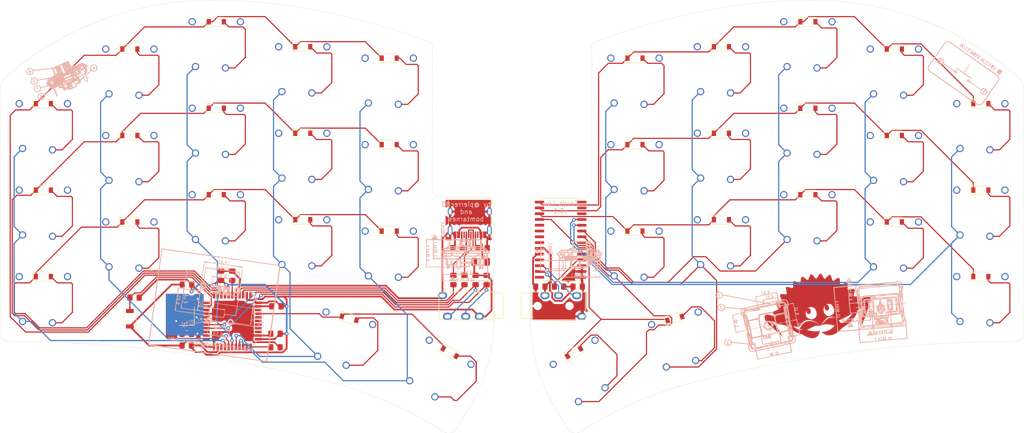
<source format=kicad_pcb>
(kicad_pcb (version 20171130) (host pcbnew 5.1.6)
  (layers (0 F.Cu signal) (31 B.Cu signal hide) (34 B.Paste user) (35 F.Paste user) (36 B.SilkS user) (37 F.SilkS user) (38 B.Mask user hide) (39 F.Mask user) (44 Edge.Cuts user))
  (net 0 "")
  (net 1 +5V)
  (net 2 "Net-(C1-Pad1)")
  (net 3 VCC)
  (net 4 "Net-(C8-Pad1)")
  (net 5 /col4)
  (net 6 "Net-(J1-PadA5)")
  (net 7 "Net-(J1-PadA7)")
  (net 8 "Net-(J1-PadA6)")
  (net 9 "Net-(J1-PadB5)")
  (net 10 "Net-(Jack0-PadR1)")
  (net 11 "Net-(Jack0-PadT)")
  (net 12 "Net-(Jack1-PadR1)")
  (net 13 "Net-(Jack1-PadT)")
  (net 14 /col0)
  (net 15 /col8)
  (net 16 /col5)
  (net 17 /col2)
  (net 18 /col1)
  (net 19 /col3)
  (net 20 /col6)
  (net 21 /col7)
  (net 22 "Net-(R1-Pad1)")
  (net 23 "Net-(R2-Pad2)")
  (net 24 /col9)
  (net 25 /row0,0)
  (net 26 /row1,0)
  (net 27 /row1,1)
  (net 28 /row0,1)
  (net 29 /row0,2)
  (net 30 /row0,3)
  (net 31 /row1,3)
  (net 32 /row1,2)
  (net 33 VDD)
  (net 34 VSS)
  (net 35 "Net-(D0_0-Pad2)")
  (net 36 "Net-(D0_1-Pad2)")
  (net 37 "Net-(D0_2-Pad2)")
  (net 38 "Net-(D0_3-Pad2)")
  (net 39 "Net-(D0_5-Pad2)")
  (net 40 "Net-(D0_6-Pad2)")
  (net 41 "Net-(D0_7-Pad2)")
  (net 42 "Net-(D0_8-Pad2)")
  (net 43 "Net-(D0_9-Pad2)")
  (net 44 "Net-(D1_0-Pad2)")
  (net 45 "Net-(D1_1-Pad2)")
  (net 46 "Net-(D1_2-Pad2)")
  (net 47 "Net-(D1_3-Pad2)")
  (net 48 "Net-(D1_4-Pad2)")
  (net 49 "Net-(D1_5-Pad2)")
  (net 50 "Net-(D1_6-Pad2)")
  (net 51 "Net-(D1_7-Pad2)")
  (net 52 "Net-(D1_8-Pad2)")
  (net 53 "Net-(D1_9-Pad2)")
  (net 54 "Net-(D2_0-Pad2)")
  (net 55 "Net-(D2_1-Pad2)")
  (net 56 "Net-(D2_2-Pad2)")
  (net 57 "Net-(D2_3-Pad2)")
  (net 58 "Net-(D2_4-Pad2)")
  (net 59 "Net-(D2_5-Pad2)")
  (net 60 "Net-(D2_6-Pad2)")
  (net 61 "Net-(D2_7-Pad2)")
  (net 62 "Net-(D2_8-Pad2)")
  (net 63 "Net-(D2_9-Pad2)")
  (net 64 "Net-(D3_3-Pad2)")
  (net 65 "Net-(D3_4-Pad2)")
  (net 66 "Net-(D3_5-Pad2)")
  (net 67 "Net-(D3_6-Pad2)")
  (net 68 "Net-(D0_4-Pad2)")
  (net 69 "Net-(C2-Pad2)")
  (net 70 /D-)
  (net 71 /D+)
  (net 72 "Net-(R9-Pad1)")
  (net 73 GND)
  (module ferris:silk_pg1232_side (layer B.Cu) (at 27.88 30.25 205)
    (fp_text reference REF** hide)
    (fp_text value silk_pg1232_side hide)
  )
  (module ferris:silk_pg1232_schematic (layer B.Cu) (at 225.23 29.52 145)
    (fp_text reference REF** hide)
    (fp_text value silk_pg1232_schematic hide)
  )
  (module ferris:silk_pg1232_right (layer B.Cu) (at 140.78 70.49 180)
    (fp_text reference REF** hide)
    (fp_text value silk_pg1232_right hide)
  )
  (module ferris:silk_pg1232_left (layer B.Cu) (at 115.65 69.81 180)
    (fp_text reference REF** hide)
    (fp_text value silk_pg1232_left hide)
  )
  (module ferris:silk_pg1232_bottom (layer B.Cu) (at 182.29 85.11 192)
    (fp_text reference REF** hide)
    (fp_text value silk_pg1232_bottom hide)
  )
  (module ferris:silk_pg2132_top (layer B.Cu) (at 206.97 80.87 185)
    (fp_text reference REF** hide)
    (fp_text value silk_pg2132_top hide)
  )
  (module ferris:ducking_ferris_pad (layer F.Cu) (at 193.33 80.35 10)
    (fp_text reference G*** hide)
    (fp_text value LOGO hide)
    (fp_poly (pts (xy -0.409101 -6.764074) (xy -0.374641 -6.76144) (xy -0.350311 -6.756575) (xy -0.33613 -6.750947) (xy -0.315182 -6.738444) (xy -0.289477 -6.720673) (xy -0.262655 -6.700492) (xy -0.238351 -6.680758) (xy -0.220204 -6.66433) (xy -0.211851 -6.654064) (xy -0.211667 -6.653168) (xy -0.207205 -6.64318) (xy -0.195268 -6.622884) (xy -0.178029 -6.595889) (xy -0.169058 -6.582424) (xy -0.149337 -6.552446) (xy -0.133139 -6.52643) (xy -0.123004 -6.508513) (xy -0.121199 -6.50449) (xy -0.114193 -6.490547) (xy -0.100465 -6.467196) (xy -0.08276 -6.439069) (xy -0.07952 -6.434098) (xy -0.060877 -6.404541) (xy -0.045304 -6.377866) (xy -0.035824 -6.359281) (xy -0.035175 -6.357673) (xy -0.026687 -6.340873) (xy -0.011386 -6.315256) (xy 0.007724 -6.285803) (xy 0.011771 -6.279842) (xy 0.029942 -6.252204) (xy 0.043605 -6.229334) (xy 0.050431 -6.2152) (xy 0.0508 -6.213361) (xy 0.055267 -6.201961) (xy 0.066965 -6.181265) (xy 0.083006 -6.156293) (xy 0.104017 -6.123736) (xy 0.127675 -6.084831) (xy 0.148049 -6.049433) (xy 0.167442 -6.015756) (xy 0.187455 -5.983116) (xy 0.203939 -5.958266) (xy 0.204743 -5.957146) (xy 0.218802 -5.936066) (xy 0.227373 -5.920092) (xy 0.2286 -5.915748) (xy 0.233006 -5.905511) (xy 0.244872 -5.884691) (xy 0.262171 -5.85673) (xy 0.275166 -5.836663) (xy 0.294947 -5.805642) (xy 0.310594 -5.779226) (xy 0.320058 -5.760985) (xy 0.321921 -5.755295) (xy 0.326878 -5.741444) (xy 0.3383 -5.72356) (xy 0.345984 -5.715093) (xy 0.356033 -5.708657) (xy 0.371374 -5.70351) (xy 0.394932 -5.698909) (xy 0.429633 -5.69411) (xy 0.475695 -5.68868) (xy 0.5969 -5.674873) (xy 0.638108 -5.71822) (xy 0.667104 -5.749229) (xy 0.698689 -5.783764) (xy 0.718541 -5.805923) (xy 0.745124 -5.835715) (xy 0.773336 -5.866922) (xy 0.791633 -5.886892) (xy 0.813481 -5.910919) (xy 0.841207 -5.941974) (xy 0.869642 -5.974257) (xy 0.8763 -5.981891) (xy 0.906773 -6.016528) (xy 0.940427 -6.05419) (xy 0.970635 -6.087465) (xy 0.974276 -6.091421) (xy 1.000086 -6.119794) (xy 1.032222 -6.155688) (xy 1.065955 -6.193801) (xy 1.087817 -6.218766) (xy 1.117394 -6.252566) (xy 1.146209 -6.285215) (xy 1.170589 -6.312569) (xy 1.184574 -6.328008) (xy 1.228508 -6.375988) (xy 1.263522 -6.414756) (xy 1.292366 -6.447371) (xy 1.308845 -6.466416) (xy 1.327585 -6.486246) (xy 1.343259 -6.499315) (xy 1.350106 -6.502399) (xy 1.363295 -6.508163) (xy 1.375017 -6.51843) (xy 1.390139 -6.528955) (xy 1.416077 -6.541367) (xy 1.447323 -6.553044) (xy 1.448538 -6.553437) (xy 1.518151 -6.567489) (xy 1.586355 -6.564968) (xy 1.651734 -6.546235) (xy 1.712872 -6.511651) (xy 1.755338 -6.47528) (xy 1.773623 -6.455967) (xy 1.788586 -6.436997) (xy 1.802127 -6.41497) (xy 1.816148 -6.386488) (xy 1.832549 -6.348151) (xy 1.848317 -6.308963) (xy 1.865076 -6.265727) (xy 1.879303 -6.227083) (xy 1.889892 -6.196191) (xy 1.895736 -6.176211) (xy 1.896533 -6.171265) (xy 1.900667 -6.149695) (xy 1.904679 -6.140335) (xy 1.912325 -6.124126) (xy 1.923643 -6.097237) (xy 1.937222 -6.063362) (xy 1.951649 -6.026198) (xy 1.965513 -5.989441) (xy 1.977403 -5.956785) (xy 1.985906 -5.931927) (xy 1.989611 -5.918562) (xy 1.989666 -5.917851) (xy 1.992584 -5.905914) (xy 2.000364 -5.882177) (xy 2.011548 -5.850549) (xy 2.024675 -5.81494) (xy 2.038288 -5.77926) (xy 2.050926 -5.747416) (xy 2.061131 -5.723319) (xy 2.066131 -5.712998) (xy 2.073116 -5.691937) (xy 2.074333 -5.680411) (xy 2.077805 -5.660246) (xy 2.086183 -5.636401) (xy 2.086433 -5.635846) (xy 2.104955 -5.592219) (xy 2.12553 -5.539331) (xy 2.145546 -5.484199) (xy 2.162393 -5.43384) (xy 2.166289 -5.421213) (xy 2.176491 -5.390814) (xy 2.186476 -5.366901) (xy 2.19428 -5.354098) (xy 2.195049 -5.353479) (xy 2.206496 -5.348371) (xy 2.23077 -5.338998) (xy 2.26467 -5.326552) (xy 2.304992 -5.312225) (xy 2.319479 -5.307178) (xy 2.433485 -5.267657) (xy 2.467693 -5.29411) (xy 2.492466 -5.314042) (xy 2.515042 -5.333454) (xy 2.522104 -5.339981) (xy 2.538697 -5.353434) (xy 2.551289 -5.359494) (xy 2.551738 -5.359519) (xy 2.562628 -5.364905) (xy 2.581293 -5.378759) (xy 2.599266 -5.394152) (xy 2.624684 -5.415526) (xy 2.649559 -5.433811) (xy 2.662766 -5.441901) (xy 2.682889 -5.454089) (xy 2.696395 -5.465241) (xy 2.696633 -5.465527) (xy 2.706548 -5.474439) (xy 2.727126 -5.490844) (xy 2.755288 -5.512346) (xy 2.785533 -5.534773) (xy 2.818408 -5.559292) (xy 2.846936 -5.581425) (xy 2.867874 -5.598604) (xy 2.877587 -5.607746) (xy 2.891206 -5.619233) (xy 2.89912 -5.621866) (xy 2.90994 -5.62702) (xy 2.929572 -5.640658) (xy 2.954142 -5.660048) (xy 2.9591 -5.6642) (xy 2.984269 -5.684395) (xy 3.005357 -5.699353) (xy 3.018442 -5.706334) (xy 3.019696 -5.706533) (xy 3.033005 -5.712952) (xy 3.036996 -5.717878) (xy 3.046162 -5.727051) (xy 3.066181 -5.743739) (xy 3.094139 -5.7656) (xy 3.127118 -5.790295) (xy 3.128433 -5.791259) (xy 3.161064 -5.815562) (xy 3.188347 -5.83663) (xy 3.20754 -5.852289) (xy 3.215898 -5.86037) (xy 3.215998 -5.860573) (xy 3.224753 -5.868631) (xy 3.243212 -5.880085) (xy 3.251098 -5.884281) (xy 3.274907 -5.897988) (xy 3.293824 -5.911511) (xy 3.296939 -5.914348) (xy 3.325196 -5.933205) (xy 3.365643 -5.947668) (xy 3.413865 -5.956641) (xy 3.465441 -5.959031) (xy 3.475566 -5.958633) (xy 3.547116 -5.946916) (xy 3.610878 -5.920685) (xy 3.665442 -5.881114) (xy 3.709395 -5.829378) (xy 3.741327 -5.76665) (xy 3.753299 -5.7277) (xy 3.762312 -5.687133) (xy 3.772843 -5.634014) (xy 3.784173 -5.572574) (xy 3.79558 -5.507044) (xy 3.806346 -5.441656) (xy 3.815749 -5.380641) (xy 3.82307 -5.328231) (xy 3.827027 -5.294519) (xy 3.831669 -5.255467) (xy 3.83859 -5.206047) (xy 3.846865 -5.152514) (xy 3.855568 -5.101127) (xy 3.855808 -5.099785) (xy 3.865866 -5.042291) (xy 3.876911 -4.976485) (xy 3.889248 -4.900474) (xy 3.903183 -4.812362) (xy 3.919021 -4.710254) (xy 3.92709 -4.657666) (xy 3.930298 -4.640182) (xy 3.935581 -4.627501) (xy 3.946002 -4.616719) (xy 3.964624 -4.604932) (xy 3.994509 -4.589235) (xy 4.004733 -4.584038) (xy 4.036883 -4.567447) (xy 4.063579 -4.553165) (xy 4.080993 -4.543264) (xy 4.085167 -4.540488) (xy 4.097416 -4.532035) (xy 4.117757 -4.519429) (xy 4.12513 -4.515068) (xy 4.156628 -4.496669) (xy 4.222497 -4.529315) (xy 4.257547 -4.546553) (xy 4.301746 -4.568097) (xy 4.348957 -4.590963) (xy 4.385733 -4.608666) (xy 4.418701 -4.624464) (xy 4.450596 -4.63971) (xy 4.483741 -4.655506) (xy 4.520458 -4.672953) (xy 4.563071 -4.693154) (xy 4.613903 -4.717212) (xy 4.675275 -4.746228) (xy 4.749512 -4.781305) (xy 4.754033 -4.783441) (xy 4.803098 -4.806726) (xy 4.858892 -4.833369) (xy 4.912922 -4.859308) (xy 4.9403 -4.872525) (xy 5.003315 -4.902844) (xy 5.053569 -4.926409) (xy 5.093436 -4.94406) (xy 5.125289 -4.956638) (xy 5.1515 -4.964984) (xy 5.174443 -4.969939) (xy 5.196491 -4.972345) (xy 5.220018 -4.973043) (xy 5.223933 -4.973052) (xy 5.29333 -4.965063) (xy 5.357363 -4.942238) (xy 5.414255 -4.906289) (xy 5.462231 -4.85893) (xy 5.499515 -4.801872) (xy 5.524329 -4.736829) (xy 5.534489 -4.673599) (xy 5.534778 -4.655415) (xy 5.534422 -4.621949) (xy 5.533468 -4.574838) (xy 5.531964 -4.515721) (xy 5.529957 -4.446234) (xy 5.527495 -4.368014) (xy 5.524625 -4.282699) (xy 5.521395 -4.191927) (xy 5.517852 -4.097335) (xy 5.517547 -4.0894) (xy 5.497151 -3.560233) (xy 5.527759 -3.533069) (xy 5.54793 -3.516967) (xy 5.564261 -3.50704) (xy 5.569216 -3.505552) (xy 5.581692 -3.49843) (xy 5.584524 -3.493579) (xy 5.592854 -3.483122) (xy 5.611085 -3.465538) (xy 5.635754 -3.444101) (xy 5.644029 -3.437298) (xy 5.699074 -3.392637) (xy 5.749242 -3.406585) (xy 5.778698 -3.41408) (xy 5.803375 -3.419143) (xy 5.815245 -3.420533) (xy 5.828141 -3.422696) (xy 5.854487 -3.428711) (xy 5.891425 -3.437871) (xy 5.936096 -3.449466) (xy 5.985644 -3.462787) (xy 5.985933 -3.462866) (xy 6.03585 -3.476231) (xy 6.081251 -3.487862) (xy 6.119186 -3.497043) (xy 6.1467 -3.503061) (xy 6.160786 -3.5052) (xy 6.174804 -3.507406) (xy 6.202307 -3.513562) (xy 6.240496 -3.522975) (xy 6.286574 -3.534949) (xy 6.337741 -3.54879) (xy 6.348501 -3.551766) (xy 6.40017 -3.565881) (xy 6.44713 -3.578277) (xy 6.486632 -3.588261) (xy 6.515926 -3.595142) (xy 6.532262 -3.598231) (xy 6.533795 -3.598333) (xy 6.54858 -3.60041) (xy 6.575813 -3.606063) (xy 6.611604 -3.614428) (xy 6.651769 -3.624563) (xy 6.716684 -3.63932) (xy 6.770384 -3.646036) (xy 6.816601 -3.644635) (xy 6.859064 -3.635037) (xy 6.896944 -3.61943) (xy 6.922142 -3.607841) (xy 6.941644 -3.600178) (xy 6.949072 -3.598333) (xy 6.958613 -3.592234) (xy 6.975013 -3.576246) (xy 6.994678 -3.553883) (xy 7.014058 -3.530784) (xy 7.02946 -3.513162) (xy 7.037471 -3.504903) (xy 7.044098 -3.495157) (xy 7.054545 -3.474974) (xy 7.062246 -3.458337) (xy 7.070695 -3.436722) (xy 7.076134 -3.414673) (xy 7.079144 -3.387712) (xy 7.080304 -3.351366) (xy 7.080333 -3.318933) (xy 7.079787 -3.283914) (xy 7.078202 -3.253275) (xy 7.075002 -3.223493) (xy 7.069616 -3.191042) (xy 7.061469 -3.152401) (xy 7.049988 -3.104046) (xy 7.036624 -3.050478) (xy 7.023624 -2.998096) (xy 7.012192 -2.950424) (xy 7.002958 -2.910213) (xy 6.996548 -2.880217) (xy 6.993592 -2.863188) (xy 6.993467 -2.861306) (xy 6.991469 -2.848089) (xy 6.985874 -2.82108) (xy 6.977277 -2.78289) (xy 6.966273 -2.736134) (xy 6.953458 -2.683425) (xy 6.9469 -2.657021) (xy 6.93343 -2.602379) (xy 6.921484 -2.55243) (xy 6.911661 -2.509792) (xy 6.904556 -2.477083) (xy 6.900765 -2.456919) (xy 6.900297 -2.452493) (xy 6.898305 -2.437888) (xy 6.892863 -2.410412) (xy 6.884728 -2.373599) (xy 6.874658 -2.330981) (xy 6.871108 -2.316516) (xy 6.841954 -2.198866) (xy 6.871144 -2.163244) (xy 6.887472 -2.141599) (xy 6.898065 -2.124258) (xy 6.900333 -2.117645) (xy 6.907075 -2.105998) (xy 6.911909 -2.103226) (xy 6.922254 -2.094536) (xy 6.938808 -2.075733) (xy 6.958209 -2.050672) (xy 6.960593 -2.047394) (xy 6.9977 -1.996005) (xy 7.1374 -2.00084) (xy 7.254221 -2.004702) (xy 7.369368 -2.008162) (xy 7.481498 -2.011198) (xy 7.589272 -2.013792) (xy 7.691346 -2.015924) (xy 7.78638 -2.017575) (xy 7.873032 -2.018724) (xy 7.94996 -2.019353) (xy 8.015824 -2.01944) (xy 8.06928 -2.018968) (xy 8.108989 -2.017916) (xy 8.133608 -2.016264) (xy 8.138578 -2.015507) (xy 8.186773 -1.997867) (xy 8.234387 -1.966624) (xy 8.277841 -1.924843) (xy 8.313556 -1.875586) (xy 8.32353 -1.857219) (xy 8.336297 -1.830571) (xy 8.344609 -1.808951) (xy 8.349417 -1.787364) (xy 8.351675 -1.760813) (xy 8.352336 -1.7243) (xy 8.352367 -1.706033) (xy 8.351962 -1.663152) (xy 8.350217 -1.632341) (xy 8.346337 -1.608742) (xy 8.339525 -1.5875) (xy 8.329083 -1.563965) (xy 8.316986 -1.537379) (xy 8.308568 -1.516655) (xy 8.3058 -1.507097) (xy 8.302336 -1.496709) (xy 8.292925 -1.474452) (xy 8.279035 -1.443678) (xy 8.263467 -1.410518) (xy 8.246725 -1.374722) (xy 8.233109 -1.344203) (xy 8.224095 -1.322362) (xy 8.221133 -1.312854) (xy 8.217669 -1.302018) (xy 8.208256 -1.27936) (xy 8.194365 -1.248277) (xy 8.1788 -1.214966) (xy 8.162085 -1.179193) (xy 8.148482 -1.148781) (xy 8.139461 -1.127101) (xy 8.136467 -1.117734) (xy 8.133007 -1.1073) (xy 8.123556 -1.084804) (xy 8.109506 -1.053425) (xy 8.092246 -1.016339) (xy 8.0899 -1.011391) (xy 8.072343 -0.973876) (xy 8.057814 -0.941737) (xy 8.047701 -0.918128) (xy 8.043394 -0.906201) (xy 8.043333 -0.905676) (xy 8.039899 -0.895268) (xy 8.030604 -0.873111) (xy 8.016963 -0.842697) (xy 8.004119 -0.815154) (xy 7.98668 -0.777644) (xy 7.970988 -0.742646) (xy 7.959149 -0.714923) (xy 7.954401 -0.702733) (xy 7.944389 -0.677148) (xy 7.930959 -0.646006) (xy 7.924297 -0.631495) (xy 7.904697 -0.58989) (xy 7.93257 -0.534128) (xy 7.95087 -0.497701) (xy 7.972336 -0.455244) (xy 7.992398 -0.41579) (xy 7.99287 -0.414866) (xy 8.004625 -0.391204) (xy 8.013807 -0.374059) (xy 8.023243 -0.362048) (xy 8.03576 -0.353784) (xy 8.054186 -0.347883) (xy 8.081347 -0.342958) (xy 8.120071 -0.337624) (xy 8.161867 -0.332051) (xy 8.186353 -0.328362) (xy 8.224241 -0.322212) (xy 8.272269 -0.314151) (xy 8.327176 -0.304731) (xy 8.385699 -0.2945) (xy 8.411633 -0.289906) (xy 8.474742 -0.278699) (xy 8.549701 -0.265422) (xy 8.631678 -0.250928) (xy 8.715844 -0.236072) (xy 8.79737 -0.221705) (xy 8.856133 -0.211369) (xy 8.925673 -0.198806) (xy 8.988746 -0.186744) (xy 9.043306 -0.175617) (xy 9.087305 -0.165859) (xy 9.118699 -0.157902) (xy 9.13544 -0.152182) (xy 9.135533 -0.152135) (xy 9.164278 -0.133322) (xy 9.196381 -0.106407) (xy 9.226624 -0.076329) (xy 9.24979 -0.048033) (xy 9.256124 -0.037922) (xy 9.285502 0.033071) (xy 9.299714 0.108772) (xy 9.298489 0.185838) (xy 9.281558 0.260923) (xy 9.280515 0.263939) (xy 9.270044 0.29109) (xy 9.258454 0.31293) (xy 9.242626 0.33367) (xy 9.219435 0.357517) (xy 9.192594 0.382472) (xy 9.16139 0.410998) (xy 9.131916 0.438117) (xy 9.108239 0.460078) (xy 9.097789 0.4699) (xy 9.077824 0.488596) (xy 9.047479 0.516639) (xy 9.008945 0.552026) (xy 8.964409 0.592756) (xy 8.91606 0.636827) (xy 8.866087 0.682237) (xy 8.82015 0.723847) (xy 8.789551 0.751691) (xy 8.764084 0.775203) (xy 8.746077 0.792205) (xy 8.737863 0.800521) (xy 8.7376 0.800956) (xy 8.744714 0.800509) (xy 8.763692 0.794449) (xy 8.790982 0.784173) (xy 8.823034 0.771083) (xy 8.8563 0.756577) (xy 8.887228 0.742055) (xy 8.888107 0.741622) (xy 8.917772 0.727434) (xy 8.941831 0.716778) (xy 8.956108 0.711477) (xy 8.957749 0.7112) (xy 8.968133 0.70742) (xy 8.989905 0.697202) (xy 9.019592 0.682229) (xy 9.045012 0.668867) (xy 9.078705 0.651382) (xy 9.107466 0.637412) (xy 9.127682 0.628656) (xy 9.135017 0.626534) (xy 9.146831 0.622589) (xy 9.169289 0.61204) (xy 9.19841 0.596813) (xy 9.212397 0.589078) (xy 9.244562 0.571591) (xy 9.273153 0.557115) (xy 9.293545 0.547956) (xy 9.298284 0.54632) (xy 9.313455 0.54067) (xy 9.339975 0.529367) (xy 9.37394 0.514119) (xy 9.406945 0.498768) (xy 9.460881 0.474993) (xy 9.505606 0.459439) (xy 9.545741 0.450563) (xy 9.555111 0.449267) (xy 9.590673 0.442433) (xy 9.636287 0.430051) (xy 9.686624 0.413656) (xy 9.7155 0.403061) (xy 9.754553 0.388364) (xy 9.788244 0.376201) (xy 9.813244 0.367738) (xy 9.826226 0.364138) (xy 9.826843 0.364088) (xy 9.837784 0.361231) (xy 9.861582 0.353363) (xy 9.895278 0.341514) (xy 9.93591 0.326716) (xy 9.960655 0.3175) (xy 10.004093 0.301473) (xy 10.042473 0.287828) (xy 10.07277 0.277603) (xy 10.091957 0.271833) (xy 10.096692 0.270934) (xy 10.108859 0.267979) (xy 10.133243 0.259926) (xy 10.166347 0.247992) (xy 10.204678 0.233393) (xy 10.20611 0.232834) (xy 10.303558 0.194734) (xy 10.425283 0.194734) (xy 10.520544 0.196632) (xy 10.62346 0.202054) (xy 10.730499 0.21059) (xy 10.838132 0.221829) (xy 10.942828 0.235361) (xy 11.041058 0.250776) (xy 11.129291 0.267664) (xy 11.2014 0.284905) (xy 11.229137 0.293421) (xy 11.263574 0.305382) (xy 11.300361 0.319103) (xy 11.335147 0.3329) (xy 11.363581 0.345087) (xy 11.381314 0.353981) (xy 11.383433 0.355393) (xy 11.397601 0.362028) (xy 11.41451 0.367125) (xy 11.432808 0.37641) (xy 11.457775 0.39531) (xy 11.485701 0.420213) (xy 11.512877 0.44751) (xy 11.535597 0.473591) (xy 11.55015 0.494845) (xy 11.553088 0.502035) (xy 11.555332 0.520659) (xy 11.556396 0.550679) (xy 11.556129 0.586589) (xy 11.555725 0.598756) (xy 11.55364 0.636411) (xy 11.549893 0.663197) (xy 11.542819 0.685178) (xy 11.530758 0.708419) (xy 11.521417 0.7239) (xy 11.500436 0.760696) (xy 11.479121 0.802417) (xy 11.46659 0.829734) (xy 11.449824 0.866611) (xy 11.429267 0.908523) (xy 11.411145 0.94309) (xy 11.396028 0.971871) (xy 11.38484 0.995431) (xy 11.37959 1.009475) (xy 11.37943 1.010823) (xy 11.378574 1.015551) (xy 11.375391 1.024427) (xy 11.369189 1.038914) (xy 11.359278 1.060474) (xy 11.344966 1.090568) (xy 11.325563 1.130659) (xy 11.300376 1.18221) (xy 11.268714 1.246681) (xy 11.248903 1.286934) (xy 11.230851 1.32419) (xy 11.215941 1.356099) (xy 11.205594 1.379534) (xy 11.201232 1.391371) (xy 11.201178 1.391899) (xy 11.197739 1.402093) (xy 11.188219 1.424152) (xy 11.174093 1.454788) (xy 11.157542 1.489265) (xy 11.133897 1.537937) (xy 11.110287 1.587156) (xy 11.0853 1.639926) (xy 11.05752 1.699249) (xy 11.025535 1.768127) (xy 10.989695 1.845734) (xy 10.967165 1.89444) (xy 10.943406 1.945509) (xy 10.921063 1.993274) (xy 10.902782 2.032065) (xy 10.900803 2.036234) (xy 10.882235 2.075347) (xy 10.859498 2.123298) (xy 10.835658 2.173616) (xy 10.816526 2.214034) (xy 10.792565 2.264536) (xy 10.765448 2.321469) (xy 10.73894 2.376936) (xy 10.721639 2.413001) (xy 10.698266 2.461676) (xy 10.672288 2.51589) (xy 10.647383 2.567959) (xy 10.632438 2.599267) (xy 10.60705 2.652407) (xy 10.586683 2.694722) (xy 10.569147 2.730707) (xy 10.552251 2.764856) (xy 10.533803 2.801666) (xy 10.533399 2.802467) (xy 10.503651 2.861871) (xy 10.476692 2.916324) (xy 10.453419 2.963965) (xy 10.434729 3.002935) (xy 10.421521 3.031372) (xy 10.414691 3.047415) (xy 10.413937 3.050097) (xy 10.410087 3.059717) (xy 10.399645 3.080659) (xy 10.384361 3.109506) (xy 10.371667 3.132667) (xy 10.353966 3.165398) (xy 10.3399 3.193032) (xy 10.331236 3.211998) (xy 10.329333 3.218164) (xy 10.324857 3.231104) (xy 10.314061 3.249466) (xy 10.313766 3.249893) (xy 10.301062 3.270649) (xy 10.282336 3.305022) (xy 10.257282 3.353596) (xy 10.225591 3.416954) (xy 10.221805 3.424612) (xy 10.213501 3.44094) (xy 10.199049 3.468869) (xy 10.180204 3.505024) (xy 10.158723 3.54603) (xy 10.149114 3.564312) (xy 10.125645 3.609193) (xy 10.102767 3.653433) (xy 10.082697 3.692714) (xy 10.06765 3.722718) (xy 10.064301 3.729567) (xy 10.049943 3.757761) (xy 10.036866 3.780955) (xy 10.0287 3.793067) (xy 10.020213 3.805991) (xy 10.006665 3.830015) (xy 9.990351 3.860987) (xy 9.981898 3.877734) (xy 9.965122 3.910609) (xy 9.950055 3.938611) (xy 9.938963 3.957591) (xy 9.935619 3.962401) (xy 9.927554 3.97478) (xy 9.913761 3.998567) (xy 9.896296 4.030132) (xy 9.880418 4.059767) (xy 9.861963 4.094002) (xy 9.845925 4.122446) (xy 9.834164 4.141882) (xy 9.828847 4.148964) (xy 9.821365 4.159145) (xy 9.811586 4.178547) (xy 9.809495 4.183398) (xy 9.798167 4.206253) (xy 9.780844 4.236716) (xy 9.761055 4.269015) (xy 9.742326 4.297377) (xy 9.729074 4.315017) (xy 9.720597 4.328705) (xy 9.709927 4.350682) (xy 9.707105 4.357235) (xy 9.694571 4.382666) (xy 9.681013 4.403849) (xy 9.678614 4.406785) (xy 9.668104 4.420829) (xy 9.651294 4.445531) (xy 9.630713 4.477102) (xy 9.613772 4.503897) (xy 9.592024 4.537963) (xy 9.572032 4.56784) (xy 9.556322 4.589832) (xy 9.548654 4.599147) (xy 9.536941 4.614941) (xy 9.533467 4.62551) (xy 9.528365 4.638051) (xy 9.51535 4.657673) (xy 9.505674 4.66996) (xy 9.488799 4.692564) (xy 9.467477 4.724506) (xy 9.445345 4.760247) (xy 9.436832 4.774797) (xy 9.417969 4.806868) (xy 9.401136 4.834031) (xy 9.388771 4.852415) (xy 9.384746 4.857397) (xy 9.373327 4.874423) (xy 9.367977 4.887434) (xy 9.361091 4.902339) (xy 9.347803 4.925675) (xy 9.330718 4.953413) (xy 9.312437 4.981522) (xy 9.295562 5.005973) (xy 9.282696 5.022733) (xy 9.27735 5.027789) (xy 9.271471 5.037539) (xy 9.271 5.042071) (xy 9.26646 5.054068) (xy 9.25441 5.075689) (xy 9.237206 5.102797) (xy 9.23224 5.110145) (xy 9.213265 5.138501) (xy 9.197809 5.162773) (xy 9.188651 5.178569) (xy 9.187733 5.18053) (xy 9.180268 5.194206) (xy 9.166179 5.216922) (xy 9.148489 5.243804) (xy 9.148176 5.244268) (xy 9.127191 5.275996) (xy 9.106647 5.308214) (xy 9.0932 5.330255) (xy 9.07663 5.357382) (xy 9.055758 5.390132) (xy 9.040283 5.413638) (xy 9.007007 5.46335) (xy 8.981675 5.501409) (xy 8.962748 5.53019) (xy 8.948689 5.55207) (xy 8.937958 5.569424) (xy 8.929016 5.584628) (xy 8.925314 5.591138) (xy 8.909879 5.616323) (xy 8.89472 5.637723) (xy 8.890295 5.643034) (xy 8.878823 5.657842) (xy 8.861582 5.682552) (xy 8.841686 5.71265) (xy 8.834771 5.723467) (xy 8.81319 5.756321) (xy 8.791617 5.787151) (xy 8.773922 5.810474) (xy 8.770307 5.814778) (xy 8.755348 5.834135) (xy 8.746798 5.849449) (xy 8.746026 5.852878) (xy 8.740644 5.864547) (xy 8.726907 5.883217) (xy 8.715778 5.89606) (xy 8.693064 5.922925) (xy 8.671525 5.951745) (xy 8.664912 5.961676) (xy 8.64515 5.986192) (xy 8.627513 5.994033) (xy 8.612261 5.985195) (xy 8.600673 5.96265) (xy 8.596196 5.942928) (xy 8.592957 5.911718) (xy 8.590876 5.86754) (xy 8.589873 5.808912) (xy 8.589762 5.761567) (xy 8.590158 5.698694) (xy 8.591302 5.648429) (xy 8.59354 5.606455) (xy 8.59722 5.568451) (xy 8.602687 5.5301) (xy 8.610287 5.48708) (xy 8.612852 5.47357) (xy 8.622199 5.426596) (xy 8.631725 5.381741) (xy 8.640427 5.343535) (xy 8.647304 5.316511) (xy 8.648415 5.312704) (xy 8.655965 5.283578) (xy 8.660611 5.257511) (xy 8.661308 5.248226) (xy 8.6629 5.236202) (xy 8.667845 5.215268) (xy 8.67649 5.184266) (xy 8.689185 5.14204) (xy 8.706279 5.087432) (xy 8.728122 5.019287) (xy 8.755062 4.936447) (xy 8.75934 4.923367) (xy 8.766222 4.902737) (xy 8.772784 4.884497) (xy 8.780618 4.864723) (xy 8.791313 4.83949) (xy 8.80646 4.804873) (xy 8.817213 4.780527) (xy 8.828678 4.753016) (xy 8.836632 4.730883) (xy 8.8392 4.720036) (xy 8.84278 4.708465) (xy 8.85249 4.685325) (xy 8.866783 4.654141) (xy 8.881533 4.623626) (xy 8.898488 4.588613) (xy 8.912208 4.55891) (xy 8.921157 4.537935) (xy 8.923867 4.529454) (xy 8.927806 4.518875) (xy 8.938427 4.497186) (xy 8.953935 4.467935) (xy 8.9662 4.44581) (xy 8.983975 4.413515) (xy 8.998075 4.386446) (xy 9.006704 4.368133) (xy 9.008533 4.362508) (xy 9.012266 4.352023) (xy 9.022355 4.330116) (xy 9.037138 4.300279) (xy 9.050321 4.274768) (xy 9.069708 4.236392) (xy 9.087565 4.198441) (xy 9.101313 4.166513) (xy 9.106346 4.153084) (xy 9.117388 4.123486) (xy 9.132538 4.086726) (xy 9.148189 4.051484) (xy 9.162448 4.019781) (xy 9.17437 3.991482) (xy 9.181598 3.972207) (xy 9.182009 3.970867) (xy 9.189066 3.950967) (xy 9.201859 3.918908) (xy 9.219042 3.877914) (xy 9.239272 3.831209) (xy 9.255062 3.795648) (xy 9.264728 3.771761) (xy 9.270388 3.753241) (xy 9.271 3.748762) (xy 9.274142 3.736295) (xy 9.282552 3.712494) (xy 9.294707 3.681535) (xy 9.301261 3.665748) (xy 9.317535 3.626051) (xy 9.333593 3.584942) (xy 9.346501 3.549973) (xy 9.348815 3.543301) (xy 9.370738 3.479697) (xy 9.39006 3.425237) (xy 9.405994 3.382089) (xy 9.417755 3.352419) (xy 9.419754 3.347804) (xy 9.428526 3.32456) (xy 9.438381 3.293417) (xy 9.443867 3.273686) (xy 9.450963 3.248628) (xy 9.46215 3.211699) (xy 9.476127 3.167082) (xy 9.491593 3.118959) (xy 9.498899 3.096649) (xy 9.536252 2.977913) (xy 9.572155 2.853484) (xy 9.605139 2.728871) (xy 9.633735 2.609579) (xy 9.65303 2.518834) (xy 9.664517 2.458376) (xy 9.672534 2.409162) (xy 9.677655 2.365991) (xy 9.680454 2.323664) (xy 9.681506 2.276981) (xy 9.681568 2.260601) (xy 9.681393 2.213915) (xy 9.680493 2.180789) (xy 9.678403 2.15785) (xy 9.674656 2.141728) (xy 9.668785 2.129049) (xy 9.661933 2.118681) (xy 9.642233 2.091061) (xy 9.620575 2.108097) (xy 9.60263 2.119988) (xy 9.589269 2.125129) (xy 9.589016 2.125134) (xy 9.576772 2.129397) (xy 9.555906 2.14035) (xy 9.53984 2.150041) (xy 9.514474 2.165184) (xy 9.478168 2.18554) (xy 9.432892 2.210111) (xy 9.380616 2.237894) (xy 9.323312 2.267888) (xy 9.26295 2.299093) (xy 9.201499 2.330508) (xy 9.140931 2.36113) (xy 9.083216 2.389961) (xy 9.030324 2.415998) (xy 8.984226 2.43824) (xy 8.946893 2.455686) (xy 8.920293 2.467335) (xy 8.906399 2.472187) (xy 8.90557 2.472267) (xy 8.892567 2.475962) (xy 8.868108 2.486018) (xy 8.83571 2.500893) (xy 8.799398 2.518788) (xy 8.763185 2.536829) (xy 8.732061 2.551617) (xy 8.709328 2.561633) (xy 8.698288 2.565355) (xy 8.698262 2.565355) (xy 8.687143 2.568787) (xy 8.664155 2.578086) (xy 8.632704 2.591813) (xy 8.5979 2.607734) (xy 8.561666 2.624327) (xy 8.53077 2.637868) (xy 8.508571 2.646923) (xy 8.498566 2.650067) (xy 8.487732 2.653184) (xy 8.465327 2.661457) (xy 8.435298 2.673266) (xy 8.401594 2.686994) (xy 8.368162 2.701021) (xy 8.33895 2.713729) (xy 8.317907 2.7235) (xy 8.312265 2.726445) (xy 8.291641 2.733288) (xy 8.278165 2.734734) (xy 8.249107 2.742396) (xy 8.22786 2.76316) (xy 8.218887 2.787625) (xy 8.213387 2.807032) (xy 8.202186 2.836973) (xy 8.187103 2.872811) (xy 8.175392 2.898535) (xy 8.159496 2.932991) (xy 8.146735 2.961915) (xy 8.138613 2.981816) (xy 8.136467 2.98885) (xy 8.132818 2.997872) (xy 8.122757 3.019312) (xy 8.107608 3.050525) (xy 8.088698 3.088868) (xy 8.067351 3.131696) (xy 8.044895 3.176366) (xy 8.022654 3.220234) (xy 8.001955 3.260655) (xy 7.984122 3.294986) (xy 7.970483 3.320583) (xy 7.966714 3.327401) (xy 7.944232 3.366282) (xy 7.922939 3.401153) (xy 7.905058 3.428493) (xy 7.892812 3.444783) (xy 7.892051 3.445598) (xy 7.88047 3.461986) (xy 7.869073 3.484391) (xy 7.868829 3.484971) (xy 7.857417 3.507378) (xy 7.845527 3.523994) (xy 7.845265 3.524259) (xy 7.835495 3.53606) (xy 7.818721 3.55832) (xy 7.797533 3.587548) (xy 7.780339 3.611886) (xy 7.749821 3.655402) (xy 7.726446 3.688199) (xy 7.707769 3.713516) (xy 7.691348 3.734591) (xy 7.674737 3.754664) (xy 7.657504 3.774665) (xy 7.63531 3.801076) (xy 7.614823 3.826983) (xy 7.604679 3.840812) (xy 7.586876 3.864229) (xy 7.565 3.890031) (xy 7.558708 3.89692) (xy 7.540053 3.91725) (xy 7.514877 3.945179) (xy 7.487809 3.975562) (xy 7.4803 3.984059) (xy 7.456072 4.010417) (xy 7.420427 4.047561) (xy 7.37423 4.094624) (xy 7.318347 4.150737) (xy 7.253642 4.21503) (xy 7.180982 4.286635) (xy 7.101232 4.364682) (xy 7.09762 4.368206) (xy 7.075354 4.38917) (xy 7.057643 4.404459) (xy 7.047994 4.411066) (xy 7.047585 4.411134) (xy 7.038882 4.416438) (xy 7.021232 4.430496) (xy 6.998085 4.450526) (xy 6.992459 4.455584) (xy 6.960629 4.484323) (xy 6.934034 4.508019) (xy 6.91009 4.528774) (xy 6.886213 4.548691) (xy 6.859819 4.56987) (xy 6.828325 4.594414) (xy 6.789148 4.624424) (xy 6.739702 4.662003) (xy 6.725118 4.673066) (xy 6.693025 4.697769) (xy 6.666225 4.71908) (xy 6.647436 4.734792) (xy 6.639373 4.742695) (xy 6.639302 4.742842) (xy 6.630426 4.750742) (xy 6.612404 4.761082) (xy 6.609669 4.76241) (xy 6.586648 4.776106) (xy 6.5605 4.795454) (xy 6.551259 4.803293) (xy 6.527266 4.822851) (xy 6.50386 4.839132) (xy 6.496226 4.843526) (xy 6.474457 4.856557) (xy 6.444788 4.876607) (xy 6.412453 4.900006) (xy 6.382684 4.923082) (xy 6.381653 4.92392) (xy 6.366898 4.933603) (xy 6.359534 4.936067) (xy 6.349967 4.940815) (xy 6.330359 4.953538) (xy 6.304141 4.971952) (xy 6.289781 4.982465) (xy 6.260532 5.003035) (xy 6.234988 5.018969) (xy 6.217057 5.027912) (xy 6.212417 5.029032) (xy 6.199826 5.032183) (xy 6.197585 5.035551) (xy 6.190978 5.043153) (xy 6.17395 5.05611) (xy 6.157368 5.067051) (xy 6.13287 5.083043) (xy 6.113304 5.096989) (xy 6.105978 5.103035) (xy 6.090674 5.112425) (xy 6.083645 5.113867) (xy 6.071027 5.118398) (xy 6.049942 5.130116) (xy 6.031333 5.142178) (xy 6.003961 5.159796) (xy 5.968246 5.181158) (xy 5.930909 5.202272) (xy 5.922433 5.20687) (xy 5.89203 5.223561) (xy 5.867676 5.23761) (xy 5.852994 5.246897) (xy 5.850467 5.249009) (xy 5.841545 5.255125) (xy 5.820179 5.267553) (xy 5.788986 5.284866) (xy 5.750583 5.305638) (xy 5.707587 5.328442) (xy 5.662616 5.351854) (xy 5.647267 5.359737) (xy 5.62148 5.37295) (xy 5.601794 5.383158) (xy 5.58355 5.392849) (xy 5.562091 5.404515) (xy 5.532758 5.420645) (xy 5.513997 5.430989) (xy 5.482897 5.447733) (xy 5.457234 5.460792) (xy 5.440681 5.468334) (xy 5.436853 5.469467) (xy 5.426391 5.473295) (xy 5.40531 5.483439) (xy 5.377736 5.49789) (xy 5.371156 5.501475) (xy 5.338606 5.518705) (xy 5.307629 5.534037) (xy 5.284538 5.544356) (xy 5.2832 5.54488) (xy 5.262251 5.553809) (xy 5.231546 5.567948) (xy 5.196416 5.584819) (xy 5.1816 5.592134) (xy 5.14759 5.608652) (xy 5.117097 5.622698) (xy 5.094798 5.632151) (xy 5.088467 5.634407) (xy 5.072848 5.640324) (xy 5.045624 5.651806) (xy 5.010525 5.667239) (xy 4.971282 5.685008) (xy 4.968304 5.686377) (xy 4.930346 5.703537) (xy 4.897647 5.717742) (xy 4.87342 5.727638) (xy 4.860879 5.73187) (xy 4.860262 5.731934) (xy 4.847615 5.735229) (xy 4.826144 5.743553) (xy 4.815324 5.748311) (xy 4.755657 5.775288) (xy 4.710326 5.795203) (xy 4.678452 5.808427) (xy 4.659157 5.815329) (xy 4.65287 5.8166) (xy 4.641689 5.819651) (xy 4.61812 5.827998) (xy 4.585408 5.840436) (xy 4.5468 5.855757) (xy 4.538969 5.858934) (xy 4.499465 5.874689) (xy 4.465092 5.887784) (xy 4.439142 5.897009) (xy 4.424911 5.901154) (xy 4.423814 5.901267) (xy 4.401217 5.905729) (xy 4.370431 5.917342) (xy 4.337069 5.933444) (xy 4.306743 5.951373) (xy 4.287941 5.965698) (xy 4.268764 5.982219) (xy 4.254529 5.992595) (xy 4.250394 5.9944) (xy 4.241296 5.999608) (xy 4.223682 6.013198) (xy 4.203484 6.030384) (xy 4.176912 6.052708) (xy 4.1507 6.072867) (xy 4.135483 6.0833) (xy 4.113353 6.098154) (xy 4.08551 6.118325) (xy 4.067041 6.132408) (xy 4.019474 6.169071) (xy 3.974832 6.202472) (xy 3.935655 6.230779) (xy 3.904479 6.25216) (xy 3.883841 6.264783) (xy 3.883354 6.265037) (xy 3.859795 6.279967) (xy 3.836823 6.298471) (xy 3.836789 6.298502) (xy 3.813658 6.317185) (xy 3.78688 6.335059) (xy 3.783713 6.336899) (xy 3.761351 6.350531) (xy 3.731502 6.369933) (xy 3.700447 6.391017) (xy 3.699046 6.391993) (xy 3.666849 6.413619) (xy 3.634282 6.434162) (xy 3.608342 6.44921) (xy 3.608134 6.449321) (xy 3.583255 6.46387) (xy 3.563079 6.477913) (xy 3.557512 6.482745) (xy 3.541166 6.495041) (xy 3.517319 6.50878) (xy 3.509612 6.51257) (xy 3.484468 6.525775) (xy 3.452739 6.544333) (xy 3.424766 6.561985) (xy 3.396103 6.58023) (xy 3.370141 6.595684) (xy 3.3528 6.604853) (xy 3.331898 6.614824) (xy 3.318933 6.621763) (xy 3.304554 6.629814) (xy 3.281349 6.642403) (xy 3.264501 6.651402) (xy 3.238952 6.665931) (xy 3.218535 6.679246) (xy 3.21098 6.685344) (xy 3.19495 6.695366) (xy 3.186542 6.697134) (xy 3.174156 6.701045) (xy 3.150826 6.711596) (xy 3.120301 6.72701) (xy 3.097158 6.739467) (xy 3.064139 6.75715) (xy 3.036049 6.771208) (xy 3.01652 6.77988) (xy 3.009915 6.7818) (xy 2.998636 6.785417) (xy 2.975607 6.795272) (xy 2.944145 6.809876) (xy 2.907567 6.827737) (xy 2.906307 6.828367) (xy 2.868957 6.846406) (xy 2.835895 6.861191) (xy 2.810688 6.871205) (xy 2.796899 6.874933) (xy 2.79683 6.874934) (xy 2.779014 6.878418) (xy 2.77241 6.882206) (xy 2.757473 6.890928) (xy 2.728681 6.903532) (xy 2.68845 6.919221) (xy 2.639197 6.937192) (xy 2.58334 6.956647) (xy 2.523295 6.976785) (xy 2.461479 6.996806) (xy 2.40031 7.01591) (xy 2.342204 7.033296) (xy 2.289578 7.048165) (xy 2.244849 7.059716) (xy 2.218266 7.065655) (xy 2.17374 7.074641) (xy 2.122769 7.084999) (xy 2.075489 7.094668) (xy 2.0701 7.095776) (xy 2.0109 7.107464) (xy 1.957222 7.11678) (xy 1.905988 7.123961) (xy 1.854118 7.129248) (xy 1.798532 7.13288) (xy 1.736152 7.135097) (xy 1.663899 7.136138) (xy 1.578692 7.136242) (xy 1.551225 7.136132) (xy 1.485319 7.135711) (xy 1.423888 7.135129) (xy 1.369254 7.134424) (xy 1.323736 7.133632) (xy 1.289655 7.132789) (xy 1.26933 7.131933) (xy 1.265766 7.131621) (xy 1.227788 7.125873) (xy 1.179825 7.11732) (xy 1.127216 7.107044) (xy 1.075301 7.096128) (xy 1.029422 7.085654) (xy 0.994916 7.076706) (xy 0.994833 7.076682) (xy 0.958225 7.066738) (xy 0.921549 7.057833) (xy 0.895557 7.052435) (xy 0.870769 7.046182) (xy 0.835785 7.034957) (xy 0.795932 7.020551) (xy 0.768557 7.009765) (xy 0.727949 6.993378) (xy 0.688243 6.977743) (xy 0.654978 6.965023) (xy 0.639233 6.959272) (xy 0.610869 6.947689) (xy 0.575059 6.930865) (xy 0.538935 6.912176) (xy 0.534344 6.90965) (xy 0.504862 6.893768) (xy 0.480825 6.881704) (xy 0.466188 6.875411) (xy 0.464048 6.874934) (xy 0.454006 6.870612) (xy 0.43331 6.85899) (xy 0.405448 6.842083) (xy 0.386903 6.830345) (xy 0.35399 6.80952) (xy 0.323831 6.791001) (xy 0.301003 6.777575) (xy 0.293823 6.773671) (xy 0.272592 6.760562) (xy 0.247496 6.742049) (xy 0.23879 6.734905) (xy 0.215195 6.716275) (xy 0.19294 6.700978) (xy 0.186266 6.697113) (xy 0.164363 6.682759) (xy 0.132989 6.65832) (xy 0.094434 6.625894) (xy 0.050986 6.587582) (xy 0.004934 6.545481) (xy -0.041433 6.501692) (xy -0.085827 6.458313) (xy -0.125958 6.417444) (xy -0.159538 6.381183) (xy -0.1651 6.374859) (xy -0.195112 6.340436) (xy -0.224492 6.306828) (xy -0.249555 6.278248) (xy -0.264583 6.261196) (xy -0.281986 6.240159) (xy -0.293518 6.223568) (xy -0.296333 6.21694) (xy -0.301632 6.205674) (xy -0.314665 6.188834) (xy -0.317467 6.185736) (xy -0.339427 6.159709) (xy -0.359243 6.132202) (xy -0.374014 6.107648) (xy -0.380839 6.090481) (xy -0.381 6.088617) (xy -0.377856 6.083198) (xy -0.367267 6.080554) (xy -0.347498 6.080829) (xy -0.316813 6.084165) (xy -0.273477 6.090705) (xy -0.215755 6.100593) (xy -0.198632 6.103648) (xy -0.03753 6.126779) (xy 0.133207 6.140633) (xy 0.309069 6.145243) (xy 0.485546 6.140642) (xy 0.658129 6.126862) (xy 0.822309 6.103936) (xy 0.866088 6.095896) (xy 0.904704 6.088796) (xy 0.939156 6.08318) (xy 0.964747 6.079774) (xy 0.97434 6.079093) (xy 0.990477 6.076849) (xy 1.019056 6.070732) (xy 1.056272 6.061631) (xy 1.098316 6.050436) (xy 1.105573 6.048416) (xy 1.154573 6.034758) (xy 1.205631 6.020643) (xy 1.252491 6.007796) (xy 1.286933 5.998465) (xy 1.331023 5.985396) (xy 1.380685 5.968794) (xy 1.426011 5.95199) (xy 1.430866 5.950046) (xy 1.469475 5.934856) (xy 1.508227 5.92032) (xy 1.540201 5.90902) (xy 1.546943 5.906803) (xy 1.574249 5.896758) (xy 1.610691 5.881601) (xy 1.650296 5.863867) (xy 1.66971 5.854685) (xy 1.703132 5.838842) (xy 1.730931 5.826227) (xy 1.749566 5.818414) (xy 1.75527 5.816645) (xy 1.765146 5.812763) (xy 1.786337 5.80232) (xy 1.815402 5.787059) (xy 1.838909 5.774267) (xy 1.871659 5.756623) (xy 1.899183 5.742582) (xy 1.917961 5.733893) (xy 1.92403 5.731934) (xy 1.934363 5.727704) (xy 1.955512 5.716299) (xy 1.984015 5.69965) (xy 2.005491 5.68653) (xy 2.041602 5.66418) (xy 2.077056 5.642383) (xy 2.106337 5.624526) (xy 2.116666 5.618296) (xy 2.163754 5.588953) (xy 2.217688 5.553518) (xy 2.274453 5.51479) (xy 2.330036 5.475569) (xy 2.38042 5.438656) (xy 2.421594 5.406849) (xy 2.431922 5.398412) (xy 2.453857 5.380162) (xy 2.483126 5.355815) (xy 2.514041 5.3301) (xy 2.519531 5.325534) (xy 2.552499 5.297688) (xy 2.587007 5.267866) (xy 2.616051 5.242127) (xy 2.618233 5.240149) (xy 2.660948 5.201331) (xy 2.623682 5.180883) (xy 2.594734 5.1659) (xy 2.559466 5.148872) (xy 2.535691 5.138024) (xy 2.447611 5.099336) (xy 2.374225 5.067588) (xy 2.315698 5.042849) (xy 2.272196 5.02519) (xy 2.2479 5.016058) (xy 2.216054 5.004039) (xy 2.178814 4.988786) (xy 2.154766 4.978301) (xy 2.121836 4.96412) (xy 2.089352 4.951204) (xy 2.0701 4.944302) (xy 2.048575 4.936799) (xy 2.015927 4.924875) (xy 1.97681 4.910247) (xy 1.940829 4.896542) (xy 1.899159 4.881063) (xy 1.85908 4.867117) (xy 1.825539 4.856373) (xy 1.805749 4.850978) (xy 1.775459 4.842895) (xy 1.747489 4.833384) (xy 1.740287 4.83037) (xy 1.716309 4.820494) (xy 1.68351 4.808324) (xy 1.645819 4.795157) (xy 1.607165 4.782293) (xy 1.571479 4.771031) (xy 1.542689 4.762668) (xy 1.524724 4.758504) (xy 1.52212 4.758267) (xy 1.508491 4.755846) (xy 1.482208 4.74921) (xy 1.446744 4.739302) (xy 1.405572 4.727063) (xy 1.394485 4.723654) (xy 1.344368 4.708896) (xy 1.291179 4.694498) (xy 1.241357 4.682132) (xy 1.202266 4.673652) (xy 1.165991 4.666571) (xy 1.11805 4.657011) (xy 1.063354 4.645961) (xy 1.006812 4.634411) (xy 0.973666 4.627574) (xy 0.917106 4.616567) (xy 0.858071 4.606292) (xy 0.801887 4.597597) (xy 0.753879 4.59133) (xy 0.732366 4.589181) (xy 0.686291 4.585347) (xy 0.630518 4.580671) (xy 0.572223 4.575756) (xy 0.5207 4.571387) (xy 0.448721 4.567024) (xy 0.369947 4.565179) (xy 0.29436 4.566048) (xy 0.2794 4.566612) (xy 0.225749 4.569576) (xy 0.168264 4.573843) (xy 0.110378 4.579051) (xy 0.055527 4.584835) (xy 0.007145 4.590833) (xy -0.031333 4.596681) (xy -0.056473 4.602015) (xy -0.05715 4.602212) (xy -0.071731 4.604661) (xy -0.0762 4.602649) (xy -0.070468 4.595218) (xy -0.054675 4.578193) (xy -0.030928 4.553761) (xy -0.00133 4.524105) (xy 0.014816 4.508186) (xy 0.052081 4.471587) (xy 0.090017 4.434246) (xy 0.124655 4.400073) (xy 0.152025 4.372982) (xy 0.156633 4.368405) (xy 0.180335 4.345418) (xy 0.19949 4.32792) (xy 0.210995 4.318701) (xy 0.212669 4.317948) (xy 0.221042 4.312576) (xy 0.237768 4.298496) (xy 0.257546 4.280328) (xy 0.294094 4.246501) (xy 0.294589 4.246059) (xy 3.760585 4.246059) (xy 3.762869 4.254325) (xy 3.772097 4.271735) (xy 3.785435 4.29361) (xy 3.800051 4.31527) (xy 3.81156 4.33025) (xy 3.819846 4.342746) (xy 3.832028 4.364025) (xy 3.837854 4.374908) (xy 3.849317 4.395616) (xy 3.867332 4.426783) (xy 3.889579 4.464448) (xy 3.913736 4.504648) (xy 3.917755 4.511268) (xy 3.9429 4.553681) (xy 3.967155 4.596469) (xy 3.987884 4.634866) (xy 4.002452 4.664106) (xy 4.003326 4.666028) (xy 4.019488 4.701426) (xy 4.038937 4.743329) (xy 4.05761 4.782987) (xy 4.058554 4.784971) (xy 4.072675 4.815653) (xy 4.083396 4.840887) (xy 4.088981 4.856505) (xy 4.0894 4.858883) (xy 4.092349 4.871899) (xy 4.099739 4.893562) (xy 4.103019 4.902029) (xy 4.116638 4.936067) (xy 4.164402 4.936138) (xy 4.185988 4.935634) (xy 4.221567 4.93418) (xy 4.268236 4.931922) (xy 4.323088 4.929007) (xy 4.383222 4.925581) (xy 4.4323 4.922625) (xy 4.652433 4.909042) (xy 4.711775 4.880221) (xy 4.740808 4.866543) (xy 4.764036 4.856378) (xy 4.777227 4.851561) (xy 4.778318 4.851401) (xy 4.788401 4.847711) (xy 4.81123 4.837409) (xy 4.844504 4.821645) (xy 4.88592 4.801572) (xy 4.933176 4.77834) (xy 4.983969 4.7531) (xy 5.035996 4.727004) (xy 5.086957 4.701202) (xy 5.134548 4.676846) (xy 5.176466 4.655087) (xy 5.210411 4.637075) (xy 5.234079 4.623963) (xy 5.238899 4.621115) (xy 5.26626 4.605263) (xy 5.288734 4.593585) (xy 5.301816 4.588407) (xy 5.302399 4.588338) (xy 5.314259 4.583643) (xy 5.335604 4.571861) (xy 5.361952 4.555475) (xy 5.363633 4.554375) (xy 5.395964 4.534183) (xy 5.429177 4.515083) (xy 5.452533 4.502965) (xy 5.484265 4.486376) (xy 5.516544 4.467197) (xy 5.5245 4.46198) (xy 5.550633 4.445293) (xy 5.583582 4.425603) (xy 5.609167 4.411095) (xy 5.638797 4.394103) (xy 5.665328 4.377702) (xy 5.681133 4.366816) (xy 5.699866 4.353363) (xy 5.729102 4.333498) (xy 5.76496 4.309748) (xy 5.803561 4.284637) (xy 5.841023 4.26069) (xy 5.873465 4.240433) (xy 5.89636 4.22676) (xy 5.917634 4.213914) (xy 5.932038 4.203887) (xy 5.934772 4.201312) (xy 5.94438 4.192288) (xy 5.961615 4.178655) (xy 5.981226 4.16427) (xy 5.997962 4.152992) (xy 6.00644 4.148667) (xy 6.014887 4.143821) (xy 6.033007 4.130985) (xy 6.057223 4.112717) (xy 6.06272 4.108451) (xy 6.090427 4.087445) (xy 6.115429 4.069527) (xy 6.132739 4.058261) (xy 6.133921 4.057601) (xy 6.150418 4.046426) (xy 6.17382 4.027923) (xy 6.195867 4.008918) (xy 6.21831 3.989622) (xy 6.23616 3.975886) (xy 6.245411 3.970737) (xy 6.254758 3.96533) (xy 6.272734 3.951185) (xy 6.295676 3.93121) (xy 6.298759 3.928403) (xy 6.322157 3.907901) (xy 6.341169 3.892896) (xy 6.352084 3.886291) (xy 6.352695 3.886201) (xy 6.36245 3.880763) (xy 6.382281 3.865784) (xy 6.409875 3.843268) (xy 6.44292 3.815218) (xy 6.479101 3.783636) (xy 6.516107 3.750526) (xy 6.551624 3.71789) (xy 6.583339 3.687732) (xy 6.594164 3.677089) (xy 6.620529 3.651414) (xy 6.642613 3.630949) (xy 6.657623 3.618222) (xy 6.662476 3.615267) (xy 6.670525 3.609459) (xy 6.68722 3.593816) (xy 6.709795 3.57101) (xy 6.726055 3.553884) (xy 6.756546 3.521333) (xy 6.788184 3.487655) (xy 6.815602 3.458558) (xy 6.823536 3.450167) (xy 6.842841 3.429224) (xy 6.868623 3.400507) (xy 6.897829 3.367501) (xy 6.927411 3.333688) (xy 6.954317 3.302552) (xy 6.975497 3.277578) (xy 6.986639 3.263901) (xy 6.995877 3.25189) (xy 7.010053 3.233357) (xy 7.01259 3.230034) (xy 7.029192 3.208342) (xy 7.043531 3.189718) (xy 7.044467 3.188509) (xy 7.051863 3.178175) (xy 7.049172 3.1769) (xy 7.034071 3.184128) (xy 7.031567 3.185411) (xy 7.001454 3.200438) (xy 6.966848 3.217071) (xy 6.931305 3.23368) (xy 6.898385 3.248639) (xy 6.871644 3.260318) (xy 6.854643 3.26709) (xy 6.850759 3.268134) (xy 6.8405 3.271483) (xy 6.818196 3.280599) (xy 6.787147 3.294086) (xy 6.751104 3.310338) (xy 6.714417 3.326813) (xy 6.682963 3.3403) (xy 6.660131 3.34939) (xy 6.649388 3.352671) (xy 6.638296 3.356008) (xy 6.615142 3.365005) (xy 6.583276 3.378305) (xy 6.546045 3.39455) (xy 6.544733 3.395134) (xy 6.507167 3.411471) (xy 6.474621 3.42488) (xy 6.450524 3.433999) (xy 6.438304 3.437465) (xy 6.438174 3.437467) (xy 6.42499 3.440775) (xy 6.4016 3.449442) (xy 6.373495 3.461403) (xy 6.321946 3.483777) (xy 6.268376 3.505575) (xy 6.218459 3.524566) (xy 6.177871 3.538514) (xy 6.176433 3.538963) (xy 6.147491 3.548793) (xy 6.120533 3.559229) (xy 6.117167 3.56068) (xy 6.062555 3.584017) (xy 6.018587 3.601261) (xy 5.986762 3.611859) (xy 5.96914 3.615267) (xy 5.946947 3.619374) (xy 5.937135 3.623565) (xy 5.920232 3.631578) (xy 5.892554 3.643098) (xy 5.857829 3.656742) (xy 5.819786 3.671126) (xy 5.782155 3.684866) (xy 5.748664 3.696581) (xy 5.723041 3.704886) (xy 5.709017 3.708397) (xy 5.708381 3.708431) (xy 5.694092 3.711352) (xy 5.668771 3.719099) (xy 5.637103 3.7302) (xy 5.6261 3.734331) (xy 5.564764 3.757276) (xy 5.516219 3.774293) (xy 5.477764 3.786292) (xy 5.452533 3.792872) (xy 5.433632 3.79819) (xy 5.402727 3.807902) (xy 5.363769 3.820726) (xy 5.320707 3.835383) (xy 5.311008 3.83875) (xy 5.269511 3.852909) (xy 5.233113 3.864772) (xy 5.205104 3.873308) (xy 5.188771 3.877485) (xy 5.186647 3.877734) (xy 5.174844 3.880268) (xy 5.149837 3.887296) (xy 5.11449 3.897959) (xy 5.071661 3.911396) (xy 5.031839 3.924251) (xy 4.984824 3.939376) (xy 4.942772 3.952451) (xy 4.908574 3.962613) (xy 4.885122 3.969001) (xy 4.875845 3.970818) (xy 4.863507 3.973175) (xy 4.837949 3.979671) (xy 4.802144 3.989495) (xy 4.759065 4.001838) (xy 4.723445 4.012357) (xy 4.675329 4.026467) (xy 4.630776 4.039018) (xy 4.593203 4.049088) (xy 4.566025 4.055752) (xy 4.555067 4.057888) (xy 4.537534 4.061468) (xy 4.506951 4.06894) (xy 4.466524 4.079471) (xy 4.419463 4.092226) (xy 4.373033 4.105217) (xy 4.323807 4.118951) (xy 4.279311 4.130897) (xy 4.242449 4.140313) (xy 4.216129 4.146457) (xy 4.203434 4.148586) (xy 4.189975 4.150629) (xy 4.16308 4.156254) (xy 4.125704 4.164788) (xy 4.080803 4.175558) (xy 4.034911 4.186983) (xy 3.981728 4.200077) (xy 3.929546 4.212259) (xy 3.882439 4.222626) (xy 3.844483 4.230274) (xy 3.824018 4.233747) (xy 3.794132 4.23842) (xy 3.771522 4.242769) (xy 3.760779 4.245904) (xy 3.760585 4.246059) (xy 0.294589 4.246059) (xy 0.337049 4.208184) (xy 0.38324 4.168067) (xy 0.429501 4.128837) (xy 0.472662 4.093184) (xy 0.509556 4.063796) (xy 0.535816 4.044197) (xy 0.562602 4.023788) (xy 0.588115 4.001845) (xy 0.594722 3.995514) (xy 0.612719 3.979946) (xy 0.6273 3.971418) (xy 0.630106 3.970867) (xy 0.643272 3.965081) (xy 0.656823 3.953208) (xy 0.668446 3.943049) (xy 0.690809 3.925586) (xy 0.720716 3.903137) (xy 0.754976 3.878022) (xy 0.790393 3.85256) (xy 0.823774 3.829071) (xy 0.851925 3.809873) (xy 0.871073 3.797629) (xy 0.884643 3.789289) (xy 0.907813 3.774791) (xy 0.935897 3.757069) (xy 0.9398 3.754595) (xy 0.980632 3.729025) (xy 1.023357 3.702821) (xy 1.065386 3.677505) (xy 1.104134 3.654604) (xy 1.137012 3.635642) (xy 1.161433 3.622142) (xy 1.174811 3.615631) (xy 1.176247 3.615267) (xy 1.186125 3.611404) (xy 1.207316 3.600976) (xy 1.236381 3.585725) (xy 1.259891 3.572934) (xy 1.292828 3.555263) (xy 1.320747 3.54121) (xy 1.340049 3.532533) (xy 1.346493 3.530601) (xy 1.358152 3.527162) (xy 1.380966 3.517965) (xy 1.410881 3.504691) (xy 1.425364 3.497937) (xy 1.460375 3.481864) (xy 1.493254 3.467631) (xy 1.518385 3.457643) (xy 1.524 3.455695) (xy 1.543584 3.449359) (xy 1.57494 3.439206) (xy 1.613732 3.426642) (xy 1.655233 3.413196) (xy 1.721291 3.392575) (xy 1.77945 3.37647) (xy 1.835437 3.363615) (xy 1.894976 3.352741) (xy 1.963795 3.342581) (xy 1.989666 3.339149) (xy 2.1114 3.327894) (xy 2.235235 3.325019) (xy 2.358218 3.330201) (xy 2.477395 3.34312) (xy 2.589813 3.363454) (xy 2.692519 3.390881) (xy 2.78256 3.425081) (xy 2.783667 3.425584) (xy 2.809848 3.436695) (xy 2.830665 3.444086) (xy 2.839233 3.445934) (xy 2.854167 3.449893) (xy 2.879012 3.460263) (xy 2.909134 3.474786) (xy 2.9399 3.491203) (xy 2.966675 3.507256) (xy 2.971182 3.51025) (xy 2.992209 3.52294) (xy 3.008552 3.530049) (xy 3.011835 3.530601) (xy 3.023357 3.535217) (xy 3.044535 3.547489) (xy 3.071373 3.565049) (xy 3.079719 3.570845) (xy 3.109694 3.591415) (xy 3.13724 3.609408) (xy 3.157222 3.621489) (xy 3.159865 3.622905) (xy 3.182192 3.637116) (xy 3.205152 3.655538) (xy 3.206461 3.656744) (xy 3.232335 3.680342) (xy 3.246883 3.692538) (xy 3.250591 3.694065) (xy 3.243942 3.685655) (xy 3.227424 3.668043) (xy 3.201519 3.641959) (xy 3.1877 3.628403) (xy 3.1539 3.59623) (xy 3.121438 3.566672) (xy 3.093642 3.542672) (xy 3.07384 3.527175) (xy 3.071283 3.525452) (xy 3.052092 3.511628) (xy 3.040799 3.50068) (xy 3.039533 3.49788) (xy 3.032889 3.490242) (xy 3.014879 3.475462) (xy 2.988385 3.455547) (xy 2.956289 3.432504) (xy 2.921474 3.40834) (xy 2.886821 3.385063) (xy 2.855213 3.364679) (xy 2.829531 3.349197) (xy 2.81541 3.341789) (xy 2.793721 3.33082) (xy 2.779417 3.321478) (xy 2.777185 3.319126) (xy 2.767628 3.31236) (xy 2.745567 3.300398) (xy 2.714078 3.284677) (xy 2.676236 3.266632) (xy 2.635118 3.247702) (xy 2.5938 3.229322) (xy 2.555357 3.212929) (xy 2.522866 3.199961) (xy 2.518833 3.198451) (xy 2.487607 3.187544) (xy 2.453753 3.177223) (xy 2.414069 3.166654) (xy 2.36535 3.155002) (xy 2.304391 3.141434) (xy 2.277533 3.135641) (xy 2.236853 3.129166) (xy 2.183804 3.123971) (xy 2.122912 3.120194) (xy 2.058703 3.117971) (xy 1.995703 3.117439) (xy 1.938438 3.118735) (xy 1.891434 3.121997) (xy 1.878684 3.123565) (xy 1.82627 3.132119) (xy 1.768397 3.143391) (xy 1.707913 3.156641) (xy 1.647665 3.171129) (xy 1.590502 3.186118) (xy 1.539272 3.200867) (xy 1.496823 3.214637) (xy 1.466004 3.226689) (xy 1.452033 3.234302) (xy 1.440068 3.240309) (xy 1.41737 3.249777) (xy 1.392766 3.259192) (xy 1.369719 3.268725) (xy 1.337647 3.28339) (xy 1.299519 3.301675) (xy 1.258304 3.32207) (xy 1.216973 3.343061) (xy 1.178494 3.363138) (xy 1.145837 3.380788) (xy 1.12197 3.3945) (xy 1.109865 3.402762) (xy 1.109133 3.4036) (xy 1.099672 3.411011) (xy 1.080238 3.422573) (xy 1.0668 3.429734) (xy 1.044082 3.441938) (xy 1.028327 3.451453) (xy 1.024466 3.454502) (xy 1.015652 3.461718) (xy 0.997104 3.475081) (xy 0.9779 3.488267) (xy 0.954692 3.504202) (xy 0.937636 3.516476) (xy 0.931333 3.521589) (xy 0.921337 3.528664) (xy 0.905933 3.537277) (xy 0.887846 3.549001) (xy 0.86386 3.567569) (xy 0.847346 3.581714) (xy 0.826088 3.599694) (xy 0.809384 3.611872) (xy 0.802235 3.615267) (xy 0.797297 3.61712) (xy 0.788035 3.623334) (xy 0.7733 3.634894) (xy 0.75194 3.652785) (xy 0.722804 3.677993) (xy 0.684739 3.711501) (xy 0.636594 3.754294) (xy 0.577219 3.807357) (xy 0.56847 3.815192) (xy 0.478629 3.897749) (xy 0.391187 3.982603) (xy 0.303434 4.07255) (xy 0.212661 4.170388) (xy 0.116157 4.278914) (xy 0.0889 4.310258) (xy 0.061098 4.342286) (xy 0.031032 4.376803) (xy 0.008467 4.402618) (xy -0.011304 4.426047) (xy -0.026216 4.445339) (xy -0.032942 4.456129) (xy -0.040061 4.467429) (xy -0.055171 4.486547) (xy -0.071042 4.504878) (xy -0.093817 4.531419) (xy -0.120913 4.564728) (xy -0.146698 4.597871) (xy -0.148167 4.599818) (xy -0.1905 4.656048) (xy -0.338667 4.656227) (xy -0.433731 4.655664) (xy -0.542991 4.653828) (xy -0.663764 4.650815) (xy -0.793371 4.646723) (xy -0.929127 4.641648) (xy -1.068351 4.635686) (xy -1.208362 4.628934) (xy -1.346478 4.621489) (xy -1.41605 4.617412) (xy -1.461122 4.613854) (xy -1.490852 4.609629) (xy -1.504871 4.604888) (xy -1.502809 4.599787) (xy -1.484297 4.594478) (xy -1.475317 4.59284) (xy -1.456862 4.588517) (xy -1.425692 4.579889) (xy -1.385176 4.567944) (xy -1.338685 4.553671) (xy -1.300751 4.541656) (xy -1.253727 4.526774) (xy -1.211786 4.513909) (xy -1.177789 4.503904) (xy -1.154598 4.497607) (xy -1.14553 4.495801) (xy -1.13354 4.493199) (xy -1.108614 4.486023) (xy -1.073827 4.475215) (xy -1.03225 4.461718) (xy -1.007533 4.453467) (xy -0.963409 4.438877) (xy -0.924258 4.426461) (xy -0.89319 4.417165) (xy -0.873316 4.411935) (xy -0.868299 4.411134) (xy -0.854471 4.40867) (xy -0.829812 4.402085) (xy -0.798016 4.392593) (xy -0.762778 4.381405) (xy -0.72779 4.369733) (xy -0.696746 4.35879) (xy -0.673341 4.349788) (xy -0.661268 4.343939) (xy -0.6604 4.342905) (xy -0.666171 4.335946) (xy -0.682386 4.318774) (xy -0.707397 4.293032) (xy -0.739557 4.260362) (xy -0.777219 4.222408) (xy -0.818735 4.180811) (xy -0.862458 4.137215) (xy -0.90674 4.093261) (xy -0.949934 4.050592) (xy -0.990393 4.010851) (xy -1.026468 3.97568) (xy -1.056514 3.946722) (xy -1.078882 3.925619) (xy -1.0795 3.925048) (xy -1.108995 3.897845) (xy -1.14278 3.866721) (xy -1.1684 3.843142) (xy -1.19477 3.820111) (xy -1.219675 3.800419) (xy -1.237848 3.788221) (xy -1.23825 3.788005) (xy -1.25455 3.77743) (xy -1.26153 3.769014) (xy -1.261533 3.768885) (xy -1.267852 3.761668) (xy -1.285153 3.746185) (xy -1.310958 3.724441) (xy -1.342785 3.698442) (xy -1.378156 3.670191) (xy -1.414589 3.641694) (xy -1.449605 3.614956) (xy -1.477433 3.59436) (xy -1.502484 3.575146) (xy -1.52518 3.556057) (xy -1.531505 3.5502) (xy -1.547764 3.536713) (xy -1.559751 3.530629) (xy -1.56024 3.530601) (xy -1.570734 3.525861) (xy -1.590661 3.513335) (xy -1.616033 3.495559) (xy -1.620469 3.492295) (xy -1.661355 3.462885) (xy -1.705379 3.432702) (xy -1.749177 3.403909) (xy -1.789386 3.378669) (xy -1.822644 3.359146) (xy -1.845437 3.347567) (xy -1.865759 3.33799) (xy -1.878308 3.330195) (xy -1.879303 3.329162) (xy -1.88967 3.320611) (xy -1.909511 3.307504) (xy -1.933826 3.29279) (xy -1.957612 3.279422) (xy -1.975867 3.270349) (xy -1.982755 3.268134) (xy -1.993351 3.264265) (xy -2.015377 3.253762) (xy -2.045498 3.238281) (xy -2.076575 3.221567) (xy -2.111264 3.203012) (xy -2.141012 3.187967) (xy -2.162423 3.178092) (xy -2.171713 3.175001) (xy -2.183239 3.171587) (xy -2.206349 3.162363) (xy -2.237367 3.148855) (xy -2.263183 3.137029) (xy -2.301608 3.119966) (xy -2.338812 3.104981) (xy -2.369429 3.094166) (xy -2.382401 3.09055) (xy -2.413417 3.082367) (xy -2.449085 3.071245) (xy -2.465364 3.065565) (xy -2.520497 3.046661) (xy -2.575231 3.030855) (xy -2.63394 3.017119) (xy -2.700995 3.004425) (xy -2.777067 2.992296) (xy -2.885952 2.979139) (xy -2.996828 2.971504) (xy -3.105379 2.969459) (xy -3.207289 2.973068) (xy -3.29824 2.982395) (xy -3.310467 2.984258) (xy -3.354139 2.991178) (xy -3.397887 2.998008) (xy -3.435102 3.003722) (xy -3.450167 3.005983) (xy -3.490261 3.014148) (xy -3.541664 3.027908) (xy -3.600271 3.045848) (xy -3.661978 3.066549) (xy -3.72268 3.088594) (xy -3.778273 3.110565) (xy -3.824653 3.131044) (xy -3.850142 3.144128) (xy -3.879182 3.159575) (xy -3.905316 3.171822) (xy -3.921345 3.177735) (xy -3.942041 3.185957) (xy -3.966762 3.199663) (xy -3.972352 3.203315) (xy -3.99463 3.217723) (xy -4.025281 3.236653) (xy -4.057986 3.256208) (xy -4.060633 3.25776) (xy -4.095105 3.279023) (xy -4.129643 3.302103) (xy -4.156843 3.32205) (xy -4.157133 3.322281) (xy -4.179254 3.338844) (xy -4.196642 3.349958) (xy -4.2037 3.352849) (xy -4.213677 3.358314) (xy -4.232145 3.372531) (xy -4.255334 3.392572) (xy -4.258293 3.395264) (xy -4.281495 3.415736) (xy -4.300071 3.430734) (xy -4.310413 3.43737) (xy -4.310966 3.437467) (xy -4.320909 3.44332) (xy -4.340675 3.459675) (xy -4.36846 3.484725) (xy -4.402458 3.516663) (xy -4.440863 3.553682) (xy -4.481871 3.593974) (xy -4.523675 3.635733) (xy -4.564472 3.677152) (xy -4.602455 3.716424) (xy -4.635819 3.751742) (xy -4.662758 3.781298) (xy -4.681469 3.803286) (xy -4.690144 3.815899) (xy -4.690534 3.817391) (xy -4.695862 3.826216) (xy -4.709922 3.843783) (xy -4.72983 3.866516) (xy -4.732736 3.869708) (xy -4.753288 3.893304) (xy -4.768345 3.912752) (xy -4.774979 3.924234) (xy -4.77507 3.924892) (xy -4.780405 3.936189) (xy -4.793731 3.954214) (xy -4.801268 3.962992) (xy -4.817213 3.982807) (xy -4.838682 4.012233) (xy -4.862258 4.046502) (xy -4.875351 4.066408) (xy -4.890209 4.090277) (xy -4.901878 4.108753) (xy -4.9126 4.122065) (xy -4.924617 4.130441) (xy -4.940173 4.134109) (xy -4.961508 4.133299) (xy -4.990867 4.128239) (xy -5.03049 4.119157) (xy -5.08262 4.106282) (xy -5.136437 4.093014) (xy -5.186354 4.081087) (xy -5.231691 4.070699) (xy -5.269454 4.062501) (xy -5.296648 4.057144) (xy -5.310003 4.055278) (xy -5.325334 4.053044) (xy -5.353248 4.047113) (xy -5.39002 4.038341) (xy -5.431923 4.027583) (xy -5.439834 4.025472) (xy -5.488345 4.012799) (xy -5.538299 4.000341) (xy -5.583709 3.989559) (xy -5.617634 3.982107) (xy -5.651356 3.974634) (xy -5.696069 3.963885) (xy -5.746467 3.951176) (xy -5.797241 3.937824) (xy -5.808134 3.934876) (xy -5.856755 3.921797) (xy -5.9047 3.909172) (xy -5.947193 3.898241) (xy -5.979459 3.890242) (xy -5.985934 3.888715) (xy -6.042354 3.874882) (xy -6.110504 3.856913) (xy -6.186032 3.835983) (xy -6.256829 3.815554) (xy -6.289021 3.806372) (xy -6.314276 3.799704) (xy -6.328812 3.796525) (xy -6.330848 3.796493) (xy -6.326412 3.803573) (xy -6.310983 3.820896) (xy -6.285938 3.847136) (xy -6.252653 3.88097) (xy -6.212503 3.921073) (xy -6.166864 3.966121) (xy -6.117111 4.014791) (xy -6.06462 4.065756) (xy -6.010768 4.117694) (xy -5.956929 4.16928) (xy -5.904479 4.21919) (xy -5.854795 4.2661) (xy -5.809251 4.308685) (xy -5.769224 4.345621) (xy -5.736089 4.375584) (xy -5.711221 4.39725) (xy -5.695998 4.409294) (xy -5.692096 4.411351) (xy -5.683222 4.417091) (xy -5.666305 4.431964) (xy -5.644938 4.4528) (xy -5.644069 4.453685) (xy -5.621948 4.474754) (xy -5.603304 4.489858) (xy -5.592094 4.495797) (xy -5.591953 4.495801) (xy -5.579847 4.500866) (xy -5.560102 4.513914) (xy -5.544351 4.526147) (xy -5.52041 4.545904) (xy -5.499303 4.563334) (xy -5.490516 4.570597) (xy -5.469861 4.585245) (xy -5.450106 4.596818) (xy -5.428451 4.610594) (xy -5.40437 4.629379) (xy -5.399423 4.63374) (xy -5.372894 4.654168) (xy -5.342981 4.672335) (xy -5.338234 4.674705) (xy -5.313517 4.687463) (xy -5.281432 4.705299) (xy -5.249334 4.724107) (xy -5.220942 4.740267) (xy -5.196819 4.752228) (xy -5.181654 4.757693) (xy -5.180548 4.757807) (xy -5.164128 4.760817) (xy -5.140198 4.767745) (xy -5.13299 4.770195) (xy -5.099183 4.782122) (xy -5.07964 4.746911) (xy -5.066929 4.72524) (xy -5.057025 4.710513) (xy -5.054252 4.707467) (xy -5.047333 4.697997) (xy -5.036176 4.678544) (xy -5.029179 4.665134) (xy -5.011874 4.633566) (xy -4.992175 4.60132) (xy -4.986627 4.592976) (xy -4.969044 4.565232) (xy -4.953343 4.537132) (xy -4.949575 4.529476) (xy -4.937174 4.506766) (xy -4.918873 4.47761) (xy -4.902276 4.453467) (xy -4.88266 4.425151) (xy -4.865406 4.398342) (xy -4.855693 4.381501) (xy -4.842688 4.360819) (xy -4.82319 4.33485) (xy -4.809073 4.318001) (xy -4.791091 4.296238) (xy -4.778843 4.278783) (xy -4.775332 4.270914) (xy -4.76993 4.258766) (xy -4.757821 4.243272) (xy -4.745947 4.229579) (xy -4.726261 4.205866) (xy -4.701447 4.175401) (xy -4.674187 4.141453) (xy -4.672707 4.139596) (xy -4.640582 4.100236) (xy -4.605827 4.059227) (xy -4.573042 4.021916) (xy -4.550918 3.997904) (xy -4.523261 3.96888) (xy -4.496732 3.940993) (xy -4.47585 3.918992) (xy -4.470858 3.913717) (xy -4.454606 3.897171) (xy -4.443783 3.88736) (xy -4.441816 3.886201) (xy -4.434878 3.880663) (xy -4.418692 3.86577) (xy -4.396022 3.844101) (xy -4.380506 3.82897) (xy -4.346891 3.797362) (xy -4.30652 3.761472) (xy -4.266138 3.727236) (xy -4.250267 3.714355) (xy -4.218902 3.689217) (xy -4.190965 3.666594) (xy -4.170067 3.649424) (xy -4.161367 3.642051) (xy -4.142729 3.627914) (xy -4.118573 3.612256) (xy -4.114067 3.609602) (xy -4.08939 3.594036) (xy -4.067971 3.578424) (xy -4.065249 3.576153) (xy -4.048779 3.564059) (xy -4.021507 3.546189) (xy -3.987448 3.524968) (xy -3.950614 3.502823) (xy -3.915018 3.48218) (xy -3.884673 3.465465) (xy -3.869267 3.457665) (xy -3.848268 3.447525) (xy -3.817485 3.43244) (xy -3.782281 3.415043) (xy -3.767667 3.40778) (xy -3.726204 3.388879) (xy -3.674465 3.367954) (xy -3.616098 3.346226) (xy -3.554751 3.324916) (xy -3.49407 3.305246) (xy -3.437703 3.288436) (xy -3.389298 3.275707) (xy -3.3525 3.268281) (xy -3.349911 3.267918) (xy -3.311668 3.262503) (xy -3.265625 3.255517) (xy -3.220658 3.248315) (xy -3.2131 3.247056) (xy -3.102404 3.233746) (xy -2.980268 3.228593) (xy -2.850015 3.231458) (xy -2.714967 3.242199) (xy -2.578443 3.260676) (xy -2.484967 3.277893) (xy -2.433115 3.290185) (xy -2.370811 3.307561) (xy -2.302277 3.328609) (xy -2.231733 3.351916) (xy -2.163401 3.37607) (xy -2.101503 3.399657) (xy -2.050258 3.421266) (xy -2.034526 3.428632) (xy -2.010561 3.439069) (xy -1.991575 3.445228) (xy -1.986656 3.445934) (xy -1.973315 3.449854) (xy -1.950483 3.4601) (xy -1.924864 3.473498) (xy -1.892801 3.490932) (xy -1.860911 3.507602) (xy -1.8415 3.517271) (xy -1.780405 3.547268) (xy -1.733624 3.571981) (xy -1.699669 3.592205) (xy -1.694351 3.595736) (xy -1.674265 3.608068) (xy -1.659535 3.614828) (xy -1.657104 3.615267) (xy -1.646747 3.619627) (xy -1.625842 3.631345) (xy -1.597924 3.648376) (xy -1.579969 3.659848) (xy -1.54752 3.680599) (xy -1.518064 3.698876) (xy -1.496074 3.711928) (xy -1.489368 3.715589) (xy -1.468591 3.728452) (xy -1.444655 3.746311) (xy -1.439333 3.750734) (xy -1.416035 3.76886) (xy -1.393615 3.783636) (xy -1.389299 3.786007) (xy -1.373084 3.795698) (xy -1.349322 3.811425) (xy -1.322194 3.830226) (xy -1.295883 3.84914) (xy -1.27457 3.865205) (xy -1.262438 3.875459) (xy -1.261533 3.876484) (xy -1.251514 3.884093) (xy -1.236133 3.892877) (xy -1.218047 3.904601) (xy -1.19406 3.923169) (xy -1.177547 3.937314) (xy -1.156179 3.955309) (xy -1.139234 3.967487) (xy -1.131858 3.970867) (xy -1.12168 3.976156) (xy -1.103375 3.98994) (xy -1.083611 4.006851) (xy -1.058003 4.029342) (xy -1.025203 4.057384) (xy -0.991185 4.085881) (xy -0.981788 4.093634) (xy -0.937779 4.130185) (xy -0.892417 4.168566) (xy -0.848321 4.206493) (xy -0.808114 4.241681) (xy -0.774418 4.271847) (xy -0.749855 4.294707) (xy -0.74172 4.302783) (xy -0.726479 4.321971) (xy -0.725472 4.333033) (xy -0.726738 4.334071) (xy -0.737659 4.337701) (xy -0.762386 4.344296) (xy -0.798189 4.353181) (xy -0.842335 4.363678) (xy -0.892095 4.375112) (xy -0.895184 4.37581) (xy -0.960317 4.390743) (xy -1.034353 4.408106) (xy -1.110022 4.426173) (xy -1.180057 4.443214) (xy -1.210733 4.450821) (xy -1.262687 4.463615) (xy -1.311609 4.475302) (xy -1.354103 4.485098) (xy -1.386773 4.49222) (xy -1.405467 4.495772) (xy -1.425697 4.499867) (xy -1.458871 4.507747) (xy -1.501647 4.518568) (xy -1.550681 4.531484) (xy -1.601178 4.545247) (xy -1.650983 4.558861) (xy -1.695768 4.570744) (xy -1.732757 4.580188) (xy -1.759172 4.586484) (xy -1.772238 4.588925) (xy -1.772539 4.588934) (xy -1.785928 4.591184) (xy -1.811619 4.597279) (xy -1.845685 4.606239) (xy -1.877394 4.615117) (xy -1.923507 4.628125) (xy -1.972341 4.641501) (xy -2.016476 4.653228) (xy -2.036233 4.658289) (xy -2.067791 4.666485) (xy -2.111127 4.67813) (xy -2.161746 4.691996) (xy -2.215153 4.706857) (xy -2.2479 4.716089) (xy -2.296921 4.729807) (xy -2.342292 4.742167) (xy -2.380671 4.752285) (xy -2.408715 4.759275) (xy -2.421218 4.761979) (xy -2.439287 4.766236) (xy -2.469947 4.774665) (xy -2.509669 4.786247) (xy -2.554926 4.799963) (xy -2.582085 4.808422) (xy -2.629111 4.822942) (xy -2.672813 4.835933) (xy -2.709605 4.846366) (xy -2.735903 4.853213) (xy -2.7448 4.855113) (xy -2.764176 4.85965) (xy -2.795694 4.868404) (xy -2.835433 4.880232) (xy -2.879474 4.893992) (xy -2.892719 4.898254) (xy -2.935377 4.91178) (xy -2.973037 4.923166) (xy -3.002414 4.93146) (xy -3.020223 4.93571) (xy -3.02322 4.936067) (xy -3.035488 4.938629) (xy -3.060894 4.945731) (xy -3.096532 4.956499) (xy -3.139494 4.970061) (xy -3.178096 4.982634) (xy -3.224805 4.997821) (xy -3.266481 5.010934) (xy -3.300242 5.021103) (xy -3.323207 5.027453) (xy -3.331972 5.029201) (xy -3.3456 5.031794) (xy -3.3705 5.038687) (xy -3.40197 5.048548) (xy -3.41165 5.051771) (xy -3.444073 5.062914) (xy -3.462742 5.070476) (xy -3.469966 5.076234) (xy -3.468055 5.081963) (xy -3.459965 5.088932) (xy -3.439634 5.101957) (xy -3.413743 5.11503) (xy -3.409511 5.116854) (xy -3.385587 5.128686) (xy -3.367064 5.140962) (xy -3.364599 5.143192) (xy -3.347207 5.153941) (xy -3.336444 5.156201) (xy -3.320352 5.160764) (xy -3.298177 5.172202) (xy -3.290106 5.177367) (xy -3.269243 5.190284) (xy -3.253603 5.197776) (xy -3.250174 5.198534) (xy -3.239647 5.20243) (xy -3.217726 5.213001) (xy -3.187745 5.228575) (xy -3.157324 5.245101) (xy -3.123035 5.26369) (xy -3.093894 5.278753) (xy -3.073227 5.288616) (xy -3.064688 5.291667) (xy -3.054067 5.295273) (xy -3.031816 5.305048) (xy -3.001365 5.319427) (xy -2.9718 5.334001) (xy -2.936563 5.351124) (xy -2.90604 5.364925) (xy -2.88388 5.373818) (xy -2.874472 5.376334) (xy -2.85615 5.380312) (xy -2.846802 5.384471) (xy -2.816125 5.399778) (xy -2.773776 5.418617) (xy -2.724151 5.439177) (xy -2.671645 5.459646) (xy -2.620656 5.478214) (xy -2.611967 5.481218) (xy -2.585345 5.490361) (xy -2.548614 5.503008) (xy -2.507669 5.517127) (xy -2.484967 5.524965) (xy -2.434339 5.542122) (xy -2.379894 5.560006) (xy -2.324241 5.577817) (xy -2.269989 5.594758) (xy -2.219749 5.610032) (xy -2.176131 5.622841) (xy -2.141744 5.632386) (xy -2.119199 5.63787) (xy -2.112322 5.638881) (xy -2.098602 5.640898) (xy -2.071715 5.646412) (xy -2.034895 5.654706) (xy -1.991373 5.665061) (xy -1.964267 5.671746) (xy -1.898162 5.687767) (xy -1.837448 5.701262) (xy -1.77793 5.712985) (xy -1.715415 5.723691) (xy -1.64571 5.734132) (xy -1.564621 5.745065) (xy -1.5367 5.748648) (xy -1.448932 5.75955) (xy -1.373915 5.768154) (xy -1.307663 5.774724) (xy -1.246191 5.779526) (xy -1.185511 5.782826) (xy -1.121639 5.78489) (xy -1.050586 5.785983) (xy -0.970767 5.786368) (xy -0.735033 5.786731) (xy -0.739265 5.812807) (xy -0.744727 5.834219) (xy -0.755082 5.86576) (xy -0.768439 5.902482) (xy -0.782907 5.939431) (xy -0.796595 5.971657) (xy -0.807612 5.994208) (xy -0.81015 5.998401) (xy -0.819096 6.017628) (xy -0.821267 6.029281) (xy -0.825096 6.043341) (xy -0.835084 6.067543) (xy -0.848981 6.09733) (xy -0.864538 6.128147) (xy -0.879503 6.155437) (xy -0.891627 6.174645) (xy -0.895271 6.179143) (xy -0.90528 6.195719) (xy -0.911254 6.213009) (xy -0.918366 6.23064) (xy -0.932455 6.257126) (xy -0.950797 6.287444) (xy -0.955684 6.294967) (xy -0.975175 6.325332) (xy -0.99187 6.352794) (xy -1.002779 6.372395) (xy -1.004213 6.3754) (xy -1.014635 6.393154) (xy -1.032072 6.417698) (xy -1.048696 6.438745) (xy -1.066854 6.461778) (xy -1.079666 6.480269) (xy -1.08415 6.489545) (xy -1.089671 6.498547) (xy -1.104621 6.517691) (xy -1.127035 6.54459) (xy -1.154947 6.576861) (xy -1.171483 6.595534) (xy -1.201054 6.62717) (xy -1.236641 6.662887) (xy -1.276162 6.700842) (xy -1.317539 6.73919) (xy -1.35869 6.776089) (xy -1.397537 6.809693) (xy -1.431998 6.83816) (xy -1.459993 6.859646) (xy -1.479443 6.872306) (xy -1.486699 6.874934) (xy -1.499797 6.879999) (xy -1.518176 6.892441) (xy -1.521234 6.894927) (xy -1.543292 6.910188) (xy -1.577358 6.930003) (xy -1.619741 6.952573) (xy -1.666753 6.976097) (xy -1.714705 6.998776) (xy -1.759907 7.01881) (xy -1.798671 7.0344) (xy -1.825122 7.043175) (xy -1.884276 7.058113) (xy -1.948751 7.072672) (xy -2.013173 7.08576) (xy -2.072165 7.096288) (xy -2.120353 7.103163) (xy -2.1209 7.103225) (xy -2.247443 7.111199) (xy -2.382753 7.107987) (xy -2.523277 7.094023) (xy -2.665464 7.06974) (xy -2.805763 7.035571) (xy -2.891367 7.009235) (xy -2.937766 6.993905) (xy -2.981109 6.979919) (xy -3.017675 6.968454) (xy -3.043745 6.960685) (xy -3.051541 6.95859) (xy -3.079358 6.950083) (xy -3.103966 6.939978) (xy -3.106574 6.938631) (xy -3.141645 6.920395) (xy -3.176872 6.903188) (xy -3.208492 6.88873) (xy -3.232744 6.878739) (xy -3.245864 6.874935) (xy -3.245971 6.874934) (xy -3.257524 6.871047) (xy -3.28038 6.8605) (xy -3.311097 6.844958) (xy -3.342092 6.828367) (xy -3.376574 6.809843) (xy -3.405886 6.794813) (xy -3.426712 6.784929) (xy -3.435449 6.7818) (xy -3.446709 6.777552) (xy -3.467981 6.766408) (xy -3.495126 6.750772) (xy -3.524004 6.733048) (xy -3.550476 6.715638) (xy -3.555767 6.711946) (xy -3.57436 6.701248) (xy -3.5879 6.697134) (xy -3.599577 6.692634) (xy -3.621249 6.680609) (xy -3.649057 6.663269) (xy -3.661833 6.6548) (xy -3.690198 6.635999) (xy -3.713049 6.621486) (xy -3.726944 6.613419) (xy -3.729366 6.612467) (xy -3.738995 6.60806) (xy -3.757632 6.596903) (xy -3.780506 6.582091) (xy -3.802847 6.566718) (xy -3.819885 6.55388) (xy -3.820703 6.5532) (xy -3.838176 6.540405) (xy -3.861219 6.525624) (xy -3.864676 6.523567) (xy -3.896013 6.504064) (xy -3.935542 6.477901) (xy -3.978598 6.448327) (xy -4.020516 6.418589) (xy -4.05663 6.391934) (xy -4.078814 6.374513) (xy -4.101478 6.357014) (xy -4.119813 6.345056) (xy -4.128425 6.341534) (xy -4.141235 6.335627) (xy -4.14973 6.327553) (xy -4.160736 6.317162) (xy -4.182212 6.299107) (xy -4.211091 6.275901) (xy -4.244306 6.250052) (xy -4.245371 6.249237) (xy -4.297702 6.209132) (xy -4.338274 6.177891) (xy -4.368803 6.154122) (xy -4.391005 6.136431) (xy -4.406596 6.123428) (xy -4.41729 6.113718) (xy -4.424804 6.105911) (xy -4.430648 6.098875) (xy -4.445199 6.084601) (xy -4.457 6.079067) (xy -4.467953 6.073383) (xy -4.486462 6.058456) (xy -4.508585 6.037475) (xy -4.509302 6.036746) (xy -4.53115 6.015673) (xy -4.5491 6.00051) (xy -4.559392 5.994423) (xy -4.559589 5.994413) (xy -4.56934 5.988754) (xy -4.587208 5.973788) (xy -4.609674 5.952507) (xy -4.614334 5.947834) (xy -4.636759 5.925751) (xy -4.654608 5.909332) (xy -4.664636 5.901533) (xy -4.665446 5.901267) (xy -4.673718 5.895843) (xy -4.690375 5.881651) (xy -4.710894 5.86263) (xy -4.73404 5.842916) (xy -4.762782 5.823421) (xy -4.799461 5.802882) (xy -4.84642 5.780034) (xy -4.906 5.753613) (xy -4.938342 5.73989) (xy -4.973697 5.723876) (xy -5.015663 5.703154) (xy -5.0563 5.681675) (xy -5.064139 5.677315) (xy -5.095015 5.66043) (xy -5.120624 5.647308) (xy -5.137213 5.639833) (xy -5.140965 5.6388) (xy -5.151343 5.634698) (xy -5.172697 5.623631) (xy -5.201553 5.607461) (xy -5.223938 5.59435) (xy -5.284099 5.558653) (xy -5.332716 5.530133) (xy -5.372678 5.507119) (xy -5.406879 5.487938) (xy -5.427271 5.476799) (xy -5.455308 5.460458) (xy -5.489741 5.438731) (xy -5.523289 5.416217) (xy -5.524438 5.415415) (xy -5.551341 5.397171) (xy -5.573067 5.383475) (xy -5.585836 5.37668) (xy -5.587249 5.376334) (xy -5.5968 5.371614) (xy -5.616229 5.359043) (xy -5.641921 5.341002) (xy -5.6515 5.334001) (xy -5.678552 5.314627) (xy -5.700634 5.299914) (xy -5.714108 5.292246) (xy -5.716084 5.291667) (xy -5.726403 5.286808) (xy -5.745758 5.274198) (xy -5.770066 5.25679) (xy -5.795241 5.237537) (xy -5.817199 5.219392) (xy -5.822027 5.215083) (xy -5.838025 5.203029) (xy -5.848983 5.198534) (xy -5.859344 5.193546) (xy -5.878933 5.180312) (xy -5.903975 5.161431) (xy -5.91056 5.156201) (xy -5.936541 5.136298) (xy -5.958212 5.121421) (xy -5.971707 5.114179) (xy -5.973309 5.113867) (xy -5.98592 5.108106) (xy -5.999165 5.096347) (xy -6.013125 5.083649) (xy -6.036854 5.064712) (xy -6.066139 5.042849) (xy -6.078793 5.033793) (xy -6.11135 5.010146) (xy -6.142242 4.986584) (xy -6.166178 4.967177) (xy -6.171608 4.962413) (xy -6.190206 4.946704) (xy -6.203835 4.937278) (xy -6.207099 4.936067) (xy -6.216139 4.93086) (xy -6.234156 4.917091) (xy -6.257552 4.897538) (xy -6.261925 4.893734) (xy -6.285897 4.873454) (xy -6.305127 4.858474) (xy -6.316012 4.851571) (xy -6.316789 4.851401) (xy -6.325714 4.846003) (xy -6.343214 4.831771) (xy -6.365697 4.811648) (xy -6.368389 4.809137) (xy -6.391095 4.788541) (xy -6.409081 4.773477) (xy -6.418813 4.766886) (xy -6.419245 4.766804) (xy -6.429525 4.761566) (xy -6.436179 4.755959) (xy -6.446723 4.746753) (xy -6.467568 4.729273) (xy -6.495854 4.705894) (xy -6.528718 4.678994) (xy -6.53415 4.674571) (xy -6.56633 4.647848) (xy -6.593111 4.624584) (xy -6.612039 4.606986) (xy -6.620661 4.597262) (xy -6.620933 4.596445) (xy -6.627694 4.589556) (xy -6.632154 4.588934) (xy -6.643159 4.583305) (xy -6.662141 4.5684) (xy -6.685388 4.547194) (xy -6.690313 4.542367) (xy -6.71334 4.520343) (xy -6.732063 4.503941) (xy -6.743097 4.49609) (xy -6.744157 4.495801) (xy -6.753392 4.490324) (xy -6.770622 4.476047) (xy -6.789714 4.458345) (xy -6.814421 4.43491) (xy -6.846077 4.405581) (xy -6.878936 4.375669) (xy -6.888221 4.367328) (xy -6.939371 4.321375) (xy -6.986434 4.278634) (xy -7.03114 4.237441) (xy -7.075219 4.196128) (xy -7.1204 4.153028) (xy -7.168412 4.106476) (xy -7.220986 4.054805) (xy -7.27985 3.996349) (xy -7.346734 3.92944) (xy -7.423368 3.852413) (xy -7.440079 3.835584) (xy -7.500218 3.774913) (xy -7.556599 3.717851) (xy -7.608122 3.665525) (xy -7.653685 3.619062) (xy -7.692187 3.57959) (xy -7.722528 3.548236) (xy -7.743604 3.526126) (xy -7.754317 3.514388) (xy -7.755463 3.512798) (xy -7.761186 3.504983) (xy -7.776367 3.488803) (xy -7.798033 3.467389) (xy -7.80415 3.46155) (xy -7.830811 3.43533) (xy -7.8638 3.401503) (xy -7.898219 3.365144) (xy -7.919755 3.341769) (xy -7.947288 3.312776) (xy -7.971969 3.289157) (xy -7.991002 3.273441) (xy -8.001241 3.268134) (xy -8.013982 3.265093) (xy -8.039181 3.256731) (xy -8.073641 3.244186) (xy -8.114168 3.228597) (xy -8.131854 3.221567) (xy -8.173592 3.205104) (xy -8.210203 3.191197) (xy -8.23861 3.180975) (xy -8.255735 3.175565) (xy -8.258842 3.175001) (xy -8.270332 3.172624) (xy -8.291683 3.165045) (xy -8.324626 3.151587) (xy -8.370891 3.131574) (xy -8.377767 3.128547) (xy -8.42484 3.108424) (xy -8.457721 3.095862) (xy -8.477214 3.09056) (xy -8.48015 3.090334) (xy -8.493724 3.087031) (xy -8.516784 3.07851) (xy -8.536266 3.070195) (xy -8.588203 3.046951) (xy -8.628043 3.029532) (xy -8.659022 3.016578) (xy -8.684379 3.00673) (xy -8.703733 2.999851) (xy -8.730997 2.989541) (xy -8.765951 2.974963) (xy -8.801059 2.95926) (xy -8.801283 2.959156) (xy -8.836865 2.943279) (xy -8.872832 2.928365) (xy -8.901186 2.917717) (xy -8.93293 2.905845) (xy -8.964051 2.892532) (xy -8.97297 2.888256) (xy -8.995991 2.879887) (xy -9.028873 2.873567) (xy -9.074379 2.868849) (xy -9.1059 2.866769) (xy -9.184639 2.861196) (xy -9.248462 2.854105) (xy -9.299344 2.845166) (xy -9.339261 2.834045) (xy -9.364631 2.823354) (xy -9.390578 2.809165) (xy -9.423094 2.789824) (xy -9.45938 2.767188) (xy -9.496635 2.743111) (xy -9.532059 2.719448) (xy -9.562852 2.698054) (xy -9.586214 2.680785) (xy -9.599345 2.669495) (xy -9.6012 2.66662) (xy -9.608141 2.659491) (xy -9.624836 2.650798) (xy -9.624903 2.65077) (xy -9.643713 2.639918) (xy -9.668748 2.621589) (xy -9.69052 2.603309) (xy -9.713215 2.584081) (xy -9.731736 2.570468) (xy -9.741705 2.565533) (xy -9.753689 2.55968) (xy -9.767105 2.547507) (xy -9.773972 2.540485) (xy -9.784188 2.531256) (xy -9.799256 2.518623) (xy -9.820677 2.501389) (xy -9.849955 2.478356) (xy -9.88859 2.448329) (xy -9.938087 2.410111) (xy -9.9822 2.376151) (xy -10.008723 2.355048) (xy -10.03012 2.336729) (xy -10.042653 2.324431) (xy -10.044004 2.322609) (xy -10.056015 2.310903) (xy -10.074678 2.29904) (xy -10.093569 2.286675) (xy -10.118519 2.267027) (xy -10.139855 2.24824) (xy -10.161753 2.228708) (xy -10.179034 2.214869) (xy -10.187754 2.209801) (xy -10.196921 2.204741) (xy -10.215477 2.191286) (xy -10.239919 2.172017) (xy -10.248042 2.165351) (xy -10.291819 2.129464) (xy -10.332534 2.096785) (xy -10.368008 2.069007) (xy -10.396059 2.047822) (xy -10.414509 2.034925) (xy -10.419717 2.032001) (xy -10.431248 2.024775) (xy -10.451372 2.009965) (xy -10.474963 1.991393) (xy -10.503406 1.968928) (xy -10.531545 1.947655) (xy -10.549467 1.934836) (xy -10.573656 1.918327) (xy -10.603492 1.897917) (xy -10.621433 1.885623) (xy -10.655783 1.863517) (xy -10.692335 1.842375) (xy -10.727696 1.823888) (xy -10.758474 1.809746) (xy -10.781275 1.801638) (xy -10.791829 1.800746) (xy -10.802396 1.811544) (xy -10.803467 1.816792) (xy -10.79932 1.830813) (xy -10.788199 1.85563) (xy -10.772082 1.887664) (xy -10.752946 1.923339) (xy -10.732769 1.959076) (xy -10.71353 1.991298) (xy -10.697206 2.016427) (xy -10.685775 2.030884) (xy -10.68449 2.032001) (xy -10.677203 2.041072) (xy -10.66448 2.059734) (xy -10.655163 2.074272) (xy -10.636618 2.101292) (xy -10.617108 2.125912) (xy -10.609447 2.134246) (xy -10.590302 2.156946) (xy -10.574918 2.180801) (xy -10.57488 2.180875) (xy -10.564757 2.199146) (xy -10.557604 2.209598) (xy -10.557388 2.209801) (xy -10.550408 2.218602) (xy -10.537198 2.237123) (xy -10.524001 2.256367) (xy -10.507723 2.279346) (xy -10.49461 2.295834) (xy -10.488576 2.301523) (xy -10.482228 2.311263) (xy -10.481733 2.315691) (xy -10.476889 2.328319) (xy -10.464421 2.348773) (xy -10.452961 2.364731) (xy -10.430919 2.395902) (xy -10.408882 2.43056) (xy -10.401269 2.443696) (xy -10.38471 2.472043) (xy -10.363215 2.506887) (xy -10.341402 2.540746) (xy -10.341142 2.541139) (xy -10.323587 2.568923) (xy -10.310493 2.592086) (xy -10.304182 2.606456) (xy -10.303933 2.608073) (xy -10.299124 2.621353) (xy -10.287226 2.640589) (xy -10.283888 2.645116) (xy -10.271203 2.664098) (xy -10.2537 2.693356) (xy -10.234214 2.72806) (xy -10.223785 2.747515) (xy -10.205955 2.780815) (xy -10.190248 2.8091) (xy -10.178806 2.828565) (xy -10.174727 2.834619) (xy -10.170995 2.839778) (xy -10.165767 2.848289) (xy -10.158382 2.861432) (xy -10.14818 2.880487) (xy -10.134501 2.906734) (xy -10.116684 2.941452) (xy -10.094069 2.985923) (xy -10.065997 3.041425) (xy -10.031806 3.109239) (xy -9.990837 3.190645) (xy -9.981227 3.209753) (xy -9.949113 3.273809) (xy -9.917403 3.337422) (xy -9.887461 3.397829) (xy -9.860652 3.452266) (xy -9.83834 3.49797) (xy -9.821889 3.532177) (xy -9.818221 3.539953) (xy -9.795772 3.587702) (xy -9.77026 3.641662) (xy -9.745805 3.693135) (xy -9.735671 3.714358) (xy -9.719138 3.749616) (xy -9.705751 3.779503) (xy -9.697005 3.800596) (xy -9.694334 3.809139) (xy -9.690738 3.819568) (xy -9.680937 3.841861) (xy -9.666407 3.87279) (xy -9.648626 3.90913) (xy -9.647767 3.910852) (xy -9.629814 3.947772) (xy -9.615074 3.979873) (xy -9.605039 4.003777) (xy -9.601204 4.016103) (xy -9.6012 4.016263) (xy -9.59761 4.028382) (xy -9.587876 4.051997) (xy -9.573551 4.08352) (xy -9.558867 4.113975) (xy -9.541841 4.149506) (xy -9.528086 4.180291) (xy -9.51916 4.202705) (xy -9.516534 4.212469) (xy -9.512949 4.225858) (xy -9.503465 4.249595) (xy -9.489983 4.278999) (xy -9.487119 4.284855) (xy -9.468701 4.324463) (xy -9.449914 4.36858) (xy -9.436388 4.403466) (xy -9.422573 4.44063) (xy -9.408252 4.476367) (xy -9.391373 4.515538) (xy -9.36988 4.563003) (xy -9.359116 4.586293) (xy -9.347884 4.612572) (xy -9.340481 4.633865) (xy -9.338733 4.642654) (xy -9.33538 4.656051) (xy -9.326535 4.67987) (xy -9.314019 4.709259) (xy -9.312312 4.713028) (xy -9.296469 4.750054) (xy -9.278979 4.794444) (xy -9.263283 4.837413) (xy -9.261385 4.842934) (xy -9.249444 4.877314) (xy -9.238675 4.907106) (xy -9.230831 4.9275) (xy -9.22896 4.931834) (xy -9.217567 4.95757) (xy -9.204196 4.989816) (xy -9.19039 5.024568) (xy -9.177694 5.057824) (xy -9.16765 5.085579) (xy -9.161803 5.103829) (xy -9.160934 5.108263) (xy -9.158092 5.119928) (xy -9.1503 5.144163) (xy -9.138661 5.177724) (xy -9.124274 5.217365) (xy -9.120016 5.228814) (xy -9.102132 5.279561) (xy -9.086553 5.329339) (xy -9.073949 5.375387) (xy -9.06499 5.414942) (xy -9.060345 5.445242) (xy -9.060683 5.463523) (xy -9.062327 5.466816) (xy -9.071663 5.465231) (xy -9.090004 5.450553) (xy -9.117541 5.422591) (xy -9.154466 5.381151) (xy -9.196173 5.331824) (xy -9.226703 5.295356) (xy -9.257127 5.259493) (xy -9.283852 5.228442) (xy -9.30275 5.207002) (xy -9.32146 5.185211) (xy -9.334472 5.168017) (xy -9.338733 5.159876) (xy -9.344219 5.150283) (xy -9.358369 5.133158) (xy -9.372132 5.118421) (xy -9.395233 5.093406) (xy -9.416614 5.06804) (xy -9.425048 5.056979) (xy -9.440482 5.036345) (xy -9.462265 5.008405) (xy -9.487969 4.976142) (xy -9.515161 4.94254) (xy -9.541412 4.910581) (xy -9.564292 4.88325) (xy -9.581368 4.863531) (xy -9.589835 4.8547) (xy -9.599742 4.842693) (xy -9.601238 4.837767) (xy -9.606545 4.828361) (xy -9.620626 4.809963) (xy -9.640781 4.786036) (xy -9.647805 4.778076) (xy -9.669255 4.753318) (xy -9.685477 4.733237) (xy -9.693785 4.721206) (xy -9.694334 4.719628) (xy -9.699614 4.710663) (xy -9.713507 4.693005) (xy -9.733086 4.670355) (xy -9.73455 4.668727) (xy -9.768125 4.630646) (xy -9.799384 4.593657) (xy -9.826434 4.560155) (xy -9.847381 4.532534) (xy -9.860333 4.513191) (xy -9.863667 4.505373) (xy -9.868256 4.496269) (xy -9.870301 4.495801) (xy -9.87778 4.489492) (xy -9.893234 4.472318) (xy -9.914403 4.446903) (xy -9.938935 4.415997) (xy -9.965315 4.382628) (xy -9.98992 4.352549) (xy -10.009817 4.329284) (xy -10.021201 4.317155) (xy -10.035235 4.301435) (xy -10.041493 4.289417) (xy -10.041514 4.289008) (xy -10.046987 4.278543) (xy -10.061219 4.260242) (xy -10.079098 4.240262) (xy -10.101455 4.214781) (xy -10.1206 4.189722) (xy -10.130068 4.174646) (xy -10.141066 4.157195) (xy -10.150238 4.1488) (xy -10.151072 4.148667) (xy -10.159284 4.142333) (xy -10.174591 4.125454) (xy -10.194179 4.101216) (xy -10.201575 4.091517) (xy -10.235168 4.047315) (xy -10.269664 4.002828) (xy -10.302967 3.960673) (xy -10.332985 3.923467) (xy -10.357624 3.893825) (xy -10.374788 3.874365) (xy -10.378017 3.871051) (xy -10.391373 3.855762) (xy -10.397065 3.844948) (xy -10.397067 3.84483) (xy -10.402484 3.835397) (xy -10.416766 3.817514) (xy -10.436955 3.794852) (xy -10.4394 3.792235) (xy -10.460127 3.768814) (xy -10.475216 3.749201) (xy -10.481677 3.737318) (xy -10.481734 3.736719) (xy -10.487975 3.723926) (xy -10.497251 3.715231) (xy -10.511029 3.702385) (xy -10.529633 3.681366) (xy -10.541839 3.666067) (xy -10.574296 3.623872) (xy -10.607559 3.581235) (xy -10.639711 3.54055) (xy -10.668838 3.504208) (xy -10.693025 3.474604) (xy -10.710357 3.454131) (xy -10.717999 3.445934) (xy -10.731527 3.430469) (xy -10.74717 3.408432) (xy -10.750224 3.403601) (xy -10.768154 3.378822) (xy -10.791024 3.352524) (xy -10.798675 3.34479) (xy -10.816171 3.326473) (xy -10.827068 3.312351) (xy -10.828867 3.308047) (xy -10.834156 3.298626) (xy -10.848223 3.280218) (xy -10.868372 3.256285) (xy -10.875395 3.248325) (xy -10.896934 3.223057) (xy -10.913193 3.201842) (xy -10.921452 3.188306) (xy -10.921962 3.186289) (xy -10.927017 3.174825) (xy -10.929053 3.173589) (xy -10.93637 3.166455) (xy -10.951983 3.148805) (xy -10.973635 3.123369) (xy -10.99907 3.092874) (xy -11.026033 3.060051) (xy -11.052266 3.027626) (xy -11.075514 2.998329) (xy -11.093521 2.974889) (xy -11.095057 2.972823) (xy -11.109782 2.95444) (xy -11.130851 2.929888) (xy -11.147974 2.91078) (xy -11.166885 2.889154) (xy -11.180087 2.872201) (xy -11.184501 2.864213) (xy -11.18983 2.855111) (xy -11.203869 2.837273) (xy -11.223744 2.814319) (xy -11.2268 2.810934) (xy -11.24734 2.78702) (xy -11.26238 2.767062) (xy -11.269008 2.754967) (xy -11.2691 2.754205) (xy -11.275633 2.741569) (xy -11.281262 2.737255) (xy -11.291976 2.727754) (xy -11.309709 2.708517) (xy -11.331129 2.683213) (xy -11.337405 2.675451) (xy -11.39171 2.608623) (xy -11.442358 2.548817) (xy -11.4941 2.490605) (xy -11.551691 2.428562) (xy -11.57739 2.401497) (xy -11.59943 2.377542) (xy -11.616002 2.357886) (xy -11.624285 2.345932) (xy -11.624733 2.344437) (xy -11.63005 2.334959) (xy -11.644087 2.316811) (xy -11.663973 2.29367) (xy -11.667067 2.290234) (xy -11.687535 2.266744) (xy -11.702563 2.247803) (xy -11.709285 2.237056) (xy -11.7094 2.236406) (xy -11.714505 2.225683) (xy -11.726837 2.209555) (xy -11.727342 2.208979) (xy -11.741052 2.191553) (xy -11.76017 2.164759) (xy -11.782811 2.131525) (xy -11.807094 2.094773) (xy -11.831134 2.057428) (xy -11.853047 2.022417) (xy -11.870951 1.992662) (xy -11.882962 1.971089) (xy -11.8872 1.960745) (xy -11.891805 1.94655) (xy -11.894924 1.94356) (xy -11.902931 1.933753) (xy -11.915912 1.913102) (xy -11.931471 1.886008) (xy -11.947211 1.856874) (xy -11.960736 1.830099) (xy -11.969649 1.810086) (xy -11.971867 1.802239) (xy -11.975269 1.78864) (xy -11.983823 1.766783) (xy -11.988073 1.75739) (xy -11.994689 1.74298) (xy -3.148893 1.74298) (xy -3.148881 1.833779) (xy -3.142163 1.91347) (xy -3.140913 1.921934) (xy -3.127897 1.999386) (xy -3.114465 2.064369) (xy -3.099303 2.121324) (xy -3.081096 2.174693) (xy -3.058529 2.228916) (xy -3.035652 2.277534) (xy -2.971592 2.390557) (xy -2.894173 2.496147) (xy -2.805969 2.590917) (xy -2.778322 2.616262) (xy -2.733952 2.655361) (xy -2.700385 2.684701) (xy -2.675774 2.705778) (xy -2.658272 2.720091) (xy -2.646033 2.729137) (xy -2.637209 2.734414) (xy -2.629956 2.73742) (xy -2.628276 2.73796) (xy -2.608095 2.748061) (xy -2.594409 2.758384) (xy -2.574674 2.773176) (xy -2.542919 2.793189) (xy -2.502529 2.816607) (xy -2.456887 2.841618) (xy -2.409377 2.866408) (xy -2.363384 2.889162) (xy -2.322292 2.908068) (xy -2.292376 2.920264) (xy -2.264371 2.930678) (xy -2.226826 2.944785) (xy -2.186017 2.960225) (xy -2.167467 2.967281) (xy -2.127836 2.981452) (xy -2.088831 2.993818) (xy -2.056472 3.002532) (xy -2.0447 3.004936) (xy -2.003209 3.008764) (xy -1.949968 3.009173) (xy -1.889753 3.006434) (xy -1.82734 3.000821) (xy -1.767506 2.992604) (xy -1.7399 2.987575) (xy -1.595703 2.951655) (xy -1.460801 2.903867) (xy -1.336099 2.844747) (xy -1.222501 2.774833) (xy -1.120909 2.694663) (xy -1.032228 2.604774) (xy -0.976149 2.533308) (xy -0.956009 2.505334) (xy -0.938525 2.481892) (xy -0.926817 2.467145) (xy -0.925166 2.465312) (xy -0.915774 2.448935) (xy -0.9144 2.441219) (xy -0.909789 2.425521) (xy -0.898699 2.405875) (xy -0.898675 2.405841) (xy -0.888141 2.388079) (xy -0.874239 2.361072) (xy -0.858892 2.329036) (xy -0.844021 2.296187) (xy -0.831547 2.266744) (xy -0.823393 2.244922) (xy -0.821267 2.235983) (xy -0.81897 2.224185) (xy -0.812769 2.200071) (xy -0.803698 2.167523) (xy -0.796034 2.14126) (xy -0.780159 2.085967) (xy -0.767621 2.0369) (xy -0.758041 1.990838) (xy -0.751038 1.944559) (xy -0.746233 1.894842) (xy -0.743245 1.838466) (xy -0.741694 1.772209) (xy -0.741204 1.693334) (xy 0.851347 1.693334) (xy 0.851656 1.762161) (xy 0.852936 1.818065) (xy 0.855744 1.86505) (xy 0.860639 1.907121) (xy 0.868179 1.948282) (xy 0.878922 1.992539) (xy 0.893428 2.043895) (xy 0.906116 2.086206) (xy 0.916154 2.115419) (xy 0.930774 2.153029) (xy 0.948569 2.195907) (xy 0.96813 2.240925) (xy 0.988051 2.284952) (xy 1.006923 2.324859) (xy 1.02334 2.357518) (xy 1.035893 2.379798) (xy 1.041688 2.387601) (xy 1.048351 2.396041) (xy 1.062152 2.414827) (xy 1.080515 2.440434) (xy 1.087289 2.449997) (xy 1.112502 2.484551) (xy 1.139984 2.520452) (xy 1.164011 2.550234) (xy 1.165162 2.551597) (xy 1.202589 2.595409) (xy 1.238134 2.63633) (xy 1.27012 2.672492) (xy 1.296872 2.702031) (xy 1.316712 2.72308) (xy 1.327967 2.733773) (xy 1.329664 2.734734) (xy 1.338038 2.740046) (xy 1.35501 2.753961) (xy 1.376483 2.773084) (xy 1.433058 2.816366) (xy 1.503447 2.85578) (xy 1.584736 2.890093) (xy 1.674011 2.918068) (xy 1.7653 2.937948) (xy 1.802764 2.941835) (xy 1.852361 2.94334) (xy 1.909485 2.942631) (xy 1.969529 2.939878) (xy 2.027887 2.935251) (xy 2.079951 2.928919) (xy 2.099733 2.925627) (xy 2.140541 2.917313) (xy 2.184892 2.907016) (xy 2.229188 2.89572) (xy 2.269834 2.884407) (xy 2.303234 2.874059) (xy 2.325791 2.865659) (xy 2.332566 2.862008) (xy 2.34446 2.856127) (xy 2.367442 2.846989) (xy 2.396066 2.836738) (xy 2.432848 2.822722) (xy 2.47488 2.804552) (xy 2.510366 2.787502) (xy 2.546082 2.769255) (xy 2.582588 2.750777) (xy 2.611783 2.736168) (xy 2.642385 2.719567) (xy 2.677619 2.698384) (xy 2.70171 2.682679) (xy 2.726403 2.66631) (xy 2.745418 2.654603) (xy 2.75468 2.650068) (xy 2.754714 2.650067) (xy 2.763379 2.645455) (xy 2.782628 2.633006) (xy 2.809323 2.614797) (xy 2.831068 2.599518) (xy 2.898259 2.544842) (xy 2.961789 2.480252) (xy 3.013403 2.414839) (xy 3.038708 2.37533) (xy 3.064544 2.330057) (xy 3.088574 2.283608) (xy 3.108461 2.24057) (xy 3.121867 2.205533) (xy 3.12432 2.197101) (xy 3.129454 2.177721) (xy 3.137667 2.147241) (xy 3.147548 2.110886) (xy 3.152339 2.093357) (xy 3.17555 1.982854) (xy 3.18784 1.862895) (xy 3.189113 1.737048) (xy 3.179276 1.608875) (xy 3.167271 1.528193) (xy 3.154036 1.455062) (xy 3.142508 1.394869) (xy 3.131798 1.343815) (xy 3.121013 1.298107) (xy 3.109264 1.253948) (xy 3.095659 1.207541) (xy 3.080843 1.159934) (xy 3.066849 1.11534) (xy 3.05488 1.076387) (xy 3.045795 1.04594) (xy 3.040454 1.026861) (xy 3.039399 1.021886) (xy 3.036248 1.01065) (xy 3.028132 0.990159) (xy 3.023477 0.979553) (xy 3.011479 0.952695) (xy 2.998998 0.923996) (xy 2.984536 0.889926) (xy 2.966593 0.846958) (xy 2.945593 0.79622) (xy 2.928343 0.757715) (xy 2.909623 0.721159) (xy 2.892368 0.692094) (xy 2.88506 0.68192) (xy 2.863163 0.656753) (xy 2.834171 0.62644) (xy 2.800424 0.593108) (xy 2.764263 0.558883) (xy 2.728028 0.525892) (xy 2.69406 0.496261) (xy 2.664698 0.472117) (xy 2.642283 0.455586) (xy 2.629156 0.448795) (xy 2.628436 0.448734) (xy 2.613389 0.443224) (xy 2.606221 0.437606) (xy 2.591845 0.425935) (xy 2.569319 0.410299) (xy 2.543139 0.393498) (xy 2.517805 0.378335) (xy 2.497813 0.36761) (xy 2.488148 0.364067) (xy 2.475855 0.360498) (xy 2.454313 0.351352) (xy 2.438541 0.343766) (xy 2.350343 0.30648) (xy 2.257818 0.281783) (xy 2.163241 0.268934) (xy 2.034637 0.264707) (xy 1.914149 0.274352) (xy 1.799747 0.298184) (xy 1.6894 0.336517) (xy 1.667933 0.34582) (xy 1.629833 0.362871) (xy 1.695618 0.363469) (xy 1.745164 0.366469) (xy 1.786655 0.375426) (xy 1.810124 0.383864) (xy 1.846451 0.401021) (xy 1.88551 0.423333) (xy 1.923015 0.447944) (xy 1.954683 0.471996) (xy 1.976229 0.492633) (xy 1.979425 0.49677) (xy 1.994534 0.516451) (xy 2.014164 0.539756) (xy 2.019484 0.545728) (xy 2.042674 0.577065) (xy 2.068207 0.62137) (xy 2.094349 0.675175) (xy 2.119367 0.735011) (xy 2.133929 0.774701) (xy 2.145947 0.821559) (xy 2.154699 0.880711) (xy 2.160176 0.948156) (xy 2.162368 1.019891) (xy 2.161263 1.091914) (xy 2.156853 1.160223) (xy 2.149128 1.220815) (xy 2.138076 1.269689) (xy 2.135199 1.278467) (xy 2.113269 1.334947) (xy 2.087994 1.390794) (xy 2.061481 1.44189) (xy 2.035838 1.484114) (xy 2.017403 1.508695) (xy 1.998798 1.530684) (xy 1.98514 1.547841) (xy 1.979952 1.555465) (xy 1.97053 1.566027) (xy 1.950318 1.582774) (xy 1.923001 1.603106) (xy 1.892265 1.624422) (xy 1.861795 1.644121) (xy 1.835277 1.659603) (xy 1.825131 1.664727) (xy 1.80367 1.673706) (xy 1.782497 1.679559) (xy 1.75712 1.682927) (xy 1.723049 1.684452) (xy 1.684866 1.684778) (xy 1.64134 1.684473) (xy 1.610066 1.682975) (xy 1.586372 1.679525) (xy 1.565583 1.673367) (xy 1.543024 1.663744) (xy 1.5367 1.660774) (xy 1.471368 1.621903) (xy 1.408333 1.569347) (xy 1.35109 1.506311) (xy 1.318169 1.460501) (xy 1.299583 1.426992) (xy 1.278966 1.381974) (xy 1.25821 1.330409) (xy 1.239209 1.27726) (xy 1.223857 1.227488) (xy 1.214606 1.18907) (xy 1.208567 1.145616) (xy 1.204595 1.092407) (xy 1.202739 1.034569) (xy 1.203053 0.977228) (xy 1.205588 0.925508) (xy 1.210395 0.884534) (xy 1.211477 0.878834) (xy 1.224406 0.824224) (xy 1.240153 0.770566) (xy 1.256918 0.723555) (xy 1.269566 0.695118) (xy 1.280127 0.672504) (xy 1.286286 0.655619) (xy 1.286933 0.651864) (xy 1.29134 0.640008) (xy 1.302566 0.619367) (xy 1.317618 0.594657) (xy 1.333505 0.570593) (xy 1.347235 0.55189) (xy 1.355814 0.543263) (xy 1.355858 0.543246) (xy 1.365634 0.534129) (xy 1.371642 0.524855) (xy 1.371752 0.519133) (xy 1.360252 0.523291) (xy 1.336347 0.537631) (xy 1.333445 0.539506) (xy 1.309681 0.555881) (xy 1.292917 0.569247) (xy 1.286933 0.576422) (xy 1.280598 0.584668) (xy 1.264267 0.598839) (xy 1.248688 0.610614) (xy 1.22158 0.632791) (xy 1.195034 0.660609) (xy 1.167828 0.695879) (xy 1.13874 0.740414) (xy 1.106547 0.796028) (xy 1.070028 0.864532) (xy 1.046746 0.910167) (xy 1.032064 0.940818) (xy 1.014304 0.980169) (xy 0.995213 1.024081) (xy 0.976538 1.068418) (xy 0.960027 1.109044) (xy 0.947428 1.14182) (xy 0.941243 1.159934) (xy 0.917291 1.241275) (xy 0.897991 1.309435) (xy 0.882846 1.367362) (xy 0.871359 1.418008) (xy 0.863033 1.464321) (xy 0.85737 1.509251) (xy 0.853874 1.555748) (xy 0.852047 1.606761) (xy 0.851392 1.665241) (xy 0.851347 1.693334) (xy -0.741204 1.693334) (xy -0.7412 1.69285) (xy -0.741194 1.676401) (xy -0.741887 1.58529) (xy -0.744155 1.507842) (xy -0.748371 1.440825) (xy -0.754909 1.381012) (xy -0.764141 1.325172) (xy -0.776441 1.270076) (xy -0.792183 1.212496) (xy -0.796489 1.198034) (xy -0.806487 1.163735) (xy -0.815288 1.131536) (xy -0.820817 1.109134) (xy -0.827568 1.087408) (xy -0.840044 1.055496) (xy -0.856769 1.016491) (xy -0.876268 0.973488) (xy -0.897065 0.92958) (xy -0.917684 0.887862) (xy -0.93665 0.851428) (xy -0.952486 0.823372) (xy -0.963717 0.806788) (xy -0.966195 0.804334) (xy -0.973014 0.794886) (xy -0.984178 0.775479) (xy -0.99128 0.762) (xy -1.008478 0.73313) (xy -1.028426 0.706112) (xy -1.0352 0.6985) (xy -1.05463 0.676459) (xy -1.070857 0.655029) (xy -1.072868 0.651934) (xy -1.08574 0.636205) (xy -1.110842 0.61077) (xy -1.148417 0.575401) (xy -1.198704 0.52987) (xy -1.261304 0.474514) (xy -1.281513 0.458963) (xy -1.298217 0.449785) (xy -1.302838 0.448734) (xy -1.316957 0.44389) (xy -1.33687 0.431865) (xy -1.342174 0.427984) (xy -1.376474 0.406486) (xy -1.424167 0.383278) (xy -1.481971 0.359618) (xy -1.546608 0.336765) (xy -1.614799 0.315978) (xy -1.67342 0.3008) (xy -1.736361 0.288985) (xy -1.80986 0.280106) (xy -1.887722 0.27464) (xy -1.963752 0.273062) (xy -2.01431 0.274625) (xy -2.152702 0.288328) (xy -2.293069 0.313776) (xy -2.4384 0.351364) (xy -2.4765 0.362553) (xy -2.420104 0.36331) (xy -2.380113 0.36643) (xy -2.337332 0.373646) (xy -2.312557 0.379987) (xy -2.267877 0.39773) (xy -2.220031 0.423006) (xy -2.174544 0.452402) (xy -2.136944 0.482508) (xy -2.122178 0.4975) (xy -2.102308 0.519508) (xy -2.084145 0.53848) (xy -2.079074 0.543418) (xy -2.065005 0.560327) (xy -2.048996 0.584686) (xy -2.043252 0.594796) (xy -2.004078 0.671059) (xy -1.974349 0.738664) (xy -1.952919 0.802164) (xy -1.938644 0.866115) (xy -1.930378 0.935071) (xy -1.926977 1.013588) (xy -1.926745 1.058334) (xy -1.927299 1.11423) (xy -1.928732 1.157653) (xy -1.931497 1.193059) (xy -1.936044 1.224904) (xy -1.942823 1.257643) (xy -1.949774 1.285978) (xy -1.983004 1.387555) (xy -2.028089 1.479831) (xy -2.084007 1.56094) (xy -2.125937 1.607042) (xy -2.192139 1.661807) (xy -2.263294 1.701663) (xy -2.337861 1.726181) (xy -2.414298 1.734931) (xy -2.491064 1.727484) (xy -2.526051 1.718504) (xy -2.554712 1.70874) (xy -2.576497 1.699621) (xy -2.586701 1.693117) (xy -2.586709 1.693104) (xy -2.59859 1.686034) (xy -2.607179 1.684867) (xy -2.620544 1.679194) (xy -2.642173 1.664149) (xy -2.668727 1.642693) (xy -2.696868 1.617787) (xy -2.723256 1.592395) (xy -2.744554 1.569475) (xy -2.757423 1.551992) (xy -2.757821 1.551245) (xy -2.77195 1.528054) (xy -2.784667 1.511301) (xy -2.804176 1.483197) (xy -2.825699 1.442054) (xy -2.847757 1.391402) (xy -2.868867 1.33477) (xy -2.887549 1.275689) (xy -2.89501 1.248307) (xy -2.908134 1.177647) (xy -2.914652 1.096679) (xy -2.914501 1.010715) (xy -2.907617 0.925065) (xy -2.8995 0.872067) (xy -2.89398 0.842434) (xy -2.911724 0.870155) (xy -2.923187 0.889985) (xy -2.929203 0.904136) (xy -2.929467 0.905932) (xy -2.932911 0.916372) (xy -2.942271 0.938705) (xy -2.956092 0.969583) (xy -2.971807 1.003315) (xy -2.989602 1.042162) (xy -3.005212 1.078631) (xy -3.01676 1.10819) (xy -3.021899 1.124171) (xy -3.027713 1.144613) (xy -3.037708 1.176555) (xy -3.050452 1.215524) (xy -3.063678 1.254623) (xy -3.090633 1.344283) (xy -3.11307 1.441726) (xy -3.13055 1.543176) (xy -3.142637 1.644853) (xy -3.148893 1.74298) (xy -11.994689 1.74298) (xy -12.010028 1.709573) (xy -12.027886 1.667323) (xy -12.043314 1.625946) (xy -12.057978 1.580746) (xy -12.073544 1.527024) (xy -12.085914 1.481667) (xy -12.099236 1.431733) (xy -12.110341 1.388512) (xy -12.119449 1.349813) (xy -12.126778 1.313445) (xy -12.132545 1.277218) (xy -12.136969 1.238941) (xy -12.140268 1.196424) (xy -12.142659 1.147475) (xy -12.144361 1.089904) (xy -12.145592 1.02152) (xy -12.14657 0.940133) (xy -12.14731 0.864826) (xy -12.150803 0.497751) (xy -12.088852 0.439753) (xy -12.023335 0.387042) (xy -11.946624 0.339757) (xy -11.864313 0.301128) (xy -11.822303 0.285906) (xy -11.802026 0.279733) (xy -11.782475 0.27508) (xy -11.760872 0.27174) (xy -11.734444 0.269505) (xy -11.700412 0.268169) (xy -11.656 0.267525) (xy -11.598433 0.267366) (xy -11.573933 0.267388) (xy -11.510129 0.267571) (xy -11.460259 0.26822) (xy -11.421321 0.26979) (xy -11.390317 0.272739) (xy -11.364247 0.277521) (xy -11.340109 0.284592) (xy -11.314906 0.294408) (xy -11.285636 0.307425) (xy -11.273367 0.313055) (xy -11.244416 0.325511) (xy -11.211329 0.338465) (xy -11.178719 0.350268) (xy -11.151201 0.359269) (xy -11.133388 0.363817) (xy -11.130771 0.364067) (xy -11.111223 0.368154) (xy -11.101802 0.372345) (xy -11.088307 0.378559) (xy -11.062744 0.389194) (xy -11.028891 0.40271) (xy -10.993967 0.416255) (xy -10.947699 0.43532) (xy -10.89861 0.457768) (xy -10.853894 0.480218) (xy -10.831544 0.49264) (xy -10.798573 0.511558) (xy -10.768742 0.527833) (xy -10.74666 0.538985) (xy -10.740332 0.541728) (xy -10.721229 0.550809) (xy -10.694735 0.565579) (xy -10.674155 0.578104) (xy -10.645473 0.595252) (xy -10.608362 0.616041) (xy -10.569617 0.636692) (xy -10.559093 0.642092) (xy -10.526546 0.659244) (xy -10.49892 0.674951) (xy -10.480375 0.686797) (xy -10.47595 0.690374) (xy -10.458329 0.701768) (xy -10.440925 0.708092) (xy -10.418954 0.71583) (xy -10.405533 0.723506) (xy -10.390386 0.733918) (xy -10.366689 0.748576) (xy -10.338549 0.76514) (xy -10.310069 0.781265) (xy -10.285355 0.79461) (xy -10.268509 0.802833) (xy -10.263894 0.804334) (xy -10.253214 0.808571) (xy -10.233271 0.819535) (xy -10.214574 0.830964) (xy -10.18499 0.84863) (xy -10.148216 0.869011) (xy -10.113433 0.887076) (xy -10.083346 0.902592) (xy -10.058177 0.916563) (xy -10.042717 0.926312) (xy -10.041467 0.927298) (xy -10.028216 0.935977) (xy -10.00427 0.949514) (xy -9.974163 0.965375) (xy -9.965267 0.969878) (xy -9.932525 0.986816) (xy -9.903 1.003003) (xy -9.882108 1.015447) (xy -9.879216 1.017381) (xy -9.870463 1.023209) (xy -9.8593 1.030019) (xy -9.843859 1.038821) (xy -9.822274 1.050625) (xy -9.79268 1.06644) (xy -9.75321 1.087278) (xy -9.701997 1.114147) (xy -9.654127 1.139195) (xy -9.622982 1.15508) (xy -9.602809 1.163671) (xy -9.593514 1.163891) (xy -9.595001 1.154662) (xy -9.607174 1.134906) (xy -9.629938 1.103545) (xy -9.648757 1.078555) (xy -9.669092 1.050808) (xy -9.684751 1.027763) (xy -9.693375 1.012967) (xy -9.694334 1.01) (xy -9.699471 0.998333) (xy -9.711868 0.981747) (xy -9.712248 0.981313) (xy -9.724429 0.965853) (xy -9.743091 0.94027) (xy -9.765363 0.90856) (xy -9.781622 0.884769) (xy -9.804339 0.851695) (xy -9.816935 0.833967) (xy -2.8956 0.833967) (xy -2.891367 0.838201) (xy -2.887133 0.833967) (xy -2.891367 0.829734) (xy -2.8956 0.833967) (xy -9.816935 0.833967) (xy -9.825094 0.822484) (xy -9.841176 0.800899) (xy -9.848374 0.792156) (xy -9.859882 0.777104) (xy -9.863667 0.767874) (xy -9.868422 0.757958) (xy -9.881134 0.738141) (xy -9.89947 0.711973) (xy -9.908525 0.699621) (xy -9.933293 0.665463) (xy -9.958045 0.629987) (xy -9.978088 0.599941) (xy -9.980957 0.595435) (xy -9.997851 0.570133) (xy -10.013097 0.549886) (xy -10.021254 0.541075) (xy -10.033404 0.525986) (xy -10.04489 0.5044) (xy -10.044991 0.504159) (xy -10.058036 0.48071) (xy -10.072981 0.460427) (xy -2.678538 0.460427) (xy -2.673596 0.459699) (xy -2.660242 0.452173) (xy -2.636135 0.437011) (xy -2.617465 0.425127) (xy -2.58435 0.406205) (xy -2.548392 0.388811) (xy -2.528565 0.380814) (xy -2.506782 0.372366) (xy -2.495331 0.366481) (xy -2.495641 0.364686) (xy -2.50773 0.367307) (xy -2.531581 0.374861) (xy -2.563217 0.386035) (xy -2.584541 0.39403) (xy -2.624928 0.41056) (xy -2.651587 0.424297) (xy -2.667162 0.436766) (xy -2.672558 0.44484) (xy -2.677411 0.455194) (xy -2.678538 0.460427) (xy -10.072981 0.460427) (xy -10.076655 0.455441) (xy -10.081585 0.449795) (xy -10.100538 0.426877) (xy -10.115974 0.404588) (xy -10.118767 0.399673) (xy -10.129202 0.38169) (xy -10.145715 0.355235) (xy -10.164853 0.32583) (xy -10.166103 0.323953) (xy -10.191202 0.282421) (xy -10.207354 0.244265) (xy -10.216 0.203903) (xy -10.218581 0.155756) (xy -10.217912 0.123265) (xy -10.215492 0.082065) (xy -10.210954 0.051498) (xy -10.202912 0.025278) (xy -10.190141 -0.00256) (xy -10.162354 -0.047889) (xy -10.127476 -0.090679) (xy -10.0897 -0.126382) (xy -10.054167 -0.149986) (xy -10.032272 -0.158243) (xy -9.998464 -0.167926) (xy -9.957545 -0.177769) (xy -9.9187 -0.185702) (xy -9.868722 -0.195044) (xy -9.814879 -0.205185) (xy -9.764815 -0.214685) (xy -9.736667 -0.220072) (xy -9.691148 -0.228431) (xy -9.641942 -0.236838) (xy -9.598015 -0.243776) (xy -9.5885 -0.245161) (xy -9.56202 -0.249204) (xy -9.521837 -0.25571) (xy -9.47092 -0.264181) (xy -9.412237 -0.274118) (xy -9.348758 -0.285023) (xy -9.2837 -0.296352) (xy -9.219348 -0.307501) (xy -9.157689 -0.317926) (xy -9.101497 -0.327178) (xy -9.053545 -0.334807) (xy -9.016607 -0.340364) (xy -8.993455 -0.343401) (xy -8.992872 -0.343462) (xy -8.939111 -0.348991) (xy -8.897989 -0.434845) (xy -8.878988 -0.473638) (xy -8.86024 -0.510414) (xy -8.844289 -0.540255) (xy -8.836038 -0.554566) (xy -8.815209 -0.588433) (xy -8.849273 -0.656166) (xy -8.867087 -0.693016) (xy -8.883829 -0.730091) (xy -8.896459 -0.760604) (xy -8.898554 -0.766233) (xy -8.908831 -0.792322) (xy -8.924078 -0.828012) (xy -8.941855 -0.86768) (xy -8.952686 -0.890978) (xy -8.968618 -0.925474) (xy -8.981396 -0.954573) (xy -8.9895 -0.974728) (xy -8.9916 -0.981942) (xy -8.995138 -0.99258) (xy -9.00474 -1.014949) (xy -9.018886 -1.045643) (xy -9.033934 -1.076928) (xy -9.050863 -1.112385) (xy -9.06457 -1.142793) (xy -9.073528 -1.164648) (xy -9.076267 -1.173994) (xy -9.07977 -1.185499) (xy -9.089284 -1.208698) (xy -9.10331 -1.240108) (xy -9.1186 -1.272604) (xy -9.135391 -1.308246) (xy -9.149031 -1.338624) (xy -9.158031 -1.360324) (xy -9.160934 -1.369648) (xy -9.164405 -1.380385) (xy -9.173878 -1.403103) (xy -9.18794 -1.434557) (xy -9.205176 -1.471503) (xy -9.20667 -1.474641) (xy -9.239131 -1.549558) (xy -9.260205 -1.615764) (xy -9.270407 -1.676593) (xy -9.270253 -1.735379) (xy -9.260257 -1.795456) (xy -9.257789 -1.805372) (xy -9.246416 -1.843219) (xy -9.232642 -1.873218) (xy -9.21309 -1.900878) (xy -9.184381 -1.931709) (xy -9.17416 -1.941739) (xy -9.153203 -1.962013) (xy -9.135079 -1.978412) (xy -9.117756 -1.991333) (xy -9.099205 -2.001177) (xy -9.077395 -2.008343) (xy -9.050294 -2.01323) (xy -9.015872 -2.016238) (xy -8.972098 -2.017766) (xy -8.916941 -2.018214) (xy -8.84837 -2.01798) (xy -8.7884 -2.017608) (xy -8.706626 -2.016814) (xy -8.613166 -2.015417) (xy -8.513249 -2.013527) (xy -8.412107 -2.011252) (xy -8.314971 -2.008704) (xy -8.227073 -2.00599) (xy -8.21739 -2.005658) (xy -7.921546 -1.9954) (xy -7.885073 -2.035686) (xy -7.866094 -2.058396) (xy -7.852903 -2.077518) (xy -7.8486 -2.087852) (xy -7.844459 -2.098593) (xy -7.841382 -2.099733) (xy -7.833045 -2.105941) (xy -7.817594 -2.122356) (xy -7.79811 -2.145661) (xy -7.794577 -2.150121) (xy -7.75499 -2.20051) (xy -7.801795 -2.388918) (xy -7.815262 -2.443934) (xy -7.827214 -2.494297) (xy -7.837061 -2.537397) (xy -7.844213 -2.570623) (xy -7.848081 -2.591365) (xy -7.8486 -2.596267) (xy -7.850596 -2.609995) (xy -7.856168 -2.637339) (xy -7.864687 -2.67551) (xy -7.875528 -2.721718) (xy -7.888065 -2.773175) (xy -7.890933 -2.784702) (xy -7.903746 -2.836847) (xy -7.915001 -2.884268) (xy -7.924073 -2.924195) (xy -7.930337 -2.953861) (xy -7.933167 -2.970498) (xy -7.933267 -2.97213) (xy -7.935269 -2.986121) (xy -7.940807 -3.013332) (xy -7.949176 -3.050588) (xy -7.95967 -3.094715) (xy -7.967649 -3.126981) (xy -7.984984 -3.200771) (xy -7.996309 -3.261676) (xy -8.001778 -3.312586) (xy -8.001542 -3.356388) (xy -7.995754 -3.395971) (xy -7.984565 -3.434223) (xy -7.983913 -3.436024) (xy -7.971575 -3.465398) (xy -7.958471 -3.489737) (xy -7.949221 -3.501852) (xy -7.93699 -3.51642) (xy -7.933267 -3.526018) (xy -7.926179 -3.541012) (xy -7.907144 -3.560586) (xy -7.879503 -3.582036) (xy -7.846595 -3.602661) (xy -7.824148 -3.614258) (xy -7.788153 -3.629908) (xy -7.755355 -3.640441) (xy -7.722563 -3.645871) (xy -7.686587 -3.646213) (xy -7.644234 -3.641484) (xy -7.592314 -3.631696) (xy -7.527635 -3.616865) (xy -7.522633 -3.61566) (xy -7.382382 -3.581602) (xy -7.246119 -3.548143) (xy -7.107804 -3.513788) (xy -6.961398 -3.477041) (xy -6.904567 -3.462692) (xy -6.84968 -3.448974) (xy -6.795659 -3.435761) (xy -6.746471 -3.424002) (xy -6.706082 -3.414646) (xy -6.6802 -3.408997) (xy -6.647851 -3.402623) (xy -6.626902 -3.400088) (xy -6.612171 -3.401809) (xy -6.598472 -3.408201) (xy -6.5853 -3.416611) (xy -6.559266 -3.435592) (xy -6.531135 -3.458787) (xy -6.5218 -3.467207) (xy -6.495501 -3.491321) (xy -6.465883 -3.51787) (xy -6.453579 -3.528701) (xy -6.417457 -3.560233) (xy -6.429953 -3.894666) (xy -6.434444 -4.022412) (xy -6.438154 -4.143773) (xy -6.441073 -4.25767) (xy -6.443196 -4.363023) (xy -6.444515 -4.458753) (xy -6.445021 -4.54378) (xy -6.444708 -4.617024) (xy -6.443567 -4.677406) (xy -6.441591 -4.723847) (xy -6.438773 -4.755265) (xy -6.436099 -4.768332) (xy -6.42552 -4.789993) (xy -6.407437 -4.818844) (xy -6.385423 -4.849268) (xy -6.381264 -4.854546) (xy -6.331449 -4.905037) (xy -6.274208 -4.942627) (xy -6.212059 -4.966316) (xy -6.147517 -4.975105) (xy -6.09121 -4.969817) (xy -6.071318 -4.965313) (xy -6.051817 -4.959807) (xy -6.030259 -4.952289) (xy -6.004199 -4.941747) (xy -5.971192 -4.927174) (xy -5.928792 -4.907558) (xy -5.874552 -4.88189) (xy -5.850467 -4.870406) (xy -5.791782 -4.842407) (xy -5.730731 -4.813321) (xy -5.664174 -4.781652) (xy -5.588968 -4.745906) (xy -5.501974 -4.70459) (xy -5.490634 -4.699206) (xy -5.445718 -4.677831) (xy -5.398191 -4.655129) (xy -5.354661 -4.634261) (xy -5.329767 -4.622274) (xy -5.27583 -4.596441) (xy -5.210583 -4.565555) (xy -5.138136 -4.531554) (xy -5.086756 -4.507597) (xy -5.067728 -4.501489) (xy -5.052336 -4.506385) (xy -5.044422 -4.512063) (xy -5.028648 -4.522432) (xy -5.002135 -4.537969) (xy -4.969243 -4.556166) (xy -4.948767 -4.567054) (xy -4.915284 -4.585091) (xy -4.886739 -4.601406) (xy -4.866998 -4.61374) (xy -4.860839 -4.618434) (xy -4.856529 -4.629343) (xy -4.850047 -4.654283) (xy -4.841891 -4.690564) (xy -4.83256 -4.735496) (xy -4.822553 -4.786389) (xy -4.812366 -4.840553) (xy -4.8025 -4.895297) (xy -4.793452 -4.947932) (xy -4.785721 -4.995768) (xy -4.779805 -5.036113) (xy -4.776202 -5.066279) (xy -4.775323 -5.079999) (xy -4.773812 -5.095795) (xy -4.769712 -5.125863) (xy -4.763396 -5.167801) (xy -4.755239 -5.21921) (xy -4.745615 -5.277689) (xy -4.734898 -5.340838) (xy -4.732422 -5.355166) (xy -4.721075 -5.421475) (xy -4.710329 -5.485852) (xy -4.700645 -5.545411) (xy -4.692484 -5.597268) (xy -4.686308 -5.638537) (xy -4.682579 -5.666334) (xy -4.682339 -5.668433) (xy -4.674678 -5.719095) (xy -4.662785 -5.759949) (xy -4.643986 -5.798049) (xy -4.61888 -5.835918) (xy -4.57201 -5.887261) (xy -4.515312 -5.925573) (xy -4.45081 -5.949917) (xy -4.380528 -5.959354) (xy -4.353398 -5.958876) (xy -4.315302 -5.955127) (xy -4.281479 -5.947602) (xy -4.248369 -5.934692) (xy -4.212408 -5.914784) (xy -4.170034 -5.88627) (xy -4.133532 -5.859491) (xy -4.100767 -5.835131) (xy -4.070845 -5.813239) (xy -4.047684 -5.796662) (xy -4.037374 -5.789604) (xy -4.017044 -5.774594) (xy -3.993336 -5.754711) (xy -3.986776 -5.748763) (xy -3.961004 -5.727848) (xy -3.933104 -5.709386) (xy -3.927198 -5.706136) (xy -3.907081 -5.694396) (xy -3.894707 -5.684746) (xy -3.893331 -5.682773) (xy -3.885737 -5.675235) (xy -3.867139 -5.659983) (xy -3.840278 -5.639189) (xy -3.8079 -5.615023) (xy -3.805767 -5.613459) (xy -3.772654 -5.588702) (xy -3.744452 -5.566691) (xy -3.724077 -5.549763) (xy -3.714445 -5.540262) (xy -3.714329 -5.540078) (xy -3.702277 -5.529865) (xy -3.69703 -5.528733) (xy -3.685902 -5.523571) (xy -3.666029 -5.509914) (xy -3.641332 -5.4905) (xy -3.636434 -5.486399) (xy -3.611401 -5.466225) (xy -3.590614 -5.451272) (xy -3.577923 -5.444272) (xy -3.576729 -5.444066) (xy -3.564451 -5.438313) (xy -3.550962 -5.426235) (xy -3.537845 -5.414302) (xy -3.514325 -5.395281) (xy -3.483824 -5.371865) (xy -3.452283 -5.34857) (xy -3.420351 -5.324948) (xy -3.394165 -5.304668) (xy -3.376401 -5.289867) (xy -3.369735 -5.282683) (xy -3.369733 -5.282641) (xy -3.365594 -5.275119) (xy -3.352183 -5.273194) (xy -3.328015 -5.277134) (xy -3.291605 -5.287208) (xy -3.241466 -5.303683) (xy -3.22858 -5.308147) (xy -3.1115 -5.348987) (xy -3.096486 -5.390177) (xy -3.086187 -5.417567) (xy -3.076987 -5.440615) (xy -3.073655 -5.448299) (xy -3.063434 -5.471946) (xy -3.051216 -5.50237) (xy -3.038601 -5.535289) (xy -3.027188 -5.566418) (xy -3.018574 -5.591472) (xy -3.014359 -5.606167) (xy -3.01418 -5.607689) (xy -3.011345 -5.618884) (xy -3.003538 -5.6427) (xy -2.991858 -5.675949) (xy -2.977402 -5.715443) (xy -2.972814 -5.7277) (xy -2.955517 -5.774305) (xy -2.938479 -5.821308) (xy -2.923593 -5.863423) (xy -2.912749 -5.895369) (xy -2.912207 -5.897033) (xy -2.902045 -5.927159) (xy -2.893204 -5.951166) (xy -2.887457 -5.96426) (xy -2.887133 -5.964766) (xy -2.88179 -5.976568) (xy -2.873206 -5.999748) (xy -2.863148 -6.029507) (xy -2.862181 -6.032499) (xy -2.850976 -6.066733) (xy -2.839707 -6.099686) (xy -2.826967 -6.135258) (xy -2.81135 -6.177347) (xy -2.791448 -6.229852) (xy -2.782742 -6.252633) (xy -2.76924 -6.289167) (xy -2.757648 -6.322815) (xy -2.749725 -6.348373) (xy -2.747772 -6.356098) (xy -2.740009 -6.375977) (xy -2.724767 -6.403709) (xy -2.705082 -6.433872) (xy -2.701293 -6.439152) (xy -2.652758 -6.492515) (xy -2.596278 -6.53209) (xy -2.534066 -6.557442) (xy -2.468337 -6.56814) (xy -2.401302 -6.56375) (xy -2.335176 -6.543839) (xy -2.289443 -6.519696) (xy -2.266863 -6.502561) (xy -2.237981 -6.476684) (xy -2.207375 -6.446296) (xy -2.191256 -6.428958) (xy -2.159744 -6.393978) (xy -2.126175 -6.356809) (xy -2.096045 -6.323534) (xy -2.08548 -6.311899) (xy -2.036513 -6.257906) (xy -1.995755 -6.212628) (xy -1.959894 -6.172367) (xy -1.926167 -6.134054) (xy -1.903072 -6.107826) (xy -1.882236 -6.084422) (xy -1.867949 -6.068661) (xy -1.867354 -6.068021) (xy -1.857282 -6.056886) (xy -1.837768 -6.035023) (xy -1.810565 -6.00441) (xy -1.777428 -5.967021) (xy -1.74011 -5.924833) (xy -1.712218 -5.893253) (xy -1.672496 -5.848503) (xy -1.635154 -5.806902) (xy -1.602064 -5.770503) (xy -1.575101 -5.741355) (xy -1.55614 -5.72151) (xy -1.548781 -5.714383) (xy -1.532777 -5.697723) (xy -1.524372 -5.683919) (xy -1.524 -5.681715) (xy -1.517348 -5.674419) (xy -1.50495 -5.675491) (xy -1.489478 -5.678054) (xy -1.461069 -5.681668) (xy -1.42365 -5.68587) (xy -1.38115 -5.690196) (xy -1.37742 -5.690555) (xy -1.332955 -5.694928) (xy -1.302302 -5.698599) (xy -1.282413 -5.702471) (xy -1.270241 -5.707446) (xy -1.26274 -5.714428) (xy -1.256864 -5.724318) (xy -1.255668 -5.726622) (xy -1.243848 -5.747195) (xy -1.226349 -5.775082) (xy -1.209632 -5.800286) (xy -1.193146 -5.825592) (xy -1.181377 -5.845857) (xy -1.176867 -5.856707) (xy -1.176867 -5.856723) (xy -1.172429 -5.866975) (xy -1.160483 -5.887753) (xy -1.143079 -5.915606) (xy -1.1303 -5.935133) (xy -1.110489 -5.965852) (xy -1.094869 -5.99188) (xy -1.085499 -6.009682) (xy -1.083733 -6.015041) (xy -1.079009 -6.027558) (xy -1.067178 -6.046928) (xy -1.062023 -6.054138) (xy -1.048614 -6.073832) (xy -1.029786 -6.103662) (xy -1.008414 -6.139002) (xy -0.993943 -6.163733) (xy -0.949069 -6.24124) (xy -0.912308 -6.304004) (xy -0.883608 -6.352112) (xy -0.862913 -6.385656) (xy -0.850172 -6.404723) (xy -0.846068 -6.409436) (xy -0.839147 -6.41916) (xy -0.828693 -6.439389) (xy -0.821267 -6.455833) (xy -0.810109 -6.480108) (xy -0.800811 -6.497299) (xy -0.797025 -6.50223) (xy -0.789331 -6.511837) (xy -0.776163 -6.532018) (xy -0.760122 -6.558461) (xy -0.743812 -6.586858) (xy -0.729834 -6.612898) (xy -0.728009 -6.616515) (xy -0.709908 -6.643134) (xy -0.681729 -6.673899) (xy -0.648077 -6.70452) (xy -0.613555 -6.730706) (xy -0.590832 -6.744361) (xy -0.570824 -6.753636) (xy -0.551212 -6.759636) (xy -0.527511 -6.763049) (xy -0.495239 -6.764562) (xy -0.457061 -6.764866) (xy -0.409101 -6.764074)) (layer F.Cu) (width 0.01))
  )
  (module ferris:silk_pg1232_footprint (layer B.Cu) (at 61.3 80.28 172)
    (fp_text reference REF** hide)
    (fp_text value silk_pg1232_footprint hide)
  )
  (module ferris:Kailh_PG1232 (layer F.Cu) (at 153 69)
    (fp_text reference K2_5)
    (fp_text value KEYSW)
    (pad "" np_thru_hole oval (at 0 3.5) (size 4.7 1) (drill oval 4.7 1) (layers *.Cu *.Mask))
    (pad "" np_thru_hole oval (at -2.2 3.5 90) (size 1.2 0.3) (drill oval 1.2 0.3) (layers *.Cu *.Mask))
    (pad "" np_thru_hole oval (at 2.2 3.5 90) (size 1.2 0.3) (drill oval 1.2 0.3) (layers *.Cu *.Mask))
    (pad "" np_thru_hole oval (at 0 3.95) (size 4.7 0.3) (drill oval 4.7 0.3) (layers *.Cu *.Mask))
    (pad "" np_thru_hole oval (at 5.36 0) (size 1 5.9) (drill oval 1 5.9) (layers *.Cu *.Mask))
    (pad "" np_thru_hole oval (at 4.59 0) (size 1 5.9) (drill oval 1 5.9) (layers *.Cu *.Mask))
    (pad "" np_thru_hole oval (at 4.2 0) (size 1 5.9) (drill oval 1 5.9) (layers *.Cu *.Mask))
    (pad "" np_thru_hole oval (at -4.2 0) (size 1 5.9) (drill oval 1 5.9) (layers *.Cu *.Mask))
    (pad "" np_thru_hole oval (at -4.59 0) (size 1 5.9) (drill oval 1 5.9) (layers *.Cu *.Mask))
    (pad "" np_thru_hole oval (at -5.9 0 90) (size 6.1 0.3) (drill oval 6.1 0.3) (layers *.Cu *.Mask))
    (pad "" np_thru_hole oval (at 5.9 0 90) (size 6.1 0.3) (drill oval 6.1 0.3) (layers *.Cu *.Mask))
    (pad "" np_thru_hole oval (at 0 2.9) (size 12.1 0.3) (drill oval 12.1 0.3) (layers *.Cu *.Mask))
    (pad "" np_thru_hole oval (at 0 -2.9) (size 12.1 0.3) (drill oval 12.1 0.3) (layers *.Cu *.Mask))
    (pad "" np_thru_hole oval (at -5.36 0) (size 1 5.9) (drill oval 1 5.9) (layers *.Cu *.Mask))
    (pad "" np_thru_hole oval (at 0 0) (size 11.85 5.9) (drill oval 11.85 5.9) (layers *.Cu *.Mask))
    (pad 1 thru_hole circle (at -4.58 5.1) (size 1.6 1.6) (drill 1.1) (layers *.Cu *.Mask) (net 16 /col5) (clearance 0.2))
    (pad 2 thru_hole circle (at 2 5.4) (size 1.6 1.6) (drill 1.1) (layers *.Cu *.Mask) (net 59 "Net-(D2_5-Pad2)") (clearance 0.2))
    (pad 3 thru_hole circle (at 5.3 -4.75) (size 1.6 1.6) (drill 1.1) (layers *.Cu *.Mask) (clearance 0.2))
    (pad 4 thru_hole circle (at -5.3 -4.75) (size 1.6 1.6) (drill 1.1) (layers *.Cu *.Mask) (clearance 0.2))
  )
  (module ferris:Kailh_PG1232 (layer F.Cu) (at 163 88 15)
    (fp_text reference K3_6)
    (fp_text value KEYSW)
    (pad "" np_thru_hole oval (at 0 3.5 15) (size 4.7 1) (drill oval 4.7 1) (layers *.Cu *.Mask))
    (pad "" np_thru_hole oval (at -2.2 3.5 105) (size 1.2 0.3) (drill oval 1.2 0.3) (layers *.Cu *.Mask))
    (pad "" np_thru_hole oval (at 2.2 3.5 105) (size 1.2 0.3) (drill oval 1.2 0.3) (layers *.Cu *.Mask))
    (pad "" np_thru_hole oval (at 0 3.95 15) (size 4.7 0.3) (drill oval 4.7 0.3) (layers *.Cu *.Mask))
    (pad "" np_thru_hole oval (at 5.36 0 15) (size 1 5.9) (drill oval 1 5.9) (layers *.Cu *.Mask))
    (pad "" np_thru_hole oval (at 4.59 0 15) (size 1 5.9) (drill oval 1 5.9) (layers *.Cu *.Mask))
    (pad "" np_thru_hole oval (at 4.2 0 15) (size 1 5.9) (drill oval 1 5.9) (layers *.Cu *.Mask))
    (pad "" np_thru_hole oval (at -4.2 0 15) (size 1 5.9) (drill oval 1 5.9) (layers *.Cu *.Mask))
    (pad "" np_thru_hole oval (at -4.59 0 15) (size 1 5.9) (drill oval 1 5.9) (layers *.Cu *.Mask))
    (pad "" np_thru_hole oval (at -5.9 0 105) (size 6.1 0.3) (drill oval 6.1 0.3) (layers *.Cu *.Mask))
    (pad "" np_thru_hole oval (at 5.9 0 105) (size 6.1 0.3) (drill oval 6.1 0.3) (layers *.Cu *.Mask))
    (pad "" np_thru_hole oval (at 0 2.9 15) (size 12.1 0.3) (drill oval 12.1 0.3) (layers *.Cu *.Mask))
    (pad "" np_thru_hole oval (at 0 -2.9 15) (size 12.1 0.3) (drill oval 12.1 0.3) (layers *.Cu *.Mask))
    (pad "" np_thru_hole oval (at -5.36 0 15) (size 1 5.9) (drill oval 1 5.9) (layers *.Cu *.Mask))
    (pad "" np_thru_hole oval (at 0 0 15) (size 11.85 5.9) (drill oval 11.85 5.9) (layers *.Cu *.Mask))
    (pad 1 thru_hole circle (at -4.58 5.1 15) (size 1.6 1.6) (drill 1.1) (layers *.Cu *.Mask) (net 20 /col6) (clearance 0.2))
    (pad 2 thru_hole circle (at 2 5.4 15) (size 1.6 1.6) (drill 1.1) (layers *.Cu *.Mask) (net 67 "Net-(D3_6-Pad2)") (clearance 0.2))
    (pad 3 thru_hole circle (at 5.3 -4.75 15) (size 1.6 1.6) (drill 1.1) (layers *.Cu *.Mask) (clearance 0.2))
    (pad 4 thru_hole circle (at -5.3 -4.75 15) (size 1.6 1.6) (drill 1.1) (layers *.Cu *.Mask) (clearance 0.2))
  )
  (module ferris:Kailh_PG1232 (layer F.Cu) (at 142 95 30)
    (fp_text reference K3_5)
    (fp_text value KEYSW)
    (pad "" np_thru_hole oval (at 0 3.5 30) (size 4.7 1) (drill oval 4.7 1) (layers *.Cu *.Mask))
    (pad "" np_thru_hole oval (at -2.2 3.5 120) (size 1.2 0.3) (drill oval 1.2 0.3) (layers *.Cu *.Mask))
    (pad "" np_thru_hole oval (at 2.2 3.5 120) (size 1.2 0.3) (drill oval 1.2 0.3) (layers *.Cu *.Mask))
    (pad "" np_thru_hole oval (at 0 3.95 30) (size 4.7 0.3) (drill oval 4.7 0.3) (layers *.Cu *.Mask))
    (pad "" np_thru_hole oval (at 5.36 0 30) (size 1 5.9) (drill oval 1 5.9) (layers *.Cu *.Mask))
    (pad "" np_thru_hole oval (at 4.59 0 30) (size 1 5.9) (drill oval 1 5.9) (layers *.Cu *.Mask))
    (pad "" np_thru_hole oval (at 4.2 0 30) (size 1 5.9) (drill oval 1 5.9) (layers *.Cu *.Mask))
    (pad "" np_thru_hole oval (at -4.2 0 30) (size 1 5.9) (drill oval 1 5.9) (layers *.Cu *.Mask))
    (pad "" np_thru_hole oval (at -4.59 0 30) (size 1 5.9) (drill oval 1 5.9) (layers *.Cu *.Mask))
    (pad "" np_thru_hole oval (at -5.9 0 120) (size 6.1 0.3) (drill oval 6.1 0.3) (layers *.Cu *.Mask))
    (pad "" np_thru_hole oval (at 5.9 0 120) (size 6.1 0.3) (drill oval 6.1 0.3) (layers *.Cu *.Mask))
    (pad "" np_thru_hole oval (at 0 2.9 30) (size 12.1 0.3) (drill oval 12.1 0.3) (layers *.Cu *.Mask))
    (pad "" np_thru_hole oval (at 0 -2.9 30) (size 12.1 0.3) (drill oval 12.1 0.3) (layers *.Cu *.Mask))
    (pad "" np_thru_hole oval (at -5.36 0 30) (size 1 5.9) (drill oval 1 5.9) (layers *.Cu *.Mask))
    (pad "" np_thru_hole oval (at 0 0 30) (size 11.85 5.9) (drill oval 11.85 5.9) (layers *.Cu *.Mask))
    (pad 1 thru_hole circle (at -4.58 5.1 30) (size 1.6 1.6) (drill 1.1) (layers *.Cu *.Mask) (net 16 /col5) (clearance 0.2))
    (pad 2 thru_hole circle (at 2 5.4 30) (size 1.6 1.6) (drill 1.1) (layers *.Cu *.Mask) (net 66 "Net-(D3_5-Pad2)") (clearance 0.2))
    (pad 3 thru_hole circle (at 5.3 -4.75 30) (size 1.6 1.6) (drill 1.1) (layers *.Cu *.Mask) (clearance 0.2))
    (pad 4 thru_hole circle (at -5.3 -4.75 30) (size 1.6 1.6) (drill 1.1) (layers *.Cu *.Mask) (clearance 0.2))
  )
  (module ferris:Kailh_PG1232 (layer F.Cu) (at 110 95 330)
    (fp_text reference K3_4)
    (fp_text value KEYSW)
    (pad "" np_thru_hole oval (at 0 3.5 330) (size 4.7 1) (drill oval 4.7 1) (layers *.Cu *.Mask))
    (pad "" np_thru_hole oval (at -2.2 3.5 60) (size 1.2 0.3) (drill oval 1.2 0.3) (layers *.Cu *.Mask))
    (pad "" np_thru_hole oval (at 2.2 3.5 60) (size 1.2 0.3) (drill oval 1.2 0.3) (layers *.Cu *.Mask))
    (pad "" np_thru_hole oval (at 0 3.95 330) (size 4.7 0.3) (drill oval 4.7 0.3) (layers *.Cu *.Mask))
    (pad "" np_thru_hole oval (at 5.36 0 330) (size 1 5.9) (drill oval 1 5.9) (layers *.Cu *.Mask))
    (pad "" np_thru_hole oval (at 4.59 0 330) (size 1 5.9) (drill oval 1 5.9) (layers *.Cu *.Mask))
    (pad "" np_thru_hole oval (at 4.2 0 330) (size 1 5.9) (drill oval 1 5.9) (layers *.Cu *.Mask))
    (pad "" np_thru_hole oval (at -4.2 0 330) (size 1 5.9) (drill oval 1 5.9) (layers *.Cu *.Mask))
    (pad "" np_thru_hole oval (at -4.59 0 330) (size 1 5.9) (drill oval 1 5.9) (layers *.Cu *.Mask))
    (pad "" np_thru_hole oval (at -5.9 0 60) (size 6.1 0.3) (drill oval 6.1 0.3) (layers *.Cu *.Mask))
    (pad "" np_thru_hole oval (at 5.9 0 60) (size 6.1 0.3) (drill oval 6.1 0.3) (layers *.Cu *.Mask))
    (pad "" np_thru_hole oval (at 0 2.9 330) (size 12.1 0.3) (drill oval 12.1 0.3) (layers *.Cu *.Mask))
    (pad "" np_thru_hole oval (at 0 -2.9 330) (size 12.1 0.3) (drill oval 12.1 0.3) (layers *.Cu *.Mask))
    (pad "" np_thru_hole oval (at -5.36 0 330) (size 1 5.9) (drill oval 1 5.9) (layers *.Cu *.Mask))
    (pad "" np_thru_hole oval (at 0 0 330) (size 11.85 5.9) (drill oval 11.85 5.9) (layers *.Cu *.Mask))
    (pad 1 thru_hole circle (at -4.58 5.1 330) (size 1.6 1.6) (drill 1.1) (layers *.Cu *.Mask) (net 5 /col4) (clearance 0.2))
    (pad 2 thru_hole circle (at 2 5.4 330) (size 1.6 1.6) (drill 1.1) (layers *.Cu *.Mask) (net 65 "Net-(D3_4-Pad2)") (clearance 0.2))
    (pad 3 thru_hole circle (at 5.3 -4.75 330) (size 1.6 1.6) (drill 1.1) (layers *.Cu *.Mask) (clearance 0.2))
    (pad 4 thru_hole circle (at -5.3 -4.75 330) (size 1.6 1.6) (drill 1.1) (layers *.Cu *.Mask) (clearance 0.2))
  )
  (module ferris:Kailh_PG1232 (layer F.Cu) (at 89 88 345)
    (fp_text reference K3_3)
    (fp_text value KEYSW)
    (pad "" np_thru_hole oval (at 0 3.5 345) (size 4.7 1) (drill oval 4.7 1) (layers *.Cu *.Mask))
    (pad "" np_thru_hole oval (at -2.2 3.5 75) (size 1.2 0.3) (drill oval 1.2 0.3) (layers *.Cu *.Mask))
    (pad "" np_thru_hole oval (at 2.2 3.5 75) (size 1.2 0.3) (drill oval 1.2 0.3) (layers *.Cu *.Mask))
    (pad "" np_thru_hole oval (at 0 3.95 345) (size 4.7 0.3) (drill oval 4.7 0.3) (layers *.Cu *.Mask))
    (pad "" np_thru_hole oval (at 5.36 0 345) (size 1 5.9) (drill oval 1 5.9) (layers *.Cu *.Mask))
    (pad "" np_thru_hole oval (at 4.59 0 345) (size 1 5.9) (drill oval 1 5.9) (layers *.Cu *.Mask))
    (pad "" np_thru_hole oval (at 4.2 0 345) (size 1 5.9) (drill oval 1 5.9) (layers *.Cu *.Mask))
    (pad "" np_thru_hole oval (at -4.2 0 345) (size 1 5.9) (drill oval 1 5.9) (layers *.Cu *.Mask))
    (pad "" np_thru_hole oval (at -4.59 0 345) (size 1 5.9) (drill oval 1 5.9) (layers *.Cu *.Mask))
    (pad "" np_thru_hole oval (at -5.9 0 75) (size 6.1 0.3) (drill oval 6.1 0.3) (layers *.Cu *.Mask))
    (pad "" np_thru_hole oval (at 5.9 0 75) (size 6.1 0.3) (drill oval 6.1 0.3) (layers *.Cu *.Mask))
    (pad "" np_thru_hole oval (at 0 2.9 345) (size 12.1 0.3) (drill oval 12.1 0.3) (layers *.Cu *.Mask))
    (pad "" np_thru_hole oval (at 0 -2.9 345) (size 12.1 0.3) (drill oval 12.1 0.3) (layers *.Cu *.Mask))
    (pad "" np_thru_hole oval (at -5.36 0 345) (size 1 5.9) (drill oval 1 5.9) (layers *.Cu *.Mask))
    (pad "" np_thru_hole oval (at 0 0 345) (size 11.85 5.9) (drill oval 11.85 5.9) (layers *.Cu *.Mask))
    (pad 1 thru_hole circle (at -4.58 5.1 345) (size 1.6 1.6) (drill 1.1) (layers *.Cu *.Mask) (net 19 /col3) (clearance 0.2))
    (pad 2 thru_hole circle (at 2 5.4 345) (size 1.6 1.6) (drill 1.1) (layers *.Cu *.Mask) (net 64 "Net-(D3_3-Pad2)") (clearance 0.2))
    (pad 3 thru_hole circle (at 5.3 -4.75 345) (size 1.6 1.6) (drill 1.1) (layers *.Cu *.Mask) (clearance 0.2))
    (pad 4 thru_hole circle (at -5.3 -4.75 345) (size 1.6 1.6) (drill 1.1) (layers *.Cu *.Mask) (clearance 0.2))
  )
  (module ferris:Kailh_PG1232 (layer F.Cu) (at 229 79)
    (fp_text reference K2_9)
    (fp_text value KEYSW)
    (pad "" np_thru_hole oval (at 0 3.5) (size 4.7 1) (drill oval 4.7 1) (layers *.Cu *.Mask))
    (pad "" np_thru_hole oval (at -2.2 3.5 90) (size 1.2 0.3) (drill oval 1.2 0.3) (layers *.Cu *.Mask))
    (pad "" np_thru_hole oval (at 2.2 3.5 90) (size 1.2 0.3) (drill oval 1.2 0.3) (layers *.Cu *.Mask))
    (pad "" np_thru_hole oval (at 0 3.95) (size 4.7 0.3) (drill oval 4.7 0.3) (layers *.Cu *.Mask))
    (pad "" np_thru_hole oval (at 5.36 0) (size 1 5.9) (drill oval 1 5.9) (layers *.Cu *.Mask))
    (pad "" np_thru_hole oval (at 4.59 0) (size 1 5.9) (drill oval 1 5.9) (layers *.Cu *.Mask))
    (pad "" np_thru_hole oval (at 4.2 0) (size 1 5.9) (drill oval 1 5.9) (layers *.Cu *.Mask))
    (pad "" np_thru_hole oval (at -4.2 0) (size 1 5.9) (drill oval 1 5.9) (layers *.Cu *.Mask))
    (pad "" np_thru_hole oval (at -4.59 0) (size 1 5.9) (drill oval 1 5.9) (layers *.Cu *.Mask))
    (pad "" np_thru_hole oval (at -5.9 0 90) (size 6.1 0.3) (drill oval 6.1 0.3) (layers *.Cu *.Mask))
    (pad "" np_thru_hole oval (at 5.9 0 90) (size 6.1 0.3) (drill oval 6.1 0.3) (layers *.Cu *.Mask))
    (pad "" np_thru_hole oval (at 0 2.9) (size 12.1 0.3) (drill oval 12.1 0.3) (layers *.Cu *.Mask))
    (pad "" np_thru_hole oval (at 0 -2.9) (size 12.1 0.3) (drill oval 12.1 0.3) (layers *.Cu *.Mask))
    (pad "" np_thru_hole oval (at -5.36 0) (size 1 5.9) (drill oval 1 5.9) (layers *.Cu *.Mask))
    (pad "" np_thru_hole oval (at 0 0) (size 11.85 5.9) (drill oval 11.85 5.9) (layers *.Cu *.Mask))
    (pad 1 thru_hole circle (at -4.58 5.1) (size 1.6 1.6) (drill 1.1) (layers *.Cu *.Mask) (net 24 /col9) (clearance 0.2))
    (pad 2 thru_hole circle (at 2 5.4) (size 1.6 1.6) (drill 1.1) (layers *.Cu *.Mask) (net 63 "Net-(D2_9-Pad2)") (clearance 0.2))
    (pad 3 thru_hole circle (at 5.3 -4.75) (size 1.6 1.6) (drill 1.1) (layers *.Cu *.Mask) (clearance 0.2))
    (pad 4 thru_hole circle (at -5.3 -4.75) (size 1.6 1.6) (drill 1.1) (layers *.Cu *.Mask) (clearance 0.2))
  )
  (module ferris:Kailh_PG1232 (layer F.Cu) (at 210 67)
    (fp_text reference K2_8)
    (fp_text value KEYSW)
    (pad "" np_thru_hole oval (at 0 3.5) (size 4.7 1) (drill oval 4.7 1) (layers *.Cu *.Mask))
    (pad "" np_thru_hole oval (at -2.2 3.5 90) (size 1.2 0.3) (drill oval 1.2 0.3) (layers *.Cu *.Mask))
    (pad "" np_thru_hole oval (at 2.2 3.5 90) (size 1.2 0.3) (drill oval 1.2 0.3) (layers *.Cu *.Mask))
    (pad "" np_thru_hole oval (at 0 3.95) (size 4.7 0.3) (drill oval 4.7 0.3) (layers *.Cu *.Mask))
    (pad "" np_thru_hole oval (at 5.36 0) (size 1 5.9) (drill oval 1 5.9) (layers *.Cu *.Mask))
    (pad "" np_thru_hole oval (at 4.59 0) (size 1 5.9) (drill oval 1 5.9) (layers *.Cu *.Mask))
    (pad "" np_thru_hole oval (at 4.2 0) (size 1 5.9) (drill oval 1 5.9) (layers *.Cu *.Mask))
    (pad "" np_thru_hole oval (at -4.2 0) (size 1 5.9) (drill oval 1 5.9) (layers *.Cu *.Mask))
    (pad "" np_thru_hole oval (at -4.59 0) (size 1 5.9) (drill oval 1 5.9) (layers *.Cu *.Mask))
    (pad "" np_thru_hole oval (at -5.9 0 90) (size 6.1 0.3) (drill oval 6.1 0.3) (layers *.Cu *.Mask))
    (pad "" np_thru_hole oval (at 5.9 0 90) (size 6.1 0.3) (drill oval 6.1 0.3) (layers *.Cu *.Mask))
    (pad "" np_thru_hole oval (at 0 2.9) (size 12.1 0.3) (drill oval 12.1 0.3) (layers *.Cu *.Mask))
    (pad "" np_thru_hole oval (at 0 -2.9) (size 12.1 0.3) (drill oval 12.1 0.3) (layers *.Cu *.Mask))
    (pad "" np_thru_hole oval (at -5.36 0) (size 1 5.9) (drill oval 1 5.9) (layers *.Cu *.Mask))
    (pad "" np_thru_hole oval (at 0 0) (size 11.85 5.9) (drill oval 11.85 5.9) (layers *.Cu *.Mask))
    (pad 1 thru_hole circle (at -4.58 5.1) (size 1.6 1.6) (drill 1.1) (layers *.Cu *.Mask) (net 15 /col8) (clearance 0.2))
    (pad 2 thru_hole circle (at 2 5.4) (size 1.6 1.6) (drill 1.1) (layers *.Cu *.Mask) (net 62 "Net-(D2_8-Pad2)") (clearance 0.2))
    (pad 3 thru_hole circle (at 5.3 -4.75) (size 1.6 1.6) (drill 1.1) (layers *.Cu *.Mask) (clearance 0.2))
    (pad 4 thru_hole circle (at -5.3 -4.75) (size 1.6 1.6) (drill 1.1) (layers *.Cu *.Mask) (clearance 0.2))
  )
  (module ferris:Kailh_PG1232 (layer F.Cu) (at 191 61)
    (fp_text reference K2_7)
    (fp_text value KEYSW)
    (pad "" np_thru_hole oval (at 0 3.5) (size 4.7 1) (drill oval 4.7 1) (layers *.Cu *.Mask))
    (pad "" np_thru_hole oval (at -2.2 3.5 90) (size 1.2 0.3) (drill oval 1.2 0.3) (layers *.Cu *.Mask))
    (pad "" np_thru_hole oval (at 2.2 3.5 90) (size 1.2 0.3) (drill oval 1.2 0.3) (layers *.Cu *.Mask))
    (pad "" np_thru_hole oval (at 0 3.95) (size 4.7 0.3) (drill oval 4.7 0.3) (layers *.Cu *.Mask))
    (pad "" np_thru_hole oval (at 5.36 0) (size 1 5.9) (drill oval 1 5.9) (layers *.Cu *.Mask))
    (pad "" np_thru_hole oval (at 4.59 0) (size 1 5.9) (drill oval 1 5.9) (layers *.Cu *.Mask))
    (pad "" np_thru_hole oval (at 4.2 0) (size 1 5.9) (drill oval 1 5.9) (layers *.Cu *.Mask))
    (pad "" np_thru_hole oval (at -4.2 0) (size 1 5.9) (drill oval 1 5.9) (layers *.Cu *.Mask))
    (pad "" np_thru_hole oval (at -4.59 0) (size 1 5.9) (drill oval 1 5.9) (layers *.Cu *.Mask))
    (pad "" np_thru_hole oval (at -5.9 0 90) (size 6.1 0.3) (drill oval 6.1 0.3) (layers *.Cu *.Mask))
    (pad "" np_thru_hole oval (at 5.9 0 90) (size 6.1 0.3) (drill oval 6.1 0.3) (layers *.Cu *.Mask))
    (pad "" np_thru_hole oval (at 0 2.9) (size 12.1 0.3) (drill oval 12.1 0.3) (layers *.Cu *.Mask))
    (pad "" np_thru_hole oval (at 0 -2.9) (size 12.1 0.3) (drill oval 12.1 0.3) (layers *.Cu *.Mask))
    (pad "" np_thru_hole oval (at -5.36 0) (size 1 5.9) (drill oval 1 5.9) (layers *.Cu *.Mask))
    (pad "" np_thru_hole oval (at 0 0) (size 11.85 5.9) (drill oval 11.85 5.9) (layers *.Cu *.Mask))
    (pad 1 thru_hole circle (at -4.58 5.1) (size 1.6 1.6) (drill 1.1) (layers *.Cu *.Mask) (net 21 /col7) (clearance 0.2))
    (pad 2 thru_hole circle (at 2 5.4) (size 1.6 1.6) (drill 1.1) (layers *.Cu *.Mask) (net 61 "Net-(D2_7-Pad2)") (clearance 0.2))
    (pad 3 thru_hole circle (at 5.3 -4.75) (size 1.6 1.6) (drill 1.1) (layers *.Cu *.Mask) (clearance 0.2))
    (pad 4 thru_hole circle (at -5.3 -4.75) (size 1.6 1.6) (drill 1.1) (layers *.Cu *.Mask) (clearance 0.2))
  )
  (module ferris:Kailh_PG1232 (layer F.Cu) (at 172 66.5)
    (fp_text reference K2_6)
    (fp_text value KEYSW)
    (pad "" np_thru_hole oval (at 0 3.5) (size 4.7 1) (drill oval 4.7 1) (layers *.Cu *.Mask))
    (pad "" np_thru_hole oval (at -2.2 3.5 90) (size 1.2 0.3) (drill oval 1.2 0.3) (layers *.Cu *.Mask))
    (pad "" np_thru_hole oval (at 2.2 3.5 90) (size 1.2 0.3) (drill oval 1.2 0.3) (layers *.Cu *.Mask))
    (pad "" np_thru_hole oval (at 0 3.95) (size 4.7 0.3) (drill oval 4.7 0.3) (layers *.Cu *.Mask))
    (pad "" np_thru_hole oval (at 5.36 0) (size 1 5.9) (drill oval 1 5.9) (layers *.Cu *.Mask))
    (pad "" np_thru_hole oval (at 4.59 0) (size 1 5.9) (drill oval 1 5.9) (layers *.Cu *.Mask))
    (pad "" np_thru_hole oval (at 4.2 0) (size 1 5.9) (drill oval 1 5.9) (layers *.Cu *.Mask))
    (pad "" np_thru_hole oval (at -4.2 0) (size 1 5.9) (drill oval 1 5.9) (layers *.Cu *.Mask))
    (pad "" np_thru_hole oval (at -4.59 0) (size 1 5.9) (drill oval 1 5.9) (layers *.Cu *.Mask))
    (pad "" np_thru_hole oval (at -5.9 0 90) (size 6.1 0.3) (drill oval 6.1 0.3) (layers *.Cu *.Mask))
    (pad "" np_thru_hole oval (at 5.9 0 90) (size 6.1 0.3) (drill oval 6.1 0.3) (layers *.Cu *.Mask))
    (pad "" np_thru_hole oval (at 0 2.9) (size 12.1 0.3) (drill oval 12.1 0.3) (layers *.Cu *.Mask))
    (pad "" np_thru_hole oval (at 0 -2.9) (size 12.1 0.3) (drill oval 12.1 0.3) (layers *.Cu *.Mask))
    (pad "" np_thru_hole oval (at -5.36 0) (size 1 5.9) (drill oval 1 5.9) (layers *.Cu *.Mask))
    (pad "" np_thru_hole oval (at 0 0) (size 11.85 5.9) (drill oval 11.85 5.9) (layers *.Cu *.Mask))
    (pad 1 thru_hole circle (at -4.58 5.1) (size 1.6 1.6) (drill 1.1) (layers *.Cu *.Mask) (net 20 /col6) (clearance 0.2))
    (pad 2 thru_hole circle (at 2 5.4) (size 1.6 1.6) (drill 1.1) (layers *.Cu *.Mask) (net 60 "Net-(D2_6-Pad2)") (clearance 0.2))
    (pad 3 thru_hole circle (at 5.3 -4.75) (size 1.6 1.6) (drill 1.1) (layers *.Cu *.Mask) (clearance 0.2))
    (pad 4 thru_hole circle (at -5.3 -4.75) (size 1.6 1.6) (drill 1.1) (layers *.Cu *.Mask) (clearance 0.2))
  )
  (module ferris:Kailh_PG1232 (layer F.Cu) (at 99 69)
    (fp_text reference K2_4)
    (fp_text value KEYSW)
    (pad "" np_thru_hole oval (at 0 3.5) (size 4.7 1) (drill oval 4.7 1) (layers *.Cu *.Mask))
    (pad "" np_thru_hole oval (at -2.2 3.5 90) (size 1.2 0.3) (drill oval 1.2 0.3) (layers *.Cu *.Mask))
    (pad "" np_thru_hole oval (at 2.2 3.5 90) (size 1.2 0.3) (drill oval 1.2 0.3) (layers *.Cu *.Mask))
    (pad "" np_thru_hole oval (at 0 3.95) (size 4.7 0.3) (drill oval 4.7 0.3) (layers *.Cu *.Mask))
    (pad "" np_thru_hole oval (at 5.36 0) (size 1 5.9) (drill oval 1 5.9) (layers *.Cu *.Mask))
    (pad "" np_thru_hole oval (at 4.59 0) (size 1 5.9) (drill oval 1 5.9) (layers *.Cu *.Mask))
    (pad "" np_thru_hole oval (at 4.2 0) (size 1 5.9) (drill oval 1 5.9) (layers *.Cu *.Mask))
    (pad "" np_thru_hole oval (at -4.2 0) (size 1 5.9) (drill oval 1 5.9) (layers *.Cu *.Mask))
    (pad "" np_thru_hole oval (at -4.59 0) (size 1 5.9) (drill oval 1 5.9) (layers *.Cu *.Mask))
    (pad "" np_thru_hole oval (at -5.9 0 90) (size 6.1 0.3) (drill oval 6.1 0.3) (layers *.Cu *.Mask))
    (pad "" np_thru_hole oval (at 5.9 0 90) (size 6.1 0.3) (drill oval 6.1 0.3) (layers *.Cu *.Mask))
    (pad "" np_thru_hole oval (at 0 2.9) (size 12.1 0.3) (drill oval 12.1 0.3) (layers *.Cu *.Mask))
    (pad "" np_thru_hole oval (at 0 -2.9) (size 12.1 0.3) (drill oval 12.1 0.3) (layers *.Cu *.Mask))
    (pad "" np_thru_hole oval (at -5.36 0) (size 1 5.9) (drill oval 1 5.9) (layers *.Cu *.Mask))
    (pad "" np_thru_hole oval (at 0 0) (size 11.85 5.9) (drill oval 11.85 5.9) (layers *.Cu *.Mask))
    (pad 1 thru_hole circle (at -4.58 5.1) (size 1.6 1.6) (drill 1.1) (layers *.Cu *.Mask) (net 5 /col4) (clearance 0.2))
    (pad 2 thru_hole circle (at 2 5.4) (size 1.6 1.6) (drill 1.1) (layers *.Cu *.Mask) (net 58 "Net-(D2_4-Pad2)") (clearance 0.2))
    (pad 3 thru_hole circle (at 5.3 -4.75) (size 1.6 1.6) (drill 1.1) (layers *.Cu *.Mask) (clearance 0.2))
    (pad 4 thru_hole circle (at -5.3 -4.75) (size 1.6 1.6) (drill 1.1) (layers *.Cu *.Mask) (clearance 0.2))
  )
  (module ferris:Kailh_PG1232 (layer F.Cu) (at 80 66.5)
    (fp_text reference K2_3)
    (fp_text value KEYSW)
    (pad "" np_thru_hole oval (at 0 3.5) (size 4.7 1) (drill oval 4.7 1) (layers *.Cu *.Mask))
    (pad "" np_thru_hole oval (at -2.2 3.5 90) (size 1.2 0.3) (drill oval 1.2 0.3) (layers *.Cu *.Mask))
    (pad "" np_thru_hole oval (at 2.2 3.5 90) (size 1.2 0.3) (drill oval 1.2 0.3) (layers *.Cu *.Mask))
    (pad "" np_thru_hole oval (at 0 3.95) (size 4.7 0.3) (drill oval 4.7 0.3) (layers *.Cu *.Mask))
    (pad "" np_thru_hole oval (at 5.36 0) (size 1 5.9) (drill oval 1 5.9) (layers *.Cu *.Mask))
    (pad "" np_thru_hole oval (at 4.59 0) (size 1 5.9) (drill oval 1 5.9) (layers *.Cu *.Mask))
    (pad "" np_thru_hole oval (at 4.2 0) (size 1 5.9) (drill oval 1 5.9) (layers *.Cu *.Mask))
    (pad "" np_thru_hole oval (at -4.2 0) (size 1 5.9) (drill oval 1 5.9) (layers *.Cu *.Mask))
    (pad "" np_thru_hole oval (at -4.59 0) (size 1 5.9) (drill oval 1 5.9) (layers *.Cu *.Mask))
    (pad "" np_thru_hole oval (at -5.9 0 90) (size 6.1 0.3) (drill oval 6.1 0.3) (layers *.Cu *.Mask))
    (pad "" np_thru_hole oval (at 5.9 0 90) (size 6.1 0.3) (drill oval 6.1 0.3) (layers *.Cu *.Mask))
    (pad "" np_thru_hole oval (at 0 2.9) (size 12.1 0.3) (drill oval 12.1 0.3) (layers *.Cu *.Mask))
    (pad "" np_thru_hole oval (at 0 -2.9) (size 12.1 0.3) (drill oval 12.1 0.3) (layers *.Cu *.Mask))
    (pad "" np_thru_hole oval (at -5.36 0) (size 1 5.9) (drill oval 1 5.9) (layers *.Cu *.Mask))
    (pad "" np_thru_hole oval (at 0 0) (size 11.85 5.9) (drill oval 11.85 5.9) (layers *.Cu *.Mask))
    (pad 1 thru_hole circle (at -4.58 5.1) (size 1.6 1.6) (drill 1.1) (layers *.Cu *.Mask) (net 19 /col3) (clearance 0.2))
    (pad 2 thru_hole circle (at 2 5.4) (size 1.6 1.6) (drill 1.1) (layers *.Cu *.Mask) (net 57 "Net-(D2_3-Pad2)") (clearance 0.2))
    (pad 3 thru_hole circle (at 5.3 -4.75) (size 1.6 1.6) (drill 1.1) (layers *.Cu *.Mask) (clearance 0.2))
    (pad 4 thru_hole circle (at -5.3 -4.75) (size 1.6 1.6) (drill 1.1) (layers *.Cu *.Mask) (clearance 0.2))
  )
  (module ferris:Kailh_PG1232 (layer F.Cu) (at 61 61)
    (fp_text reference K2_2)
    (fp_text value KEYSW)
    (pad "" np_thru_hole oval (at 0 3.5) (size 4.7 1) (drill oval 4.7 1) (layers *.Cu *.Mask))
    (pad "" np_thru_hole oval (at -2.2 3.5 90) (size 1.2 0.3) (drill oval 1.2 0.3) (layers *.Cu *.Mask))
    (pad "" np_thru_hole oval (at 2.2 3.5 90) (size 1.2 0.3) (drill oval 1.2 0.3) (layers *.Cu *.Mask))
    (pad "" np_thru_hole oval (at 0 3.95) (size 4.7 0.3) (drill oval 4.7 0.3) (layers *.Cu *.Mask))
    (pad "" np_thru_hole oval (at 5.36 0) (size 1 5.9) (drill oval 1 5.9) (layers *.Cu *.Mask))
    (pad "" np_thru_hole oval (at 4.59 0) (size 1 5.9) (drill oval 1 5.9) (layers *.Cu *.Mask))
    (pad "" np_thru_hole oval (at 4.2 0) (size 1 5.9) (drill oval 1 5.9) (layers *.Cu *.Mask))
    (pad "" np_thru_hole oval (at -4.2 0) (size 1 5.9) (drill oval 1 5.9) (layers *.Cu *.Mask))
    (pad "" np_thru_hole oval (at -4.59 0) (size 1 5.9) (drill oval 1 5.9) (layers *.Cu *.Mask))
    (pad "" np_thru_hole oval (at -5.9 0 90) (size 6.1 0.3) (drill oval 6.1 0.3) (layers *.Cu *.Mask))
    (pad "" np_thru_hole oval (at 5.9 0 90) (size 6.1 0.3) (drill oval 6.1 0.3) (layers *.Cu *.Mask))
    (pad "" np_thru_hole oval (at 0 2.9) (size 12.1 0.3) (drill oval 12.1 0.3) (layers *.Cu *.Mask))
    (pad "" np_thru_hole oval (at 0 -2.9) (size 12.1 0.3) (drill oval 12.1 0.3) (layers *.Cu *.Mask))
    (pad "" np_thru_hole oval (at -5.36 0) (size 1 5.9) (drill oval 1 5.9) (layers *.Cu *.Mask))
    (pad "" np_thru_hole oval (at 0 0) (size 11.85 5.9) (drill oval 11.85 5.9) (layers *.Cu *.Mask))
    (pad 1 thru_hole circle (at -4.58 5.1) (size 1.6 1.6) (drill 1.1) (layers *.Cu *.Mask) (net 17 /col2) (clearance 0.2))
    (pad 2 thru_hole circle (at 2 5.4) (size 1.6 1.6) (drill 1.1) (layers *.Cu *.Mask) (net 56 "Net-(D2_2-Pad2)") (clearance 0.2))
    (pad 3 thru_hole circle (at 5.3 -4.75) (size 1.6 1.6) (drill 1.1) (layers *.Cu *.Mask) (clearance 0.2))
    (pad 4 thru_hole circle (at -5.3 -4.75) (size 1.6 1.6) (drill 1.1) (layers *.Cu *.Mask) (clearance 0.2))
  )
  (module ferris:Kailh_PG1232 (layer F.Cu) (at 42 67)
    (fp_text reference K2_1)
    (fp_text value KEYSW)
    (pad "" np_thru_hole oval (at 0 3.5) (size 4.7 1) (drill oval 4.7 1) (layers *.Cu *.Mask))
    (pad "" np_thru_hole oval (at -2.2 3.5 90) (size 1.2 0.3) (drill oval 1.2 0.3) (layers *.Cu *.Mask))
    (pad "" np_thru_hole oval (at 2.2 3.5 90) (size 1.2 0.3) (drill oval 1.2 0.3) (layers *.Cu *.Mask))
    (pad "" np_thru_hole oval (at 0 3.95) (size 4.7 0.3) (drill oval 4.7 0.3) (layers *.Cu *.Mask))
    (pad "" np_thru_hole oval (at 5.36 0) (size 1 5.9) (drill oval 1 5.9) (layers *.Cu *.Mask))
    (pad "" np_thru_hole oval (at 4.59 0) (size 1 5.9) (drill oval 1 5.9) (layers *.Cu *.Mask))
    (pad "" np_thru_hole oval (at 4.2 0) (size 1 5.9) (drill oval 1 5.9) (layers *.Cu *.Mask))
    (pad "" np_thru_hole oval (at -4.2 0) (size 1 5.9) (drill oval 1 5.9) (layers *.Cu *.Mask))
    (pad "" np_thru_hole oval (at -4.59 0) (size 1 5.9) (drill oval 1 5.9) (layers *.Cu *.Mask))
    (pad "" np_thru_hole oval (at -5.9 0 90) (size 6.1 0.3) (drill oval 6.1 0.3) (layers *.Cu *.Mask))
    (pad "" np_thru_hole oval (at 5.9 0 90) (size 6.1 0.3) (drill oval 6.1 0.3) (layers *.Cu *.Mask))
    (pad "" np_thru_hole oval (at 0 2.9) (size 12.1 0.3) (drill oval 12.1 0.3) (layers *.Cu *.Mask))
    (pad "" np_thru_hole oval (at 0 -2.9) (size 12.1 0.3) (drill oval 12.1 0.3) (layers *.Cu *.Mask))
    (pad "" np_thru_hole oval (at -5.36 0) (size 1 5.9) (drill oval 1 5.9) (layers *.Cu *.Mask))
    (pad "" np_thru_hole oval (at 0 0) (size 11.85 5.9) (drill oval 11.85 5.9) (layers *.Cu *.Mask))
    (pad 1 thru_hole circle (at -4.58 5.1) (size 1.6 1.6) (drill 1.1) (layers *.Cu *.Mask) (net 18 /col1) (clearance 0.2))
    (pad 2 thru_hole circle (at 2 5.4) (size 1.6 1.6) (drill 1.1) (layers *.Cu *.Mask) (net 55 "Net-(D2_1-Pad2)") (clearance 0.2))
    (pad 3 thru_hole circle (at 5.3 -4.75) (size 1.6 1.6) (drill 1.1) (layers *.Cu *.Mask) (clearance 0.2))
    (pad 4 thru_hole circle (at -5.3 -4.75) (size 1.6 1.6) (drill 1.1) (layers *.Cu *.Mask) (clearance 0.2))
  )
  (module ferris:Kailh_PG1232 (layer F.Cu) (at 23 79)
    (fp_text reference K2_0)
    (fp_text value KEYSW)
    (pad "" np_thru_hole oval (at 0 3.5) (size 4.7 1) (drill oval 4.7 1) (layers *.Cu *.Mask))
    (pad "" np_thru_hole oval (at -2.2 3.5 90) (size 1.2 0.3) (drill oval 1.2 0.3) (layers *.Cu *.Mask))
    (pad "" np_thru_hole oval (at 2.2 3.5 90) (size 1.2 0.3) (drill oval 1.2 0.3) (layers *.Cu *.Mask))
    (pad "" np_thru_hole oval (at 0 3.95) (size 4.7 0.3) (drill oval 4.7 0.3) (layers *.Cu *.Mask))
    (pad "" np_thru_hole oval (at 5.36 0) (size 1 5.9) (drill oval 1 5.9) (layers *.Cu *.Mask))
    (pad "" np_thru_hole oval (at 4.59 0) (size 1 5.9) (drill oval 1 5.9) (layers *.Cu *.Mask))
    (pad "" np_thru_hole oval (at 4.2 0) (size 1 5.9) (drill oval 1 5.9) (layers *.Cu *.Mask))
    (pad "" np_thru_hole oval (at -4.2 0) (size 1 5.9) (drill oval 1 5.9) (layers *.Cu *.Mask))
    (pad "" np_thru_hole oval (at -4.59 0) (size 1 5.9) (drill oval 1 5.9) (layers *.Cu *.Mask))
    (pad "" np_thru_hole oval (at -5.9 0 90) (size 6.1 0.3) (drill oval 6.1 0.3) (layers *.Cu *.Mask))
    (pad "" np_thru_hole oval (at 5.9 0 90) (size 6.1 0.3) (drill oval 6.1 0.3) (layers *.Cu *.Mask))
    (pad "" np_thru_hole oval (at 0 2.9) (size 12.1 0.3) (drill oval 12.1 0.3) (layers *.Cu *.Mask))
    (pad "" np_thru_hole oval (at 0 -2.9) (size 12.1 0.3) (drill oval 12.1 0.3) (layers *.Cu *.Mask))
    (pad "" np_thru_hole oval (at -5.36 0) (size 1 5.9) (drill oval 1 5.9) (layers *.Cu *.Mask))
    (pad "" np_thru_hole oval (at 0 0) (size 11.85 5.9) (drill oval 11.85 5.9) (layers *.Cu *.Mask))
    (pad 1 thru_hole circle (at -4.58 5.1) (size 1.6 1.6) (drill 1.1) (layers *.Cu *.Mask) (net 14 /col0) (clearance 0.2))
    (pad 2 thru_hole circle (at 2 5.4) (size 1.6 1.6) (drill 1.1) (layers *.Cu *.Mask) (net 54 "Net-(D2_0-Pad2)") (clearance 0.2))
    (pad 3 thru_hole circle (at 5.3 -4.75) (size 1.6 1.6) (drill 1.1) (layers *.Cu *.Mask) (clearance 0.2))
    (pad 4 thru_hole circle (at -5.3 -4.75) (size 1.6 1.6) (drill 1.1) (layers *.Cu *.Mask) (clearance 0.2))
  )
  (module ferris:Kailh_PG1232 (layer F.Cu) (at 229 60)
    (fp_text reference K1_9)
    (fp_text value KEYSW)
    (pad "" np_thru_hole oval (at 0 3.5) (size 4.7 1) (drill oval 4.7 1) (layers *.Cu *.Mask))
    (pad "" np_thru_hole oval (at -2.2 3.5 90) (size 1.2 0.3) (drill oval 1.2 0.3) (layers *.Cu *.Mask))
    (pad "" np_thru_hole oval (at 2.2 3.5 90) (size 1.2 0.3) (drill oval 1.2 0.3) (layers *.Cu *.Mask))
    (pad "" np_thru_hole oval (at 0 3.95) (size 4.7 0.3) (drill oval 4.7 0.3) (layers *.Cu *.Mask))
    (pad "" np_thru_hole oval (at 5.36 0) (size 1 5.9) (drill oval 1 5.9) (layers *.Cu *.Mask))
    (pad "" np_thru_hole oval (at 4.59 0) (size 1 5.9) (drill oval 1 5.9) (layers *.Cu *.Mask))
    (pad "" np_thru_hole oval (at 4.2 0) (size 1 5.9) (drill oval 1 5.9) (layers *.Cu *.Mask))
    (pad "" np_thru_hole oval (at -4.2 0) (size 1 5.9) (drill oval 1 5.9) (layers *.Cu *.Mask))
    (pad "" np_thru_hole oval (at -4.59 0) (size 1 5.9) (drill oval 1 5.9) (layers *.Cu *.Mask))
    (pad "" np_thru_hole oval (at -5.9 0 90) (size 6.1 0.3) (drill oval 6.1 0.3) (layers *.Cu *.Mask))
    (pad "" np_thru_hole oval (at 5.9 0 90) (size 6.1 0.3) (drill oval 6.1 0.3) (layers *.Cu *.Mask))
    (pad "" np_thru_hole oval (at 0 2.9) (size 12.1 0.3) (drill oval 12.1 0.3) (layers *.Cu *.Mask))
    (pad "" np_thru_hole oval (at 0 -2.9) (size 12.1 0.3) (drill oval 12.1 0.3) (layers *.Cu *.Mask))
    (pad "" np_thru_hole oval (at -5.36 0) (size 1 5.9) (drill oval 1 5.9) (layers *.Cu *.Mask))
    (pad "" np_thru_hole oval (at 0 0) (size 11.85 5.9) (drill oval 11.85 5.9) (layers *.Cu *.Mask))
    (pad 1 thru_hole circle (at -4.58 5.1) (size 1.6 1.6) (drill 1.1) (layers *.Cu *.Mask) (net 24 /col9) (clearance 0.2))
    (pad 2 thru_hole circle (at 2 5.4) (size 1.6 1.6) (drill 1.1) (layers *.Cu *.Mask) (net 53 "Net-(D1_9-Pad2)") (clearance 0.2))
    (pad 3 thru_hole circle (at 5.3 -4.75) (size 1.6 1.6) (drill 1.1) (layers *.Cu *.Mask) (clearance 0.2))
    (pad 4 thru_hole circle (at -5.3 -4.75) (size 1.6 1.6) (drill 1.1) (layers *.Cu *.Mask) (clearance 0.2))
  )
  (module ferris:Kailh_PG1232 (layer F.Cu) (at 210 48)
    (fp_text reference K1_8)
    (fp_text value KEYSW)
    (pad "" np_thru_hole oval (at 0 3.5) (size 4.7 1) (drill oval 4.7 1) (layers *.Cu *.Mask))
    (pad "" np_thru_hole oval (at -2.2 3.5 90) (size 1.2 0.3) (drill oval 1.2 0.3) (layers *.Cu *.Mask))
    (pad "" np_thru_hole oval (at 2.2 3.5 90) (size 1.2 0.3) (drill oval 1.2 0.3) (layers *.Cu *.Mask))
    (pad "" np_thru_hole oval (at 0 3.95) (size 4.7 0.3) (drill oval 4.7 0.3) (layers *.Cu *.Mask))
    (pad "" np_thru_hole oval (at 5.36 0) (size 1 5.9) (drill oval 1 5.9) (layers *.Cu *.Mask))
    (pad "" np_thru_hole oval (at 4.59 0) (size 1 5.9) (drill oval 1 5.9) (layers *.Cu *.Mask))
    (pad "" np_thru_hole oval (at 4.2 0) (size 1 5.9) (drill oval 1 5.9) (layers *.Cu *.Mask))
    (pad "" np_thru_hole oval (at -4.2 0) (size 1 5.9) (drill oval 1 5.9) (layers *.Cu *.Mask))
    (pad "" np_thru_hole oval (at -4.59 0) (size 1 5.9) (drill oval 1 5.9) (layers *.Cu *.Mask))
    (pad "" np_thru_hole oval (at -5.9 0 90) (size 6.1 0.3) (drill oval 6.1 0.3) (layers *.Cu *.Mask))
    (pad "" np_thru_hole oval (at 5.9 0 90) (size 6.1 0.3) (drill oval 6.1 0.3) (layers *.Cu *.Mask))
    (pad "" np_thru_hole oval (at 0 2.9) (size 12.1 0.3) (drill oval 12.1 0.3) (layers *.Cu *.Mask))
    (pad "" np_thru_hole oval (at 0 -2.9) (size 12.1 0.3) (drill oval 12.1 0.3) (layers *.Cu *.Mask))
    (pad "" np_thru_hole oval (at -5.36 0) (size 1 5.9) (drill oval 1 5.9) (layers *.Cu *.Mask))
    (pad "" np_thru_hole oval (at 0 0) (size 11.85 5.9) (drill oval 11.85 5.9) (layers *.Cu *.Mask))
    (pad 1 thru_hole circle (at -4.58 5.1) (size 1.6 1.6) (drill 1.1) (layers *.Cu *.Mask) (net 15 /col8) (clearance 0.2))
    (pad 2 thru_hole circle (at 2 5.4) (size 1.6 1.6) (drill 1.1) (layers *.Cu *.Mask) (net 52 "Net-(D1_8-Pad2)") (clearance 0.2))
    (pad 3 thru_hole circle (at 5.3 -4.75) (size 1.6 1.6) (drill 1.1) (layers *.Cu *.Mask) (clearance 0.2))
    (pad 4 thru_hole circle (at -5.3 -4.75) (size 1.6 1.6) (drill 1.1) (layers *.Cu *.Mask) (clearance 0.2))
  )
  (module ferris:Kailh_PG1232 (layer F.Cu) (at 191 42)
    (fp_text reference K1_7)
    (fp_text value KEYSW)
    (pad "" np_thru_hole oval (at 0 3.5) (size 4.7 1) (drill oval 4.7 1) (layers *.Cu *.Mask))
    (pad "" np_thru_hole oval (at -2.2 3.5 90) (size 1.2 0.3) (drill oval 1.2 0.3) (layers *.Cu *.Mask))
    (pad "" np_thru_hole oval (at 2.2 3.5 90) (size 1.2 0.3) (drill oval 1.2 0.3) (layers *.Cu *.Mask))
    (pad "" np_thru_hole oval (at 0 3.95) (size 4.7 0.3) (drill oval 4.7 0.3) (layers *.Cu *.Mask))
    (pad "" np_thru_hole oval (at 5.36 0) (size 1 5.9) (drill oval 1 5.9) (layers *.Cu *.Mask))
    (pad "" np_thru_hole oval (at 4.59 0) (size 1 5.9) (drill oval 1 5.9) (layers *.Cu *.Mask))
    (pad "" np_thru_hole oval (at 4.2 0) (size 1 5.9) (drill oval 1 5.9) (layers *.Cu *.Mask))
    (pad "" np_thru_hole oval (at -4.2 0) (size 1 5.9) (drill oval 1 5.9) (layers *.Cu *.Mask))
    (pad "" np_thru_hole oval (at -4.59 0) (size 1 5.9) (drill oval 1 5.9) (layers *.Cu *.Mask))
    (pad "" np_thru_hole oval (at -5.9 0 90) (size 6.1 0.3) (drill oval 6.1 0.3) (layers *.Cu *.Mask))
    (pad "" np_thru_hole oval (at 5.9 0 90) (size 6.1 0.3) (drill oval 6.1 0.3) (layers *.Cu *.Mask))
    (pad "" np_thru_hole oval (at 0 2.9) (size 12.1 0.3) (drill oval 12.1 0.3) (layers *.Cu *.Mask))
    (pad "" np_thru_hole oval (at 0 -2.9) (size 12.1 0.3) (drill oval 12.1 0.3) (layers *.Cu *.Mask))
    (pad "" np_thru_hole oval (at -5.36 0) (size 1 5.9) (drill oval 1 5.9) (layers *.Cu *.Mask))
    (pad "" np_thru_hole oval (at 0 0) (size 11.85 5.9) (drill oval 11.85 5.9) (layers *.Cu *.Mask))
    (pad 1 thru_hole circle (at -4.58 5.1) (size 1.6 1.6) (drill 1.1) (layers *.Cu *.Mask) (net 21 /col7) (clearance 0.2))
    (pad 2 thru_hole circle (at 2 5.4) (size 1.6 1.6) (drill 1.1) (layers *.Cu *.Mask) (net 51 "Net-(D1_7-Pad2)") (clearance 0.2))
    (pad 3 thru_hole circle (at 5.3 -4.75) (size 1.6 1.6) (drill 1.1) (layers *.Cu *.Mask) (clearance 0.2))
    (pad 4 thru_hole circle (at -5.3 -4.75) (size 1.6 1.6) (drill 1.1) (layers *.Cu *.Mask) (clearance 0.2))
  )
  (module ferris:Kailh_PG1232 (layer F.Cu) (at 172 47.5)
    (fp_text reference K1_6)
    (fp_text value KEYSW)
    (pad "" np_thru_hole oval (at 0 3.5) (size 4.7 1) (drill oval 4.7 1) (layers *.Cu *.Mask))
    (pad "" np_thru_hole oval (at -2.2 3.5 90) (size 1.2 0.3) (drill oval 1.2 0.3) (layers *.Cu *.Mask))
    (pad "" np_thru_hole oval (at 2.2 3.5 90) (size 1.2 0.3) (drill oval 1.2 0.3) (layers *.Cu *.Mask))
    (pad "" np_thru_hole oval (at 0 3.95) (size 4.7 0.3) (drill oval 4.7 0.3) (layers *.Cu *.Mask))
    (pad "" np_thru_hole oval (at 5.36 0) (size 1 5.9) (drill oval 1 5.9) (layers *.Cu *.Mask))
    (pad "" np_thru_hole oval (at 4.59 0) (size 1 5.9) (drill oval 1 5.9) (layers *.Cu *.Mask))
    (pad "" np_thru_hole oval (at 4.2 0) (size 1 5.9) (drill oval 1 5.9) (layers *.Cu *.Mask))
    (pad "" np_thru_hole oval (at -4.2 0) (size 1 5.9) (drill oval 1 5.9) (layers *.Cu *.Mask))
    (pad "" np_thru_hole oval (at -4.59 0) (size 1 5.9) (drill oval 1 5.9) (layers *.Cu *.Mask))
    (pad "" np_thru_hole oval (at -5.9 0 90) (size 6.1 0.3) (drill oval 6.1 0.3) (layers *.Cu *.Mask))
    (pad "" np_thru_hole oval (at 5.9 0 90) (size 6.1 0.3) (drill oval 6.1 0.3) (layers *.Cu *.Mask))
    (pad "" np_thru_hole oval (at 0 2.9) (size 12.1 0.3) (drill oval 12.1 0.3) (layers *.Cu *.Mask))
    (pad "" np_thru_hole oval (at 0 -2.9) (size 12.1 0.3) (drill oval 12.1 0.3) (layers *.Cu *.Mask))
    (pad "" np_thru_hole oval (at -5.36 0) (size 1 5.9) (drill oval 1 5.9) (layers *.Cu *.Mask))
    (pad "" np_thru_hole oval (at 0 0) (size 11.85 5.9) (drill oval 11.85 5.9) (layers *.Cu *.Mask))
    (pad 1 thru_hole circle (at -4.58 5.1) (size 1.6 1.6) (drill 1.1) (layers *.Cu *.Mask) (net 20 /col6) (clearance 0.2))
    (pad 2 thru_hole circle (at 2 5.4) (size 1.6 1.6) (drill 1.1) (layers *.Cu *.Mask) (net 50 "Net-(D1_6-Pad2)") (clearance 0.2))
    (pad 3 thru_hole circle (at 5.3 -4.75) (size 1.6 1.6) (drill 1.1) (layers *.Cu *.Mask) (clearance 0.2))
    (pad 4 thru_hole circle (at -5.3 -4.75) (size 1.6 1.6) (drill 1.1) (layers *.Cu *.Mask) (clearance 0.2))
  )
  (module ferris:Kailh_PG1232 (layer F.Cu) (at 153 50)
    (fp_text reference K1_5)
    (fp_text value KEYSW)
    (pad "" np_thru_hole oval (at 0 3.5) (size 4.7 1) (drill oval 4.7 1) (layers *.Cu *.Mask))
    (pad "" np_thru_hole oval (at -2.2 3.5 90) (size 1.2 0.3) (drill oval 1.2 0.3) (layers *.Cu *.Mask))
    (pad "" np_thru_hole oval (at 2.2 3.5 90) (size 1.2 0.3) (drill oval 1.2 0.3) (layers *.Cu *.Mask))
    (pad "" np_thru_hole oval (at 0 3.95) (size 4.7 0.3) (drill oval 4.7 0.3) (layers *.Cu *.Mask))
    (pad "" np_thru_hole oval (at 5.36 0) (size 1 5.9) (drill oval 1 5.9) (layers *.Cu *.Mask))
    (pad "" np_thru_hole oval (at 4.59 0) (size 1 5.9) (drill oval 1 5.9) (layers *.Cu *.Mask))
    (pad "" np_thru_hole oval (at 4.2 0) (size 1 5.9) (drill oval 1 5.9) (layers *.Cu *.Mask))
    (pad "" np_thru_hole oval (at -4.2 0) (size 1 5.9) (drill oval 1 5.9) (layers *.Cu *.Mask))
    (pad "" np_thru_hole oval (at -4.59 0) (size 1 5.9) (drill oval 1 5.9) (layers *.Cu *.Mask))
    (pad "" np_thru_hole oval (at -5.9 0 90) (size 6.1 0.3) (drill oval 6.1 0.3) (layers *.Cu *.Mask))
    (pad "" np_thru_hole oval (at 5.9 0 90) (size 6.1 0.3) (drill oval 6.1 0.3) (layers *.Cu *.Mask))
    (pad "" np_thru_hole oval (at 0 2.9) (size 12.1 0.3) (drill oval 12.1 0.3) (layers *.Cu *.Mask))
    (pad "" np_thru_hole oval (at 0 -2.9) (size 12.1 0.3) (drill oval 12.1 0.3) (layers *.Cu *.Mask))
    (pad "" np_thru_hole oval (at -5.36 0) (size 1 5.9) (drill oval 1 5.9) (layers *.Cu *.Mask))
    (pad "" np_thru_hole oval (at 0 0) (size 11.85 5.9) (drill oval 11.85 5.9) (layers *.Cu *.Mask))
    (pad 1 thru_hole circle (at -4.58 5.1) (size 1.6 1.6) (drill 1.1) (layers *.Cu *.Mask) (net 16 /col5) (clearance 0.2))
    (pad 2 thru_hole circle (at 2 5.4) (size 1.6 1.6) (drill 1.1) (layers *.Cu *.Mask) (net 49 "Net-(D1_5-Pad2)") (clearance 0.2))
    (pad 3 thru_hole circle (at 5.3 -4.75) (size 1.6 1.6) (drill 1.1) (layers *.Cu *.Mask) (clearance 0.2))
    (pad 4 thru_hole circle (at -5.3 -4.75) (size 1.6 1.6) (drill 1.1) (layers *.Cu *.Mask) (clearance 0.2))
  )
  (module ferris:Kailh_PG1232 (layer F.Cu) (at 99 50)
    (fp_text reference K1_4)
    (fp_text value KEYSW)
    (pad "" np_thru_hole oval (at 0 3.5) (size 4.7 1) (drill oval 4.7 1) (layers *.Cu *.Mask))
    (pad "" np_thru_hole oval (at -2.2 3.5 90) (size 1.2 0.3) (drill oval 1.2 0.3) (layers *.Cu *.Mask))
    (pad "" np_thru_hole oval (at 2.2 3.5 90) (size 1.2 0.3) (drill oval 1.2 0.3) (layers *.Cu *.Mask))
    (pad "" np_thru_hole oval (at 0 3.95) (size 4.7 0.3) (drill oval 4.7 0.3) (layers *.Cu *.Mask))
    (pad "" np_thru_hole oval (at 5.36 0) (size 1 5.9) (drill oval 1 5.9) (layers *.Cu *.Mask))
    (pad "" np_thru_hole oval (at 4.59 0) (size 1 5.9) (drill oval 1 5.9) (layers *.Cu *.Mask))
    (pad "" np_thru_hole oval (at 4.2 0) (size 1 5.9) (drill oval 1 5.9) (layers *.Cu *.Mask))
    (pad "" np_thru_hole oval (at -4.2 0) (size 1 5.9) (drill oval 1 5.9) (layers *.Cu *.Mask))
    (pad "" np_thru_hole oval (at -4.59 0) (size 1 5.9) (drill oval 1 5.9) (layers *.Cu *.Mask))
    (pad "" np_thru_hole oval (at -5.9 0 90) (size 6.1 0.3) (drill oval 6.1 0.3) (layers *.Cu *.Mask))
    (pad "" np_thru_hole oval (at 5.9 0 90) (size 6.1 0.3) (drill oval 6.1 0.3) (layers *.Cu *.Mask))
    (pad "" np_thru_hole oval (at 0 2.9) (size 12.1 0.3) (drill oval 12.1 0.3) (layers *.Cu *.Mask))
    (pad "" np_thru_hole oval (at 0 -2.9) (size 12.1 0.3) (drill oval 12.1 0.3) (layers *.Cu *.Mask))
    (pad "" np_thru_hole oval (at -5.36 0) (size 1 5.9) (drill oval 1 5.9) (layers *.Cu *.Mask))
    (pad "" np_thru_hole oval (at 0 0) (size 11.85 5.9) (drill oval 11.85 5.9) (layers *.Cu *.Mask))
    (pad 1 thru_hole circle (at -4.58 5.1) (size 1.6 1.6) (drill 1.1) (layers *.Cu *.Mask) (net 5 /col4) (clearance 0.2))
    (pad 2 thru_hole circle (at 2 5.4) (size 1.6 1.6) (drill 1.1) (layers *.Cu *.Mask) (net 48 "Net-(D1_4-Pad2)") (clearance 0.2))
    (pad 3 thru_hole circle (at 5.3 -4.75) (size 1.6 1.6) (drill 1.1) (layers *.Cu *.Mask) (clearance 0.2))
    (pad 4 thru_hole circle (at -5.3 -4.75) (size 1.6 1.6) (drill 1.1) (layers *.Cu *.Mask) (clearance 0.2))
  )
  (module ferris:Kailh_PG1232 (layer F.Cu) (at 80 47.5)
    (fp_text reference K1_3)
    (fp_text value KEYSW)
    (pad "" np_thru_hole oval (at 0 3.5) (size 4.7 1) (drill oval 4.7 1) (layers *.Cu *.Mask))
    (pad "" np_thru_hole oval (at -2.2 3.5 90) (size 1.2 0.3) (drill oval 1.2 0.3) (layers *.Cu *.Mask))
    (pad "" np_thru_hole oval (at 2.2 3.5 90) (size 1.2 0.3) (drill oval 1.2 0.3) (layers *.Cu *.Mask))
    (pad "" np_thru_hole oval (at 0 3.95) (size 4.7 0.3) (drill oval 4.7 0.3) (layers *.Cu *.Mask))
    (pad "" np_thru_hole oval (at 5.36 0) (size 1 5.9) (drill oval 1 5.9) (layers *.Cu *.Mask))
    (pad "" np_thru_hole oval (at 4.59 0) (size 1 5.9) (drill oval 1 5.9) (layers *.Cu *.Mask))
    (pad "" np_thru_hole oval (at 4.2 0) (size 1 5.9) (drill oval 1 5.9) (layers *.Cu *.Mask))
    (pad "" np_thru_hole oval (at -4.2 0) (size 1 5.9) (drill oval 1 5.9) (layers *.Cu *.Mask))
    (pad "" np_thru_hole oval (at -4.59 0) (size 1 5.9) (drill oval 1 5.9) (layers *.Cu *.Mask))
    (pad "" np_thru_hole oval (at -5.9 0 90) (size 6.1 0.3) (drill oval 6.1 0.3) (layers *.Cu *.Mask))
    (pad "" np_thru_hole oval (at 5.9 0 90) (size 6.1 0.3) (drill oval 6.1 0.3) (layers *.Cu *.Mask))
    (pad "" np_thru_hole oval (at 0 2.9) (size 12.1 0.3) (drill oval 12.1 0.3) (layers *.Cu *.Mask))
    (pad "" np_thru_hole oval (at 0 -2.9) (size 12.1 0.3) (drill oval 12.1 0.3) (layers *.Cu *.Mask))
    (pad "" np_thru_hole oval (at -5.36 0) (size 1 5.9) (drill oval 1 5.9) (layers *.Cu *.Mask))
    (pad "" np_thru_hole oval (at 0 0) (size 11.85 5.9) (drill oval 11.85 5.9) (layers *.Cu *.Mask))
    (pad 1 thru_hole circle (at -4.58 5.1) (size 1.6 1.6) (drill 1.1) (layers *.Cu *.Mask) (net 19 /col3) (clearance 0.2))
    (pad 2 thru_hole circle (at 2 5.4) (size 1.6 1.6) (drill 1.1) (layers *.Cu *.Mask) (net 47 "Net-(D1_3-Pad2)") (clearance 0.2))
    (pad 3 thru_hole circle (at 5.3 -4.75) (size 1.6 1.6) (drill 1.1) (layers *.Cu *.Mask) (clearance 0.2))
    (pad 4 thru_hole circle (at -5.3 -4.75) (size 1.6 1.6) (drill 1.1) (layers *.Cu *.Mask) (clearance 0.2))
  )
  (module ferris:Kailh_PG1232 (layer F.Cu) (at 61 42)
    (fp_text reference K1_2)
    (fp_text value KEYSW)
    (pad "" np_thru_hole oval (at 0 3.5) (size 4.7 1) (drill oval 4.7 1) (layers *.Cu *.Mask))
    (pad "" np_thru_hole oval (at -2.2 3.5 90) (size 1.2 0.3) (drill oval 1.2 0.3) (layers *.Cu *.Mask))
    (pad "" np_thru_hole oval (at 2.2 3.5 90) (size 1.2 0.3) (drill oval 1.2 0.3) (layers *.Cu *.Mask))
    (pad "" np_thru_hole oval (at 0 3.95) (size 4.7 0.3) (drill oval 4.7 0.3) (layers *.Cu *.Mask))
    (pad "" np_thru_hole oval (at 5.36 0) (size 1 5.9) (drill oval 1 5.9) (layers *.Cu *.Mask))
    (pad "" np_thru_hole oval (at 4.59 0) (size 1 5.9) (drill oval 1 5.9) (layers *.Cu *.Mask))
    (pad "" np_thru_hole oval (at 4.2 0) (size 1 5.9) (drill oval 1 5.9) (layers *.Cu *.Mask))
    (pad "" np_thru_hole oval (at -4.2 0) (size 1 5.9) (drill oval 1 5.9) (layers *.Cu *.Mask))
    (pad "" np_thru_hole oval (at -4.59 0) (size 1 5.9) (drill oval 1 5.9) (layers *.Cu *.Mask))
    (pad "" np_thru_hole oval (at -5.9 0 90) (size 6.1 0.3) (drill oval 6.1 0.3) (layers *.Cu *.Mask))
    (pad "" np_thru_hole oval (at 5.9 0 90) (size 6.1 0.3) (drill oval 6.1 0.3) (layers *.Cu *.Mask))
    (pad "" np_thru_hole oval (at 0 2.9) (size 12.1 0.3) (drill oval 12.1 0.3) (layers *.Cu *.Mask))
    (pad "" np_thru_hole oval (at 0 -2.9) (size 12.1 0.3) (drill oval 12.1 0.3) (layers *.Cu *.Mask))
    (pad "" np_thru_hole oval (at -5.36 0) (size 1 5.9) (drill oval 1 5.9) (layers *.Cu *.Mask))
    (pad "" np_thru_hole oval (at 0 0) (size 11.85 5.9) (drill oval 11.85 5.9) (layers *.Cu *.Mask))
    (pad 1 thru_hole circle (at -4.58 5.1) (size 1.6 1.6) (drill 1.1) (layers *.Cu *.Mask) (net 17 /col2) (clearance 0.2))
    (pad 2 thru_hole circle (at 2 5.4) (size 1.6 1.6) (drill 1.1) (layers *.Cu *.Mask) (net 46 "Net-(D1_2-Pad2)") (clearance 0.2))
    (pad 3 thru_hole circle (at 5.3 -4.75) (size 1.6 1.6) (drill 1.1) (layers *.Cu *.Mask) (clearance 0.2))
    (pad 4 thru_hole circle (at -5.3 -4.75) (size 1.6 1.6) (drill 1.1) (layers *.Cu *.Mask) (clearance 0.2))
  )
  (module ferris:Kailh_PG1232 (layer F.Cu) (at 42 48)
    (fp_text reference K1_1)
    (fp_text value KEYSW)
    (pad "" np_thru_hole oval (at 0 3.5) (size 4.7 1) (drill oval 4.7 1) (layers *.Cu *.Mask))
    (pad "" np_thru_hole oval (at -2.2 3.5 90) (size 1.2 0.3) (drill oval 1.2 0.3) (layers *.Cu *.Mask))
    (pad "" np_thru_hole oval (at 2.2 3.5 90) (size 1.2 0.3) (drill oval 1.2 0.3) (layers *.Cu *.Mask))
    (pad "" np_thru_hole oval (at 0 3.95) (size 4.7 0.3) (drill oval 4.7 0.3) (layers *.Cu *.Mask))
    (pad "" np_thru_hole oval (at 5.36 0) (size 1 5.9) (drill oval 1 5.9) (layers *.Cu *.Mask))
    (pad "" np_thru_hole oval (at 4.59 0) (size 1 5.9) (drill oval 1 5.9) (layers *.Cu *.Mask))
    (pad "" np_thru_hole oval (at 4.2 0) (size 1 5.9) (drill oval 1 5.9) (layers *.Cu *.Mask))
    (pad "" np_thru_hole oval (at -4.2 0) (size 1 5.9) (drill oval 1 5.9) (layers *.Cu *.Mask))
    (pad "" np_thru_hole oval (at -4.59 0) (size 1 5.9) (drill oval 1 5.9) (layers *.Cu *.Mask))
    (pad "" np_thru_hole oval (at -5.9 0 90) (size 6.1 0.3) (drill oval 6.1 0.3) (layers *.Cu *.Mask))
    (pad "" np_thru_hole oval (at 5.9 0 90) (size 6.1 0.3) (drill oval 6.1 0.3) (layers *.Cu *.Mask))
    (pad "" np_thru_hole oval (at 0 2.9) (size 12.1 0.3) (drill oval 12.1 0.3) (layers *.Cu *.Mask))
    (pad "" np_thru_hole oval (at 0 -2.9) (size 12.1 0.3) (drill oval 12.1 0.3) (layers *.Cu *.Mask))
    (pad "" np_thru_hole oval (at -5.36 0) (size 1 5.9) (drill oval 1 5.9) (layers *.Cu *.Mask))
    (pad "" np_thru_hole oval (at 0 0) (size 11.85 5.9) (drill oval 11.85 5.9) (layers *.Cu *.Mask))
    (pad 1 thru_hole circle (at -4.58 5.1) (size 1.6 1.6) (drill 1.1) (layers *.Cu *.Mask) (net 18 /col1) (clearance 0.2))
    (pad 2 thru_hole circle (at 2 5.4) (size 1.6 1.6) (drill 1.1) (layers *.Cu *.Mask) (net 45 "Net-(D1_1-Pad2)") (clearance 0.2))
    (pad 3 thru_hole circle (at 5.3 -4.75) (size 1.6 1.6) (drill 1.1) (layers *.Cu *.Mask) (clearance 0.2))
    (pad 4 thru_hole circle (at -5.3 -4.75) (size 1.6 1.6) (drill 1.1) (layers *.Cu *.Mask) (clearance 0.2))
  )
  (module ferris:Kailh_PG1232 (layer F.Cu) (at 23 60)
    (fp_text reference K1_0)
    (fp_text value KEYSW)
    (pad "" np_thru_hole oval (at 0 3.5) (size 4.7 1) (drill oval 4.7 1) (layers *.Cu *.Mask))
    (pad "" np_thru_hole oval (at -2.2 3.5 90) (size 1.2 0.3) (drill oval 1.2 0.3) (layers *.Cu *.Mask))
    (pad "" np_thru_hole oval (at 2.2 3.5 90) (size 1.2 0.3) (drill oval 1.2 0.3) (layers *.Cu *.Mask))
    (pad "" np_thru_hole oval (at 0 3.95) (size 4.7 0.3) (drill oval 4.7 0.3) (layers *.Cu *.Mask))
    (pad "" np_thru_hole oval (at 5.36 0) (size 1 5.9) (drill oval 1 5.9) (layers *.Cu *.Mask))
    (pad "" np_thru_hole oval (at 4.59 0) (size 1 5.9) (drill oval 1 5.9) (layers *.Cu *.Mask))
    (pad "" np_thru_hole oval (at 4.2 0) (size 1 5.9) (drill oval 1 5.9) (layers *.Cu *.Mask))
    (pad "" np_thru_hole oval (at -4.2 0) (size 1 5.9) (drill oval 1 5.9) (layers *.Cu *.Mask))
    (pad "" np_thru_hole oval (at -4.59 0) (size 1 5.9) (drill oval 1 5.9) (layers *.Cu *.Mask))
    (pad "" np_thru_hole oval (at -5.9 0 90) (size 6.1 0.3) (drill oval 6.1 0.3) (layers *.Cu *.Mask))
    (pad "" np_thru_hole oval (at 5.9 0 90) (size 6.1 0.3) (drill oval 6.1 0.3) (layers *.Cu *.Mask))
    (pad "" np_thru_hole oval (at 0 2.9) (size 12.1 0.3) (drill oval 12.1 0.3) (layers *.Cu *.Mask))
    (pad "" np_thru_hole oval (at 0 -2.9) (size 12.1 0.3) (drill oval 12.1 0.3) (layers *.Cu *.Mask))
    (pad "" np_thru_hole oval (at -5.36 0) (size 1 5.9) (drill oval 1 5.9) (layers *.Cu *.Mask))
    (pad "" np_thru_hole oval (at 0 0) (size 11.85 5.9) (drill oval 11.85 5.9) (layers *.Cu *.Mask))
    (pad 1 thru_hole circle (at -4.58 5.1) (size 1.6 1.6) (drill 1.1) (layers *.Cu *.Mask) (net 14 /col0) (clearance 0.2))
    (pad 2 thru_hole circle (at 2 5.4) (size 1.6 1.6) (drill 1.1) (layers *.Cu *.Mask) (net 44 "Net-(D1_0-Pad2)") (clearance 0.2))
    (pad 3 thru_hole circle (at 5.3 -4.75) (size 1.6 1.6) (drill 1.1) (layers *.Cu *.Mask) (clearance 0.2))
    (pad 4 thru_hole circle (at -5.3 -4.75) (size 1.6 1.6) (drill 1.1) (layers *.Cu *.Mask) (clearance 0.2))
  )
  (module ferris:Kailh_PG1232 (layer F.Cu) (at 229 41)
    (fp_text reference K0_9)
    (fp_text value KEYSW)
    (pad "" np_thru_hole oval (at 0 3.5) (size 4.7 1) (drill oval 4.7 1) (layers *.Cu *.Mask))
    (pad "" np_thru_hole oval (at -2.2 3.5 90) (size 1.2 0.3) (drill oval 1.2 0.3) (layers *.Cu *.Mask))
    (pad "" np_thru_hole oval (at 2.2 3.5 90) (size 1.2 0.3) (drill oval 1.2 0.3) (layers *.Cu *.Mask))
    (pad "" np_thru_hole oval (at 0 3.95) (size 4.7 0.3) (drill oval 4.7 0.3) (layers *.Cu *.Mask))
    (pad "" np_thru_hole oval (at 5.36 0) (size 1 5.9) (drill oval 1 5.9) (layers *.Cu *.Mask))
    (pad "" np_thru_hole oval (at 4.59 0) (size 1 5.9) (drill oval 1 5.9) (layers *.Cu *.Mask))
    (pad "" np_thru_hole oval (at 4.2 0) (size 1 5.9) (drill oval 1 5.9) (layers *.Cu *.Mask))
    (pad "" np_thru_hole oval (at -4.2 0) (size 1 5.9) (drill oval 1 5.9) (layers *.Cu *.Mask))
    (pad "" np_thru_hole oval (at -4.59 0) (size 1 5.9) (drill oval 1 5.9) (layers *.Cu *.Mask))
    (pad "" np_thru_hole oval (at -5.9 0 90) (size 6.1 0.3) (drill oval 6.1 0.3) (layers *.Cu *.Mask))
    (pad "" np_thru_hole oval (at 5.9 0 90) (size 6.1 0.3) (drill oval 6.1 0.3) (layers *.Cu *.Mask))
    (pad "" np_thru_hole oval (at 0 2.9) (size 12.1 0.3) (drill oval 12.1 0.3) (layers *.Cu *.Mask))
    (pad "" np_thru_hole oval (at 0 -2.9) (size 12.1 0.3) (drill oval 12.1 0.3) (layers *.Cu *.Mask))
    (pad "" np_thru_hole oval (at -5.36 0) (size 1 5.9) (drill oval 1 5.9) (layers *.Cu *.Mask))
    (pad "" np_thru_hole oval (at 0 0) (size 11.85 5.9) (drill oval 11.85 5.9) (layers *.Cu *.Mask))
    (pad 1 thru_hole circle (at -4.58 5.1) (size 1.6 1.6) (drill 1.1) (layers *.Cu *.Mask) (net 24 /col9) (clearance 0.2))
    (pad 2 thru_hole circle (at 2 5.4) (size 1.6 1.6) (drill 1.1) (layers *.Cu *.Mask) (net 43 "Net-(D0_9-Pad2)") (clearance 0.2))
    (pad 3 thru_hole circle (at 5.3 -4.75) (size 1.6 1.6) (drill 1.1) (layers *.Cu *.Mask) (clearance 0.2))
    (pad 4 thru_hole circle (at -5.3 -4.75) (size 1.6 1.6) (drill 1.1) (layers *.Cu *.Mask) (clearance 0.2))
  )
  (module ferris:Kailh_PG1232 (layer F.Cu) (at 210 29)
    (fp_text reference K0_8)
    (fp_text value KEYSW)
    (pad "" np_thru_hole oval (at 0 3.5) (size 4.7 1) (drill oval 4.7 1) (layers *.Cu *.Mask))
    (pad "" np_thru_hole oval (at -2.2 3.5 90) (size 1.2 0.3) (drill oval 1.2 0.3) (layers *.Cu *.Mask))
    (pad "" np_thru_hole oval (at 2.2 3.5 90) (size 1.2 0.3) (drill oval 1.2 0.3) (layers *.Cu *.Mask))
    (pad "" np_thru_hole oval (at 0 3.95) (size 4.7 0.3) (drill oval 4.7 0.3) (layers *.Cu *.Mask))
    (pad "" np_thru_hole oval (at 5.36 0) (size 1 5.9) (drill oval 1 5.9) (layers *.Cu *.Mask))
    (pad "" np_thru_hole oval (at 4.59 0) (size 1 5.9) (drill oval 1 5.9) (layers *.Cu *.Mask))
    (pad "" np_thru_hole oval (at 4.2 0) (size 1 5.9) (drill oval 1 5.9) (layers *.Cu *.Mask))
    (pad "" np_thru_hole oval (at -4.2 0) (size 1 5.9) (drill oval 1 5.9) (layers *.Cu *.Mask))
    (pad "" np_thru_hole oval (at -4.59 0) (size 1 5.9) (drill oval 1 5.9) (layers *.Cu *.Mask))
    (pad "" np_thru_hole oval (at -5.9 0 90) (size 6.1 0.3) (drill oval 6.1 0.3) (layers *.Cu *.Mask))
    (pad "" np_thru_hole oval (at 5.9 0 90) (size 6.1 0.3) (drill oval 6.1 0.3) (layers *.Cu *.Mask))
    (pad "" np_thru_hole oval (at 0 2.9) (size 12.1 0.3) (drill oval 12.1 0.3) (layers *.Cu *.Mask))
    (pad "" np_thru_hole oval (at 0 -2.9) (size 12.1 0.3) (drill oval 12.1 0.3) (layers *.Cu *.Mask))
    (pad "" np_thru_hole oval (at -5.36 0) (size 1 5.9) (drill oval 1 5.9) (layers *.Cu *.Mask))
    (pad "" np_thru_hole oval (at 0 0) (size 11.85 5.9) (drill oval 11.85 5.9) (layers *.Cu *.Mask))
    (pad 1 thru_hole circle (at -4.58 5.1) (size 1.6 1.6) (drill 1.1) (layers *.Cu *.Mask) (net 15 /col8) (clearance 0.2))
    (pad 2 thru_hole circle (at 2 5.4) (size 1.6 1.6) (drill 1.1) (layers *.Cu *.Mask) (net 42 "Net-(D0_8-Pad2)") (clearance 0.2))
    (pad 3 thru_hole circle (at 5.3 -4.75) (size 1.6 1.6) (drill 1.1) (layers *.Cu *.Mask) (clearance 0.2))
    (pad 4 thru_hole circle (at -5.3 -4.75) (size 1.6 1.6) (drill 1.1) (layers *.Cu *.Mask) (clearance 0.2))
  )
  (module ferris:Kailh_PG1232 (layer F.Cu) (at 191 23)
    (fp_text reference K0_7)
    (fp_text value KEYSW)
    (pad "" np_thru_hole oval (at 0 3.5) (size 4.7 1) (drill oval 4.7 1) (layers *.Cu *.Mask))
    (pad "" np_thru_hole oval (at -2.2 3.5 90) (size 1.2 0.3) (drill oval 1.2 0.3) (layers *.Cu *.Mask))
    (pad "" np_thru_hole oval (at 2.2 3.5 90) (size 1.2 0.3) (drill oval 1.2 0.3) (layers *.Cu *.Mask))
    (pad "" np_thru_hole oval (at 0 3.95) (size 4.7 0.3) (drill oval 4.7 0.3) (layers *.Cu *.Mask))
    (pad "" np_thru_hole oval (at 5.36 0) (size 1 5.9) (drill oval 1 5.9) (layers *.Cu *.Mask))
    (pad "" np_thru_hole oval (at 4.59 0) (size 1 5.9) (drill oval 1 5.9) (layers *.Cu *.Mask))
    (pad "" np_thru_hole oval (at 4.2 0) (size 1 5.9) (drill oval 1 5.9) (layers *.Cu *.Mask))
    (pad "" np_thru_hole oval (at -4.2 0) (size 1 5.9) (drill oval 1 5.9) (layers *.Cu *.Mask))
    (pad "" np_thru_hole oval (at -4.59 0) (size 1 5.9) (drill oval 1 5.9) (layers *.Cu *.Mask))
    (pad "" np_thru_hole oval (at -5.9 0 90) (size 6.1 0.3) (drill oval 6.1 0.3) (layers *.Cu *.Mask))
    (pad "" np_thru_hole oval (at 5.9 0 90) (size 6.1 0.3) (drill oval 6.1 0.3) (layers *.Cu *.Mask))
    (pad "" np_thru_hole oval (at 0 2.9) (size 12.1 0.3) (drill oval 12.1 0.3) (layers *.Cu *.Mask))
    (pad "" np_thru_hole oval (at 0 -2.9) (size 12.1 0.3) (drill oval 12.1 0.3) (layers *.Cu *.Mask))
    (pad "" np_thru_hole oval (at -5.36 0) (size 1 5.9) (drill oval 1 5.9) (layers *.Cu *.Mask))
    (pad "" np_thru_hole oval (at 0 0) (size 11.85 5.9) (drill oval 11.85 5.9) (layers *.Cu *.Mask))
    (pad 1 thru_hole circle (at -4.58 5.1) (size 1.6 1.6) (drill 1.1) (layers *.Cu *.Mask) (net 21 /col7) (clearance 0.2))
    (pad 2 thru_hole circle (at 2 5.4) (size 1.6 1.6) (drill 1.1) (layers *.Cu *.Mask) (net 41 "Net-(D0_7-Pad2)") (clearance 0.2))
    (pad 3 thru_hole circle (at 5.3 -4.75) (size 1.6 1.6) (drill 1.1) (layers *.Cu *.Mask) (clearance 0.2))
    (pad 4 thru_hole circle (at -5.3 -4.75) (size 1.6 1.6) (drill 1.1) (layers *.Cu *.Mask) (clearance 0.2))
  )
  (module ferris:Kailh_PG1232 (layer F.Cu) (at 172 28.5)
    (fp_text reference K0_6)
    (fp_text value KEYSW)
    (pad "" np_thru_hole oval (at 0 3.5) (size 4.7 1) (drill oval 4.7 1) (layers *.Cu *.Mask))
    (pad "" np_thru_hole oval (at -2.2 3.5 90) (size 1.2 0.3) (drill oval 1.2 0.3) (layers *.Cu *.Mask))
    (pad "" np_thru_hole oval (at 2.2 3.5 90) (size 1.2 0.3) (drill oval 1.2 0.3) (layers *.Cu *.Mask))
    (pad "" np_thru_hole oval (at 0 3.95) (size 4.7 0.3) (drill oval 4.7 0.3) (layers *.Cu *.Mask))
    (pad "" np_thru_hole oval (at 5.36 0) (size 1 5.9) (drill oval 1 5.9) (layers *.Cu *.Mask))
    (pad "" np_thru_hole oval (at 4.59 0) (size 1 5.9) (drill oval 1 5.9) (layers *.Cu *.Mask))
    (pad "" np_thru_hole oval (at 4.2 0) (size 1 5.9) (drill oval 1 5.9) (layers *.Cu *.Mask))
    (pad "" np_thru_hole oval (at -4.2 0) (size 1 5.9) (drill oval 1 5.9) (layers *.Cu *.Mask))
    (pad "" np_thru_hole oval (at -4.59 0) (size 1 5.9) (drill oval 1 5.9) (layers *.Cu *.Mask))
    (pad "" np_thru_hole oval (at -5.9 0 90) (size 6.1 0.3) (drill oval 6.1 0.3) (layers *.Cu *.Mask))
    (pad "" np_thru_hole oval (at 5.9 0 90) (size 6.1 0.3) (drill oval 6.1 0.3) (layers *.Cu *.Mask))
    (pad "" np_thru_hole oval (at 0 2.9) (size 12.1 0.3) (drill oval 12.1 0.3) (layers *.Cu *.Mask))
    (pad "" np_thru_hole oval (at 0 -2.9) (size 12.1 0.3) (drill oval 12.1 0.3) (layers *.Cu *.Mask))
    (pad "" np_thru_hole oval (at -5.36 0) (size 1 5.9) (drill oval 1 5.9) (layers *.Cu *.Mask))
    (pad "" np_thru_hole oval (at 0 0) (size 11.85 5.9) (drill oval 11.85 5.9) (layers *.Cu *.Mask))
    (pad 1 thru_hole circle (at -4.58 5.1) (size 1.6 1.6) (drill 1.1) (layers *.Cu *.Mask) (net 20 /col6) (clearance 0.2))
    (pad 2 thru_hole circle (at 2 5.4) (size 1.6 1.6) (drill 1.1) (layers *.Cu *.Mask) (net 40 "Net-(D0_6-Pad2)") (clearance 0.2))
    (pad 3 thru_hole circle (at 5.3 -4.75) (size 1.6 1.6) (drill 1.1) (layers *.Cu *.Mask) (clearance 0.2))
    (pad 4 thru_hole circle (at -5.3 -4.75) (size 1.6 1.6) (drill 1.1) (layers *.Cu *.Mask) (clearance 0.2))
  )
  (module ferris:Kailh_PG1232 (layer F.Cu) (at 153 31)
    (fp_text reference K0_5)
    (fp_text value KEYSW)
    (pad "" np_thru_hole oval (at 0 3.5) (size 4.7 1) (drill oval 4.7 1) (layers *.Cu *.Mask))
    (pad "" np_thru_hole oval (at -2.2 3.5 90) (size 1.2 0.3) (drill oval 1.2 0.3) (layers *.Cu *.Mask))
    (pad "" np_thru_hole oval (at 2.2 3.5 90) (size 1.2 0.3) (drill oval 1.2 0.3) (layers *.Cu *.Mask))
    (pad "" np_thru_hole oval (at 0 3.95) (size 4.7 0.3) (drill oval 4.7 0.3) (layers *.Cu *.Mask))
    (pad "" np_thru_hole oval (at 5.36 0) (size 1 5.9) (drill oval 1 5.9) (layers *.Cu *.Mask))
    (pad "" np_thru_hole oval (at 4.59 0) (size 1 5.9) (drill oval 1 5.9) (layers *.Cu *.Mask))
    (pad "" np_thru_hole oval (at 4.2 0) (size 1 5.9) (drill oval 1 5.9) (layers *.Cu *.Mask))
    (pad "" np_thru_hole oval (at -4.2 0) (size 1 5.9) (drill oval 1 5.9) (layers *.Cu *.Mask))
    (pad "" np_thru_hole oval (at -4.59 0) (size 1 5.9) (drill oval 1 5.9) (layers *.Cu *.Mask))
    (pad "" np_thru_hole oval (at -5.9 0 90) (size 6.1 0.3) (drill oval 6.1 0.3) (layers *.Cu *.Mask))
    (pad "" np_thru_hole oval (at 5.9 0 90) (size 6.1 0.3) (drill oval 6.1 0.3) (layers *.Cu *.Mask))
    (pad "" np_thru_hole oval (at 0 2.9) (size 12.1 0.3) (drill oval 12.1 0.3) (layers *.Cu *.Mask))
    (pad "" np_thru_hole oval (at 0 -2.9) (size 12.1 0.3) (drill oval 12.1 0.3) (layers *.Cu *.Mask))
    (pad "" np_thru_hole oval (at -5.36 0) (size 1 5.9) (drill oval 1 5.9) (layers *.Cu *.Mask))
    (pad "" np_thru_hole oval (at 0 0) (size 11.85 5.9) (drill oval 11.85 5.9) (layers *.Cu *.Mask))
    (pad 1 thru_hole circle (at -4.58 5.1) (size 1.6 1.6) (drill 1.1) (layers *.Cu *.Mask) (net 16 /col5) (clearance 0.2))
    (pad 2 thru_hole circle (at 2 5.4) (size 1.6 1.6) (drill 1.1) (layers *.Cu *.Mask) (net 39 "Net-(D0_5-Pad2)") (clearance 0.2))
    (pad 3 thru_hole circle (at 5.3 -4.75) (size 1.6 1.6) (drill 1.1) (layers *.Cu *.Mask) (clearance 0.2))
    (pad 4 thru_hole circle (at -5.3 -4.75) (size 1.6 1.6) (drill 1.1) (layers *.Cu *.Mask) (clearance 0.2))
  )
  (module ferris:Kailh_PG1232 (layer F.Cu) (at 99 31)
    (fp_text reference K0_4)
    (fp_text value KEYSW)
    (pad "" np_thru_hole oval (at 0 3.5) (size 4.7 1) (drill oval 4.7 1) (layers *.Cu *.Mask))
    (pad "" np_thru_hole oval (at -2.2 3.5 90) (size 1.2 0.3) (drill oval 1.2 0.3) (layers *.Cu *.Mask))
    (pad "" np_thru_hole oval (at 2.2 3.5 90) (size 1.2 0.3) (drill oval 1.2 0.3) (layers *.Cu *.Mask))
    (pad "" np_thru_hole oval (at 0 3.95) (size 4.7 0.3) (drill oval 4.7 0.3) (layers *.Cu *.Mask))
    (pad "" np_thru_hole oval (at 5.36 0) (size 1 5.9) (drill oval 1 5.9) (layers *.Cu *.Mask))
    (pad "" np_thru_hole oval (at 4.59 0) (size 1 5.9) (drill oval 1 5.9) (layers *.Cu *.Mask))
    (pad "" np_thru_hole oval (at 4.2 0) (size 1 5.9) (drill oval 1 5.9) (layers *.Cu *.Mask))
    (pad "" np_thru_hole oval (at -4.2 0) (size 1 5.9) (drill oval 1 5.9) (layers *.Cu *.Mask))
    (pad "" np_thru_hole oval (at -4.59 0) (size 1 5.9) (drill oval 1 5.9) (layers *.Cu *.Mask))
    (pad "" np_thru_hole oval (at -5.9 0 90) (size 6.1 0.3) (drill oval 6.1 0.3) (layers *.Cu *.Mask))
    (pad "" np_thru_hole oval (at 5.9 0 90) (size 6.1 0.3) (drill oval 6.1 0.3) (layers *.Cu *.Mask))
    (pad "" np_thru_hole oval (at 0 2.9) (size 12.1 0.3) (drill oval 12.1 0.3) (layers *.Cu *.Mask))
    (pad "" np_thru_hole oval (at 0 -2.9) (size 12.1 0.3) (drill oval 12.1 0.3) (layers *.Cu *.Mask))
    (pad "" np_thru_hole oval (at -5.36 0) (size 1 5.9) (drill oval 1 5.9) (layers *.Cu *.Mask))
    (pad "" np_thru_hole oval (at 0 0) (size 11.85 5.9) (drill oval 11.85 5.9) (layers *.Cu *.Mask))
    (pad 1 thru_hole circle (at -4.58 5.1) (size 1.6 1.6) (drill 1.1) (layers *.Cu *.Mask) (net 5 /col4) (clearance 0.2))
    (pad 2 thru_hole circle (at 2 5.4) (size 1.6 1.6) (drill 1.1) (layers *.Cu *.Mask) (net 68 "Net-(D0_4-Pad2)") (clearance 0.2))
    (pad 3 thru_hole circle (at 5.3 -4.75) (size 1.6 1.6) (drill 1.1) (layers *.Cu *.Mask) (clearance 0.2))
    (pad 4 thru_hole circle (at -5.3 -4.75) (size 1.6 1.6) (drill 1.1) (layers *.Cu *.Mask) (clearance 0.2))
  )
  (module ferris:Kailh_PG1232 (layer F.Cu) (at 80 28.5)
    (fp_text reference K0_3)
    (fp_text value KEYSW)
    (pad "" np_thru_hole oval (at 0 3.5) (size 4.7 1) (drill oval 4.7 1) (layers *.Cu *.Mask))
    (pad "" np_thru_hole oval (at -2.2 3.5 90) (size 1.2 0.3) (drill oval 1.2 0.3) (layers *.Cu *.Mask))
    (pad "" np_thru_hole oval (at 2.2 3.5 90) (size 1.2 0.3) (drill oval 1.2 0.3) (layers *.Cu *.Mask))
    (pad "" np_thru_hole oval (at 0 3.95) (size 4.7 0.3) (drill oval 4.7 0.3) (layers *.Cu *.Mask))
    (pad "" np_thru_hole oval (at 5.36 0) (size 1 5.9) (drill oval 1 5.9) (layers *.Cu *.Mask))
    (pad "" np_thru_hole oval (at 4.59 0) (size 1 5.9) (drill oval 1 5.9) (layers *.Cu *.Mask))
    (pad "" np_thru_hole oval (at 4.2 0) (size 1 5.9) (drill oval 1 5.9) (layers *.Cu *.Mask))
    (pad "" np_thru_hole oval (at -4.2 0) (size 1 5.9) (drill oval 1 5.9) (layers *.Cu *.Mask))
    (pad "" np_thru_hole oval (at -4.59 0) (size 1 5.9) (drill oval 1 5.9) (layers *.Cu *.Mask))
    (pad "" np_thru_hole oval (at -5.9 0 90) (size 6.1 0.3) (drill oval 6.1 0.3) (layers *.Cu *.Mask))
    (pad "" np_thru_hole oval (at 5.9 0 90) (size 6.1 0.3) (drill oval 6.1 0.3) (layers *.Cu *.Mask))
    (pad "" np_thru_hole oval (at 0 2.9) (size 12.1 0.3) (drill oval 12.1 0.3) (layers *.Cu *.Mask))
    (pad "" np_thru_hole oval (at 0 -2.9) (size 12.1 0.3) (drill oval 12.1 0.3) (layers *.Cu *.Mask))
    (pad "" np_thru_hole oval (at -5.36 0) (size 1 5.9) (drill oval 1 5.9) (layers *.Cu *.Mask))
    (pad "" np_thru_hole oval (at 0 0) (size 11.85 5.9) (drill oval 11.85 5.9) (layers *.Cu *.Mask))
    (pad 1 thru_hole circle (at -4.58 5.1) (size 1.6 1.6) (drill 1.1) (layers *.Cu *.Mask) (net 19 /col3) (clearance 0.2))
    (pad 2 thru_hole circle (at 2 5.4) (size 1.6 1.6) (drill 1.1) (layers *.Cu *.Mask) (net 38 "Net-(D0_3-Pad2)") (clearance 0.2))
    (pad 3 thru_hole circle (at 5.3 -4.75) (size 1.6 1.6) (drill 1.1) (layers *.Cu *.Mask) (clearance 0.2))
    (pad 4 thru_hole circle (at -5.3 -4.75) (size 1.6 1.6) (drill 1.1) (layers *.Cu *.Mask) (clearance 0.2))
  )
  (module ferris:Kailh_PG1232 (layer F.Cu) (at 61 23)
    (fp_text reference K0_2)
    (fp_text value KEYSW)
    (pad "" np_thru_hole oval (at 0 3.5) (size 4.7 1) (drill oval 4.7 1) (layers *.Cu *.Mask))
    (pad "" np_thru_hole oval (at -2.2 3.5 90) (size 1.2 0.3) (drill oval 1.2 0.3) (layers *.Cu *.Mask))
    (pad "" np_thru_hole oval (at 2.2 3.5 90) (size 1.2 0.3) (drill oval 1.2 0.3) (layers *.Cu *.Mask))
    (pad "" np_thru_hole oval (at 0 3.95) (size 4.7 0.3) (drill oval 4.7 0.3) (layers *.Cu *.Mask))
    (pad "" np_thru_hole oval (at 5.36 0) (size 1 5.9) (drill oval 1 5.9) (layers *.Cu *.Mask))
    (pad "" np_thru_hole oval (at 4.59 0) (size 1 5.9) (drill oval 1 5.9) (layers *.Cu *.Mask))
    (pad "" np_thru_hole oval (at 4.2 0) (size 1 5.9) (drill oval 1 5.9) (layers *.Cu *.Mask))
    (pad "" np_thru_hole oval (at -4.2 0) (size 1 5.9) (drill oval 1 5.9) (layers *.Cu *.Mask))
    (pad "" np_thru_hole oval (at -4.59 0) (size 1 5.9) (drill oval 1 5.9) (layers *.Cu *.Mask))
    (pad "" np_thru_hole oval (at -5.9 0 90) (size 6.1 0.3) (drill oval 6.1 0.3) (layers *.Cu *.Mask))
    (pad "" np_thru_hole oval (at 5.9 0 90) (size 6.1 0.3) (drill oval 6.1 0.3) (layers *.Cu *.Mask))
    (pad "" np_thru_hole oval (at 0 2.9) (size 12.1 0.3) (drill oval 12.1 0.3) (layers *.Cu *.Mask))
    (pad "" np_thru_hole oval (at 0 -2.9) (size 12.1 0.3) (drill oval 12.1 0.3) (layers *.Cu *.Mask))
    (pad "" np_thru_hole oval (at -5.36 0) (size 1 5.9) (drill oval 1 5.9) (layers *.Cu *.Mask))
    (pad "" np_thru_hole oval (at 0 0) (size 11.85 5.9) (drill oval 11.85 5.9) (layers *.Cu *.Mask))
    (pad 1 thru_hole circle (at -4.58 5.1) (size 1.6 1.6) (drill 1.1) (layers *.Cu *.Mask) (net 17 /col2) (clearance 0.2))
    (pad 2 thru_hole circle (at 2 5.4) (size 1.6 1.6) (drill 1.1) (layers *.Cu *.Mask) (net 37 "Net-(D0_2-Pad2)") (clearance 0.2))
    (pad 3 thru_hole circle (at 5.3 -4.75) (size 1.6 1.6) (drill 1.1) (layers *.Cu *.Mask) (clearance 0.2))
    (pad 4 thru_hole circle (at -5.3 -4.75) (size 1.6 1.6) (drill 1.1) (layers *.Cu *.Mask) (clearance 0.2))
  )
  (module ferris:Kailh_PG1232 (layer F.Cu) (at 42 29)
    (fp_text reference K0_1)
    (fp_text value KEYSW)
    (pad "" np_thru_hole oval (at 0 3.5) (size 4.7 1) (drill oval 4.7 1) (layers *.Cu *.Mask))
    (pad "" np_thru_hole oval (at -2.2 3.5 90) (size 1.2 0.3) (drill oval 1.2 0.3) (layers *.Cu *.Mask))
    (pad "" np_thru_hole oval (at 2.2 3.5 90) (size 1.2 0.3) (drill oval 1.2 0.3) (layers *.Cu *.Mask))
    (pad "" np_thru_hole oval (at 0 3.95) (size 4.7 0.3) (drill oval 4.7 0.3) (layers *.Cu *.Mask))
    (pad "" np_thru_hole oval (at 5.36 0) (size 1 5.9) (drill oval 1 5.9) (layers *.Cu *.Mask))
    (pad "" np_thru_hole oval (at 4.59 0) (size 1 5.9) (drill oval 1 5.9) (layers *.Cu *.Mask))
    (pad "" np_thru_hole oval (at 4.2 0) (size 1 5.9) (drill oval 1 5.9) (layers *.Cu *.Mask))
    (pad "" np_thru_hole oval (at -4.2 0) (size 1 5.9) (drill oval 1 5.9) (layers *.Cu *.Mask))
    (pad "" np_thru_hole oval (at -4.59 0) (size 1 5.9) (drill oval 1 5.9) (layers *.Cu *.Mask))
    (pad "" np_thru_hole oval (at -5.9 0 90) (size 6.1 0.3) (drill oval 6.1 0.3) (layers *.Cu *.Mask))
    (pad "" np_thru_hole oval (at 5.9 0 90) (size 6.1 0.3) (drill oval 6.1 0.3) (layers *.Cu *.Mask))
    (pad "" np_thru_hole oval (at 0 2.9) (size 12.1 0.3) (drill oval 12.1 0.3) (layers *.Cu *.Mask))
    (pad "" np_thru_hole oval (at 0 -2.9) (size 12.1 0.3) (drill oval 12.1 0.3) (layers *.Cu *.Mask))
    (pad "" np_thru_hole oval (at -5.36 0) (size 1 5.9) (drill oval 1 5.9) (layers *.Cu *.Mask))
    (pad "" np_thru_hole oval (at 0 0) (size 11.85 5.9) (drill oval 11.85 5.9) (layers *.Cu *.Mask))
    (pad 1 thru_hole circle (at -4.58 5.1) (size 1.6 1.6) (drill 1.1) (layers *.Cu *.Mask) (net 18 /col1) (clearance 0.2))
    (pad 2 thru_hole circle (at 2 5.4) (size 1.6 1.6) (drill 1.1) (layers *.Cu *.Mask) (net 36 "Net-(D0_1-Pad2)") (clearance 0.2))
    (pad 3 thru_hole circle (at 5.3 -4.75) (size 1.6 1.6) (drill 1.1) (layers *.Cu *.Mask) (clearance 0.2))
    (pad 4 thru_hole circle (at -5.3 -4.75) (size 1.6 1.6) (drill 1.1) (layers *.Cu *.Mask) (clearance 0.2))
  )
  (module ferris:Kailh_PG1232 (layer F.Cu) (at 23 41)
    (fp_text reference K0_0)
    (fp_text value KEYSW)
    (pad "" np_thru_hole oval (at 0 3.5) (size 4.7 1) (drill oval 4.7 1) (layers *.Cu *.Mask))
    (pad "" np_thru_hole oval (at -2.2 3.5 90) (size 1.2 0.3) (drill oval 1.2 0.3) (layers *.Cu *.Mask))
    (pad "" np_thru_hole oval (at 2.2 3.5 90) (size 1.2 0.3) (drill oval 1.2 0.3) (layers *.Cu *.Mask))
    (pad "" np_thru_hole oval (at 0 3.95) (size 4.7 0.3) (drill oval 4.7 0.3) (layers *.Cu *.Mask))
    (pad "" np_thru_hole oval (at 5.36 0) (size 1 5.9) (drill oval 1 5.9) (layers *.Cu *.Mask))
    (pad "" np_thru_hole oval (at 4.59 0) (size 1 5.9) (drill oval 1 5.9) (layers *.Cu *.Mask))
    (pad "" np_thru_hole oval (at 4.2 0) (size 1 5.9) (drill oval 1 5.9) (layers *.Cu *.Mask))
    (pad "" np_thru_hole oval (at -4.2 0) (size 1 5.9) (drill oval 1 5.9) (layers *.Cu *.Mask))
    (pad "" np_thru_hole oval (at -4.59 0) (size 1 5.9) (drill oval 1 5.9) (layers *.Cu *.Mask))
    (pad "" np_thru_hole oval (at -5.9 0 90) (size 6.1 0.3) (drill oval 6.1 0.3) (layers *.Cu *.Mask))
    (pad "" np_thru_hole oval (at 5.9 0 90) (size 6.1 0.3) (drill oval 6.1 0.3) (layers *.Cu *.Mask))
    (pad "" np_thru_hole oval (at 0 2.9) (size 12.1 0.3) (drill oval 12.1 0.3) (layers *.Cu *.Mask))
    (pad "" np_thru_hole oval (at 0 -2.9) (size 12.1 0.3) (drill oval 12.1 0.3) (layers *.Cu *.Mask))
    (pad "" np_thru_hole oval (at -5.36 0) (size 1 5.9) (drill oval 1 5.9) (layers *.Cu *.Mask))
    (pad "" np_thru_hole oval (at 0 0) (size 11.85 5.9) (drill oval 11.85 5.9) (layers *.Cu *.Mask))
    (pad 1 thru_hole circle (at -4.58 5.1) (size 1.6 1.6) (drill 1.1) (layers *.Cu *.Mask) (net 14 /col0) (clearance 0.2))
    (pad 2 thru_hole circle (at 2 5.4) (size 1.6 1.6) (drill 1.1) (layers *.Cu *.Mask) (net 35 "Net-(D0_0-Pad2)") (clearance 0.2))
    (pad 3 thru_hole circle (at 5.3 -4.75) (size 1.6 1.6) (drill 1.1) (layers *.Cu *.Mask) (clearance 0.2))
    (pad 4 thru_hole circle (at -5.3 -4.75) (size 1.6 1.6) (drill 1.1) (layers *.Cu *.Mask) (clearance 0.2))
  )
  (module Connector_USB:USB_C_Receptacle_HRO_TYPE-C-31-M-12 (layer F.Cu) (at 116.695 61.015 180)
    (fp_text reference J1 hide)
    (fp_text value "USB C" hide)
    (pad B1 smd rect (at 3.25 -4.045 180) (size 0.6 1.45) (layers F.Cu F.Paste F.Mask) (net 73 GND))
    (pad A9 smd rect (at 2.45 -4.045 180) (size 0.6 1.45) (layers F.Cu F.Paste F.Mask) (net 3 VCC))
    (pad B9 smd rect (at -2.45 -4.045 180) (size 0.6 1.45) (layers F.Cu F.Paste F.Mask) (net 3 VCC))
    (pad B12 smd rect (at -3.25 -4.045 180) (size 0.6 1.45) (layers F.Cu F.Paste F.Mask) (net 73 GND))
    (pad A1 smd rect (at -3.25 -4.045 180) (size 0.6 1.45) (layers F.Cu F.Paste F.Mask) (net 73 GND))
    (pad A4 smd rect (at -2.45 -4.045 180) (size 0.6 1.45) (layers F.Cu F.Paste F.Mask) (net 3 VCC))
    (pad B4 smd rect (at 2.45 -4.045 180) (size 0.6 1.45) (layers F.Cu F.Paste F.Mask) (net 3 VCC))
    (pad A12 smd rect (at 3.25 -4.045 180) (size 0.6 1.45) (layers F.Cu F.Paste F.Mask) (net 73 GND))
    (pad B8 smd rect (at -1.75 -4.045 180) (size 0.3 1.45) (layers F.Cu F.Paste F.Mask))
    (pad A5 smd rect (at -1.25 -4.045 180) (size 0.3 1.45) (layers F.Cu F.Paste F.Mask) (net 6 "Net-(J1-PadA5)"))
    (pad B7 smd rect (at -0.75 -4.045 180) (size 0.3 1.45) (layers F.Cu F.Paste F.Mask) (net 7 "Net-(J1-PadA7)"))
    (pad A7 smd rect (at 0.25 -4.045 180) (size 0.3 1.45) (layers F.Cu F.Paste F.Mask) (net 7 "Net-(J1-PadA7)"))
    (pad B6 smd rect (at 0.75 -4.045 180) (size 0.3 1.45) (layers F.Cu F.Paste F.Mask) (net 8 "Net-(J1-PadA6)"))
    (pad A8 smd rect (at 1.25 -4.045 180) (size 0.3 1.45) (layers F.Cu F.Paste F.Mask))
    (pad B5 smd rect (at 1.75 -4.045 180) (size 0.3 1.45) (layers F.Cu F.Paste F.Mask) (net 9 "Net-(J1-PadB5)"))
    (pad A6 smd rect (at -0.25 -4.045 180) (size 0.3 1.45) (layers F.Cu F.Paste F.Mask) (net 8 "Net-(J1-PadA6)"))
    (pad S1 thru_hole oval (at 4.32 -3.13 180) (size 1 2.1) (drill oval 0.6 1.7) (layers *.Cu *.Mask) (net 73 GND))
    (pad S1 thru_hole oval (at -4.32 -3.13 180) (size 1 2.1) (drill oval 0.6 1.7) (layers *.Cu *.Mask) (net 73 GND))
    (pad "" np_thru_hole circle (at -2.89 -2.6 180) (size 0.65 0.65) (drill 0.65) (layers *.Cu *.Mask))
    (pad S1 thru_hole oval (at -4.32 1.05 180) (size 1 1.6) (drill oval 0.6 1.2) (layers *.Cu *.Mask) (net 73 GND))
    (pad "" np_thru_hole circle (at 2.89 -2.6 180) (size 0.65 0.65) (drill 0.65) (layers *.Cu *.Mask))
    (pad S1 thru_hole oval (at 4.32 1.05 180) (size 1 1.6) (drill oval 0.6 1.2) (layers *.Cu *.Mask) (net 73 GND))
  )
  (module Fuse:Fuse_1206_3216Metric (layer F.Cu) (at 119.08 71)
    (fp_text reference F1 hide)
    (fp_text value 500mA hide)
    (pad 2 smd roundrect (at 1.4 0) (size 1.25 1.75) (layers F.Cu F.Paste F.Mask) (roundrect_rratio 0.2) (net 3 VCC))
    (pad 1 smd roundrect (at -1.4 0) (size 1.25 1.75) (layers F.Cu F.Paste F.Mask) (roundrect_rratio 0.2) (net 1 +5V))
  )
  (module Resistor_SMD:R_0805_2012Metric_Pad1.15x1.40mm_HandSolder (layer F.Cu) (at 136.3 76.45)
    (fp_text reference R9 hide)
    (fp_text value 10k hide)
    (pad 2 smd roundrect (at 1.025 0) (size 1.15 1.4) (layers F.Cu F.Paste F.Mask) (roundrect_rratio 0.217391) (net 33 VDD))
    (pad 1 smd roundrect (at -1.025 0) (size 1.15 1.4) (layers F.Cu F.Paste F.Mask) (roundrect_rratio 0.217391) (net 72 "Net-(R9-Pad1)"))
  )
  (module Capacitor_SMD:C_0805_2012Metric_Pad1.15x1.40mm_HandSolder (layer F.Cu) (at 132.2 76.45)
    (fp_text reference C10 hide)
    (fp_text value 0.1u hide)
    (pad 2 smd roundrect (at 1.025 0) (size 1.15 1.4) (layers F.Cu F.Paste F.Mask) (roundrect_rratio 0.217391) (net 33 VDD))
    (pad 1 smd roundrect (at -1.025 0) (size 1.15 1.4) (layers F.Cu F.Paste F.Mask) (roundrect_rratio 0.217391) (net 34 VSS))
  )
  (module Crystal:Crystal_SMD_3225-4Pin_3.2x2.5mm (layer F.Cu) (at 54.5 82.95 90)
    (fp_text reference Y1 hide)
    (fp_text value Crystal hide)
    (pad 1 smd rect (at -1.1 0.85 90) (size 1.4 1.2) (layers F.Cu F.Paste F.Mask) (net 2 "Net-(C1-Pad1)"))
    (pad 2 smd rect (at 1.1 0.85 90) (size 1.4 1.2) (layers F.Cu F.Paste F.Mask) (net 73 GND))
    (pad 3 smd rect (at 1.1 -0.85 90) (size 1.4 1.2) (layers F.Cu F.Paste F.Mask) (net 69 "Net-(C2-Pad2)"))
    (pad 4 smd rect (at -1.1 -0.85 90) (size 1.4 1.2) (layers F.Cu F.Paste F.Mask) (net 73 GND))
  )
  (module Package_QFP:TQFP-44_10x10mm_P0.8mm (layer F.Cu) (at 64.5 84 270)
    (fp_text reference U1 hide)
    (fp_text value ATmega32U4-AU hide)
    (pad 44 smd rect (at -4 -5.7) (size 1.5 0.55) (layers F.Cu F.Paste F.Mask) (net 1 +5V))
    (pad 43 smd rect (at -3.2 -5.7) (size 1.5 0.55) (layers F.Cu F.Paste F.Mask) (net 73 GND))
    (pad 42 smd rect (at -2.4 -5.7) (size 1.5 0.55) (layers F.Cu F.Paste F.Mask))
    (pad 41 smd rect (at -1.6 -5.7) (size 1.5 0.55) (layers F.Cu F.Paste F.Mask) (net 30 /row0,3))
    (pad 40 smd rect (at -0.8 -5.7) (size 1.5 0.55) (layers F.Cu F.Paste F.Mask))
    (pad 39 smd rect (at 0 -5.7) (size 1.5 0.55) (layers F.Cu F.Paste F.Mask))
    (pad 38 smd rect (at 0.8 -5.7) (size 1.5 0.55) (layers F.Cu F.Paste F.Mask))
    (pad 37 smd rect (at 1.6 -5.7) (size 1.5 0.55) (layers F.Cu F.Paste F.Mask))
    (pad 36 smd rect (at 2.4 -5.7) (size 1.5 0.55) (layers F.Cu F.Paste F.Mask))
    (pad 35 smd rect (at 3.2 -5.7) (size 1.5 0.55) (layers F.Cu F.Paste F.Mask) (net 73 GND))
    (pad 34 smd rect (at 4 -5.7) (size 1.5 0.55) (layers F.Cu F.Paste F.Mask) (net 1 +5V))
    (pad 33 smd rect (at 5.7 -4 270) (size 1.5 0.55) (layers F.Cu F.Paste F.Mask) (net 23 "Net-(R2-Pad2)"))
    (pad 32 smd rect (at 5.7 -3.2 270) (size 1.5 0.55) (layers F.Cu F.Paste F.Mask))
    (pad 31 smd rect (at 5.7 -2.4 270) (size 1.5 0.55) (layers F.Cu F.Paste F.Mask))
    (pad 30 smd rect (at 5.7 -1.6 270) (size 1.5 0.55) (layers F.Cu F.Paste F.Mask) (net 5 /col4))
    (pad 29 smd rect (at 5.7 -0.8 270) (size 1.5 0.55) (layers F.Cu F.Paste F.Mask) (net 19 /col3))
    (pad 28 smd rect (at 5.7 0 270) (size 1.5 0.55) (layers F.Cu F.Paste F.Mask) (net 17 /col2))
    (pad 27 smd rect (at 5.7 0.8 270) (size 1.5 0.55) (layers F.Cu F.Paste F.Mask) (net 18 /col1))
    (pad 26 smd rect (at 5.7 1.6 270) (size 1.5 0.55) (layers F.Cu F.Paste F.Mask) (net 14 /col0))
    (pad 25 smd rect (at 5.7 2.4 270) (size 1.5 0.55) (layers F.Cu F.Paste F.Mask))
    (pad 24 smd rect (at 5.7 3.2 270) (size 1.5 0.55) (layers F.Cu F.Paste F.Mask) (net 1 +5V))
    (pad 23 smd rect (at 5.7 4 270) (size 1.5 0.55) (layers F.Cu F.Paste F.Mask) (net 73 GND))
    (pad 22 smd rect (at 4 5.7) (size 1.5 0.55) (layers F.Cu F.Paste F.Mask))
    (pad 21 smd rect (at 3.2 5.7) (size 1.5 0.55) (layers F.Cu F.Paste F.Mask))
    (pad 20 smd rect (at 2.4 5.7) (size 1.5 0.55) (layers F.Cu F.Paste F.Mask))
    (pad 19 smd rect (at 1.6 5.7) (size 1.5 0.55) (layers F.Cu F.Paste F.Mask) (net 10 "Net-(Jack0-PadR1)"))
    (pad 18 smd rect (at 0.8 5.7) (size 1.5 0.55) (layers F.Cu F.Paste F.Mask) (net 11 "Net-(Jack0-PadT)"))
    (pad 17 smd rect (at 0 5.7) (size 1.5 0.55) (layers F.Cu F.Paste F.Mask) (net 2 "Net-(C1-Pad1)"))
    (pad 16 smd rect (at -0.8 5.7) (size 1.5 0.55) (layers F.Cu F.Paste F.Mask) (net 69 "Net-(C2-Pad2)"))
    (pad 15 smd rect (at -1.6 5.7) (size 1.5 0.55) (layers F.Cu F.Paste F.Mask) (net 73 GND))
    (pad 14 smd rect (at -2.4 5.7) (size 1.5 0.55) (layers F.Cu F.Paste F.Mask) (net 1 +5V))
    (pad 13 smd rect (at -3.2 5.7) (size 1.5 0.55) (layers F.Cu F.Paste F.Mask) (net 22 "Net-(R1-Pad1)"))
    (pad 12 smd rect (at -4 5.7) (size 1.5 0.55) (layers F.Cu F.Paste F.Mask))
    (pad 11 smd rect (at -5.7 4 270) (size 1.5 0.55) (layers F.Cu F.Paste F.Mask) (net 25 /row0,0))
    (pad 10 smd rect (at -5.7 3.2 270) (size 1.5 0.55) (layers F.Cu F.Paste F.Mask) (net 28 /row0,1))
    (pad 9 smd rect (at -5.7 2.4 270) (size 1.5 0.55) (layers F.Cu F.Paste F.Mask) (net 29 /row0,2))
    (pad 8 smd rect (at -5.7 1.6 270) (size 1.5 0.55) (layers F.Cu F.Paste F.Mask))
    (pad 7 smd rect (at -5.7 0.8 270) (size 1.5 0.55) (layers F.Cu F.Paste F.Mask) (net 1 +5V))
    (pad 6 smd rect (at -5.7 0 270) (size 1.5 0.55) (layers F.Cu F.Paste F.Mask) (net 4 "Net-(C8-Pad1)"))
    (pad 5 smd rect (at -5.7 -0.8 270) (size 1.5 0.55) (layers F.Cu F.Paste F.Mask) (net 73 GND))
    (pad 4 smd rect (at -5.7 -1.6 270) (size 1.5 0.55) (layers F.Cu F.Paste F.Mask) (net 71 /D+))
    (pad 3 smd rect (at -5.7 -2.4 270) (size 1.5 0.55) (layers F.Cu F.Paste F.Mask) (net 70 /D-))
    (pad 2 smd rect (at -5.7 -3.2 270) (size 1.5 0.55) (layers F.Cu F.Paste F.Mask) (net 1 +5V))
    (pad 1 smd rect (at -5.7 -4 270) (size 1.5 0.55) (layers F.Cu F.Paste F.Mask))
  )
  (module kbd:TRRS-PJ-320A (layer F.Cu) (at 130 80.7 90)
    (fp_text reference Jack1 hide)
    (fp_text value TRRS hide)
    (pad R1 thru_hole oval (at 2.3 6.2 90) (size 1.6 2) (drill oval 0.9 1.3) (layers *.Cu *.Mask) (net 12 "Net-(Jack1-PadR1)"))
    (pad "" np_thru_hole circle (at 0 1.6 90) (size 0.8 0.8) (drill 0.8) (layers *.Cu *.Mask))
    (pad "" np_thru_hole circle (at 0 8.6 90) (size 0.8 0.8) (drill 0.8) (layers *.Cu *.Mask))
    (pad R2 thru_hole oval (at 2.3 3.2 90) (size 1.6 2) (drill oval 0.9 1.3) (layers *.Cu *.Mask) (net 33 VDD))
    (pad T thru_hole oval (at 2.3 10.2 90) (size 1.6 2) (drill oval 0.9 1.3) (layers *.Cu *.Mask) (net 13 "Net-(Jack1-PadT)"))
    (pad S thru_hole oval (at -2.3 11.3 90) (size 1.6 2) (drill oval 0.9 1.3) (layers *.Cu *.Mask) (net 34 VSS))
  )
  (module Diode_SMD:D_SOD-123 (layer F.Cu) (at 172 42.75)
    (fp_text reference D1_6 hide)
    (fp_text value D hide)
    (pad 2 smd rect (at 1.65 0) (size 0.9 1.2) (layers F.Cu F.Paste F.Mask) (net 50 "Net-(D1_6-Pad2)"))
    (pad 1 smd rect (at -1.65 0) (size 0.9 1.2) (layers F.Cu F.Paste F.Mask) (net 27 /row1,1))
  )
  (module Diode_SMD:D_SOD-123 (layer F.Cu) (at 191 18.25)
    (fp_text reference D0_7 hide)
    (fp_text value D hide)
    (pad 2 smd rect (at 1.65 0) (size 0.9 1.2) (layers F.Cu F.Paste F.Mask) (net 41 "Net-(D0_7-Pad2)"))
    (pad 1 smd rect (at -1.65 0) (size 0.9 1.2) (layers F.Cu F.Paste F.Mask) (net 26 /row1,0))
  )
  (module Diode_SMD:D_SOD-123 (layer F.Cu) (at 153 64.25)
    (fp_text reference D2_5 hide)
    (fp_text value D hide)
    (pad 2 smd rect (at 1.65 0) (size 0.9 1.2) (layers F.Cu F.Paste F.Mask) (net 59 "Net-(D2_5-Pad2)"))
    (pad 1 smd rect (at -1.65 0) (size 0.9 1.2) (layers F.Cu F.Paste F.Mask) (net 32 /row1,2))
  )
  (module Diode_SMD:D_SOD-123 (layer F.Cu) (at 153 26.25)
    (fp_text reference D0_5 hide)
    (fp_text value D hide)
    (pad 2 smd rect (at 1.65 0) (size 0.9 1.2) (layers F.Cu F.Paste F.Mask) (net 39 "Net-(D0_5-Pad2)"))
    (pad 1 smd rect (at -1.65 0) (size 0.9 1.2) (layers F.Cu F.Paste F.Mask) (net 26 /row1,0))
  )
  (module Diode_SMD:D_SOD-123 (layer F.Cu) (at 139.6 90.9 30)
    (fp_text reference D3_5 hide)
    (fp_text value D hide)
    (pad 2 smd rect (at 1.65 0 30) (size 0.9 1.2) (layers F.Cu F.Paste F.Mask) (net 66 "Net-(D3_5-Pad2)"))
    (pad 1 smd rect (at -1.65 0 30) (size 0.9 1.2) (layers F.Cu F.Paste F.Mask) (net 31 /row1,3))
  )
  (module Diode_SMD:D_SOD-123 (layer F.Cu) (at 229 55.25)
    (fp_text reference D1_9 hide)
    (fp_text value D hide)
    (pad 2 smd rect (at 1.65 0) (size 0.9 1.2) (layers F.Cu F.Paste F.Mask) (net 53 "Net-(D1_9-Pad2)"))
    (pad 1 smd rect (at -1.65 0) (size 0.9 1.2) (layers F.Cu F.Paste F.Mask) (net 27 /row1,1))
  )
  (module Capacitor_SMD:C_0805_2012Metric_Pad1.15x1.40mm_HandSolder (layer F.Cu) (at 140.4 76.45 180)
    (fp_text reference C9 hide)
    (fp_text value 0.1u hide)
    (pad 2 smd roundrect (at 1.025 0 180) (size 1.15 1.4) (layers F.Cu F.Paste F.Mask) (roundrect_rratio 0.217391) (net 33 VDD))
    (pad 1 smd roundrect (at -1.025 0 180) (size 1.15 1.4) (layers F.Cu F.Paste F.Mask) (roundrect_rratio 0.217391) (net 34 VSS))
  )
  (module Diode_SMD:D_SOD-123 (layer F.Cu) (at 172 23.75)
    (fp_text reference D0_6 hide)
    (fp_text value D hide)
    (pad 2 smd rect (at 1.65 0) (size 0.9 1.2) (layers F.Cu F.Paste F.Mask) (net 40 "Net-(D0_6-Pad2)"))
    (pad 1 smd rect (at -1.65 0) (size 0.9 1.2) (layers F.Cu F.Paste F.Mask) (net 26 /row1,0))
  )
  (module Diode_SMD:D_SOD-123 (layer F.Cu) (at 161.75 83.45 15)
    (fp_text reference D3_6 hide)
    (fp_text value D hide)
    (pad 2 smd rect (at 1.65 0 15) (size 0.9 1.2) (layers F.Cu F.Paste F.Mask) (net 67 "Net-(D3_6-Pad2)"))
    (pad 1 smd rect (at -1.65 0 15) (size 0.9 1.2) (layers F.Cu F.Paste F.Mask) (net 31 /row1,3))
  )
  (module Diode_SMD:D_SOD-123 (layer F.Cu) (at 210 62.25)
    (fp_text reference D2_8 hide)
    (fp_text value D hide)
    (pad 2 smd rect (at 1.65 0) (size 0.9 1.2) (layers F.Cu F.Paste F.Mask) (net 62 "Net-(D2_8-Pad2)"))
    (pad 1 smd rect (at -1.65 0) (size 0.9 1.2) (layers F.Cu F.Paste F.Mask) (net 32 /row1,2))
  )
  (module Diode_SMD:D_SOD-123 (layer F.Cu) (at 210 24.25)
    (fp_text reference D0_8 hide)
    (fp_text value D hide)
    (pad 2 smd rect (at 1.65 0) (size 0.9 1.2) (layers F.Cu F.Paste F.Mask) (net 42 "Net-(D0_8-Pad2)"))
    (pad 1 smd rect (at -1.65 0) (size 0.9 1.2) (layers F.Cu F.Paste F.Mask) (net 26 /row1,0))
  )
  (module Diode_SMD:D_SOD-123 (layer F.Cu) (at 229 36.25)
    (fp_text reference D0_9 hide)
    (fp_text value D hide)
    (pad 2 smd rect (at 1.65 0) (size 0.9 1.2) (layers F.Cu F.Paste F.Mask) (net 43 "Net-(D0_9-Pad2)"))
    (pad 1 smd rect (at -1.65 0) (size 0.9 1.2) (layers F.Cu F.Paste F.Mask) (net 26 /row1,0))
  )
  (module Diode_SMD:D_SOD-123 (layer F.Cu) (at 172 61.75)
    (fp_text reference D2_6 hide)
    (fp_text value D hide)
    (pad 2 smd rect (at 1.65 0) (size 0.9 1.2) (layers F.Cu F.Paste F.Mask) (net 60 "Net-(D2_6-Pad2)"))
    (pad 1 smd rect (at -1.65 0) (size 0.9 1.2) (layers F.Cu F.Paste F.Mask) (net 32 /row1,2))
  )
  (module Diode_SMD:D_SOD-123 (layer F.Cu) (at 191 37.25)
    (fp_text reference D1_7 hide)
    (fp_text value D hide)
    (pad 2 smd rect (at 1.65 0) (size 0.9 1.2) (layers F.Cu F.Paste F.Mask) (net 51 "Net-(D1_7-Pad2)"))
    (pad 1 smd rect (at -1.65 0) (size 0.9 1.2) (layers F.Cu F.Paste F.Mask) (net 27 /row1,1))
  )
  (module Package_SO:SOIC-28W_7.5x17.9mm_P1.27mm (layer F.Cu) (at 136.67 66.14)
    (fp_text reference U2 hide)
    (fp_text value MCP23017_SO hide)
    (pad 28 smd roundrect (at 4.65 -8.255) (size 2.05 0.6) (layers F.Cu F.Paste F.Mask))
    (pad 27 smd roundrect (at 4.65 -6.985) (size 2.05 0.6) (layers F.Cu F.Paste F.Mask))
    (pad 26 smd roundrect (at 4.65 -5.715) (size 2.05 0.6) (layers F.Cu F.Paste F.Mask))
    (pad 25 smd roundrect (at 4.65 -4.445) (size 2.05 0.6) (layers F.Cu F.Paste F.Mask) (net 24 /col9))
    (pad 24 smd roundrect (at 4.65 -3.175) (size 2.05 0.6) (layers F.Cu F.Paste F.Mask) (net 15 /col8))
    (pad 23 smd roundrect (at 4.65 -1.905) (size 2.05 0.6) (layers F.Cu F.Paste F.Mask) (net 21 /col7))
    (pad 22 smd roundrect (at 4.65 -0.635) (size 2.05 0.6) (layers F.Cu F.Paste F.Mask) (net 20 /col6))
    (pad 21 smd roundrect (at 4.65 0.635) (size 2.05 0.6) (layers F.Cu F.Paste F.Mask) (net 16 /col5))
    (pad 20 smd roundrect (at 4.65 1.905) (size 2.05 0.6) (layers F.Cu F.Paste F.Mask))
    (pad 19 smd roundrect (at 4.65 3.175) (size 2.05 0.6) (layers F.Cu F.Paste F.Mask))
    (pad 18 smd roundrect (at 4.65 4.445) (size 2.05 0.6) (layers F.Cu F.Paste F.Mask) (net 72 "Net-(R9-Pad1)"))
    (pad 17 smd roundrect (at 4.65 5.715) (size 2.05 0.6) (layers F.Cu F.Paste F.Mask) (net 34 VSS))
    (pad 16 smd roundrect (at 4.65 6.985) (size 2.05 0.6) (layers F.Cu F.Paste F.Mask) (net 34 VSS))
    (pad 15 smd roundrect (at 4.65 8.255) (size 2.05 0.6) (layers F.Cu F.Paste F.Mask) (net 34 VSS))
    (pad 14 smd roundrect (at -4.65 8.255) (size 2.05 0.6) (layers F.Cu F.Paste F.Mask))
    (pad 13 smd roundrect (at -4.65 6.985) (size 2.05 0.6) (layers F.Cu F.Paste F.Mask) (net 12 "Net-(Jack1-PadR1)"))
    (pad 12 smd roundrect (at -4.65 5.715) (size 2.05 0.6) (layers F.Cu F.Paste F.Mask) (net 13 "Net-(Jack1-PadT)"))
    (pad 11 smd roundrect (at -4.65 4.445) (size 2.05 0.6) (layers F.Cu F.Paste F.Mask))
    (pad 10 smd roundrect (at -4.65 3.175) (size 2.05 0.6) (layers F.Cu F.Paste F.Mask) (net 34 VSS))
    (pad 9 smd roundrect (at -4.65 1.905) (size 2.05 0.6) (layers F.Cu F.Paste F.Mask) (net 33 VDD))
    (pad 8 smd roundrect (at -4.65 0.635) (size 2.05 0.6) (layers F.Cu F.Paste F.Mask))
    (pad 7 smd roundrect (at -4.65 -0.635) (size 2.05 0.6) (layers F.Cu F.Paste F.Mask))
    (pad 6 smd roundrect (at -4.65 -1.905) (size 2.05 0.6) (layers F.Cu F.Paste F.Mask))
    (pad 5 smd roundrect (at -4.65 -3.175) (size 2.05 0.6) (layers F.Cu F.Paste F.Mask))
    (pad 4 smd roundrect (at -4.65 -4.445) (size 2.05 0.6) (layers F.Cu F.Paste F.Mask) (net 31 /row1,3))
    (pad 3 smd roundrect (at -4.65 -5.715) (size 2.05 0.6) (layers F.Cu F.Paste F.Mask) (net 32 /row1,2))
    (pad 2 smd roundrect (at -4.65 -6.985) (size 2.05 0.6) (layers F.Cu F.Paste F.Mask) (net 27 /row1,1))
    (pad 1 smd roundrect (at -4.65 -8.255) (size 2.05 0.6) (layers F.Cu F.Paste F.Mask) (net 26 /row1,0))
  )
  (module Diode_SMD:D_SOD-123 (layer F.Cu) (at 210 43.25)
    (fp_text reference D1_8 hide)
    (fp_text value D hide)
    (pad 2 smd rect (at 1.65 0) (size 0.9 1.2) (layers F.Cu F.Paste F.Mask) (net 52 "Net-(D1_8-Pad2)"))
    (pad 1 smd rect (at -1.65 0) (size 0.9 1.2) (layers F.Cu F.Paste F.Mask) (net 27 /row1,1))
  )
  (module Diode_SMD:D_SOD-123 (layer F.Cu) (at 191 56.25)
    (fp_text reference D2_7 hide)
    (fp_text value D hide)
    (pad 2 smd rect (at 1.65 0) (size 0.9 1.2) (layers F.Cu F.Paste F.Mask) (net 61 "Net-(D2_7-Pad2)"))
    (pad 1 smd rect (at -1.65 0) (size 0.9 1.2) (layers F.Cu F.Paste F.Mask) (net 32 /row1,2))
  )
  (module Diode_SMD:D_SOD-123 (layer F.Cu) (at 229 74.25)
    (fp_text reference D2_9 hide)
    (fp_text value D hide)
    (pad 2 smd rect (at 1.65 0) (size 0.9 1.2) (layers F.Cu F.Paste F.Mask) (net 63 "Net-(D2_9-Pad2)"))
    (pad 1 smd rect (at -1.65 0) (size 0.9 1.2) (layers F.Cu F.Paste F.Mask) (net 32 /row1,2))
  )
  (module Diode_SMD:D_SOD-123 (layer F.Cu) (at 153 45.25)
    (fp_text reference D1_5 hide)
    (fp_text value D hide)
    (pad 2 smd rect (at 1.65 0) (size 0.9 1.2) (layers F.Cu F.Paste F.Mask) (net 49 "Net-(D1_5-Pad2)"))
    (pad 1 smd rect (at -1.65 0) (size 0.9 1.2) (layers F.Cu F.Paste F.Mask) (net 27 /row1,1))
  )
  (module Button_Switch_SMD:SW_SPST_B3U-1000P (layer F.Cu) (at 42 83.5 90)
    (fp_text reference SW1 hide)
    (fp_text value SW_PUSH hide)
    (pad 1 smd rect (at -1.7 0 90) (size 0.9 1.7) (layers F.Cu F.Paste F.Mask) (net 73 GND))
    (pad 2 smd rect (at 1.7 0 90) (size 0.9 1.7) (layers F.Cu F.Paste F.Mask) (net 22 "Net-(R1-Pad1)"))
  )
  (module Diode_SMD:D_SOD-123 (layer F.Cu) (at 112.3 90.9 330)
    (fp_text reference D3_4 hide)
    (fp_text value D hide)
    (pad 2 smd rect (at 1.65 0 330) (size 0.9 1.2) (layers F.Cu F.Paste F.Mask) (net 65 "Net-(D3_4-Pad2)"))
    (pad 1 smd rect (at -1.65 0 330) (size 0.9 1.2) (layers F.Cu F.Paste F.Mask) (net 30 /row0,3))
  )
  (module Diode_SMD:D_SOD-123 (layer F.Cu) (at 90.2 83.4 345)
    (fp_text reference D3_3 hide)
    (fp_text value D hide)
    (pad 2 smd rect (at 1.65 0 345) (size 0.9 1.2) (layers F.Cu F.Paste F.Mask) (net 64 "Net-(D3_3-Pad2)"))
    (pad 1 smd rect (at -1.65 0 345) (size 0.9 1.2) (layers F.Cu F.Paste F.Mask) (net 30 /row0,3))
  )
  (module Diode_SMD:D_SOD-123 (layer F.Cu) (at 99 64.25)
    (fp_text reference D2_4 hide)
    (fp_text value D hide)
    (pad 2 smd rect (at 1.65 0) (size 0.9 1.2) (layers F.Cu F.Paste F.Mask) (net 58 "Net-(D2_4-Pad2)"))
    (pad 1 smd rect (at -1.65 0) (size 0.9 1.2) (layers F.Cu F.Paste F.Mask) (net 29 /row0,2))
  )
  (module Diode_SMD:D_SOD-123 (layer F.Cu) (at 80 61.75)
    (fp_text reference D2_3 hide)
    (fp_text value D hide)
    (pad 2 smd rect (at 1.65 0) (size 0.9 1.2) (layers F.Cu F.Paste F.Mask) (net 57 "Net-(D2_3-Pad2)"))
    (pad 1 smd rect (at -1.65 0) (size 0.9 1.2) (layers F.Cu F.Paste F.Mask) (net 29 /row0,2))
  )
  (module Diode_SMD:D_SOD-123 (layer F.Cu) (at 61 56.25)
    (fp_text reference D2_2 hide)
    (fp_text value D hide)
    (pad 2 smd rect (at 1.65 0) (size 0.9 1.2) (layers F.Cu F.Paste F.Mask) (net 56 "Net-(D2_2-Pad2)"))
    (pad 1 smd rect (at -1.65 0) (size 0.9 1.2) (layers F.Cu F.Paste F.Mask) (net 29 /row0,2))
  )
  (module Diode_SMD:D_SOD-123 (layer F.Cu) (at 42 62.25)
    (fp_text reference D2_1 hide)
    (fp_text value D hide)
    (pad 2 smd rect (at 1.65 0) (size 0.9 1.2) (layers F.Cu F.Paste F.Mask) (net 55 "Net-(D2_1-Pad2)"))
    (pad 1 smd rect (at -1.65 0) (size 0.9 1.2) (layers F.Cu F.Paste F.Mask) (net 29 /row0,2))
  )
  (module Diode_SMD:D_SOD-123 (layer F.Cu) (at 23 74.25)
    (fp_text reference D2_0 hide)
    (fp_text value D hide)
    (pad 2 smd rect (at 1.65 0) (size 0.9 1.2) (layers F.Cu F.Paste F.Mask) (net 54 "Net-(D2_0-Pad2)"))
    (pad 1 smd rect (at -1.65 0) (size 0.9 1.2) (layers F.Cu F.Paste F.Mask) (net 29 /row0,2))
  )
  (module Diode_SMD:D_SOD-123 (layer F.Cu) (at 99 45.25)
    (fp_text reference D1_4 hide)
    (fp_text value D hide)
    (pad 2 smd rect (at 1.65 0) (size 0.9 1.2) (layers F.Cu F.Paste F.Mask) (net 48 "Net-(D1_4-Pad2)"))
    (pad 1 smd rect (at -1.65 0) (size 0.9 1.2) (layers F.Cu F.Paste F.Mask) (net 28 /row0,1))
  )
  (module Diode_SMD:D_SOD-123 (layer F.Cu) (at 80 42.75)
    (fp_text reference D1_3 hide)
    (fp_text value D hide)
    (pad 2 smd rect (at 1.65 0) (size 0.9 1.2) (layers F.Cu F.Paste F.Mask) (net 47 "Net-(D1_3-Pad2)"))
    (pad 1 smd rect (at -1.65 0) (size 0.9 1.2) (layers F.Cu F.Paste F.Mask) (net 28 /row0,1))
  )
  (module Diode_SMD:D_SOD-123 (layer F.Cu) (at 61 37.25)
    (fp_text reference D1_2 hide)
    (fp_text value D hide)
    (pad 2 smd rect (at 1.65 0) (size 0.9 1.2) (layers F.Cu F.Paste F.Mask) (net 46 "Net-(D1_2-Pad2)"))
    (pad 1 smd rect (at -1.65 0) (size 0.9 1.2) (layers F.Cu F.Paste F.Mask) (net 28 /row0,1))
  )
  (module Diode_SMD:D_SOD-123 (layer F.Cu) (at 42 43.25)
    (fp_text reference D1_1 hide)
    (fp_text value D hide)
    (pad 2 smd rect (at 1.65 0) (size 0.9 1.2) (layers F.Cu F.Paste F.Mask) (net 45 "Net-(D1_1-Pad2)"))
    (pad 1 smd rect (at -1.65 0) (size 0.9 1.2) (layers F.Cu F.Paste F.Mask) (net 28 /row0,1))
  )
  (module Diode_SMD:D_SOD-123 (layer F.Cu) (at 23 55.25)
    (fp_text reference D1_0 hide)
    (fp_text value D hide)
    (pad 2 smd rect (at 1.65 0) (size 0.9 1.2) (layers F.Cu F.Paste F.Mask) (net 44 "Net-(D1_0-Pad2)"))
    (pad 1 smd rect (at -1.65 0) (size 0.9 1.2) (layers F.Cu F.Paste F.Mask) (net 28 /row0,1))
  )
  (module Diode_SMD:D_SOD-123 (layer F.Cu) (at 99 26.25)
    (fp_text reference D0_4 hide)
    (fp_text value D hide)
    (pad 2 smd rect (at 1.65 0) (size 0.9 1.2) (layers F.Cu F.Paste F.Mask) (net 68 "Net-(D0_4-Pad2)"))
    (pad 1 smd rect (at -1.65 0) (size 0.9 1.2) (layers F.Cu F.Paste F.Mask) (net 25 /row0,0))
  )
  (module Diode_SMD:D_SOD-123 (layer F.Cu) (at 80 23.75)
    (fp_text reference D0_3 hide)
    (fp_text value D hide)
    (pad 2 smd rect (at 1.65 0) (size 0.9 1.2) (layers F.Cu F.Paste F.Mask) (net 38 "Net-(D0_3-Pad2)"))
    (pad 1 smd rect (at -1.65 0) (size 0.9 1.2) (layers F.Cu F.Paste F.Mask) (net 25 /row0,0))
  )
  (module Diode_SMD:D_SOD-123 (layer F.Cu) (at 61 18.25)
    (fp_text reference D0_2 hide)
    (fp_text value D hide)
    (pad 2 smd rect (at 1.65 0) (size 0.9 1.2) (layers F.Cu F.Paste F.Mask) (net 37 "Net-(D0_2-Pad2)"))
    (pad 1 smd rect (at -1.65 0) (size 0.9 1.2) (layers F.Cu F.Paste F.Mask) (net 25 /row0,0))
  )
  (module Diode_SMD:D_SOD-123 (layer F.Cu) (at 42 24.25)
    (fp_text reference D0_1 hide)
    (fp_text value D hide)
    (pad 2 smd rect (at 1.65 0) (size 0.9 1.2) (layers F.Cu F.Paste F.Mask) (net 36 "Net-(D0_1-Pad2)"))
    (pad 1 smd rect (at -1.65 0) (size 0.9 1.2) (layers F.Cu F.Paste F.Mask) (net 25 /row0,0))
  )
  (module Diode_SMD:D_SOD-123 (layer F.Cu) (at 23 36.25)
    (fp_text reference D0_0 hide)
    (fp_text value D hide)
    (pad 2 smd rect (at 1.65 0) (size 0.9 1.2) (layers F.Cu F.Paste F.Mask) (net 35 "Net-(D0_0-Pad2)"))
    (pad 1 smd rect (at -1.65 0) (size 0.9 1.2) (layers F.Cu F.Paste F.Mask) (net 25 /row0,0))
  )
  (module Capacitor_SMD:C_0805_2012Metric_Pad1.15x1.40mm_HandSolder (layer F.Cu) (at 54.5 89.39 180)
    (fp_text reference C3 hide)
    (fp_text value 0.1u hide)
    (pad 2 smd roundrect (at 1.025 0 180) (size 1.15 1.4) (layers F.Cu F.Paste F.Mask) (roundrect_rratio 0.217391) (net 73 GND))
    (pad 1 smd roundrect (at -1.025 0 180) (size 1.15 1.4) (layers F.Cu F.Paste F.Mask) (roundrect_rratio 0.217391) (net 1 +5V))
  )
  (module Resistor_SMD:R_0805_2012Metric_Pad1.15x1.40mm_HandSolder (layer F.Cu) (at 120.4 75 270)
    (fp_text reference R8 hide)
    (fp_text value 4.7k hide)
    (pad 2 smd roundrect (at 1.025 0 270) (size 1.15 1.4) (layers F.Cu F.Paste F.Mask) (roundrect_rratio 0.217391) (net 10 "Net-(Jack0-PadR1)"))
    (pad 1 smd roundrect (at -1.025 0 270) (size 1.15 1.4) (layers F.Cu F.Paste F.Mask) (roundrect_rratio 0.217391) (net 1 +5V))
  )
  (module Resistor_SMD:R_0805_2012Metric_Pad1.15x1.40mm_HandSolder (layer F.Cu) (at 117.97 75 90)
    (fp_text reference R7 hide)
    (fp_text value 4.7k hide)
    (pad 2 smd roundrect (at 1.025 0 90) (size 1.15 1.4) (layers F.Cu F.Paste F.Mask) (roundrect_rratio 0.217391) (net 1 +5V))
    (pad 1 smd roundrect (at -1.025 0 90) (size 1.15 1.4) (layers F.Cu F.Paste F.Mask) (roundrect_rratio 0.217391) (net 11 "Net-(Jack0-PadT)"))
  )
  (module Resistor_SMD:R_0805_2012Metric_Pad1.15x1.40mm_HandSolder (layer F.Cu) (at 114 68)
    (fp_text reference R6 hide)
    (fp_text value 5.1K hide)
    (pad 2 smd roundrect (at 1.025 0) (size 1.15 1.4) (layers F.Cu F.Paste F.Mask) (roundrect_rratio 0.217391) (net 9 "Net-(J1-PadB5)"))
    (pad 1 smd roundrect (at -1.025 0) (size 1.15 1.4) (layers F.Cu F.Paste F.Mask) (roundrect_rratio 0.217391) (net 73 GND))
  )
  (module Resistor_SMD:R_0805_2012Metric_Pad1.15x1.40mm_HandSolder (layer F.Cu) (at 119.5 68 180)
    (fp_text reference R5 hide)
    (fp_text value 5.1K hide)
    (pad 2 smd roundrect (at 1.025 0 180) (size 1.15 1.4) (layers F.Cu F.Paste F.Mask) (roundrect_rratio 0.217391) (net 6 "Net-(J1-PadA5)"))
    (pad 1 smd roundrect (at -1.025 0 180) (size 1.15 1.4) (layers F.Cu F.Paste F.Mask) (roundrect_rratio 0.217391) (net 73 GND))
  )
  (module Resistor_SMD:R_0805_2012Metric_Pad1.15x1.40mm_HandSolder (layer F.Cu) (at 113.1 75 90)
    (fp_text reference R4 hide)
    (fp_text value 22 hide)
    (pad 2 smd roundrect (at 1.025 0 90) (size 1.15 1.4) (layers F.Cu F.Paste F.Mask) (roundrect_rratio 0.217391) (net 8 "Net-(J1-PadA6)"))
    (pad 1 smd roundrect (at -1.025 0 90) (size 1.15 1.4) (layers F.Cu F.Paste F.Mask) (roundrect_rratio 0.217391) (net 71 /D+))
  )
  (module Resistor_SMD:R_0805_2012Metric_Pad1.15x1.40mm_HandSolder (layer F.Cu) (at 115.53 75 90)
    (fp_text reference R3 hide)
    (fp_text value 22 hide)
    (pad 2 smd roundrect (at 1.025 0 90) (size 1.15 1.4) (layers F.Cu F.Paste F.Mask) (roundrect_rratio 0.217391) (net 7 "Net-(J1-PadA7)"))
    (pad 1 smd roundrect (at -1.025 0 90) (size 1.15 1.4) (layers F.Cu F.Paste F.Mask) (roundrect_rratio 0.217391) (net 70 /D-))
  )
  (module Resistor_SMD:R_0805_2012Metric_Pad1.15x1.40mm_HandSolder (layer F.Cu) (at 74 89.8 180)
    (fp_text reference R2 hide)
    (fp_text value 10k hide)
    (pad 2 smd roundrect (at 1.025 0 180) (size 1.15 1.4) (layers F.Cu F.Paste F.Mask) (roundrect_rratio 0.217391) (net 23 "Net-(R2-Pad2)"))
    (pad 1 smd roundrect (at -1.025 0 180) (size 1.15 1.4) (layers F.Cu F.Paste F.Mask) (roundrect_rratio 0.217391) (net 73 GND))
  )
  (module Resistor_SMD:R_0805_2012Metric_Pad1.15x1.40mm_HandSolder (layer F.Cu) (at 43.035 78.86)
    (fp_text reference R1 hide)
    (fp_text value 10k hide)
    (pad 2 smd roundrect (at 1.025 0) (size 1.15 1.4) (layers F.Cu F.Paste F.Mask) (roundrect_rratio 0.217391) (net 1 +5V))
    (pad 1 smd roundrect (at -1.025 0) (size 1.15 1.4) (layers F.Cu F.Paste F.Mask) (roundrect_rratio 0.217391) (net 22 "Net-(R1-Pad1)"))
  )
  (module Capacitor_SMD:C_0805_2012Metric_Pad1.15x1.40mm_HandSolder (layer F.Cu) (at 64.5 74.07 90)
    (fp_text reference C8 hide)
    (fp_text value 1u hide)
    (pad 2 smd roundrect (at 1.025 0 90) (size 1.15 1.4) (layers F.Cu F.Paste F.Mask) (roundrect_rratio 0.217391) (net 73 GND))
    (pad 1 smd roundrect (at -1.025 0 90) (size 1.15 1.4) (layers F.Cu F.Paste F.Mask) (roundrect_rratio 0.217391) (net 4 "Net-(C8-Pad1)"))
  )
  (module Capacitor_SMD:C_0805_2012Metric_Pad1.15x1.40mm_HandSolder (layer F.Cu) (at 74.21 80.78 180)
    (fp_text reference C7 hide)
    (fp_text value 4.7u hide)
    (pad 2 smd roundrect (at 1.025 0 180) (size 1.15 1.4) (layers F.Cu F.Paste F.Mask) (roundrect_rratio 0.217391) (net 73 GND))
    (pad 1 smd roundrect (at -1.025 0 180) (size 1.15 1.4) (layers F.Cu F.Paste F.Mask) (roundrect_rratio 0.217391) (net 1 +5V))
  )
  (module Capacitor_SMD:C_0805_2012Metric_Pad1.15x1.40mm_HandSolder (layer F.Cu) (at 74 86.8 180)
    (fp_text reference C6 hide)
    (fp_text value 0.1u hide)
    (pad 2 smd roundrect (at 1.025 0 180) (size 1.15 1.4) (layers F.Cu F.Paste F.Mask) (roundrect_rratio 0.217391) (net 73 GND))
    (pad 1 smd roundrect (at -1.025 0 180) (size 1.15 1.4) (layers F.Cu F.Paste F.Mask) (roundrect_rratio 0.217391) (net 1 +5V))
  )
  (module Capacitor_SMD:C_0805_2012Metric_Pad1.15x1.40mm_HandSolder (layer F.Cu) (at 54.57 76 180)
    (fp_text reference C5 hide)
    (fp_text value 0.1u hide)
    (pad 2 smd roundrect (at 1.025 0 180) (size 1.15 1.4) (layers F.Cu F.Paste F.Mask) (roundrect_rratio 0.217391) (net 73 GND))
    (pad 1 smd roundrect (at -1.025 0 180) (size 1.15 1.4) (layers F.Cu F.Paste F.Mask) (roundrect_rratio 0.217391) (net 1 +5V))
  )
  (module Capacitor_SMD:C_0805_2012Metric_Pad1.15x1.40mm_HandSolder (layer F.Cu) (at 62.05 74.07 90)
    (fp_text reference C4 hide)
    (fp_text value 0.1u hide)
    (pad 2 smd roundrect (at 1.025 0 90) (size 1.15 1.4) (layers F.Cu F.Paste F.Mask) (roundrect_rratio 0.217391) (net 73 GND))
    (pad 1 smd roundrect (at -1.025 0 90) (size 1.15 1.4) (layers F.Cu F.Paste F.Mask) (roundrect_rratio 0.217391) (net 1 +5V))
  )
  (module Capacitor_SMD:C_0805_2012Metric_Pad1.15x1.40mm_HandSolder (layer F.Cu) (at 54.5 79.12 180)
    (fp_text reference C2 hide)
    (fp_text value 22p hide)
    (pad 2 smd roundrect (at 1.025 0 180) (size 1.15 1.4) (layers F.Cu F.Paste F.Mask) (roundrect_rratio 0.217391) (net 69 "Net-(C2-Pad2)"))
    (pad 1 smd roundrect (at -1.025 0 180) (size 1.15 1.4) (layers F.Cu F.Paste F.Mask) (roundrect_rratio 0.217391) (net 73 GND))
  )
  (module Capacitor_SMD:C_0805_2012Metric_Pad1.15x1.40mm_HandSolder (layer F.Cu) (at 54.5 86.84 180)
    (fp_text reference C1 hide)
    (fp_text value 22p hide)
    (pad 2 smd roundrect (at 1.025 0 180) (size 1.15 1.4) (layers F.Cu F.Paste F.Mask) (roundrect_rratio 0.217391) (net 73 GND))
    (pad 1 smd roundrect (at -1.025 0 180) (size 1.15 1.4) (layers F.Cu F.Paste F.Mask) (roundrect_rratio 0.217391) (net 2 "Net-(C1-Pad1)"))
  )
  (module kbd:TRRS-PJ-320A (layer F.Cu) (at 122 80.7 270)
    (fp_text reference Jack0 hide)
    (fp_text value TRRS hide)
    (pad R1 thru_hole oval (at 2.3 6.2 270) (size 1.6 2) (drill oval 0.9 1.3) (layers *.Cu *.Mask) (net 10 "Net-(Jack0-PadR1)"))
    (pad "" np_thru_hole circle (at 0 1.6 270) (size 0.8 0.8) (drill 0.8) (layers *.Cu *.Mask))
    (pad "" np_thru_hole circle (at 0 8.6 270) (size 0.8 0.8) (drill 0.8) (layers *.Cu *.Mask))
    (pad R2 thru_hole oval (at 2.3 3.2 270) (size 1.6 2) (drill oval 0.9 1.3) (layers *.Cu *.Mask) (net 1 +5V))
    (pad T thru_hole oval (at 2.3 10.2 270) (size 1.6 2) (drill oval 0.9 1.3) (layers *.Cu *.Mask) (net 11 "Net-(Jack0-PadT)"))
    (pad S thru_hole oval (at -2.3 11.3 270) (size 1.6 2) (drill oval 0.9 1.3) (layers *.Cu *.Mask) (net 73 GND))
  )
  (gr_line (start 63.875124 13.497561) (end 59.9 13.5) (layer Edge.Cuts) (width 0.05))
  (gr_arc (start 59.9 82.23) (end 59.9 13.5) (angle -40.87028694) (layer Edge.Cuts) (width 0.05))
  (gr_arc (start 17.37 33.5) (end 14.925 30.255) (angle -35.37139642) (layer Edge.Cuts) (width 0.05))
  (gr_line (start 15.8 88.506571) (end 15.525002 88.505917) (layer Edge.Cuts) (width 0.05))
  (gr_arc (start 15.49 86.505) (end 13.490001 86.574999) (angle -88.99765458) (layer Edge.Cuts) (width 0.05))
  (gr_text "by @pierrec83\nand\nbomtarnes" (at 115.91 60) (layer B.SilkS) (effects (font (size 1 1)) (justify mirror)))
  (gr_text "Ferris Low\nv0.1\n" (at 136.61 59) (layer B.SilkS) (effects (font (size 1 1)) (justify mirror)))
  (gr_line (start 122.02 57.615) (end 122.02 84.59) (layer Edge.Cuts) (width 0.05))
  (gr_line (start 129.94 57.615) (end 129.95 83.26) (layer Edge.Cuts) (width 0.05))
  (gr_arc (start 130.69 57.615) (end 129.94 57.615) (angle 90) (layer Edge.Cuts) (width 0.05))
  (gr_line (start 141.45 56.86) (end 130.69 56.865) (layer Edge.Cuts) (width 0.05))
  (gr_line (start 236.16 88.506571) (end 236.434998 88.505917) (layer Edge.Cuts) (width 0.05))
  (gr_arc (start 195.377358 157.337354) (end 143.899755 22.82447) (angle 18.03933832) (layer Edge.Cuts) (width 0.05))
  (gr_arc (start 139.88 106.68) (end 140.95 108.33) (angle 90.64821197) (layer Edge.Cuts) (width 0.05))
  (gr_arc (start 236.47 86.505) (end 238.469999 86.574999) (angle 88.99765458) (layer Edge.Cuts) (width 0.05))
  (gr_line (start 135.725228 103.529919) (end 138.218 107.731265) (layer Edge.Cuts) (width 0.05))
  (gr_arc (start 141.485002 54.859083) (end 143.485001 54.929082) (angle 88.99765458) (layer Edge.Cuts) (width 0.05))
  (gr_line (start 188.084876 13.497561) (end 192.06 13.5) (layer Edge.Cuts) (width 0.05))
  (gr_arc (start 144.215 23.505) (end 143.465 23.505) (angle 65.14479855) (layer Edge.Cuts) (width 0.05))
  (gr_arc (start 234.59 33.5) (end 237.035 30.255) (angle 35.37139642) (layer Edge.Cuts) (width 0.05))
  (gr_arc (start 236.44 370.44) (end 166.129829 97.41433) (angle 14.38425514) (layer Edge.Cuts) (width 0.05))
  (gr_arc (start 187.68 181.64) (end 140.95 108.33) (angle 18.16273367) (layer Edge.Cuts) (width 0.05))
  (gr_line (start 238.462141 32.26932) (end 238.469999 86.574999) (layer Edge.Cuts) (width 0.05))
  (gr_arc (start 192.06 82.23) (end 192.06 13.5) (angle 40.87028694) (layer Edge.Cuts) (width 0.05))
  (gr_arc (start 168.846341 83.135491) (end 135.725228 103.529919) (angle 31.43940695) (layer Edge.Cuts) (width 0.05))
  (gr_line (start 143.485001 54.929082) (end 143.465 23.505) (layer Edge.Cuts) (width 0.05))
  (gr_arc (start 83.153348 83.065479) (end 116.274461 103.459907) (angle -29.37657196) (layer Edge.Cuts) (width 0.05))
  (gr_line (start 116.274461 103.459907) (end 113.742 107.731265) (layer Edge.Cuts) (width 0.05))
  (gr_line (start 108.474999 54.929082) (end 108.495 23.505) (layer Edge.Cuts) (width 0.05))
  (gr_arc (start 110.474998 54.859083) (end 108.474999 54.929082) (angle -88.99765458) (layer Edge.Cuts) (width 0.05))
  (gr_arc (start 56.582642 157.337354) (end 108.060245 22.82447) (angle -18.03933832) (layer Edge.Cuts) (width 0.05))
  (gr_arc (start 64.28 181.64) (end 111.01 108.33) (angle -18.16273367) (layer Edge.Cuts) (width 0.05))
  (gr_arc (start 15.52 370.44) (end 85.830171 97.41433) (angle -14.38425514) (layer Edge.Cuts) (width 0.05))
  (gr_arc (start 112.08 106.68) (end 111.01 108.33) (angle -90.64821197) (layer Edge.Cuts) (width 0.05))
  (gr_arc (start 107.745 23.505) (end 108.495 23.505) (angle -65.14479855) (layer Edge.Cuts) (width 0.05))
  (gr_arc (start 121.27 57.615) (end 122.02 57.615) (angle -90) (layer Edge.Cuts) (width 0.05))
  (gr_line (start 110.51 56.86) (end 121.27 56.865) (layer Edge.Cuts) (width 0.05))
  (gr_line (start 13.497859 32.26932) (end 13.490001 86.574999) (layer Edge.Cuts) (width 0.05))
  (segment (start 63.71 78.29) (end 63.7 78.3) (width 0.381) (layer F.Cu) (net 1))
  (segment (start 67.72 78.32) (end 67.7 78.3) (width 0.381) (layer F.Cu) (net 1))
  (segment (start 48.01051 74.90949) (end 44.06 78.86) (width 0.381) (layer F.Cu) (net 1))
  (segment (start 54.50449 74.90949) (end 48.01051 74.90949) (width 0.381) (layer F.Cu) (net 1))
  (segment (start 55.595 76) (end 54.50449 74.90949) (width 0.381) (layer F.Cu) (net 1))
  (via (at 76.46 80.79) (size 0.8) (drill 0.4) (layers F.Cu B.Cu) (net 1))
  (segment (start 76.45 80.78) (end 76.46 80.79) (width 0.381) (layer F.Cu) (net 1))
  (segment (start 75.235 80.78) (end 76.45 80.78) (width 0.381) (layer F.Cu) (net 1))
  (segment (start 61.945 75.2) (end 62.05 75.095) (width 0.381) (layer F.Cu) (net 1))
  (segment (start 55.56 76.035) (end 55.595 76) (width 0.381) (layer F.Cu) (net 1))
  (segment (start 55.56 77.52) (end 55.56 76.035) (width 0.381) (layer F.Cu) (net 1))
  (segment (start 67.7 79.227902) (end 67.7 78.3) (width 0.381) (layer F.Cu) (net 1))
  (segment (start 67.912599 79.440501) (end 67.7 79.227902) (width 0.381) (layer F.Cu) (net 1))
  (segment (start 69.087401 79.440501) (end 67.912599 79.440501) (width 0.381) (layer F.Cu) (net 1))
  (segment (start 69.333392 79.19451) (end 69.087401 79.440501) (width 0.381) (layer F.Cu) (net 1))
  (segment (start 74.14449 79.68949) (end 75.235 80.78) (width 0.381) (layer F.Cu) (net 1))
  (segment (start 72.59469 79.68949) (end 74.14449 79.68949) (width 0.381) (layer F.Cu) (net 1))
  (segment (start 72.28418 80) (end 72.59469 79.68949) (width 0.381) (layer F.Cu) (net 1))
  (segment (start 70.2 80) (end 72.28418 80) (width 0.381) (layer F.Cu) (net 1))
  (segment (start 73.825 88) (end 75.025 86.8) (width 0.381) (layer F.Cu) (net 1))
  (segment (start 70.2 88) (end 73.825 88) (width 0.381) (layer F.Cu) (net 1))
  (via (at 76.46 86.82) (size 0.8) (drill 0.4) (layers F.Cu B.Cu) (net 1))
  (segment (start 76.44 86.8) (end 76.46 86.82) (width 0.381) (layer F.Cu) (net 1))
  (segment (start 75.025 86.8) (end 76.44 86.8) (width 0.381) (layer F.Cu) (net 1))
  (segment (start 76.46 86.82) (end 76.46 90.01582) (width 0.381) (layer F.Cu) (net 1))
  (segment (start 76.46 80.79) (end 76.46 86.82) (width 0.381) (layer B.Cu) (net 1))
  (segment (start 75.61531 90.89051) (end 76.46 90.04582) (width 0.381) (layer F.Cu) (net 1))
  (segment (start 76.46 90.04582) (end 76.46 86.82) (width 0.381) (layer F.Cu) (net 1))
  (segment (start 61.86949 90.89051) (end 75.61531 90.89051) (width 0.381) (layer F.Cu) (net 1))
  (segment (start 61.330164 91.429836) (end 61.86949 90.89051) (width 0.381) (layer F.Cu) (net 1))
  (segment (start 56.185 89.39) (end 56.61 89.39) (width 0.381) (layer F.Cu) (net 1))
  (segment (start 57.669 81.6) (end 57.659499 81.590499) (width 0.381) (layer F.Cu) (net 1))
  (segment (start 58.8 81.6) (end 57.669 81.6) (width 0.381) (layer F.Cu) (net 1))
  (segment (start 57.659499 78.064499) (end 55.595 76) (width 0.381) (layer F.Cu) (net 1))
  (segment (start 57.659499 81.590499) (end 57.659499 78.064499) (width 0.381) (layer F.Cu) (net 1))
  (via (at 55.56 77.52) (size 0.8) (drill 0.4) (layers F.Cu B.Cu) (net 1))
  (segment (start 55.49 77.59) (end 55.56 77.52) (width 0.381) (layer B.Cu) (net 1))
  (segment (start 59.920164 91.429836) (end 58.811599 91.429836) (width 0.381) (layer F.Cu) (net 1))
  (segment (start 59.689836 91.429836) (end 59.920164 91.429836) (width 0.381) (layer F.Cu) (net 1))
  (segment (start 59.920164 91.429836) (end 61.330164 91.429836) (width 0.381) (layer F.Cu) (net 1))
  (segment (start 58.80261 91.428452) (end 58.212079 90.837921) (width 0.381) (layer F.Cu) (net 1))
  (segment (start 58.811599 91.429836) (end 58.80261 91.428452) (width 0.381) (layer F.Cu) (net 1))
  (segment (start 59.050501 90.840501) (end 57.6 89.39) (width 0.381) (layer F.Cu) (net 1))
  (segment (start 61.087401 90.840501) (end 59.050501 90.840501) (width 0.381) (layer F.Cu) (net 1))
  (segment (start 61.3 89.7) (end 61.3 90.627902) (width 0.381) (layer F.Cu) (net 1))
  (segment (start 57.6 89.39) (end 56.61 89.39) (width 0.381) (layer F.Cu) (net 1))
  (segment (start 61.3 90.627902) (end 61.087401 90.840501) (width 0.381) (layer F.Cu) (net 1))
  (segment (start 55.525 89.39) (end 56.61 89.39) (width 0.381) (layer F.Cu) (net 1))
  (segment (start 55.525 89.885) (end 56.477921 90.837921) (width 0.381) (layer F.Cu) (net 1))
  (segment (start 55.525 89.39) (end 55.525 89.885) (width 0.381) (layer F.Cu) (net 1))
  (segment (start 58.212079 90.837921) (end 56.477921 90.837921) (width 0.381) (layer F.Cu) (net 1))
  (segment (start 62.05 75.095) (end 62.115 75.095) (width 0.381) (layer F.Cu) (net 1))
  (segment (start 117.97 73.975) (end 120.4 73.975) (width 0.381) (layer F.Cu) (net 1))
  (segment (start 117.68 73.685) (end 117.97 73.975) (width 0.381) (layer F.Cu) (net 1))
  (segment (start 117.68 71) (end 117.68 73.685) (width 0.381) (layer F.Cu) (net 1))
  (via (at 60.51 76.032957) (size 0.8) (drill 0.4) (layers F.Cu B.Cu) (net 1))
  (segment (start 61.447957 75.095) (end 60.51 76.032957) (width 0.381) (layer F.Cu) (net 1))
  (segment (start 62.05 75.095) (end 61.447957 75.095) (width 0.381) (layer F.Cu) (net 1))
  (via (at 63.18 76.03) (size 0.8) (drill 0.4) (layers F.Cu B.Cu) (net 1))
  (segment (start 62.05 75.095) (end 62.539203 75.095) (width 0.381) (layer F.Cu) (net 1))
  (segment (start 57.047043 76.032957) (end 55.56 77.52) (width 0.381) (layer B.Cu) (net 1))
  (segment (start 60.51 76.032957) (end 57.047043 76.032957) (width 0.381) (layer B.Cu) (net 1))
  (segment (start 63.260674 76.110674) (end 63.18 76.03) (width 0.381) (layer B.Cu) (net 1))
  (segment (start 62.245 75.095) (end 63.18 76.03) (width 0.381) (layer F.Cu) (net 1))
  (segment (start 62.05 75.095) (end 62.245 75.095) (width 0.381) (layer F.Cu) (net 1))
  (segment (start 63.7 76.55) (end 63.7 78.3) (width 0.381) (layer F.Cu) (net 1))
  (segment (start 63.18 76.03) (end 63.7 76.55) (width 0.381) (layer F.Cu) (net 1))
  (segment (start 71.163673 79.19451) (end 71.709655 78.648528) (width 0.381) (layer F.Cu) (net 1))
  (segment (start 69.333392 79.19451) (end 71.163673 79.19451) (width 0.381) (layer F.Cu) (net 1))
  (segment (start 121.49051 78.206875) (end 121.49051 75.43469) (width 0.381) (layer F.Cu) (net 1))
  (segment (start 75.828528 78.648528) (end 71.709655 78.648528) (width 0.381) (layer F.Cu) (net 1))
  (segment (start 76.46 79.28) (end 75.828528 78.648528) (width 0.381) (layer F.Cu) (net 1))
  (segment (start 76.46 80.79) (end 76.46 79.28) (width 0.381) (layer F.Cu) (net 1))
  (segment (start 71.7 76.03) (end 76.46 80.79) (width 0.381) (layer B.Cu) (net 1))
  (segment (start 63.18 76.03) (end 71.7 76.03) (width 0.381) (layer B.Cu) (net 1))
  (segment (start 121.49051 75.06551) (end 120.4 73.975) (width 0.381) (layer F.Cu) (net 1))
  (segment (start 121.49051 81.69049) (end 121.49051 75.06551) (width 0.381) (layer F.Cu) (net 1))
  (segment (start 120.181 83) (end 121.49051 81.69049) (width 0.381) (layer F.Cu) (net 1))
  (segment (start 118.8 83) (end 120.181 83) (width 0.381) (layer F.Cu) (net 1))
  (segment (start 117.41 81.61) (end 118.8 83) (width 0.381) (layer F.Cu) (net 1))
  (segment (start 117.290501 81.490501) (end 117.41 81.61) (width 0.381) (layer F.Cu) (net 1))
  (segment (start 100.118939 81.490501) (end 117.290501 81.490501) (width 0.381) (layer F.Cu) (net 1))
  (segment (start 97.276968 78.648528) (end 100.118939 81.490501) (width 0.381) (layer F.Cu) (net 1))
  (segment (start 75.828528 78.648528) (end 97.276968 78.648528) (width 0.381) (layer F.Cu) (net 1))
  (segment (start 55.34 86.525) (end 55.655 86.84) (width 0.254) (layer F.Cu) (net 2))
  (segment (start 55.4 84) (end 55.35 84.05) (width 0.254) (layer F.Cu) (net 2))
  (segment (start 58.8 84) (end 55.9 84) (width 0.254) (layer F.Cu) (net 2))
  (segment (start 55.525 84.225) (end 55.35 84.05) (width 0.254) (layer F.Cu) (net 2))
  (segment (start 55.525 86.84) (end 55.525 84.225) (width 0.254) (layer F.Cu) (net 2))
  (segment (start 114.404499 64.022599) (end 114.482599 63.944499) (width 0.381) (layer F.Cu) (net 3))
  (segment (start 114.404499 64.900501) (end 114.404499 64.022599) (width 0.381) (layer F.Cu) (net 3))
  (segment (start 114.245 65.06) (end 114.404499 64.900501) (width 0.381) (layer F.Cu) (net 3))
  (segment (start 118.985501 64.900501) (end 119.145 65.06) (width 0.381) (layer F.Cu) (net 3))
  (segment (start 118.453391 63.490489) (end 118.985501 64.022599) (width 0.381) (layer F.Cu) (net 3))
  (segment (start 114.936609 63.490489) (end 118.453391 63.490489) (width 0.381) (layer F.Cu) (net 3))
  (segment (start 118.985501 64.022599) (end 118.985501 64.900501) (width 0.381) (layer F.Cu) (net 3))
  (segment (start 114.404499 64.022599) (end 114.936609 63.490489) (width 0.381) (layer F.Cu) (net 3))
  (segment (start 119.145 65.515) (end 119.19051 65.56051) (width 0.381) (layer F.Cu) (net 3))
  (segment (start 119.145 65.06) (end 119.145 65.515) (width 0.381) (layer F.Cu) (net 3))
  (segment (start 119.19051 65.10551) (end 119.145 65.06) (width 0.381) (layer F.Cu) (net 3))
  (segment (start 119.44051 69.96051) (end 120.48 71) (width 0.381) (layer F.Cu) (net 3))
  (segment (start 119.44051 67.28469) (end 119.44051 69.96051) (width 0.381) (layer F.Cu) (net 3))
  (segment (start 119.145 66.98918) (end 119.44051 67.28469) (width 0.381) (layer F.Cu) (net 3))
  (segment (start 119.145 65.06) (end 119.145 66.98918) (width 0.381) (layer F.Cu) (net 3))
  (segment (start 64.5 75.095) (end 64.5 78.3) (width 0.254) (layer F.Cu) (net 4))
  (via (at 66.416908 88.346122) (size 0.8) (drill 0.4) (layers F.Cu B.Cu) (net 5))
  (segment (start 71.125107 93.054321) (end 84.840685 93.054321) (width 0.254) (layer B.Cu) (net 5))
  (segment (start 66.416908 88.346122) (end 71.125107 93.054321) (width 0.254) (layer B.Cu) (net 5))
  (segment (start 66.1 88.66303) (end 66.416908 88.346122) (width 0.254) (layer F.Cu) (net 5))
  (segment (start 66.1 89.7) (end 66.1 88.66303) (width 0.254) (layer F.Cu) (net 5))
  (segment (start 92.572999 37.947001) (end 94.42 36.1) (width 0.254) (layer B.Cu) (net 5))
  (segment (start 92.572999 53.252999) (end 92.572999 37.947001) (width 0.254) (layer B.Cu) (net 5))
  (segment (start 94.42 55.1) (end 92.572999 53.252999) (width 0.254) (layer B.Cu) (net 5))
  (segment (start 92.572999 72.252999) (end 92.572999 56.947001) (width 0.254) (layer B.Cu) (net 5))
  (segment (start 92.572999 56.947001) (end 94.42 55.1) (width 0.254) (layer B.Cu) (net 5))
  (segment (start 94.42 74.1) (end 92.572999 72.252999) (width 0.254) (layer B.Cu) (net 5))
  (segment (start 102.96344 96.606566) (end 103.483604 97.12673) (width 0.254) (layer B.Cu) (net 5))
  (segment (start 102.96344 82.64344) (end 102.96344 96.606566) (width 0.254) (layer B.Cu) (net 5))
  (segment (start 94.42 74.1) (end 102.96344 82.64344) (width 0.254) (layer B.Cu) (net 5))
  (segment (start 88.913094 97.12673) (end 86.043182 94.256818) (width 0.254) (layer B.Cu) (net 5))
  (segment (start 103.483604 97.12673) (end 88.913094 97.12673) (width 0.254) (layer B.Cu) (net 5))
  (segment (start 84.840685 93.054321) (end 86.043182 94.256818) (width 0.254) (layer B.Cu) (net 5))
  (segment (start 117.945 65.225) (end 117.967999 65.247999) (width 0.254) (layer F.Cu) (net 6))
  (segment (start 117.945 65.06) (end 117.945 65.225) (width 0.254) (layer F.Cu) (net 6))
  (segment (start 117.945 67.47) (end 118.475 68) (width 0.254) (layer F.Cu) (net 6))
  (segment (start 117.945 65.06) (end 117.945 67.47) (width 0.254) (layer F.Cu) (net 6))
  (segment (start 117.445 64.0504) (end 117.445 65.06) (width 0.254) (layer F.Cu) (net 7))
  (segment (start 116.518001 64.007999) (end 117.402599 64.007999) (width 0.254) (layer F.Cu) (net 7))
  (segment (start 116.445 64.081) (end 116.518001 64.007999) (width 0.254) (layer F.Cu) (net 7))
  (segment (start 117.402599 64.007999) (end 117.445 64.0504) (width 0.254) (layer F.Cu) (net 7))
  (segment (start 116.445 65.06) (end 116.445 64.081) (width 0.254) (layer F.Cu) (net 7))
  (segment (start 115.53 69.728085) (end 115.53 73.975) (width 0.254) (layer F.Cu) (net 7))
  (segment (start 117.445 67.813085) (end 115.53 69.728085) (width 0.254) (layer F.Cu) (net 7))
  (segment (start 117.445 65.06) (end 117.445 67.813085) (width 0.254) (layer F.Cu) (net 7))
  (segment (start 115.945 66.023602) (end 115.945 65.06) (width 0.254) (layer F.Cu) (net 8))
  (segment (start 116.945 65.06) (end 116.945 66.023602) (width 0.254) (layer F.Cu) (net 8))
  (segment (start 116.856601 66.112001) (end 116.945 66.023602) (width 0.254) (layer F.Cu) (net 8))
  (segment (start 115.945 66.023602) (end 116.033399 66.112001) (width 0.254) (layer F.Cu) (net 8))
  (segment (start 116.172001 66.112001) (end 116.17701 66.11701) (width 0.254) (layer F.Cu) (net 8))
  (segment (start 116.033399 66.112001) (end 116.172001 66.112001) (width 0.254) (layer F.Cu) (net 8))
  (segment (start 116.172001 66.112001) (end 116.856601 66.112001) (width 0.254) (layer F.Cu) (net 8))
  (segment (start 115.945 65.06) (end 115.945 68.671018) (width 0.254) (layer F.Cu) (net 8))
  (segment (start 113.1 71.516019) (end 113.1 73.975) (width 0.254) (layer F.Cu) (net 8))
  (segment (start 115.945 68.671019) (end 113.1 71.516019) (width 0.254) (layer F.Cu) (net 8))
  (segment (start 115.945 65.06) (end 115.945 68.671019) (width 0.254) (layer F.Cu) (net 8))
  (segment (start 114.945 65.915) (end 114.945 65.06) (width 0.254) (layer F.Cu) (net 9))
  (segment (start 115.275 68) (end 114.945 67.67) (width 0.254) (layer F.Cu) (net 9))
  (segment (start 114.945 67.92) (end 115.025 68) (width 0.254) (layer F.Cu) (net 9))
  (segment (start 114.945 65.06) (end 114.945 67.92) (width 0.254) (layer F.Cu) (net 9))
  (via (at 70.784232 78.404009) (size 0.8) (drill 0.4) (layers F.Cu B.Cu) (net 10))
  (via (at 63.6 85.59) (size 0.8) (drill 0.4) (layers F.Cu B.Cu) (net 10))
  (segment (start 120.250962 76.025) (end 120.4 76.025) (width 0.254) (layer F.Cu) (net 10))
  (via (at 120.38 77.23) (size 0.8) (drill 0.4) (layers F.Cu B.Cu) (net 10))
  (segment (start 120.4 77.21) (end 120.38 77.23) (width 0.254) (layer F.Cu) (net 10))
  (segment (start 120.4 76.025) (end 120.4 77.21) (width 0.254) (layer F.Cu) (net 10))
  (segment (start 115.8 81.81) (end 115.8 83) (width 0.254) (layer B.Cu) (net 10))
  (segment (start 120.38 77.23) (end 115.8 81.81) (width 0.254) (layer B.Cu) (net 10))
  (segment (start 116.505 79.92) (end 117.6925 78.7325) (width 0.254) (layer F.Cu) (net 10))
  (segment (start 113.15 79.92) (end 116.505 79.92) (width 0.254) (layer F.Cu) (net 10))
  (segment (start 112.985967 80.084033) (end 113.15 79.92) (width 0.254) (layer F.Cu) (net 10))
  (segment (start 98.44 79.079688) (end 98.44 79.079692) (width 0.254) (layer F.Cu) (net 10))
  (segment (start 112.118067 80.94) (end 112.974033 80.084033) (width 0.254) (layer F.Cu) (net 10))
  (segment (start 70.918982 78.131018) (end 97.49133 78.131018) (width 0.254) (layer F.Cu) (net 10))
  (segment (start 117.6925 78.7325) (end 120.4 76.025) (width 0.254) (layer F.Cu) (net 10))
  (segment (start 100.300308 80.94) (end 112.118067 80.94) (width 0.254) (layer F.Cu) (net 10))
  (segment (start 98.44 79.079692) (end 100.300308 80.94) (width 0.254) (layer F.Cu) (net 10))
  (segment (start 97.49133 78.131018) (end 98.44 79.079688) (width 0.254) (layer F.Cu) (net 10))
  (segment (start 70.784232 78.265768) (end 70.918982 78.131018) (width 0.254) (layer F.Cu) (net 10))
  (segment (start 112.974033 80.084033) (end 112.985967 80.084033) (width 0.254) (layer F.Cu) (net 10))
  (segment (start 70.784232 78.404009) (end 70.784232 78.265768) (width 0.254) (layer F.Cu) (net 10))
  (segment (start 63.59 85.6) (end 63.6 85.59) (width 0.254) (layer F.Cu) (net 10))
  (segment (start 58.8 85.6) (end 63.59 85.6) (width 0.254) (layer F.Cu) (net 10))
  (segment (start 70.784232 78.405768) (end 70.784232 78.404009) (width 0.254) (layer B.Cu) (net 10))
  (segment (start 63.6 85.59) (end 70.784232 78.405768) (width 0.254) (layer B.Cu) (net 10))
  (via (at 69.375002 78.05) (size 0.8) (drill 0.4) (layers F.Cu B.Cu) (net 11))
  (segment (start 69.375002 78.05) (end 69.375002 78.024998) (width 0.254) (layer F.Cu) (net 11))
  (via (at 62.784833 84.814833) (size 0.8) (drill 0.4) (layers F.Cu B.Cu) (net 11))
  (via (at 117.97 77.23) (size 0.8) (drill 0.4) (layers F.Cu B.Cu) (net 11))
  (segment (start 117.97 76.025) (end 117.97 77.23) (width 0.254) (layer F.Cu) (net 11))
  (segment (start 112.2 83) (end 111.8 83) (width 0.254) (layer B.Cu) (net 11))
  (segment (start 117.97 77.23) (end 112.2 83) (width 0.254) (layer B.Cu) (net 11))
  (segment (start 100.437406 80.43503) (end 111.980972 80.435029) (width 0.254) (layer F.Cu) (net 11))
  (segment (start 97.679386 77.677008) (end 100.437406 80.43503) (width 0.254) (layer F.Cu) (net 11))
  (segment (start 69.747994 77.677008) (end 97.679386 77.677008) (width 0.254) (layer F.Cu) (net 11))
  (segment (start 69.375002 78.05) (end 69.747994 77.677008) (width 0.254) (layer F.Cu) (net 11))
  (segment (start 112.583 79.833) (end 112.95001 79.46599) (width 0.254) (layer F.Cu) (net 11))
  (segment (start 111.980972 80.435029) (end 112.583 79.833) (width 0.254) (layer F.Cu) (net 11))
  (segment (start 114.52901 79.46599) (end 115.3025 78.6925) (width 0.254) (layer F.Cu) (net 11))
  (segment (start 115.3025 78.6925) (end 117.97 76.025) (width 0.254) (layer F.Cu) (net 11))
  (segment (start 112.95001 79.46599) (end 114.52901 79.46599) (width 0.254) (layer F.Cu) (net 11))
  (segment (start 114.87599 79.11901) (end 115.3025 78.6925) (width 0.254) (layer F.Cu) (net 11))
  (segment (start 62.77 84.8) (end 62.784833 84.814833) (width 0.254) (layer F.Cu) (net 11))
  (segment (start 58.8 84.8) (end 62.77 84.8) (width 0.254) (layer F.Cu) (net 11))
  (segment (start 62.784833 84.640169) (end 62.784833 84.814833) (width 0.254) (layer B.Cu) (net 11))
  (segment (start 69.375002 78.05) (end 62.784833 84.640169) (width 0.254) (layer B.Cu) (net 11))
  (segment (start 133.015 73.125) (end 133.69 73.8) (width 0.254) (layer F.Cu) (net 12))
  (via (at 133.69 73.8) (size 0.8) (drill 0.4) (layers F.Cu B.Cu) (net 12))
  (segment (start 132.02 73.125) (end 133.015 73.125) (width 0.254) (layer F.Cu) (net 12))
  (segment (start 136.2 76.31) (end 136.2 78.4) (width 0.254) (layer B.Cu) (net 12))
  (segment (start 133.69 73.8) (end 136.2 76.31) (width 0.254) (layer B.Cu) (net 12))
  (via (at 133.72 72.8) (size 0.8) (drill 0.4) (layers F.Cu B.Cu) (net 13))
  (segment (start 132.775 71.855) (end 133.72 72.8) (width 0.254) (layer F.Cu) (net 13))
  (segment (start 132.02 71.855) (end 132.775 71.855) (width 0.254) (layer F.Cu) (net 13))
  (segment (start 139.32 78.4) (end 140.2 78.4) (width 0.254) (layer B.Cu) (net 13))
  (segment (start 133.72 72.8) (end 139.32 78.4) (width 0.254) (layer B.Cu) (net 13))
  (via (at 62.42 88.3) (size 0.8) (drill 0.4) (layers F.Cu B.Cu) (net 14))
  (segment (start 62.42 88.3) (end 35.53 88.3) (width 0.254) (layer B.Cu) (net 14))
  (segment (start 62.9 88.78) (end 62.42 88.3) (width 0.254) (layer F.Cu) (net 14))
  (segment (start 62.9 89.7) (end 62.9 88.78) (width 0.254) (layer F.Cu) (net 14))
  (segment (start 24.571818 88.3) (end 20.371818 84.1) (width 0.254) (layer B.Cu) (net 14))
  (segment (start 20.371818 84.1) (end 18.42 84.1) (width 0.254) (layer B.Cu) (net 14))
  (segment (start 62.42 88.3) (end 24.571818 88.3) (width 0.254) (layer B.Cu) (net 14))
  (segment (start 16.572999 66.947001) (end 18.42 65.1) (width 0.254) (layer B.Cu) (net 14))
  (segment (start 16.572999 82.252999) (end 16.572999 66.947001) (width 0.254) (layer B.Cu) (net 14))
  (segment (start 18.42 84.1) (end 16.572999 82.252999) (width 0.254) (layer B.Cu) (net 14))
  (segment (start 16.572999 47.947001) (end 18.42 46.1) (width 0.254) (layer B.Cu) (net 14))
  (segment (start 16.572999 63.252999) (end 16.572999 47.947001) (width 0.254) (layer B.Cu) (net 14))
  (segment (start 18.42 65.1) (end 16.572999 63.252999) (width 0.254) (layer B.Cu) (net 14))
  (segment (start 203.572999 54.947001) (end 205.42 53.1) (width 0.254) (layer B.Cu) (net 15))
  (segment (start 203.572999 70.252999) (end 203.572999 54.947001) (width 0.254) (layer B.Cu) (net 15))
  (segment (start 205.42 72.1) (end 203.572999 70.252999) (width 0.254) (layer B.Cu) (net 15))
  (segment (start 203.572999 51.252999) (end 203.572999 35.947001) (width 0.254) (layer B.Cu) (net 15))
  (segment (start 203.572999 35.947001) (end 205.42 34.1) (width 0.254) (layer B.Cu) (net 15))
  (segment (start 205.42 53.1) (end 203.572999 51.252999) (width 0.254) (layer B.Cu) (net 15))
  (via (at 139.59 62.97) (size 0.8) (drill 0.4) (layers F.Cu B.Cu) (net 15))
  (segment (start 139.595 62.965) (end 139.59 62.97) (width 0.254) (layer F.Cu) (net 15))
  (segment (start 141.32 62.965) (end 139.595 62.965) (width 0.254) (layer F.Cu) (net 15))
  (segment (start 201.992999 75.527001) (end 205.42 72.1) (width 0.254) (layer B.Cu) (net 15))
  (segment (start 148.179039 75.527001) (end 201.992999 75.527001) (width 0.254) (layer B.Cu) (net 15))
  (segment (start 139.59 66.937962) (end 148.179039 75.527001) (width 0.254) (layer B.Cu) (net 15))
  (segment (start 139.59 62.97) (end 139.59 66.937962) (width 0.254) (layer B.Cu) (net 15))
  (segment (start 146.572999 37.947001) (end 148.42 36.1) (width 0.254) (layer B.Cu) (net 16))
  (segment (start 146.572999 53.252999) (end 146.572999 37.947001) (width 0.254) (layer B.Cu) (net 16))
  (segment (start 148.42 55.1) (end 146.572999 53.252999) (width 0.254) (layer B.Cu) (net 16))
  (segment (start 146.572999 56.947001) (end 148.42 55.1) (width 0.254) (layer B.Cu) (net 16))
  (segment (start 146.572999 72.252999) (end 146.572999 56.947001) (width 0.254) (layer B.Cu) (net 16))
  (segment (start 148.42 74.1) (end 146.572999 72.252999) (width 0.254) (layer B.Cu) (net 16))
  (segment (start 149.03656 74.71656) (end 148.42 74.1) (width 0.254) (layer B.Cu) (net 16))
  (segment (start 143.37401 70.18538) (end 143.37401 67.757347) (width 0.254) (layer F.Cu) (net 16))
  (segment (start 143.37401 67.757347) (end 142.391663 66.775) (width 0.254) (layer F.Cu) (net 16))
  (segment (start 147.28863 74.1) (end 143.37401 70.18538) (width 0.254) (layer F.Cu) (net 16))
  (segment (start 142.391663 66.775) (end 141.32 66.775) (width 0.254) (layer F.Cu) (net 16))
  (segment (start 148.42 74.1) (end 147.28863 74.1) (width 0.254) (layer F.Cu) (net 16))
  (segment (start 145.06982 101.70673) (end 140.583604 101.70673) (width 0.254) (layer F.Cu) (net 16))
  (segment (start 157.192164 85.910594) (end 156.110242 85.910594) (width 0.254) (layer F.Cu) (net 16))
  (segment (start 155.524202 91.252348) (end 145.06982 101.70673) (width 0.254) (layer F.Cu) (net 16))
  (segment (start 156.110242 85.910594) (end 155.524202 86.496634) (width 0.254) (layer F.Cu) (net 16))
  (segment (start 158.202673 84.900085) (end 157.192164 85.910594) (width 0.254) (layer F.Cu) (net 16))
  (segment (start 160.648696 84.900085) (end 158.202673 84.900085) (width 0.254) (layer F.Cu) (net 16))
  (segment (start 161.07319 84.475591) (end 160.648696 84.900085) (width 0.254) (layer F.Cu) (net 16))
  (segment (start 155.524202 86.496634) (end 155.524202 91.252348) (width 0.254) (layer F.Cu) (net 16))
  (segment (start 160.57105 82.854017) (end 161.07319 83.356157) (width 0.254) (layer F.Cu) (net 16))
  (segment (start 157.174017 82.854017) (end 160.57105 82.854017) (width 0.254) (layer F.Cu) (net 16))
  (segment (start 161.07319 83.356157) (end 161.07319 84.475591) (width 0.254) (layer F.Cu) (net 16))
  (segment (start 148.42 74.1) (end 157.174017 82.854017) (width 0.254) (layer F.Cu) (net 16))
  (via (at 64.418658 88.304301) (size 0.8) (drill 0.4) (layers F.Cu B.Cu) (net 17))
  (segment (start 64.418658 87.52462) (end 62.015999 85.121961) (width 0.254) (layer B.Cu) (net 17))
  (segment (start 64.5 88.385643) (end 64.418658 88.304301) (width 0.254) (layer F.Cu) (net 17))
  (segment (start 64.5 89.7) (end 64.5 88.385643) (width 0.254) (layer F.Cu) (net 17))
  (segment (start 54.572999 48.947001) (end 56.42 47.1) (width 0.254) (layer B.Cu) (net 17))
  (segment (start 54.572999 64.252999) (end 54.572999 48.947001) (width 0.254) (layer B.Cu) (net 17))
  (segment (start 56.42 66.1) (end 54.572999 64.252999) (width 0.254) (layer B.Cu) (net 17))
  (segment (start 54.572999 29.947001) (end 56.42 28.1) (width 0.254) (layer B.Cu) (net 17))
  (segment (start 54.572999 45.252999) (end 54.572999 29.947001) (width 0.254) (layer B.Cu) (net 17))
  (segment (start 56.42 47.1) (end 54.572999 45.252999) (width 0.254) (layer B.Cu) (net 17))
  (segment (start 61.237001 70.917001) (end 56.42 66.1) (width 0.254) (layer B.Cu) (net 17))
  (segment (start 61.237001 84.342963) (end 61.237001 70.917001) (width 0.254) (layer B.Cu) (net 17))
  (segment (start 64.418658 87.52462) (end 61.237001 84.342963) (width 0.254) (layer B.Cu) (net 17))
  (segment (start 64.418658 88.304301) (end 64.418658 87.52462) (width 0.254) (layer B.Cu) (net 17))
  (segment (start 61.858981 87.572999) (end 61.58599 87.84599) (width 0.254) (layer B.Cu) (net 18))
  (segment (start 61.58599 87.84599) (end 50.25599 87.84599) (width 0.254) (layer B.Cu) (net 18))
  (via (at 63.182952 87.317048) (size 0.8) (drill 0.4) (layers F.Cu B.Cu) (net 18))
  (segment (start 63.182952 87.98699) (end 63.182952 87.317048) (width 0.254) (layer F.Cu) (net 18))
  (segment (start 63.7 88.504038) (end 63.182952 87.98699) (width 0.254) (layer F.Cu) (net 18))
  (segment (start 63.7 89.7) (end 63.7 88.504038) (width 0.254) (layer F.Cu) (net 18))
  (segment (start 62.114932 87.317048) (end 61.58599 87.84599) (width 0.254) (layer B.Cu) (net 18))
  (segment (start 63.182952 87.317048) (end 62.114932 87.317048) (width 0.254) (layer B.Cu) (net 18))
  (segment (start 50.25599 87.84599) (end 42 79.59) (width 0.254) (layer B.Cu) (net 18))
  (segment (start 37.42 72.1) (end 37.42 75.01) (width 0.254) (layer B.Cu) (net 18))
  (segment (start 37.42 75.01) (end 38.375 75.965) (width 0.254) (layer B.Cu) (net 18))
  (segment (start 42 79.59) (end 38.375 75.965) (width 0.254) (layer B.Cu) (net 18))
  (segment (start 35.572999 54.947001) (end 37.42 53.1) (width 0.254) (layer B.Cu) (net 18))
  (segment (start 35.572999 70.252999) (end 35.572999 54.947001) (width 0.254) (layer B.Cu) (net 18))
  (segment (start 37.42 72.1) (end 35.572999 70.252999) (width 0.254) (layer B.Cu) (net 18))
  (segment (start 35.572999 35.947001) (end 37.42 34.1) (width 0.254) (layer B.Cu) (net 18))
  (segment (start 35.572999 51.252999) (end 35.572999 35.947001) (width 0.254) (layer B.Cu) (net 18))
  (segment (start 37.42 53.1) (end 35.572999 51.252999) (width 0.254) (layer B.Cu) (net 18))
  (segment (start 66.765869 87.619121) (end 67.143909 87.997161) (width 0.254) (layer B.Cu) (net 19))
  (via (at 65.39 87.23) (size 0.8) (drill 0.4) (layers F.Cu B.Cu) (net 19))
  (segment (start 66.376748 87.23) (end 65.39 87.23) (width 0.254) (layer B.Cu) (net 19))
  (segment (start 67.143909 87.997161) (end 66.376748 87.23) (width 0.254) (layer B.Cu) (net 19))
  (segment (start 67.143909 87.997161) (end 67.143909 88.236091) (width 0.254) (layer B.Cu) (net 19))
  (segment (start 67.143909 88.236091) (end 67.143909 88.431057) (width 0.254) (layer B.Cu) (net 19))
  (segment (start 65.39 89.61) (end 65.3 89.7) (width 0.254) (layer F.Cu) (net 19))
  (segment (start 65.39 87.23) (end 65.39 89.61) (width 0.254) (layer F.Cu) (net 19))
  (segment (start 73.572999 54.447001) (end 75.42 52.6) (width 0.254) (layer B.Cu) (net 19))
  (segment (start 73.572999 69.752999) (end 73.572999 54.447001) (width 0.254) (layer B.Cu) (net 19))
  (segment (start 75.42 71.6) (end 73.572999 69.752999) (width 0.254) (layer B.Cu) (net 19))
  (segment (start 73.572999 50.752999) (end 73.572999 35.447001) (width 0.254) (layer B.Cu) (net 19))
  (segment (start 73.572999 35.447001) (end 75.42 33.6) (width 0.254) (layer B.Cu) (net 19))
  (segment (start 75.42 52.6) (end 73.572999 50.752999) (width 0.254) (layer B.Cu) (net 19))
  (segment (start 83.198339 91.798574) (end 83.256083 91.74083) (width 0.254) (layer B.Cu) (net 19))
  (segment (start 70.511426 91.798574) (end 83.198339 91.798574) (width 0.254) (layer B.Cu) (net 19))
  (segment (start 67.143909 88.431057) (end 70.511426 91.798574) (width 0.254) (layer B.Cu) (net 19))
  (segment (start 77.187001 85.671748) (end 83.256083 91.74083) (width 0.254) (layer B.Cu) (net 19))
  (segment (start 77.187001 73.367001) (end 77.187001 85.671748) (width 0.254) (layer B.Cu) (net 19))
  (segment (start 75.42 71.6) (end 77.187001 73.367001) (width 0.254) (layer B.Cu) (net 19))
  (segment (start 165.572999 35.447001) (end 167.42 33.6) (width 0.254) (layer B.Cu) (net 20))
  (segment (start 165.572999 50.752999) (end 165.572999 35.447001) (width 0.254) (layer B.Cu) (net 20))
  (segment (start 167.42 52.6) (end 165.572999 50.752999) (width 0.254) (layer B.Cu) (net 20))
  (segment (start 165.572999 54.447001) (end 167.42 52.6) (width 0.254) (layer B.Cu) (net 20))
  (segment (start 165.572999 69.752999) (end 165.572999 54.447001) (width 0.254) (layer B.Cu) (net 20))
  (segment (start 167.42 71.6) (end 165.572999 69.752999) (width 0.254) (layer B.Cu) (net 20))
  (segment (start 141.76373 65.505) (end 141.32 65.505) (width 0.254) (layer F.Cu) (net 20))
  (segment (start 143.82802 69.944681) (end 143.82802 67.56929) (width 0.254) (layer F.Cu) (net 20))
  (segment (start 146.714359 72.83102) (end 143.82802 69.944681) (width 0.254) (layer F.Cu) (net 20))
  (segment (start 149.36436 72.83102) (end 146.714359 72.83102) (width 0.254) (layer F.Cu) (net 20))
  (segment (start 152.514351 75.981011) (end 149.36436 72.83102) (width 0.254) (layer F.Cu) (net 20))
  (segment (start 143.82802 67.56929) (end 141.76373 65.505) (width 0.254) (layer F.Cu) (net 20))
  (segment (start 163.038989 75.981011) (end 152.514351 75.981011) (width 0.254) (layer F.Cu) (net 20))
  (segment (start 167.42 71.6) (end 163.038989 75.981011) (width 0.254) (layer F.Cu) (net 20))
  (segment (start 166.584184 94.111613) (end 159.896037 94.111613) (width 0.254) (layer F.Cu) (net 20))
  (segment (start 166.584184 94.111613) (end 166.968387 94.111613) (width 0.254) (layer F.Cu) (net 20))
  (segment (start 170.93401 75.11401) (end 168.675 72.855) (width 0.254) (layer F.Cu) (net 20))
  (segment (start 170.93401 90.14599) (end 170.93401 75.11401) (width 0.254) (layer F.Cu) (net 20))
  (segment (start 167.42 71.6) (end 168.675 72.855) (width 0.254) (layer F.Cu) (net 20))
  (segment (start 168.675 72.855) (end 170.379986 74.559986) (width 0.254) (layer F.Cu) (net 20))
  (segment (start 166.968387 94.111613) (end 170.59 90.49) (width 0.254) (layer F.Cu) (net 20))
  (segment (start 170.59 90.49) (end 170.93401 90.14599) (width 0.254) (layer F.Cu) (net 20))
  (segment (start 170.59 90.49) (end 170.73 90.35) (width 0.254) (layer F.Cu) (net 20))
  (segment (start 184.572999 48.947001) (end 186.42 47.1) (width 0.254) (layer B.Cu) (net 21))
  (segment (start 184.572999 64.252999) (end 184.572999 48.947001) (width 0.254) (layer B.Cu) (net 21))
  (segment (start 186.42 66.1) (end 184.572999 64.252999) (width 0.254) (layer B.Cu) (net 21))
  (segment (start 184.572999 29.947001) (end 186.42 28.1) (width 0.254) (layer B.Cu) (net 21))
  (segment (start 184.572999 45.252999) (end 184.572999 29.947001) (width 0.254) (layer B.Cu) (net 21))
  (segment (start 186.42 47.1) (end 184.572999 45.252999) (width 0.254) (layer B.Cu) (net 21))
  (segment (start 141.749596 64.235) (end 141.32 64.235) (width 0.254) (layer F.Cu) (net 21))
  (segment (start 144.28203 69.756624) (end 144.28203 66.767434) (width 0.254) (layer F.Cu) (net 21))
  (segment (start 144.28203 66.767434) (end 141.749596 64.235) (width 0.254) (layer F.Cu) (net 21))
  (segment (start 146.902416 72.37701) (end 144.28203 69.756624) (width 0.254) (layer F.Cu) (net 21))
  (segment (start 149.552416 72.37701) (end 146.902416 72.37701) (width 0.254) (layer F.Cu) (net 21))
  (segment (start 152.702407 75.527001) (end 149.552416 72.37701) (width 0.254) (layer F.Cu) (net 21))
  (segment (start 160.252425 75.527001) (end 152.702407 75.527001) (width 0.254) (layer F.Cu) (net 21))
  (segment (start 165.902416 69.87701) (end 160.252425 75.527001) (width 0.254) (layer F.Cu) (net 21))
  (segment (start 168.552416 69.87701) (end 165.902416 69.87701) (width 0.254) (layer F.Cu) (net 21))
  (segment (start 179.492999 73.027001) (end 171.702407 73.027001) (width 0.254) (layer F.Cu) (net 21))
  (segment (start 171.702407 73.027001) (end 168.552416 69.87701) (width 0.254) (layer F.Cu) (net 21))
  (segment (start 186.42 66.1) (end 179.492999 73.027001) (width 0.254) (layer F.Cu) (net 21))
  (segment (start 42.01 81.79) (end 42 81.8) (width 0.254) (layer F.Cu) (net 22))
  (segment (start 42.01 78.86) (end 42.01 81.79) (width 0.254) (layer F.Cu) (net 22))
  (segment (start 42 81.8) (end 42 81.11) (width 0.254) (layer F.Cu) (net 22))
  (segment (start 58.91 80.69) (end 58.8 80.8) (width 0.254) (layer F.Cu) (net 22))
  (segment (start 59.897999 80.515603) (end 59.613602 80.8) (width 0.254) (layer F.Cu) (net 22))
  (segment (start 59.897999 78.647999) (end 59.897999 80.515603) (width 0.254) (layer F.Cu) (net 22))
  (segment (start 55.64198 74.39198) (end 59.897999 78.647999) (width 0.254) (layer F.Cu) (net 22))
  (segment (start 59.613602 80.8) (end 58.8 80.8) (width 0.254) (layer F.Cu) (net 22))
  (segment (start 47.796151 74.39198) (end 55.64198 74.39198) (width 0.254) (layer F.Cu) (net 22))
  (segment (start 44.355142 77.83299) (end 47.796151 74.39198) (width 0.254) (layer F.Cu) (net 22))
  (segment (start 43.03701 77.83299) (end 44.355142 77.83299) (width 0.254) (layer F.Cu) (net 22))
  (segment (start 42.01 78.86) (end 43.03701 77.83299) (width 0.254) (layer F.Cu) (net 22))
  (segment (start 68.69 89.89) (end 68.5 89.7) (width 0.254) (layer F.Cu) (net 23))
  (segment (start 72.705 89.7) (end 72.875 89.87) (width 0.254) (layer F.Cu) (net 23))
  (segment (start 68.5 89.7) (end 72.705 89.7) (width 0.254) (layer F.Cu) (net 23))
  (segment (start 222.572999 47.947001) (end 224.42 46.1) (width 0.254) (layer B.Cu) (net 24))
  (segment (start 222.572999 63.252999) (end 222.572999 47.947001) (width 0.254) (layer B.Cu) (net 24))
  (segment (start 224.42 65.1) (end 222.572999 63.252999) (width 0.254) (layer B.Cu) (net 24))
  (segment (start 222.572999 66.947001) (end 224.42 65.1) (width 0.254) (layer B.Cu) (net 24))
  (segment (start 222.572999 82.252999) (end 222.572999 66.947001) (width 0.254) (layer B.Cu) (net 24))
  (segment (start 224.42 84.1) (end 222.572999 82.252999) (width 0.254) (layer B.Cu) (net 24))
  (via (at 139.61 61.77901) (size 0.8) (drill 0.4) (layers F.Cu B.Cu) (net 24))
  (segment (start 139.69401 61.695) (end 139.61 61.77901) (width 0.254) (layer F.Cu) (net 24))
  (segment (start 141.32 61.695) (end 139.69401 61.695) (width 0.254) (layer F.Cu) (net 24))
  (segment (start 213.538989 75.981011) (end 224.42 65.1) (width 0.254) (layer B.Cu) (net 24))
  (segment (start 147.990982 75.981011) (end 213.538989 75.981011) (width 0.254) (layer B.Cu) (net 24))
  (segment (start 138.862999 66.853028) (end 147.990982 75.981011) (width 0.254) (layer B.Cu) (net 24))
  (segment (start 138.862999 62.526011) (end 138.862999 66.853028) (width 0.254) (layer B.Cu) (net 24))
  (segment (start 139.61 61.77901) (end 138.862999 62.526011) (width 0.254) (layer B.Cu) (net 24))
  (segment (start 60.5 78.3) (end 60.192067 78.3) (width 0.254) (layer F.Cu) (net 25))
  (segment (start 60.192067 78.3) (end 56.376033 74.483967) (width 0.254) (layer F.Cu) (net 25))
  (segment (start 56.376033 74.483967) (end 55.830037 73.93797) (width 0.254) (layer F.Cu) (net 25))
  (segment (start 55.830037 73.93797) (end 48.25203 73.93797) (width 0.254) (layer F.Cu) (net 25))
  (segment (start 48.25203 73.93797) (end 47.608094 73.93797) (width 0.254) (layer F.Cu) (net 25))
  (segment (start 48.25203 73.93797) (end 47.96 73.93797) (width 0.254) (layer F.Cu) (net 25))
  (segment (start 38.97701 25.62299) (end 40.35 24.25) (width 0.254) (layer F.Cu) (net 25))
  (segment (start 31.97701 25.62299) (end 38.97701 25.62299) (width 0.254) (layer F.Cu) (net 25))
  (segment (start 21.35 36.25) (end 31.97701 25.62299) (width 0.254) (layer F.Cu) (net 25))
  (segment (start 58.222999 19.377001) (end 59.35 18.25) (width 0.254) (layer F.Cu) (net 25))
  (segment (start 45.222999 19.377001) (end 58.222999 19.377001) (width 0.254) (layer F.Cu) (net 25))
  (segment (start 40.35 24.25) (end 45.222999 19.377001) (width 0.254) (layer F.Cu) (net 25))
  (segment (start 71.722999 17.122999) (end 78.35 23.75) (width 0.254) (layer F.Cu) (net 25))
  (segment (start 61.322595 17.122999) (end 71.722999 17.122999) (width 0.254) (layer F.Cu) (net 25))
  (segment (start 60.195594 18.25) (end 61.322595 17.122999) (width 0.254) (layer F.Cu) (net 25))
  (segment (start 59.35 18.25) (end 60.195594 18.25) (width 0.254) (layer F.Cu) (net 25))
  (segment (start 93.722999 22.622999) (end 97.35 26.25) (width 0.254) (layer F.Cu) (net 25))
  (segment (start 79.477001 22.622999) (end 93.722999 22.622999) (width 0.254) (layer F.Cu) (net 25))
  (segment (start 78.35 23.75) (end 79.477001 22.622999) (width 0.254) (layer F.Cu) (net 25))
  (segment (start 45.341012 73.93797) (end 48.25203 73.93797) (width 0.254) (layer F.Cu) (net 25))
  (segment (start 32.843961 86.435021) (end 45.341012 73.93797) (width 0.254) (layer F.Cu) (net 25))
  (segment (start 15.71497 83.062932) (end 19.087059 86.435021) (width 0.254) (layer F.Cu) (net 25))
  (segment (start 15.71497 38.810436) (end 15.71497 83.062932) (width 0.254) (layer F.Cu) (net 25))
  (segment (start 16.902416 37.62299) (end 15.71497 38.810436) (width 0.254) (layer F.Cu) (net 25))
  (segment (start 19.97701 37.62299) (end 16.902416 37.62299) (width 0.254) (layer F.Cu) (net 25))
  (segment (start 19.087059 86.435021) (end 32.843961 86.435021) (width 0.254) (layer F.Cu) (net 25))
  (segment (start 21.35 36.25) (end 19.97701 37.62299) (width 0.254) (layer F.Cu) (net 25))
  (segment (start 132.64701 58.51201) (end 132.02 57.885) (width 0.254) (layer F.Cu) (net 26))
  (segment (start 188.222999 19.377001) (end 189.35 18.25) (width 0.254) (layer F.Cu) (net 26))
  (segment (start 174.722999 19.377001) (end 188.222999 19.377001) (width 0.254) (layer F.Cu) (net 26))
  (segment (start 170.35 23.75) (end 174.722999 19.377001) (width 0.254) (layer F.Cu) (net 26))
  (segment (start 201.222999 17.122999) (end 208.35 24.25) (width 0.254) (layer F.Cu) (net 26))
  (segment (start 191.181001 17.122999) (end 201.222999 17.122999) (width 0.254) (layer F.Cu) (net 26))
  (segment (start 190.054 18.25) (end 191.181001 17.122999) (width 0.254) (layer F.Cu) (net 26))
  (segment (start 189.35 18.25) (end 190.054 18.25) (width 0.254) (layer F.Cu) (net 26))
  (segment (start 215.840961 23.122999) (end 227.35 34.632038) (width 0.254) (layer F.Cu) (net 26))
  (segment (start 227.35 34.632038) (end 227.35 36.25) (width 0.254) (layer F.Cu) (net 26))
  (segment (start 209.477001 23.122999) (end 215.840961 23.122999) (width 0.254) (layer F.Cu) (net 26))
  (segment (start 208.35 24.25) (end 209.477001 23.122999) (width 0.254) (layer F.Cu) (net 26))
  (segment (start 169.222999 24.877001) (end 170.35 23.75) (width 0.254) (layer F.Cu) (net 26))
  (segment (start 152.722999 24.877001) (end 169.222999 24.877001) (width 0.254) (layer F.Cu) (net 26))
  (segment (start 151.35 26.25) (end 152.722999 24.877001) (width 0.254) (layer F.Cu) (net 26))
  (segment (start 150.222999 27.377001) (end 151.35 26.25) (width 0.254) (layer F.Cu) (net 26))
  (segment (start 147.148405 27.377001) (end 150.222999 27.377001) (width 0.254) (layer F.Cu) (net 26))
  (segment (start 145.00201 29.523396) (end 147.148405 27.377001) (width 0.254) (layer F.Cu) (net 26))
  (segment (start 145.00201 58.51201) (end 145.00201 29.523396) (width 0.254) (layer F.Cu) (net 26))
  (segment (start 145.00201 58.51201) (end 132.64701 58.51201) (width 0.254) (layer F.Cu) (net 26))
  (segment (start 132.64701 59.78201) (end 144.58799 59.78201) (width 0.254) (layer F.Cu) (net 27))
  (segment (start 132.02 59.155) (end 132.64701 59.78201) (width 0.254) (layer F.Cu) (net 27))
  (segment (start 227.35 53.632038) (end 227.35 55.25) (width 0.254) (layer F.Cu) (net 27))
  (segment (start 215.840961 42.122999) (end 227.35 53.632038) (width 0.254) (layer F.Cu) (net 27))
  (segment (start 209.477001 42.122999) (end 215.840961 42.122999) (width 0.254) (layer F.Cu) (net 27))
  (segment (start 208.35 43.25) (end 209.477001 42.122999) (width 0.254) (layer F.Cu) (net 27))
  (segment (start 201.222999 36.122999) (end 208.35 43.25) (width 0.254) (layer F.Cu) (net 27))
  (segment (start 190.477001 36.122999) (end 201.222999 36.122999) (width 0.254) (layer F.Cu) (net 27))
  (segment (start 189.35 37.25) (end 190.477001 36.122999) (width 0.254) (layer F.Cu) (net 27))
  (segment (start 188.222999 38.377001) (end 189.35 37.25) (width 0.254) (layer F.Cu) (net 27))
  (segment (start 174.722999 38.377001) (end 188.222999 38.377001) (width 0.254) (layer F.Cu) (net 27))
  (segment (start 170.35 42.75) (end 174.722999 38.377001) (width 0.254) (layer F.Cu) (net 27))
  (segment (start 169.222999 43.877001) (end 170.35 42.75) (width 0.254) (layer F.Cu) (net 27))
  (segment (start 152.722999 43.877001) (end 169.222999 43.877001) (width 0.254) (layer F.Cu) (net 27))
  (segment (start 151.35 45.25) (end 152.722999 43.877001) (width 0.254) (layer F.Cu) (net 27))
  (segment (start 150.222999 46.377001) (end 151.35 45.25) (width 0.254) (layer F.Cu) (net 27))
  (segment (start 145.45602 48.069386) (end 147.148405 46.377001) (width 0.254) (layer F.Cu) (net 27))
  (segment (start 145.45602 58.91398) (end 145.45602 48.069386) (width 0.254) (layer F.Cu) (net 27))
  (segment (start 147.148405 46.377001) (end 150.222999 46.377001) (width 0.254) (layer F.Cu) (net 27))
  (segment (start 144.58799 59.78201) (end 145.45602 58.91398) (width 0.254) (layer F.Cu) (net 27))
  (segment (start 61.226999 77.222999) (end 61.3 77.296) (width 0.254) (layer F.Cu) (net 28))
  (segment (start 60.065066 77.222999) (end 61.226999 77.222999) (width 0.254) (layer F.Cu) (net 28))
  (segment (start 61.3 77.296) (end 61.3 78.3) (width 0.254) (layer F.Cu) (net 28))
  (segment (start 38.97701 44.62299) (end 40.35 43.25) (width 0.254) (layer F.Cu) (net 28))
  (segment (start 31.97701 44.62299) (end 38.97701 44.62299) (width 0.254) (layer F.Cu) (net 28))
  (segment (start 21.35 55.25) (end 31.97701 44.62299) (width 0.254) (layer F.Cu) (net 28))
  (segment (start 58.222999 38.377001) (end 59.35 37.25) (width 0.254) (layer F.Cu) (net 28))
  (segment (start 44.368999 38.377001) (end 58.222999 38.377001) (width 0.254) (layer F.Cu) (net 28))
  (segment (start 40.35 42.396) (end 44.368999 38.377001) (width 0.254) (layer F.Cu) (net 28))
  (segment (start 40.35 43.25) (end 40.35 42.396) (width 0.254) (layer F.Cu) (net 28))
  (segment (start 71.722999 36.122999) (end 78.35 42.75) (width 0.254) (layer F.Cu) (net 28))
  (segment (start 60.477001 36.122999) (end 71.722999 36.122999) (width 0.254) (layer F.Cu) (net 28))
  (segment (start 59.35 37.25) (end 60.477001 36.122999) (width 0.254) (layer F.Cu) (net 28))
  (segment (start 93.722999 41.622999) (end 97.35 45.25) (width 0.254) (layer F.Cu) (net 28))
  (segment (start 79.477001 41.622999) (end 93.722999 41.622999) (width 0.254) (layer F.Cu) (net 28))
  (segment (start 78.35 42.75) (end 79.477001 41.622999) (width 0.254) (layer F.Cu) (net 28))
  (segment (start 17.148405 56.377001) (end 16.16898 57.356426) (width 0.254) (layer F.Cu) (net 28))
  (segment (start 20.222999 56.377001) (end 17.148405 56.377001) (width 0.254) (layer F.Cu) (net 28))
  (segment (start 21.35 55.25) (end 20.222999 56.377001) (width 0.254) (layer F.Cu) (net 28))
  (segment (start 16.714359 82.83102) (end 16.16898 82.285641) (width 0.254) (layer F.Cu) (net 28))
  (segment (start 21.968973 85.981011) (end 18.818982 82.83102) (width 0.254) (layer F.Cu) (net 28))
  (segment (start 45.152955 73.48396) (end 32.655904 85.981011) (width 0.254) (layer F.Cu) (net 28))
  (segment (start 16.16898 82.285641) (end 16.16898 81.63898) (width 0.254) (layer F.Cu) (net 28))
  (segment (start 56.018094 73.48396) (end 45.152955 73.48396) (width 0.254) (layer F.Cu) (net 28))
  (segment (start 59.748099 77.213967) (end 56.018094 73.48396) (width 0.254) (layer F.Cu) (net 28))
  (segment (start 61.217967 77.213967) (end 59.748099 77.213967) (width 0.254) (layer F.Cu) (net 28))
  (segment (start 18.818982 82.83102) (end 16.714359 82.83102) (width 0.254) (layer F.Cu) (net 28))
  (segment (start 61.3 77.296) (end 61.217967 77.213967) (width 0.254) (layer F.Cu) (net 28))
  (segment (start 32.655904 85.981011) (end 21.968973 85.981011) (width 0.254) (layer F.Cu) (net 28))
  (segment (start 16.16898 57.356426) (end 16.16898 81.63898) (width 0.254) (layer F.Cu) (net 28))
  (segment (start 59.712999 76.536801) (end 56.206151 73.02995) (width 0.254) (layer F.Cu) (net 29))
  (segment (start 59.936155 76.759957) (end 59.712999 76.536801) (width 0.254) (layer F.Cu) (net 29))
  (segment (start 61.406024 76.759957) (end 59.936155 76.759957) (width 0.254) (layer F.Cu) (net 29))
  (segment (start 62.1 77.453933) (end 61.406024 76.759957) (width 0.254) (layer F.Cu) (net 29))
  (segment (start 62.1 78.3) (end 62.1 77.453933) (width 0.254) (layer F.Cu) (net 29))
  (segment (start 39.222999 63.377001) (end 40.35 62.25) (width 0.254) (layer F.Cu) (net 29))
  (segment (start 31.368999 63.377001) (end 39.222999 63.377001) (width 0.254) (layer F.Cu) (net 29))
  (segment (start 21.35 73.396) (end 31.368999 63.377001) (width 0.254) (layer F.Cu) (net 29))
  (segment (start 21.35 74.25) (end 21.35 73.396) (width 0.254) (layer F.Cu) (net 29))
  (segment (start 58.222999 57.377001) (end 59.35 56.25) (width 0.254) (layer F.Cu) (net 29))
  (segment (start 45.222999 57.377001) (end 58.222999 57.377001) (width 0.254) (layer F.Cu) (net 29))
  (segment (start 40.35 62.25) (end 45.222999 57.377001) (width 0.254) (layer F.Cu) (net 29))
  (segment (start 71.722999 55.122999) (end 78.35 61.75) (width 0.254) (layer F.Cu) (net 29))
  (segment (start 60.477001 55.122999) (end 71.722999 55.122999) (width 0.254) (layer F.Cu) (net 29))
  (segment (start 59.35 56.25) (end 60.477001 55.122999) (width 0.254) (layer F.Cu) (net 29))
  (segment (start 93.722999 60.622999) (end 97.35 64.25) (width 0.254) (layer F.Cu) (net 29))
  (segment (start 79.477001 60.622999) (end 93.722999 60.622999) (width 0.254) (layer F.Cu) (net 29))
  (segment (start 78.35 61.75) (end 79.477001 60.622999) (width 0.254) (layer F.Cu) (net 29))
  (segment (start 46.249032 73.02995) (end 47.61005 73.02995) (width 0.254) (layer F.Cu) (net 29))
  (segment (start 47.61005 73.02995) (end 47.23198 73.02995) (width 0.254) (layer F.Cu) (net 29))
  (segment (start 56.206151 73.02995) (end 47.61005 73.02995) (width 0.254) (layer F.Cu) (net 29))
  (segment (start 44.964898 73.02995) (end 32.467847 85.527001) (width 0.254) (layer F.Cu) (net 29))
  (segment (start 46.249032 73.02995) (end 44.964898 73.02995) (width 0.254) (layer F.Cu) (net 29))
  (segment (start 22.157029 85.527001) (end 19.007039 82.37701) (width 0.254) (layer F.Cu) (net 29))
  (segment (start 32.467847 85.527001) (end 22.157029 85.527001) (width 0.254) (layer F.Cu) (net 29))
  (segment (start 16.62299 75.902416) (end 16.902416 75.62299) (width 0.254) (layer F.Cu) (net 29))
  (segment (start 19.97701 75.62299) (end 21.35 74.25) (width 0.254) (layer F.Cu) (net 29))
  (segment (start 16.62299 82.097584) (end 16.62299 75.902416) (width 0.254) (layer F.Cu) (net 29))
  (segment (start 16.902416 75.62299) (end 19.97701 75.62299) (width 0.254) (layer F.Cu) (net 29))
  (segment (start 16.902416 82.37701) (end 16.62299 82.097584) (width 0.254) (layer F.Cu) (net 29))
  (segment (start 19.007039 82.37701) (end 16.902416 82.37701) (width 0.254) (layer F.Cu) (net 29))
  (segment (start 88.412059 83.167112) (end 88.606222 82.972949) (width 0.254) (layer F.Cu) (net 30))
  (segment (start 84.377112 83.167112) (end 88.412059 83.167112) (width 0.254) (layer F.Cu) (net 30))
  (segment (start 83.61 82.4) (end 84.377112 83.167112) (width 0.254) (layer F.Cu) (net 30))
  (segment (start 70.2 82.4) (end 83.61 82.4) (width 0.254) (layer F.Cu) (net 30))
  (segment (start 110.871058 89.38218) (end 110.871058 90.075) (width 0.254) (layer F.Cu) (net 30))
  (segment (start 103.97193 82.483052) (end 110.871058 89.38218) (width 0.254) (layer F.Cu) (net 30))
  (segment (start 89.096119 82.483052) (end 103.97193 82.483052) (width 0.254) (layer F.Cu) (net 30))
  (segment (start 88.606222 82.972949) (end 89.096119 82.483052) (width 0.254) (layer F.Cu) (net 30))
  (segment (start 159.935763 83.656592) (end 160.156222 83.877051) (width 0.254) (layer F.Cu) (net 31))
  (segment (start 145.546646 83.656592) (end 159.935763 83.656592) (width 0.254) (layer F.Cu) (net 31))
  (segment (start 138.171058 91.03218) (end 145.546646 83.656592) (width 0.254) (layer F.Cu) (net 31))
  (segment (start 138.171058 91.725) (end 138.171058 91.03218) (width 0.254) (layer F.Cu) (net 31))
  (segment (start 145.546646 83.656592) (end 145.546646 83.626646) (width 0.254) (layer F.Cu) (net 31))
  (segment (start 145.546646 83.626646) (end 142.92 81) (width 0.254) (layer F.Cu) (net 31))
  (segment (start 142.92 67.945404) (end 142.376606 67.40201) (width 0.254) (layer F.Cu) (net 31))
  (segment (start 142.92 81) (end 142.92 67.945404) (width 0.254) (layer F.Cu) (net 31))
  (segment (start 134.540404 61.695) (end 140.263394 67.41799) (width 0.254) (layer F.Cu) (net 31))
  (segment (start 132.02 61.695) (end 134.540404 61.695) (width 0.254) (layer F.Cu) (net 31))
  (segment (start 142.360626 67.41799) (end 142.376606 67.40201) (width 0.254) (layer F.Cu) (net 31))
  (segment (start 140.263394 67.41799) (end 142.360626 67.41799) (width 0.254) (layer F.Cu) (net 31))
  (segment (start 132.02 60.425) (end 132.64701 61.05201) (width 0.254) (layer F.Cu) (net 32))
  (segment (start 227.35 72.632038) (end 227.35 74.25) (width 0.254) (layer F.Cu) (net 32))
  (segment (start 209.477001 61.122999) (end 215.840961 61.122999) (width 0.254) (layer F.Cu) (net 32))
  (segment (start 215.840961 61.122999) (end 227.35 72.632038) (width 0.254) (layer F.Cu) (net 32))
  (segment (start 208.35 62.25) (end 209.477001 61.122999) (width 0.254) (layer F.Cu) (net 32))
  (segment (start 201.222999 55.122999) (end 208.35 62.25) (width 0.254) (layer F.Cu) (net 32))
  (segment (start 190.477001 55.122999) (end 201.222999 55.122999) (width 0.254) (layer F.Cu) (net 32))
  (segment (start 189.35 56.25) (end 190.477001 55.122999) (width 0.254) (layer F.Cu) (net 32))
  (segment (start 148.15201 61.05201) (end 151.35 64.25) (width 0.254) (layer F.Cu) (net 32))
  (segment (start 145.87201 61.05201) (end 148.15201 61.05201) (width 0.254) (layer F.Cu) (net 32))
  (segment (start 132.64701 61.05201) (end 145.87201 61.05201) (width 0.254) (layer F.Cu) (net 32))
  (segment (start 169.222999 62.877001) (end 170.35 61.75) (width 0.254) (layer F.Cu) (net 32))
  (segment (start 152.722999 62.877001) (end 169.222999 62.877001) (width 0.254) (layer F.Cu) (net 32))
  (segment (start 151.35 64.25) (end 152.722999 62.877001) (width 0.254) (layer F.Cu) (net 32))
  (segment (start 188.222999 57.377001) (end 189.35 56.25) (width 0.254) (layer F.Cu) (net 32))
  (segment (start 173.868999 57.377001) (end 188.222999 57.377001) (width 0.254) (layer F.Cu) (net 32))
  (segment (start 170.35 60.896) (end 173.868999 57.377001) (width 0.254) (layer F.Cu) (net 32))
  (segment (start 170.35 61.75) (end 170.35 60.896) (width 0.254) (layer F.Cu) (net 32))
  (segment (start 133.2 76.475) (end 133.225 76.45) (width 0.381) (layer F.Cu) (net 33))
  (segment (start 133.2 78.4) (end 133.2 76.475) (width 0.381) (layer F.Cu) (net 33))
  (segment (start 133.045 68.045) (end 132.02 68.045) (width 0.381) (layer F.Cu) (net 33))
  (segment (start 134.510501 69.510501) (end 133.045 68.045) (width 0.381) (layer F.Cu) (net 33))
  (segment (start 134.510501 75.164499) (end 134.510501 69.510501) (width 0.381) (layer F.Cu) (net 33))
  (segment (start 133.225 76.45) (end 134.510501 75.164499) (width 0.381) (layer F.Cu) (net 33))
  (segment (start 139.375 76.45) (end 137.325 76.45) (width 0.381) (layer F.Cu) (net 33))
  (segment (start 134.30949 75.73469) (end 134.30949 77.32949) (width 0.381) (layer F.Cu) (net 33))
  (segment (start 134.510501 75.533679) (end 134.30949 75.73469) (width 0.381) (layer F.Cu) (net 33))
  (segment (start 134.510501 75.164499) (end 134.510501 75.533679) (width 0.381) (layer F.Cu) (net 33))
  (segment (start 134.848182 77.868183) (end 134.80949 77.906875) (width 0.381) (layer F.Cu) (net 33))
  (segment (start 134.30949 77.32949) (end 134.848182 77.868183) (width 0.381) (layer F.Cu) (net 33))
  (segment (start 139.375 77.108635) (end 139.375 76.45) (width 0.381) (layer F.Cu) (net 33))
  (segment (start 136.893125 79.59051) (end 139.375 77.108635) (width 0.381) (layer F.Cu) (net 33))
  (segment (start 135.506875 79.59051) (end 136.893125 79.59051) (width 0.381) (layer F.Cu) (net 33))
  (segment (start 134.80949 78.893125) (end 135.506875 79.59051) (width 0.381) (layer F.Cu) (net 33))
  (segment (start 134.80949 77.906875) (end 134.80949 78.893125) (width 0.381) (layer F.Cu) (net 33))
  (segment (start 141.59051 76.61551) (end 141.425 76.45) (width 0.381) (layer F.Cu) (net 34))
  (segment (start 141.59051 82.70949) (end 141.59051 76.61551) (width 0.381) (layer F.Cu) (net 34))
  (segment (start 141.3 83) (end 141.59051 82.70949) (width 0.381) (layer F.Cu) (net 34))
  (segment (start 141.425 74.5) (end 141.32 74.395) (width 0.381) (layer F.Cu) (net 34))
  (segment (start 141.32 74.395) (end 141.32 73.125) (width 0.381) (layer F.Cu) (net 34))
  (segment (start 141.32 73.125) (end 141.32 71.855) (width 0.381) (layer F.Cu) (net 34))
  (segment (start 131.175 78.258635) (end 131.175 76.45) (width 0.381) (layer F.Cu) (net 34))
  (segment (start 135.916365 83) (end 131.175 78.258635) (width 0.381) (layer F.Cu) (net 34))
  (segment (start 141.3 83) (end 135.916365 83) (width 0.381) (layer F.Cu) (net 34))
  (segment (start 131.500602 69.315) (end 132.02 69.315) (width 0.381) (layer F.Cu) (net 34))
  (segment (start 130.60449 70.211112) (end 131.500602 69.315) (width 0.381) (layer F.Cu) (net 34))
  (segment (start 130.60449 75.87949) (end 130.60449 70.211112) (width 0.381) (layer F.Cu) (net 34))
  (segment (start 131.175 76.45) (end 130.60449 75.87949) (width 0.381) (layer F.Cu) (net 34))
  (segment (start 141.425 76.45) (end 141.425 74.5) (width 0.381) (layer F.Cu) (net 34))
  (segment (start 27.074594 46.4) (end 25 46.4) (width 0.254) (layer F.Cu) (net 35))
  (segment (start 29.37701 44.097584) (end 27.074594 46.4) (width 0.254) (layer F.Cu) (net 35))
  (segment (start 29.37701 37.902416) (end 29.37701 44.097584) (width 0.254) (layer F.Cu) (net 35))
  (segment (start 29.097584 37.62299) (end 29.37701 37.902416) (width 0.254) (layer F.Cu) (net 35))
  (segment (start 26.02299 37.62299) (end 29.097584 37.62299) (width 0.254) (layer F.Cu) (net 35))
  (segment (start 24.65 36.25) (end 26.02299 37.62299) (width 0.254) (layer F.Cu) (net 35))
  (segment (start 46.074594 34.4) (end 44 34.4) (width 0.254) (layer F.Cu) (net 36))
  (segment (start 48.37701 32.097584) (end 46.074594 34.4) (width 0.254) (layer F.Cu) (net 36))
  (segment (start 48.37701 25.902416) (end 48.37701 32.097584) (width 0.254) (layer F.Cu) (net 36))
  (segment (start 48.097584 25.62299) (end 48.37701 25.902416) (width 0.254) (layer F.Cu) (net 36))
  (segment (start 44.16899 25.62299) (end 48.097584 25.62299) (width 0.254) (layer F.Cu) (net 36))
  (segment (start 43.65 25.104) (end 44.16899 25.62299) (width 0.254) (layer F.Cu) (net 36))
  (segment (start 43.65 24.25) (end 43.65 25.104) (width 0.254) (layer F.Cu) (net 36))
  (segment (start 65.074594 28.4) (end 63 28.4) (width 0.254) (layer F.Cu) (net 37))
  (segment (start 67.37701 26.097584) (end 65.074594 28.4) (width 0.254) (layer F.Cu) (net 37))
  (segment (start 67.37701 19.902416) (end 67.37701 26.097584) (width 0.254) (layer F.Cu) (net 37))
  (segment (start 66.851595 19.377001) (end 67.37701 19.902416) (width 0.254) (layer F.Cu) (net 37))
  (segment (start 63.777001 19.377001) (end 66.851595 19.377001) (width 0.254) (layer F.Cu) (net 37))
  (segment (start 62.65 18.25) (end 63.777001 19.377001) (width 0.254) (layer F.Cu) (net 37))
  (segment (start 84.074594 33.9) (end 82 33.9) (width 0.254) (layer F.Cu) (net 38))
  (segment (start 86.37701 31.597584) (end 84.074594 33.9) (width 0.254) (layer F.Cu) (net 38))
  (segment (start 86.37701 25.402416) (end 86.37701 31.597584) (width 0.254) (layer F.Cu) (net 38))
  (segment (start 86.097584 25.12299) (end 86.37701 25.402416) (width 0.254) (layer F.Cu) (net 38))
  (segment (start 83.02299 25.12299) (end 86.097584 25.12299) (width 0.254) (layer F.Cu) (net 38))
  (segment (start 81.65 23.75) (end 83.02299 25.12299) (width 0.254) (layer F.Cu) (net 38))
  (segment (start 157.074594 36.4) (end 155 36.4) (width 0.254) (layer F.Cu) (net 39))
  (segment (start 159.37701 34.097584) (end 157.074594 36.4) (width 0.254) (layer F.Cu) (net 39))
  (segment (start 159.37701 27.902416) (end 159.37701 34.097584) (width 0.254) (layer F.Cu) (net 39))
  (segment (start 158.851595 27.377001) (end 159.37701 27.902416) (width 0.254) (layer F.Cu) (net 39))
  (segment (start 155.777001 27.377001) (end 158.851595 27.377001) (width 0.254) (layer F.Cu) (net 39))
  (segment (start 154.65 26.25) (end 155.777001 27.377001) (width 0.254) (layer F.Cu) (net 39))
  (segment (start 176.074594 33.9) (end 174 33.9) (width 0.254) (layer F.Cu) (net 40))
  (segment (start 178.37701 31.597584) (end 176.074594 33.9) (width 0.254) (layer F.Cu) (net 40))
  (segment (start 178.37701 25.402416) (end 178.37701 31.597584) (width 0.254) (layer F.Cu) (net 40))
  (segment (start 178.097584 25.12299) (end 178.37701 25.402416) (width 0.254) (layer F.Cu) (net 40))
  (segment (start 175.02299 25.12299) (end 178.097584 25.12299) (width 0.254) (layer F.Cu) (net 40))
  (segment (start 173.65 23.75) (end 175.02299 25.12299) (width 0.254) (layer F.Cu) (net 40))
  (segment (start 195.074594 28.4) (end 193 28.4) (width 0.254) (layer F.Cu) (net 41))
  (segment (start 197.37701 26.097584) (end 195.074594 28.4) (width 0.254) (layer F.Cu) (net 41))
  (segment (start 197.37701 19.902416) (end 197.37701 26.097584) (width 0.254) (layer F.Cu) (net 41))
  (segment (start 197.097584 19.62299) (end 197.37701 19.902416) (width 0.254) (layer F.Cu) (net 41))
  (segment (start 194.02299 19.62299) (end 197.097584 19.62299) (width 0.254) (layer F.Cu) (net 41))
  (segment (start 192.65 18.25) (end 194.02299 19.62299) (width 0.254) (layer F.Cu) (net 41))
  (segment (start 214.074594 34.4) (end 212 34.4) (width 0.254) (layer F.Cu) (net 42))
  (segment (start 216.37701 32.097584) (end 214.074594 34.4) (width 0.254) (layer F.Cu) (net 42))
  (segment (start 216.37701 25.902416) (end 216.37701 32.097584) (width 0.254) (layer F.Cu) (net 42))
  (segment (start 216.097584 25.62299) (end 216.37701 25.902416) (width 0.254) (layer F.Cu) (net 42))
  (segment (start 212.16899 25.62299) (end 216.097584 25.62299) (width 0.254) (layer F.Cu) (net 42))
  (segment (start 211.65 25.104) (end 212.16899 25.62299) (width 0.254) (layer F.Cu) (net 42))
  (segment (start 211.65 24.25) (end 211.65 25.104) (width 0.254) (layer F.Cu) (net 42))
  (segment (start 233.074594 46.4) (end 231 46.4) (width 0.254) (layer F.Cu) (net 43))
  (segment (start 235.37701 44.097584) (end 233.074594 46.4) (width 0.254) (layer F.Cu) (net 43))
  (segment (start 235.37701 37.902416) (end 235.37701 44.097584) (width 0.254) (layer F.Cu) (net 43))
  (segment (start 235.097584 37.62299) (end 235.37701 37.902416) (width 0.254) (layer F.Cu) (net 43))
  (segment (start 232.02299 37.62299) (end 235.097584 37.62299) (width 0.254) (layer F.Cu) (net 43))
  (segment (start 230.65 36.25) (end 232.02299 37.62299) (width 0.254) (layer F.Cu) (net 43))
  (segment (start 27.074594 65.4) (end 25 65.4) (width 0.254) (layer F.Cu) (net 44))
  (segment (start 29.37701 63.097584) (end 27.074594 65.4) (width 0.254) (layer F.Cu) (net 44))
  (segment (start 29.37701 56.902416) (end 29.37701 63.097584) (width 0.254) (layer F.Cu) (net 44))
  (segment (start 29.097584 56.62299) (end 29.37701 56.902416) (width 0.254) (layer F.Cu) (net 44))
  (segment (start 26.02299 56.62299) (end 29.097584 56.62299) (width 0.254) (layer F.Cu) (net 44))
  (segment (start 24.65 55.25) (end 26.02299 56.62299) (width 0.254) (layer F.Cu) (net 44))
  (segment (start 46.074594 53.4) (end 44 53.4) (width 0.254) (layer F.Cu) (net 45))
  (segment (start 48.37701 44.902416) (end 48.37701 51.097584) (width 0.254) (layer F.Cu) (net 45))
  (segment (start 45.02299 44.62299) (end 48.097584 44.62299) (width 0.254) (layer F.Cu) (net 45))
  (segment (start 48.37701 51.097584) (end 46.074594 53.4) (width 0.254) (layer F.Cu) (net 45))
  (segment (start 48.097584 44.62299) (end 48.37701 44.902416) (width 0.254) (layer F.Cu) (net 45))
  (segment (start 43.65 43.25) (end 45.02299 44.62299) (width 0.254) (layer F.Cu) (net 45))
  (segment (start 65.074594 47.4) (end 63 47.4) (width 0.254) (layer F.Cu) (net 46))
  (segment (start 67.37701 45.097584) (end 65.074594 47.4) (width 0.254) (layer F.Cu) (net 46))
  (segment (start 67.37701 38.902416) (end 67.37701 45.097584) (width 0.254) (layer F.Cu) (net 46))
  (segment (start 67.097584 38.62299) (end 67.37701 38.902416) (width 0.254) (layer F.Cu) (net 46))
  (segment (start 62.65 38.104) (end 63.16899 38.62299) (width 0.254) (layer F.Cu) (net 46))
  (segment (start 63.16899 38.62299) (end 67.097584 38.62299) (width 0.254) (layer F.Cu) (net 46))
  (segment (start 62.65 37.25) (end 62.65 38.104) (width 0.254) (layer F.Cu) (net 46))
  (segment (start 84.074594 52.9) (end 82 52.9) (width 0.254) (layer F.Cu) (net 47))
  (segment (start 86.37701 50.597584) (end 84.074594 52.9) (width 0.254) (layer F.Cu) (net 47))
  (segment (start 86.37701 44.402416) (end 86.37701 50.597584) (width 0.254) (layer F.Cu) (net 47))
  (segment (start 86.097584 44.12299) (end 86.37701 44.402416) (width 0.254) (layer F.Cu) (net 47))
  (segment (start 83.02299 44.12299) (end 86.097584 44.12299) (width 0.254) (layer F.Cu) (net 47))
  (segment (start 81.65 42.75) (end 83.02299 44.12299) (width 0.254) (layer F.Cu) (net 47))
  (segment (start 103.074594 55.4) (end 101 55.4) (width 0.254) (layer F.Cu) (net 48))
  (segment (start 105.37701 53.097584) (end 103.074594 55.4) (width 0.254) (layer F.Cu) (net 48))
  (segment (start 105.37701 46.902416) (end 105.37701 53.097584) (width 0.254) (layer F.Cu) (net 48))
  (segment (start 105.097584 46.62299) (end 105.37701 46.902416) (width 0.254) (layer F.Cu) (net 48))
  (segment (start 102.02299 46.62299) (end 105.097584 46.62299) (width 0.254) (layer F.Cu) (net 48))
  (segment (start 100.65 45.25) (end 102.02299 46.62299) (width 0.254) (layer F.Cu) (net 48))
  (segment (start 157.074594 55.4) (end 155 55.4) (width 0.254) (layer F.Cu) (net 49))
  (segment (start 159.37701 46.902416) (end 159.37701 53.097584) (width 0.254) (layer F.Cu) (net 49))
  (segment (start 159.37701 53.097584) (end 157.074594 55.4) (width 0.254) (layer F.Cu) (net 49))
  (segment (start 159.097584 46.62299) (end 159.37701 46.902416) (width 0.254) (layer F.Cu) (net 49))
  (segment (start 156.02299 46.62299) (end 159.097584 46.62299) (width 0.254) (layer F.Cu) (net 49))
  (segment (start 154.65 45.25) (end 156.02299 46.62299) (width 0.254) (layer F.Cu) (net 49))
  (segment (start 178.37701 50.597584) (end 176.074594 52.9) (width 0.254) (layer F.Cu) (net 50))
  (segment (start 178.37701 44.402416) (end 178.37701 50.597584) (width 0.254) (layer F.Cu) (net 50))
  (segment (start 176.074594 52.9) (end 174 52.9) (width 0.254) (layer F.Cu) (net 50))
  (segment (start 174.16899 44.12299) (end 178.097584 44.12299) (width 0.254) (layer F.Cu) (net 50))
  (segment (start 178.097584 44.12299) (end 178.37701 44.402416) (width 0.254) (layer F.Cu) (net 50))
  (segment (start 173.65 43.604) (end 174.16899 44.12299) (width 0.254) (layer F.Cu) (net 50))
  (segment (start 173.65 42.75) (end 173.65 43.604) (width 0.254) (layer F.Cu) (net 50))
  (segment (start 195.074594 47.4) (end 193 47.4) (width 0.254) (layer F.Cu) (net 51))
  (segment (start 197.37701 45.097584) (end 195.074594 47.4) (width 0.254) (layer F.Cu) (net 51))
  (segment (start 197.37701 38.902416) (end 197.37701 45.097584) (width 0.254) (layer F.Cu) (net 51))
  (segment (start 193.16899 38.62299) (end 197.097584 38.62299) (width 0.254) (layer F.Cu) (net 51))
  (segment (start 197.097584 38.62299) (end 197.37701 38.902416) (width 0.254) (layer F.Cu) (net 51))
  (segment (start 192.65 38.104) (end 193.16899 38.62299) (width 0.254) (layer F.Cu) (net 51))
  (segment (start 192.65 37.25) (end 192.65 38.104) (width 0.254) (layer F.Cu) (net 51))
  (segment (start 216.37701 51.097584) (end 214.074594 53.4) (width 0.254) (layer F.Cu) (net 52))
  (segment (start 216.097584 44.62299) (end 216.37701 44.902416) (width 0.254) (layer F.Cu) (net 52))
  (segment (start 216.37701 44.902416) (end 216.37701 51.097584) (width 0.254) (layer F.Cu) (net 52))
  (segment (start 213.02299 44.62299) (end 216.097584 44.62299) (width 0.254) (layer F.Cu) (net 52))
  (segment (start 214.074594 53.4) (end 212 53.4) (width 0.254) (layer F.Cu) (net 52))
  (segment (start 211.65 43.25) (end 213.02299 44.62299) (width 0.254) (layer F.Cu) (net 52))
  (segment (start 233.074594 65.4) (end 231 65.4) (width 0.254) (layer F.Cu) (net 53))
  (segment (start 235.37701 63.097584) (end 233.074594 65.4) (width 0.254) (layer F.Cu) (net 53))
  (segment (start 235.37701 56.902416) (end 235.37701 63.097584) (width 0.254) (layer F.Cu) (net 53))
  (segment (start 235.097584 56.62299) (end 235.37701 56.902416) (width 0.254) (layer F.Cu) (net 53))
  (segment (start 231.16899 56.62299) (end 235.097584 56.62299) (width 0.254) (layer F.Cu) (net 53))
  (segment (start 230.65 56.104) (end 231.16899 56.62299) (width 0.254) (layer F.Cu) (net 53))
  (segment (start 230.65 55.25) (end 230.65 56.104) (width 0.254) (layer F.Cu) (net 53))
  (segment (start 29.37701 82.097584) (end 27.074594 84.4) (width 0.254) (layer F.Cu) (net 54))
  (segment (start 29.37701 75.902416) (end 29.37701 82.097584) (width 0.254) (layer F.Cu) (net 54))
  (segment (start 26.02299 75.62299) (end 29.097584 75.62299) (width 0.254) (layer F.Cu) (net 54))
  (segment (start 27.074594 84.4) (end 25 84.4) (width 0.254) (layer F.Cu) (net 54))
  (segment (start 29.097584 75.62299) (end 29.37701 75.902416) (width 0.254) (layer F.Cu) (net 54))
  (segment (start 24.65 74.25) (end 26.02299 75.62299) (width 0.254) (layer F.Cu) (net 54))
  (segment (start 46.074594 72.4) (end 44 72.4) (width 0.254) (layer F.Cu) (net 55))
  (segment (start 48.37701 70.097584) (end 46.074594 72.4) (width 0.254) (layer F.Cu) (net 55))
  (segment (start 48.37701 63.902416) (end 48.37701 70.097584) (width 0.254) (layer F.Cu) (net 55))
  (segment (start 48.097584 63.62299) (end 48.37701 63.902416) (width 0.254) (layer F.Cu) (net 55))
  (segment (start 44.16899 63.62299) (end 48.097584 63.62299) (width 0.254) (layer F.Cu) (net 55))
  (segment (start 43.65 63.104) (end 44.16899 63.62299) (width 0.254) (layer F.Cu) (net 55))
  (segment (start 43.65 62.25) (end 43.65 63.104) (width 0.254) (layer F.Cu) (net 55))
  (segment (start 65.074594 66.4) (end 63 66.4) (width 0.254) (layer F.Cu) (net 56))
  (segment (start 67.37701 64.097584) (end 65.074594 66.4) (width 0.254) (layer F.Cu) (net 56))
  (segment (start 67.37701 57.902416) (end 67.37701 64.097584) (width 0.254) (layer F.Cu) (net 56))
  (segment (start 67.097584 57.62299) (end 67.37701 57.902416) (width 0.254) (layer F.Cu) (net 56))
  (segment (start 64.02299 57.62299) (end 67.097584 57.62299) (width 0.254) (layer F.Cu) (net 56))
  (segment (start 62.65 56.25) (end 64.02299 57.62299) (width 0.254) (layer F.Cu) (net 56))
  (segment (start 86.37701 69.597584) (end 84.074594 71.9) (width 0.254) (layer F.Cu) (net 57))
  (segment (start 86.37701 63.402416) (end 86.37701 69.597584) (width 0.254) (layer F.Cu) (net 57))
  (segment (start 86.097584 63.12299) (end 86.37701 63.402416) (width 0.254) (layer F.Cu) (net 57))
  (segment (start 84.074594 71.9) (end 82 71.9) (width 0.254) (layer F.Cu) (net 57))
  (segment (start 82.16899 63.12299) (end 86.097584 63.12299) (width 0.254) (layer F.Cu) (net 57))
  (segment (start 81.65 62.604) (end 82.16899 63.12299) (width 0.254) (layer F.Cu) (net 57))
  (segment (start 81.65 61.75) (end 81.65 62.604) (width 0.254) (layer F.Cu) (net 57))
  (segment (start 103.074594 74.4) (end 101 74.4) (width 0.254) (layer F.Cu) (net 58))
  (segment (start 105.37701 72.097584) (end 103.074594 74.4) (width 0.254) (layer F.Cu) (net 58))
  (segment (start 105.37701 65.902416) (end 105.37701 72.097584) (width 0.254) (layer F.Cu) (net 58))
  (segment (start 105.097584 65.62299) (end 105.37701 65.902416) (width 0.254) (layer F.Cu) (net 58))
  (segment (start 101.12299 65.62299) (end 105.097584 65.62299) (width 0.254) (layer F.Cu) (net 58))
  (segment (start 100.65 65.15) (end 101.12299 65.62299) (width 0.254) (layer F.Cu) (net 58))
  (segment (start 100.65 64.25) (end 100.65 65.15) (width 0.254) (layer F.Cu) (net 58))
  (segment (start 157.074594 74.4) (end 155 74.4) (width 0.254) (layer F.Cu) (net 59))
  (segment (start 159.37701 72.097584) (end 157.074594 74.4) (width 0.254) (layer F.Cu) (net 59))
  (segment (start 159.37701 65.902416) (end 159.37701 72.097584) (width 0.254) (layer F.Cu) (net 59))
  (segment (start 155.16899 65.62299) (end 159.097584 65.62299) (width 0.254) (layer F.Cu) (net 59))
  (segment (start 154.65 65.104) (end 155.16899 65.62299) (width 0.254) (layer F.Cu) (net 59))
  (segment (start 159.097584 65.62299) (end 159.37701 65.902416) (width 0.254) (layer F.Cu) (net 59))
  (segment (start 154.65 64.25) (end 154.65 65.104) (width 0.254) (layer F.Cu) (net 59))
  (segment (start 176.074594 71.9) (end 174 71.9) (width 0.254) (layer F.Cu) (net 60))
  (segment (start 178.37701 69.597584) (end 176.074594 71.9) (width 0.254) (layer F.Cu) (net 60))
  (segment (start 178.37701 63.402416) (end 178.37701 69.597584) (width 0.254) (layer F.Cu) (net 60))
  (segment (start 178.097584 63.12299) (end 178.37701 63.402416) (width 0.254) (layer F.Cu) (net 60))
  (segment (start 175.02299 63.12299) (end 178.097584 63.12299) (width 0.254) (layer F.Cu) (net 60))
  (segment (start 173.65 61.75) (end 175.02299 63.12299) (width 0.254) (layer F.Cu) (net 60))
  (segment (start 195.074594 66.4) (end 193 66.4) (width 0.254) (layer F.Cu) (net 61))
  (segment (start 197.37701 64.097584) (end 195.074594 66.4) (width 0.254) (layer F.Cu) (net 61))
  (segment (start 197.37701 57.902416) (end 197.37701 64.097584) (width 0.254) (layer F.Cu) (net 61))
  (segment (start 197.097584 57.62299) (end 197.37701 57.902416) (width 0.254) (layer F.Cu) (net 61))
  (segment (start 194.02299 57.62299) (end 197.097584 57.62299) (width 0.254) (layer F.Cu) (net 61))
  (segment (start 192.65 56.25) (end 194.02299 57.62299) (width 0.254) (layer F.Cu) (net 61))
  (segment (start 214.074594 72.4) (end 212 72.4) (width 0.254) (layer F.Cu) (net 62))
  (segment (start 216.37701 70.097584) (end 214.074594 72.4) (width 0.254) (layer F.Cu) (net 62))
  (segment (start 216.37701 63.902416) (end 216.37701 70.097584) (width 0.254) (layer F.Cu) (net 62))
  (segment (start 216.097584 63.62299) (end 216.37701 63.902416) (width 0.254) (layer F.Cu) (net 62))
  (segment (start 213.02299 63.62299) (end 216.097584 63.62299) (width 0.254) (layer F.Cu) (net 62))
  (segment (start 211.65 62.25) (end 213.02299 63.62299) (width 0.254) (layer F.Cu) (net 62))
  (segment (start 233.074594 84.4) (end 231 84.4) (width 0.254) (layer F.Cu) (net 63))
  (segment (start 235.37701 82.097584) (end 233.074594 84.4) (width 0.254) (layer F.Cu) (net 63))
  (segment (start 235.37701 75.902416) (end 235.37701 82.097584) (width 0.254) (layer F.Cu) (net 63))
  (segment (start 235.097584 75.62299) (end 235.37701 75.902416) (width 0.254) (layer F.Cu) (net 63))
  (segment (start 231.16899 75.62299) (end 235.097584 75.62299) (width 0.254) (layer F.Cu) (net 63))
  (segment (start 230.65 75.104) (end 231.16899 75.62299) (width 0.254) (layer F.Cu) (net 63))
  (segment (start 230.65 74.25) (end 230.65 75.104) (width 0.254) (layer F.Cu) (net 63))
  (segment (start 96.475798 90.475402) (end 93.217562 93.733638) (width 0.254) (layer F.Cu) (net 64))
  (segment (start 93.217562 93.733638) (end 89.534229 93.733638) (width 0.254) (layer F.Cu) (net 64))
  (segment (start 96.475798 84.242632) (end 96.475798 90.475402) (width 0.254) (layer F.Cu) (net 64))
  (segment (start 95.57032 83.337154) (end 96.475798 84.242632) (width 0.254) (layer F.Cu) (net 64))
  (segment (start 92.283675 83.337154) (end 95.57032 83.337154) (width 0.254) (layer F.Cu) (net 64))
  (segment (start 91.793778 83.827051) (end 92.283675 83.337154) (width 0.254) (layer F.Cu) (net 64))
  (segment (start 109.293998 100.938484) (end 109.032051 100.676537) (width 0.254) (layer F.Cu) (net 65))
  (segment (start 118.091936 92.995418) (end 118.091936 96.702876) (width 0.254) (layer F.Cu) (net 65))
  (segment (start 109.032051 100.676537) (end 112.506537 100.676537) (width 0.254) (layer F.Cu) (net 65))
  (segment (start 112.506537 100.676537) (end 112.768484 100.938484) (width 0.254) (layer F.Cu) (net 65))
  (segment (start 112.768484 100.938484) (end 113.29 101.46) (width 0.254) (layer F.Cu) (net 65))
  (segment (start 113.29 101.46) (end 113.89 101.46) (width 0.254) (layer F.Cu) (net 65))
  (segment (start 116.821518 91.725) (end 113.728942 91.725) (width 0.254) (layer F.Cu) (net 65))
  (segment (start 118.091936 92.995418) (end 116.821518 91.725) (width 0.254) (layer F.Cu) (net 65))
  (segment (start 113.89 101.46) (end 118.091936 97.258064) (width 0.254) (layer F.Cu) (net 65))
  (segment (start 118.091936 97.258064) (end 118.091936 92.995418) (width 0.254) (layer F.Cu) (net 65))
  (segment (start 149.03656 91.390042) (end 149.03656 96.072028) (width 0.254) (layer F.Cu) (net 66))
  (segment (start 144.755896 87.109378) (end 149.03656 91.390042) (width 0.254) (layer F.Cu) (net 66))
  (segment (start 149.03656 96.072028) (end 146.432051 98.676537) (width 0.254) (layer F.Cu) (net 66))
  (segment (start 143.301744 87.109378) (end 144.755896 87.109378) (width 0.254) (layer F.Cu) (net 66))
  (segment (start 141.028942 89.38218) (end 143.301744 87.109378) (width 0.254) (layer F.Cu) (net 66))
  (segment (start 141.028942 90.075) (end 141.028942 89.38218) (width 0.254) (layer F.Cu) (net 66))
  (segment (start 166.329474 92.698361) (end 167.661639 92.698361) (width 0.254) (layer F.Cu) (net 67))
  (segment (start 167.661639 92.698361) (end 170.48 89.88) (width 0.254) (layer F.Cu) (net 67))
  (segment (start 165.453617 80.91311) (end 163.343778 83.022949) (width 0.254) (layer F.Cu) (net 67))
  (segment (start 167.430977 80.91311) (end 165.453617 80.91311) (width 0.254) (layer F.Cu) (net 67))
  (segment (start 170.48 83.962133) (end 167.430977 80.91311) (width 0.254) (layer F.Cu) (net 67))
  (segment (start 170.48 89.88) (end 170.48 83.962133) (width 0.254) (layer F.Cu) (net 67))
  (segment (start 103.074594 36.4) (end 101 36.4) (width 0.254) (layer F.Cu) (net 68))
  (segment (start 105.37701 34.097584) (end 103.074594 36.4) (width 0.254) (layer F.Cu) (net 68))
  (segment (start 105.37701 27.902416) (end 105.37701 34.097584) (width 0.254) (layer F.Cu) (net 68))
  (segment (start 102.72699 27.62299) (end 105.097584 27.62299) (width 0.254) (layer F.Cu) (net 68))
  (segment (start 101.354 26.25) (end 102.72699 27.62299) (width 0.254) (layer F.Cu) (net 68))
  (segment (start 105.097584 27.62299) (end 105.37701 27.902416) (width 0.254) (layer F.Cu) (net 68))
  (segment (start 100.65 26.25) (end 101.354 26.25) (width 0.254) (layer F.Cu) (net 68))
  (segment (start 53.65 79.295) (end 53.475 79.12) (width 0.254) (layer F.Cu) (net 69))
  (segment (start 53.65 81.85) (end 53.65 79.295) (width 0.254) (layer F.Cu) (net 69))
  (segment (start 58.8 83.2) (end 57.796 83.2) (width 0.254) (layer F.Cu) (net 69))
  (segment (start 56.560979 82.089748) (end 57.671231 83.2) (width 0.254) (layer F.Cu) (net 69))
  (segment (start 57.671231 83.2) (end 58.8 83.2) (width 0.254) (layer F.Cu) (net 69))
  (segment (start 56.560979 81.172377) (end 56.560979 82.089748) (width 0.254) (layer F.Cu) (net 69))
  (segment (start 54.488399 80.822999) (end 56.211601 80.822999) (width 0.254) (layer F.Cu) (net 69))
  (segment (start 56.211601 80.822999) (end 56.560979 81.172377) (width 0.254) (layer F.Cu) (net 69))
  (segment (start 53.65 81.661398) (end 54.488399 80.822999) (width 0.254) (layer F.Cu) (net 69))
  (segment (start 53.65 81.85) (end 53.65 81.661398) (width 0.254) (layer F.Cu) (net 69))
  (segment (start 97.86744 77.222998) (end 100.625463 79.98102) (width 0.254) (layer F.Cu) (net 70))
  (segment (start 66.973001 77.222999) (end 97.86744 77.222998) (width 0.254) (layer F.Cu) (net 70))
  (segment (start 66.9 77.296) (end 66.973001 77.222999) (width 0.254) (layer F.Cu) (net 70))
  (segment (start 66.9 78.3) (end 66.9 77.296) (width 0.254) (layer F.Cu) (net 70))
  (segment (start 111.792916 79.98102) (end 112.376968 79.396968) (width 0.254) (layer F.Cu) (net 70))
  (segment (start 112.376968 79.396968) (end 111.792915 79.98102) (width 0.254) (layer F.Cu) (net 70))
  (segment (start 113.55401 78.219925) (end 113.560075 78.219925) (width 0.254) (layer F.Cu) (net 70))
  (segment (start 112.831967 78.941967) (end 113.55401 78.219925) (width 0.254) (layer F.Cu) (net 70))
  (segment (start 112.831967 78.941967) (end 112.376968 79.396968) (width 0.254) (layer F.Cu) (net 70))
  (segment (start 115.53 76.25) (end 115.53 76.025) (width 0.254) (layer F.Cu) (net 70))
  (segment (start 111.792915 79.981019) (end 114.993934 76.78) (width 0.254) (layer F.Cu) (net 70))
  (segment (start 114.993934 76.78) (end 115 76.78) (width 0.254) (layer F.Cu) (net 70))
  (segment (start 111.61898 79.98102) (end 111.792915 79.981019) (width 0.254) (layer F.Cu) (net 70))
  (segment (start 115 76.78) (end 115.53 76.25) (width 0.254) (layer F.Cu) (net 70))
  (segment (start 113.560075 78.219925) (end 115 76.78) (width 0.254) (layer F.Cu) (net 70))
  (segment (start 100.625463 79.98102) (end 111.61898 79.98102) (width 0.254) (layer F.Cu) (net 70))
  (segment (start 111.61898 79.98102) (end 111.792916 79.98102) (width 0.254) (layer F.Cu) (net 70))
  (segment (start 113.1 78.031868) (end 113.1 76.025) (width 0.254) (layer F.Cu) (net 71))
  (segment (start 66.627011 76.768989) (end 98.055499 76.768989) (width 0.254) (layer F.Cu) (net 71))
  (segment (start 66.1 77.296) (end 66.627011 76.768989) (width 0.254) (layer F.Cu) (net 71))
  (segment (start 66.1 78.3) (end 66.1 77.296) (width 0.254) (layer F.Cu) (net 71))
  (segment (start 100.81352 79.52701) (end 99.893255 78.606745) (width 0.254) (layer F.Cu) (net 71))
  (segment (start 111.604858 79.52701) (end 100.81352 79.52701) (width 0.254) (layer F.Cu) (net 71))
  (segment (start 112.350934 78.780934) (end 111.604858 79.52701) (width 0.254) (layer F.Cu) (net 71))
  (segment (start 98.055499 76.768989) (end 99.893255 78.606745) (width 0.254) (layer F.Cu) (net 71))
  (segment (start 111.830934 79.300934) (end 112.350934 78.780934) (width 0.254) (layer F.Cu) (net 71))
  (segment (start 112.350934 78.780934) (end 113.1 78.031868) (width 0.254) (layer F.Cu) (net 71))
  (segment (start 140.44 70.585) (end 141.32 70.585) (width 0.254) (layer F.Cu) (net 72))
  (segment (start 135.275 75.75) (end 140.44 70.585) (width 0.254) (layer F.Cu) (net 72))
  (segment (start 135.275 76.45) (end 135.275 75.75) (width 0.254) (layer F.Cu) (net 72))
  (segment (start 73.165 80.8) (end 73.185 80.78) (width 0.381) (layer F.Cu) (net 73))
  (segment (start 64.5 73.045) (end 64.5 73.371938) (width 0.381) (layer F.Cu) (net 73))
  (segment (start 53.64 86.805) (end 53.605 86.84) (width 0.381) (layer F.Cu) (net 73))
  (segment (start 53.605 89.36) (end 53.635 89.39) (width 0.381) (layer F.Cu) (net 73))
  (segment (start 64.5 73.045) (end 62.05 73.045) (width 0.381) (layer F.Cu) (net 73))
  (segment (start 64.505 73.04) (end 64.5 73.045) (width 0.381) (layer F.Cu) (net 73))
  (segment (start 70.25 87.25) (end 70.2 87.2) (width 0.381) (layer F.Cu) (net 73))
  (segment (start 53.465 75.92) (end 53.545 76) (width 0.381) (layer F.Cu) (net 73))
  (segment (start 70.22 80.78) (end 70.2 80.8) (width 0.381) (layer F.Cu) (net 73))
  (segment (start 73.185 80.78) (end 70.22 80.78) (width 0.381) (layer F.Cu) (net 73))
  (segment (start 53.545 75.755) (end 53.2805 75.4905) (width 0.381) (layer F.Cu) (net 73))
  (segment (start 53.545 76) (end 53.545 75.755) (width 0.381) (layer F.Cu) (net 73))
  (segment (start 70.2 87.2) (end 71.425 87.2) (width 0.381) (layer F.Cu) (net 73))
  (segment (start 72.575 87.2) (end 72.975 86.8) (width 0.381) (layer F.Cu) (net 73))
  (segment (start 70.2 87.2) (end 72.575 87.2) (width 0.381) (layer F.Cu) (net 73))
  (segment (start 55.35 82.152902) (end 55.35 81.85) (width 0.381) (layer F.Cu) (net 73))
  (segment (start 53.65 83.852902) (end 55.35 82.152902) (width 0.254) (layer F.Cu) (net 73))
  (segment (start 53.65 84.05) (end 53.65 83.852902) (width 0.381) (layer F.Cu) (net 73))
  (segment (start 55.465 79.12) (end 55.525 79.12) (width 0.381) (layer F.Cu) (net 73))
  (segment (start 53.65 86.665) (end 53.475 86.84) (width 0.381) (layer F.Cu) (net 73))
  (segment (start 73.720501 88.665501) (end 74.925 89.87) (width 0.381) (layer F.Cu) (net 73))
  (segment (start 69.137599 88.665501) (end 73.720501 88.665501) (width 0.381) (layer F.Cu) (net 73))
  (segment (start 112.29 60.05) (end 112.375 59.965) (width 0.381) (layer F.Cu) (net 73))
  (segment (start 65.3 79.41) (end 65.3 78.3) (width 0.254) (layer F.Cu) (net 73))
  (segment (start 62.31 82.4) (end 65.3 79.41) (width 0.254) (layer F.Cu) (net 73))
  (segment (start 58.8 82.4) (end 62.31 82.4) (width 0.254) (layer F.Cu) (net 73))
  (segment (start 69.059499 88.587401) (end 69.059499 87.526899) (width 0.254) (layer F.Cu) (net 73))
  (segment (start 69.386398 87.2) (end 70.2 87.2) (width 0.254) (layer F.Cu) (net 73))
  (segment (start 69.059499 87.526899) (end 69.386398 87.2) (width 0.254) (layer F.Cu) (net 73))
  (segment (start 66.796 80.8) (end 65.3 79.304) (width 0.254) (layer F.Cu) (net 73))
  (segment (start 70.2 80.8) (end 66.796 80.8) (width 0.254) (layer F.Cu) (net 73))
  (segment (start 62.204 82.4) (end 58.8 82.4) (width 0.254) (layer F.Cu) (net 73))
  (segment (start 65.3 79.304) (end 62.204 82.4) (width 0.254) (layer F.Cu) (net 73))
  (segment (start 65.3 78.3) (end 65.3 79.304) (width 0.254) (layer F.Cu) (net 73))
  (segment (start 113.445 67.78) (end 113.225 68) (width 0.254) (layer F.Cu) (net 73))
  (segment (start 113.225 65.28) (end 113.445 65.06) (width 0.381) (layer F.Cu) (net 73))
  (segment (start 113.29 65.06) (end 112.375 64.145) (width 0.381) (layer F.Cu) (net 73))
  (segment (start 113.445 65.06) (end 113.29 65.06) (width 0.381) (layer F.Cu) (net 73))
  (segment (start 112.375 64.145) (end 112.375 59.965) (width 0.381) (layer F.Cu) (net 73))
  (segment (start 112.375 59.965) (end 121.015 59.965) (width 0.381) (layer F.Cu) (net 73))
  (segment (start 121.015 59.965) (end 121.015 64.145) (width 0.381) (layer F.Cu) (net 73))
  (segment (start 120.86 64.145) (end 119.945 65.06) (width 0.381) (layer F.Cu) (net 73))
  (segment (start 121.015 64.145) (end 120.86 64.145) (width 0.381) (layer F.Cu) (net 73))
  (segment (start 113.445 67.53) (end 112.975 68) (width 0.381) (layer F.Cu) (net 73))
  (segment (start 113.445 65.06) (end 113.445 67.53) (width 0.381) (layer F.Cu) (net 73))
  (segment (start 120.525 65.64) (end 120.525 68) (width 0.381) (layer F.Cu) (net 73))
  (segment (start 119.945 65.06) (end 120.525 65.64) (width 0.381) (layer F.Cu) (net 73))
  (segment (start 110.7 65.82) (end 112.375 64.145) (width 0.381) (layer F.Cu) (net 73))
  (segment (start 110.7 78.4) (end 110.7 65.82) (width 0.381) (layer F.Cu) (net 73))
  (segment (start 58.772098 89.7) (end 60.5 89.7) (width 0.381) (layer F.Cu) (net 73))
  (segment (start 57.371588 88.29949) (end 58.772098 89.7) (width 0.381) (layer F.Cu) (net 73))
  (segment (start 54.56551 88.29949) (end 57.371588 88.29949) (width 0.381) (layer F.Cu) (net 73))
  (segment (start 53.475 89.39) (end 54.56551 88.29949) (width 0.381) (layer F.Cu) (net 73))
  (segment (start 69.069 87.2) (end 70.2 87.2) (width 0.381) (layer F.Cu) (net 73))
  (segment (start 69.059499 87.190499) (end 69.069 87.2) (width 0.381) (layer F.Cu) (net 73))
  (segment (start 69.059499 80.809501) (end 69.059499 87.190499) (width 0.381) (layer F.Cu) (net 73))
  (segment (start 69.069 80.8) (end 69.059499 80.809501) (width 0.381) (layer F.Cu) (net 73))
  (segment (start 70.2 80.8) (end 69.069 80.8) (width 0.381) (layer F.Cu) (net 73))
  (segment (start 65.3 77.169) (end 66.217521 76.251479) (width 0.381) (layer F.Cu) (net 73))
  (segment (start 65.3 78.3) (end 65.3 77.169) (width 0.381) (layer F.Cu) (net 73))
  (segment (start 66.217521 74.762521) (end 66.217521 76.251479) (width 0.381) (layer F.Cu) (net 73))
  (segment (start 64.5 73.045) (end 66.217521 74.762521) (width 0.381) (layer F.Cu) (net 73))
  (segment (start 110.6 79.0095) (end 110.6 78.5) (width 0.381) (layer F.Cu) (net 73))
  (segment (start 110.6 78.5) (end 110.7 78.4) (width 0.381) (layer F.Cu) (net 73))
  (segment (start 101.027878 79.0095) (end 110.6 79.0095) (width 0.381) (layer F.Cu) (net 73))
  (segment (start 98.269857 76.251479) (end 101.027878 79.0095) (width 0.381) (layer F.Cu) (net 73))
  (segment (start 66.217521 76.251479) (end 98.269857 76.251479) (width 0.381) (layer F.Cu) (net 73))
  (segment (start 46.19 89.39) (end 42 85.2) (width 0.381) (layer F.Cu) (net 73))
  (segment (start 53.475 89.39) (end 46.19 89.39) (width 0.381) (layer F.Cu) (net 73))
  (segment (start 51.2 76) (end 42 85.2) (width 0.381) (layer F.Cu) (net 73))
  (segment (start 53.545 76) (end 51.2 76) (width 0.381) (layer F.Cu) (net 73))
  (segment (start 57.078489 80.673489) (end 55.525 79.12) (width 0.381) (layer F.Cu) (net 73))
  (segment (start 57.078489 81.831161) (end 57.078489 80.673489) (width 0.381) (layer F.Cu) (net 73))
  (segment (start 57.647328 82.4) (end 57.078489 81.831161) (width 0.381) (layer F.Cu) (net 73))
  (segment (start 58.8 82.4) (end 57.647328 82.4) (width 0.381) (layer F.Cu) (net 73))
  (via (at 56.868999 79.12) (size 0.8) (drill 0.4) (layers F.Cu B.Cu) (net 73))
  (segment (start 55.525 79.12) (end 56.868999 79.12) (width 0.381) (layer F.Cu) (net 73))
  (segment (start 56.868999 79.12) (end 54.57 79.12) (width 0.381) (layer B.Cu) (net 73))
  (via (at 56.84 86.76) (size 0.8) (drill 0.4) (layers F.Cu B.Cu) (net 73))
  (segment (start 56.868999 86.731001) (end 56.84 86.76) (width 0.381) (layer B.Cu) (net 73))
  (segment (start 56.868999 79.12) (end 56.868999 86.731001) (width 0.381) (layer B.Cu) (net 73))
  (segment (start 53.475 86.84) (end 53.475 85.345) (width 0.381) (layer F.Cu) (net 73))
  (via (at 56.655548 83.212451) (size 0.8) (drill 0.4) (layers F.Cu B.Cu) (net 73))
  (segment (start 55.35 81.906903) (end 56.655548 83.212451) (width 0.381) (layer F.Cu) (net 73))
  (segment (start 55.35 81.85) (end 55.35 81.906903) (width 0.381) (layer F.Cu) (net 73))
  (via (at 52.19 84.03) (size 0.8) (drill 0.4) (layers F.Cu B.Cu) (net 73))
  (segment (start 52.21 84.05) (end 52.19 84.03) (width 0.381) (layer F.Cu) (net 73))
  (segment (start 53.65 84.05) (end 52.21 84.05) (width 0.381) (layer F.Cu) (net 73))
  (segment (start 53.007549 83.212451) (end 56.655548 83.212451) (width 0.381) (layer B.Cu) (net 73))
  (segment (start 52.19 84.03) (end 53.007549 83.212451) (width 0.381) (layer B.Cu) (net 73))
  (segment (start 68.511597 86.439499) (end 69.272098 87.2) (width 0.381) (layer F.Cu) (net 73))
  (segment (start 62.629501 86.439499) (end 68.511597 86.439499) (width 0.381) (layer F.Cu) (net 73))
  (segment (start 69.272098 87.2) (end 70.2 87.2) (width 0.381) (layer F.Cu) (net 73))
  (segment (start 60.5 88.569) (end 62.629501 86.439499) (width 0.381) (layer F.Cu) (net 73))
  (segment (start 60.5 89.7) (end 60.5 88.569) (width 0.381) (layer F.Cu) (net 73))
  (zone (net 73) (net_name GND) (layer F.Cu) (connect_pads (clearance 0.508)) (min_thickness 0.254) (fill yes (arc_segments 32) (thermal_gap 0.508) (thermal_bridge_width 0.508))
    (polygon (pts (xy 69.61 89.09) (xy 59.39 89.1) (xy 59.4 78.9) (xy 69.6 78.9)))
  )
  (zone (net 73) (net_name GND) (layer F.Cu) (connect_pads (clearance 0.508)) (min_thickness 0.254) (fill yes (arc_segments 32) (thermal_gap 0.508) (thermal_bridge_width 0.508))
    (polygon (pts (xy 122.09 66.27) (xy 111.38 66.28) (xy 111.37 56.86) (xy 122.09 56.84)))
  )
  (zone (net 34) (net_name VSS) (layer F.Cu) (connect_pads (clearance 0.508)) (min_thickness 0.254) (fill yes (arc_segments 32) (thermal_gap 0.508) (thermal_bridge_width 0.508))
    (polygon (pts (xy 141.52 56.88) (xy 142.59 56.88) (xy 142.59 83.9) (xy 129.97 83.83) (xy 129.86 56.87)))
  )
  (zone (net 73) (net_name GND) (layer F.Cu) (connect_pads (clearance 0.508)) (min_thickness 0.254) (fill yes (arc_segments 32) (thermal_gap 0.508) (thermal_bridge_width 0.508))
    (polygon (pts (xy 58.21 87.91) (xy 49.92 87.91) (xy 49.92 78.04) (xy 58.21 78.04)))
  )
  (zone (net 73) (net_name GND) (layer B.Cu) (connect_pads (clearance 0.508)) (min_thickness 0.254) (fill yes (arc_segments 32) (thermal_gap 0.508) (thermal_bridge_width 0.508))
    (polygon (pts (xy 58.21 87.91) (xy 49.92 87.91) (xy 49.92 78.04) (xy 58.21 78.04)))
  )
)
</source>
